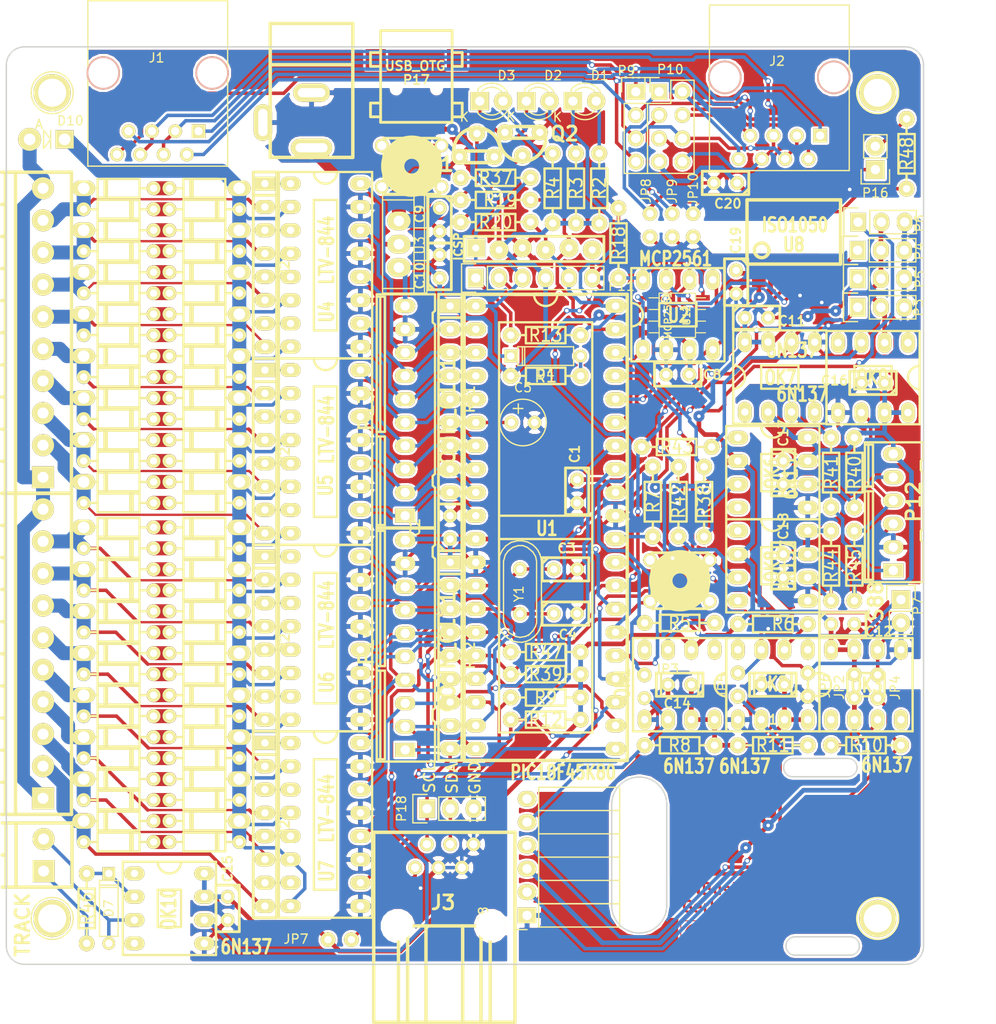
<source format=kicad_pcb>
(kicad_pcb (version 4) (host pcbnew 4.0.1-stable)
  (layers (0 F.Cu signal) (31 B.Cu signal) (34 B.Paste user) (35 F.Paste user) (36 B.SilkS user) (37 F.SilkS user) (38 B.Mask user) (39 F.Mask user) (44 Edge.Cuts user))
  (net 0 "")
  (net 1 VDD)
  (net 2 GND)
  (net 3 "Net-(C3-Pad1)")
  (net 4 "Net-(C4-Pad1)")
  (net 5 "Net-(C5-Pad1)")
  (net 6 /~MCLR)
  (net 7 /PGD)
  (net 8 /PGC)
  (net 9 "Net-(JP1-Pad6)")
  (net 10 /IO1)
  (net 11 /IO2)
  (net 12 /IO3)
  (net 13 /IO4)
  (net 14 /IO5)
  (net 15 /IO6)
  (net 16 /IO7)
  (net 17 /IO8)
  (net 18 /IO9)
  (net 19 /IO10)
  (net 20 /IO11)
  (net 21 /IO12)
  (net 22 /IO13)
  (net 23 /IO14)
  (net 24 /IO15)
  (net 25 /IO16)
  (net 26 /PWM1)
  (net 27 /PWM2)
  (net 28 /PWM3)
  (net 29 /PWM4)
  (net 30 /SCL)
  (net 31 /SDA)
  (net 32 /TxD)
  (net 33 /RxD)
  (net 34 /CANTX)
  (net 35 /CANRX)
  (net 36 /CANL)
  (net 37 /CANH)
  (net 38 "Net-(D1-Pad2)")
  (net 39 "Net-(D2-Pad2)")
  (net 40 "Net-(J1-Pad1)")
  (net 41 "Net-(J1-Pad2)")
  (net 42 "Net-(J1-Pad3)")
  (net 43 "Net-(J1-Pad5)")
  (net 44 "Net-(J1-Pad7)")
  (net 45 "Net-(J1-Pad8)")
  (net 46 "Net-(OK1-Pad3)")
  (net 47 GNDA)
  (net 48 /_RxD)
  (net 49 VCC)
  (net 50 "Net-(OK2-Pad2)")
  (net 51 /CTS)
  (net 52 "Net-(OK3-Pad3)")
  (net 53 "Net-(P7-Pad1)")
  (net 54 /_TxD)
  (net 55 /PGD_IN)
  (net 56 /_CTS)
  (net 57 "Net-(R18-Pad2)")
  (net 58 "Net-(C9-Pad1)")
  (net 59 /STATUS)
  (net 60 "Net-(D2-Pad1)")
  (net 61 "Net-(D3-Pad1)")
  (net 62 "Net-(Q1-Pad2)")
  (net 63 "Net-(Q2-Pad2)")
  (net 64 "Net-(D4-Pad2)")
  (net 65 "Net-(J3-Pad1)")
  (net 66 "Net-(OK6-Pad3)")
  (net 67 /S88_RESET)
  (net 68 "Net-(OK7-Pad3)")
  (net 69 "Net-(OK8-Pad3)")
  (net 70 /S88_CLOCK)
  (net 71 "Net-(OK9-Pad3)")
  (net 72 /S88_LOAD)
  (net 73 /S88_DATA)
  (net 74 "Net-(R37-Pad2)")
  (net 75 "Net-(D7-Pad1)")
  (net 76 "Net-(D7-Pad2)")
  (net 77 /SNIFF)
  (net 78 "Net-(P16-Pad2)")
  (net 79 "Net-(P15-Pad1)")
  (net 80 "Net-(D3-Pad2)")
  (net 81 "Net-(R21-Pad1)")
  (net 82 "Net-(R21-Pad3)")
  (net 83 "Net-(R21-Pad5)")
  (net 84 "Net-(R21-Pad7)")
  (net 85 "Net-(R22-Pad1)")
  (net 86 "Net-(R22-Pad3)")
  (net 87 "Net-(R22-Pad5)")
  (net 88 "Net-(R22-Pad7)")
  (net 89 "Net-(R23-Pad1)")
  (net 90 "Net-(R23-Pad3)")
  (net 91 "Net-(R23-Pad5)")
  (net 92 "Net-(R23-Pad7)")
  (net 93 "Net-(R24-Pad1)")
  (net 94 "Net-(R24-Pad3)")
  (net 95 "Net-(R24-Pad5)")
  (net 96 "Net-(R24-Pad7)")
  (net 97 "Net-(D11-Pad1)")
  (net 98 "Net-(D13-Pad2)")
  (net 99 "Net-(D21-Pad1)")
  (net 100 "Net-(D21-Pad2)")
  (net 101 "Net-(D23-Pad2)")
  (net 102 "Net-(D31-Pad1)")
  (net 103 "Net-(D31-Pad2)")
  (net 104 "Net-(D33-Pad2)")
  (net 105 "Net-(D41-Pad1)")
  (net 106 "Net-(D41-Pad2)")
  (net 107 "Net-(D43-Pad2)")
  (net 108 "Net-(D51-Pad1)")
  (net 109 "Net-(D51-Pad2)")
  (net 110 "Net-(D53-Pad2)")
  (net 111 "Net-(D61-Pad1)")
  (net 112 "Net-(D61-Pad2)")
  (net 113 "Net-(D63-Pad2)")
  (net 114 "Net-(D71-Pad1)")
  (net 115 "Net-(D71-Pad2)")
  (net 116 "Net-(D73-Pad2)")
  (net 117 "Net-(D81-Pad1)")
  (net 118 "Net-(D81-Pad2)")
  (net 119 "Net-(D83-Pad2)")
  (net 120 "Net-(D91-Pad1)")
  (net 121 "Net-(D91-Pad2)")
  (net 122 "Net-(D93-Pad2)")
  (net 123 "Net-(D101-Pad1)")
  (net 124 "Net-(D101-Pad2)")
  (net 125 "Net-(D103-Pad2)")
  (net 126 "Net-(D111-Pad1)")
  (net 127 "Net-(D111-Pad2)")
  (net 128 "Net-(D113-Pad2)")
  (net 129 "Net-(D121-Pad1)")
  (net 130 "Net-(D121-Pad2)")
  (net 131 "Net-(D123-Pad2)")
  (net 132 "Net-(D131-Pad1)")
  (net 133 "Net-(D131-Pad2)")
  (net 134 "Net-(D133-Pad2)")
  (net 135 "Net-(D141-Pad1)")
  (net 136 "Net-(D141-Pad2)")
  (net 137 "Net-(D143-Pad2)")
  (net 138 "Net-(D151-Pad1)")
  (net 139 "Net-(D151-Pad2)")
  (net 140 "Net-(D153-Pad2)")
  (net 141 "Net-(D161-Pad1)")
  (net 142 "Net-(D161-Pad2)")
  (net 143 "Net-(D163-Pad2)")
  (net 144 "Net-(D10-Pad2)")
  (net 145 "Net-(D10-Pad1)")
  (net 146 "Net-(P17-Pad3)")
  (net 147 "Net-(P17-Pad2)")
  (net 148 "Net-(D11-Pad2)")
  (net 149 "Net-(U12-Pad5)")
  (net 150 "Net-(P8-Pad6)")
  (net 151 GNDD)
  (net 152 VSS)
  (net 153 VPP)
  (net 154 +5V)
  (net 155 "Net-(JP9-Pad1)")
  (net 156 "Net-(JP8-Pad1)")
  (net 157 "Net-(P17-Pad4)")
  (module 78xx:TO-220 (layer F.Cu) (at 112.903 56.642 270)
    (fp_text reference U3 (at 0.127 -2.286 270) (layer F.SilkS))
    (fp_text value 7805 hide)
    (pad GND thru_hole oval (at 0 0 270) (size 2.032 2.54) (drill 1.143) (layers *.Cu *.Mask F.SilkS) (net 2 GND))
    (pad VO thru_hole oval (at 2.54 0 270) (size 2.032 2.54) (drill 1.143) (layers *.Cu *.Mask F.SilkS) (net 1 VDD))
    (pad VI thru_hole oval (at -2.54 0 270) (size 2.032 2.54) (drill 1.143) (layers *.Cu *.Mask F.SilkS) (net 58 "Net-(C9-Pad1)"))
  )
  (module w_smd_dil:so-8 (layer F.Cu) (at 143.256 64.389 270)
    (fp_text reference U12 (at 0 -1.016 270) (layer F.SilkS) (effects (font (size 0.7493 0.7493) (thickness 0.14986))))
    (fp_text value MCP2561 (at 0 1.016 270) (layer F.SilkS) (effects (font (size 0.7493 0.7493) (thickness 0.14986))))
    (pad 1 smd rect (at -1.905 2.794 270) (size 0.59944 1.5) (layers F.Cu F.Paste F.Mask) (net 34 /CANTX))
    (pad 2 smd rect (at -0.635 2.794 270) (size 0.59944 1.5) (layers F.Cu F.Paste F.Mask) (net 2 GND))
    (pad 3 smd rect (at 0.635 2.794 270) (size 0.59944 1.5) (layers F.Cu F.Paste F.Mask) (net 1 VDD))
    (pad 4 smd rect (at 1.905 2.794 270) (size 0.59944 1.5) (layers F.Cu F.Paste F.Mask) (net 35 /CANRX))
    (pad 5 smd rect (at 1.905 -2.794 270) (size 0.59944 1.5) (layers F.Cu F.Paste F.Mask) (net 149 "Net-(U12-Pad5)"))
    (pad 6 smd rect (at 0.635 -2.794 270) (size 0.59944 1.5) (layers F.Cu F.Paste F.Mask) (net 155 "Net-(JP9-Pad1)"))
    (pad 7 smd rect (at -0.635 -2.794 270) (size 0.59944 1.5) (layers F.Cu F.Paste F.Mask) (net 156 "Net-(JP8-Pad1)"))
    (pad 8 smd rect (at -1.905 -2.794 270) (size 0.59944 1.5) (layers F.Cu F.Paste F.Mask) (net 57 "Net-(R18-Pad2)"))
  )
  (module LEDs:LED-3MM (layer F.Cu) (at 131.8768 41.0464)
    (fp_text reference D1 (at 2.921 -2.794) (layer F.SilkS))
    (fp_text value LED hide)
    (fp_text user K (at -1.69 1.74) (layer F.SilkS))
    (pad 1 thru_hole rect (at 0 0 90) (size 2 2) (drill 1.00076) (layers *.Cu *.Mask F.SilkS) (net 59 /STATUS))
    (pad 2 thru_hole circle (at 2.54 0) (size 2 2) (drill 1.00076) (layers *.Cu *.Mask F.SilkS) (net 38 "Net-(D1-Pad2)"))
  )
  (module Capacitors_Elko_ThroughHole:Elko_vert_11x5mm_RM2.5 (layer F.Cu) (at 125.1585 76.073)
    (fp_text reference C5 (at 1.27 -3.81) (layer F.SilkS))
    (fp_text value 47uF)
    (fp_line (start 0.2032 -1.524) (end 1.27 -1.524) (layer F.Cu) (width 0.15))
    (fp_line (start 0.762 -2.032) (end 0.762 -0.9906) (layer F.Cu) (width 0.15))
    (pad 2 thru_hole circle (at 2.54 0) (size 1.50114 1.50114) (drill 0.8001) (layers *.Cu *.Mask F.SilkS) (net 2 GND))
    (pad 1 thru_hole circle (at 0 0) (size 1.50114 1.50114) (drill 0.8001) (layers *.Cu *.Mask F.SilkS) (net 5 "Net-(C5-Pad1)"))
  )
  (module CANBuster:ICSP (layer F.Cu) (at 121.285 57.15)
    (fp_text reference JP1 hide)
    (fp_text value ICSP (at -1.905 -0.254 270) (layer F.SilkS) (effects (font (size 0.889 0.889) (thickness 0.3048))))
    (pad 1 thru_hole rect (at 0 -0.1016) (size 2.032 2.032) (drill 0.762) (layers *.Cu *.Mask F.SilkS) (net 6 /~MCLR))
    (pad 2 thru_hole circle (at 2.54 0.1016) (size 2.032 2.032) (drill 0.762) (layers *.Cu *.Mask F.SilkS) (net 1 VDD))
    (pad 3 thru_hole circle (at 5.08 -0.1016) (size 2.032 2.032) (drill 0.762) (layers *.Cu *.Mask F.SilkS) (net 2 GND))
    (pad 4 thru_hole circle (at 7.62 0.1016) (size 2.032 2.032) (drill 0.762) (layers *.Cu *.Mask F.SilkS) (net 7 /PGD))
    (pad 5 thru_hole circle (at 10.16 -0.1016) (size 2.032 2.032) (drill 0.762) (layers *.Cu *.Mask F.SilkS) (net 8 /PGC))
    (pad 6 thru_hole circle (at 12.7 0.1016) (size 2.032 2.032) (drill 0.762) (layers *.Cu *.Mask F.SilkS) (net 9 "Net-(JP1-Pad6)"))
  )
  (module Crystals:Crystal_HC49-U_Vertical (layer F.Cu) (at 126.111 94.488 270)
    (fp_text reference Y1 (at 0.254 0.127 270) (layer F.SilkS))
    (fp_text value 16MHz)
    (pad 1 thru_hole circle (at -2.44094 0 270) (size 1.50114 1.50114) (drill 0.8001) (layers *.Cu *.Mask F.SilkS) (net 3 "Net-(C3-Pad1)"))
    (pad 2 thru_hole circle (at 2.44094 0 270) (size 1.50114 1.50114) (drill 0.8001) (layers *.Cu *.Mask F.SilkS) (net 4 "Net-(C4-Pad1)"))
  )
  (module LEDs:LED-3MM (layer F.Cu) (at 126.7968 41.0464)
    (fp_text reference D2 (at 2.921 -2.794) (layer F.SilkS))
    (fp_text value LED hide)
    (fp_text user K (at -1.69 1.74) (layer F.SilkS))
    (pad 1 thru_hole rect (at 0 0 90) (size 2 2) (drill 1.00076) (layers *.Cu *.Mask F.SilkS) (net 60 "Net-(D2-Pad1)"))
    (pad 2 thru_hole circle (at 2.54 0) (size 2 2) (drill 1.00076) (layers *.Cu *.Mask F.SilkS) (net 39 "Net-(D2-Pad2)"))
  )
  (module LEDs:LED-3MM (layer F.Cu) (at 121.7168 41.0464)
    (fp_text reference D3 (at 2.921 -2.794) (layer F.SilkS))
    (fp_text value LED hide)
    (fp_text user K (at -1.69 1.74) (layer F.SilkS))
    (pad 1 thru_hole rect (at 0 0 90) (size 2 2) (drill 1.00076) (layers *.Cu *.Mask F.SilkS) (net 61 "Net-(D3-Pad1)"))
    (pad 2 thru_hole circle (at 2.54 0) (size 2 2) (drill 1.00076) (layers *.Cu *.Mask F.SilkS) (net 80 "Net-(D3-Pad2)"))
  )
  (module Connect:RJ45_8 (layer F.Cu) (at 86.614 37.973 180)
    (fp_text reference J1 (at 0.127 1.651 180) (layer F.SilkS))
    (fp_text value RJ45)
    (pad Hole np_thru_hole circle (at 5.93852 0 180) (size 3.64998 3.64998) (drill 3.2512) (layers *.Cu *.SilkS *.Mask))
    (pad Hole np_thru_hole circle (at -5.9309 0 180) (size 3.64998 3.64998) (drill 3.2512) (layers *.Cu *.SilkS *.Mask))
    (pad 1 thru_hole rect (at -4.445 -6.35 180) (size 1.50114 1.50114) (drill 0.89916) (layers *.Cu *.Mask F.SilkS) (net 40 "Net-(J1-Pad1)"))
    (pad 2 thru_hole circle (at -3.175 -8.89 180) (size 1.50114 1.50114) (drill 0.89916) (layers *.Cu *.Mask F.SilkS) (net 41 "Net-(J1-Pad2)"))
    (pad 3 thru_hole circle (at -1.905 -6.35 180) (size 1.50114 1.50114) (drill 0.89916) (layers *.Cu *.Mask F.SilkS) (net 42 "Net-(J1-Pad3)"))
    (pad 4 thru_hole circle (at -0.635 -8.89 180) (size 1.50114 1.50114) (drill 0.89916) (layers *.Cu *.Mask F.SilkS) (net 42 "Net-(J1-Pad3)"))
    (pad 5 thru_hole circle (at 0.635 -6.35 180) (size 1.50114 1.50114) (drill 0.89916) (layers *.Cu *.Mask F.SilkS) (net 43 "Net-(J1-Pad5)"))
    (pad 6 thru_hole circle (at 1.905 -8.89 180) (size 1.50114 1.50114) (drill 0.89916) (layers *.Cu *.Mask F.SilkS) (net 43 "Net-(J1-Pad5)"))
    (pad 7 thru_hole circle (at 3.175 -6.35 180) (size 1.50114 1.50114) (drill 0.89916) (layers *.Cu *.Mask F.SilkS) (net 44 "Net-(J1-Pad7)"))
    (pad 8 thru_hole circle (at 4.445 -8.89 180) (size 1.50114 1.50114) (drill 0.89916) (layers *.Cu *.Mask F.SilkS) (net 45 "Net-(J1-Pad8)"))
  )
  (module Connect:RJ45_8 (layer F.Cu) (at 154.3812 38.4556 180)
    (fp_text reference J2 (at 0.254 1.778 180) (layer F.SilkS))
    (fp_text value RJ45)
    (pad Hole np_thru_hole circle (at 5.93852 0 180) (size 3.64998 3.64998) (drill 3.2512) (layers *.Cu *.SilkS *.Mask))
    (pad Hole np_thru_hole circle (at -5.9309 0 180) (size 3.64998 3.64998) (drill 3.2512) (layers *.Cu *.SilkS *.Mask))
    (pad 1 thru_hole rect (at -4.445 -6.35 180) (size 1.50114 1.50114) (drill 0.89916) (layers *.Cu *.Mask F.SilkS) (net 40 "Net-(J1-Pad1)"))
    (pad 2 thru_hole circle (at -3.175 -8.89 180) (size 1.50114 1.50114) (drill 0.89916) (layers *.Cu *.Mask F.SilkS) (net 41 "Net-(J1-Pad2)"))
    (pad 3 thru_hole circle (at -1.905 -6.35 180) (size 1.50114 1.50114) (drill 0.89916) (layers *.Cu *.Mask F.SilkS) (net 42 "Net-(J1-Pad3)"))
    (pad 4 thru_hole circle (at -0.635 -8.89 180) (size 1.50114 1.50114) (drill 0.89916) (layers *.Cu *.Mask F.SilkS) (net 42 "Net-(J1-Pad3)"))
    (pad 5 thru_hole circle (at 0.635 -6.35 180) (size 1.50114 1.50114) (drill 0.89916) (layers *.Cu *.Mask F.SilkS) (net 43 "Net-(J1-Pad5)"))
    (pad 6 thru_hole circle (at 1.905 -8.89 180) (size 1.50114 1.50114) (drill 0.89916) (layers *.Cu *.Mask F.SilkS) (net 43 "Net-(J1-Pad5)"))
    (pad 7 thru_hole circle (at 3.175 -6.35 180) (size 1.50114 1.50114) (drill 0.89916) (layers *.Cu *.Mask F.SilkS) (net 44 "Net-(J1-Pad7)"))
    (pad 8 thru_hole circle (at 4.445 -8.89 180) (size 1.50114 1.50114) (drill 0.89916) (layers *.Cu *.Mask F.SilkS) (net 45 "Net-(J1-Pad8)"))
  )
  (module Pin_Headers:Pin_Header_Straight_1x02 (layer F.Cu) (at 167.64 95.377)
    (fp_text reference P7 (at 1.8288 0.7112 90) (layer F.SilkS))
    (fp_text value CONN_01X02 hide)
    (pad 1 thru_hole rect (at 0 0) (size 2.032 2.032) (drill 1.016) (layers *.Cu *.Mask F.SilkS) (net 53 "Net-(P7-Pad1)"))
    (pad 2 thru_hole oval (at 0 2.54) (size 2.032 2.032) (drill 1.016) (layers *.Cu *.Mask F.SilkS) (net 2 GND))
  )
  (module Pin_Headers:Pin_Header_Straight_1x04 (layer F.Cu) (at 138.7348 40.0304)
    (fp_text reference P9 (at -1.016 -2.3114) (layer F.SilkS))
    (fp_text value CONN_01X04 hide)
    (pad 1 thru_hole rect (at 0 0) (size 2.032 1.7272) (drill 1.016) (layers *.Cu *.Mask F.SilkS) (net 40 "Net-(J1-Pad1)"))
    (pad 2 thru_hole circle (at 0 2.54) (size 1.7272 1.7272) (drill 1.016) (layers *.Cu *.Mask F.SilkS) (net 41 "Net-(J1-Pad2)"))
    (pad 3 thru_hole oval (at 0 5.08) (size 1.7272 1.7272) (drill 1.016) (layers *.Cu *.Mask F.SilkS) (net 42 "Net-(J1-Pad3)"))
    (pad 4 thru_hole oval (at 0 7.62) (size 1.7272 1.7272) (drill 1.016) (layers *.Cu *.Mask F.SilkS) (net 45 "Net-(J1-Pad8)"))
  )
  (module Pin_Headers:Pin_Header_Straight_2x04 (layer F.Cu) (at 141.2748 40.0304)
    (fp_text reference P10 (at 1.2192 -2.4384) (layer F.SilkS))
    (fp_text value CONN_02X04 hide)
    (pad 1 thru_hole rect (at 0 0) (size 1.7272 1.7272) (drill 1.016) (layers *.Cu *.Mask F.SilkS) (net 37 /CANH))
    (pad 2 thru_hole oval (at 2.54 0) (size 1.7272 1.7272) (drill 1.016) (layers *.Cu *.Mask F.SilkS) (net 45 "Net-(J1-Pad8)"))
    (pad 3 thru_hole oval (at 0 2.54) (size 1.7272 1.7272) (drill 1.016) (layers *.Cu *.Mask F.SilkS) (net 36 /CANL))
    (pad 4 thru_hole oval (at 2.54 2.54) (size 1.7272 1.7272) (drill 1.016) (layers *.Cu *.Mask F.SilkS) (net 44 "Net-(J1-Pad7)"))
    (pad 5 thru_hole oval (at 0 5.08) (size 1.7272 1.7272) (drill 1.016) (layers *.Cu *.Mask F.SilkS) (net 151 GNDD))
    (pad 6 thru_hole oval (at 2.54 5.08) (size 1.7272 1.7272) (drill 1.016) (layers *.Cu *.Mask F.SilkS) (net 42 "Net-(J1-Pad3)"))
    (pad 7 thru_hole oval (at 0 7.62) (size 1.7272 1.7272) (drill 1.016) (layers *.Cu *.Mask F.SilkS) (net 154 +5V))
    (pad 8 thru_hole oval (at 2.54 7.62) (size 1.7272 1.7272) (drill 1.016) (layers *.Cu *.Mask F.SilkS) (net 43 "Net-(J1-Pad5)"))
  )
  (module Wire_Pads:SolderWirePad_2x_0-2.54mmDrill (layer F.Cu) (at 162.56 104.8004 270)
    (fp_text reference JP2 (at 0.127 1.651 270) (layer F.SilkS))
    (fp_text value JUMPER)
    (pad 1 thru_hole circle (at -1.27 0 270) (size 1.6 1.6) (drill 0.8) (layers *.Cu *.Mask F.SilkS) (net 1 VDD))
    (pad 2 thru_hole circle (at 1.27 0 270) (size 1.6 1.6) (drill 0.8) (layers *.Cu *.Mask F.SilkS) (net 153 VPP))
  )
  (module Wire_Pads:SolderWirePad_2x_0-2.54mmDrill (layer F.Cu) (at 139.6746 104.8512 270)
    (fp_text reference JP3 (at -1.905 -2.413 360) (layer F.SilkS))
    (fp_text value JUMPER)
    (pad 1 thru_hole circle (at -1.27 0 270) (size 1.6 1.6) (drill 0.8) (layers *.Cu *.Mask F.SilkS) (net 32 /TxD))
    (pad 2 thru_hole circle (at 1.27 0 270) (size 1.5 1.5) (drill 0.8) (layers *.Cu *.Mask F.SilkS) (net 48 /_RxD))
  )
  (module Wire_Pads:SolderWirePad_2x_0-2.54mmDrill (layer F.Cu) (at 165.1 104.8512 270)
    (fp_text reference JP4 (at 0.127 -1.905 270) (layer F.SilkS))
    (fp_text value JUMPER)
    (pad 1 thru_hole circle (at -1.27 0 270) (size 1.6 1.6) (drill 0.8) (layers *.Cu *.Mask F.SilkS) (net 33 /RxD))
    (pad 2 thru_hole circle (at 1.27 0 270) (size 1.6 1.6) (drill 0.8) (layers *.Cu *.Mask F.SilkS) (net 54 /_TxD))
  )
  (module Wire_Pads:SolderWirePad_2x_0-2.54mmDrill (layer F.Cu) (at 149.86 104.648 270)
    (fp_text reference JP5 (at 0.127 1.651 270) (layer F.SilkS))
    (fp_text value JUMPER)
    (pad 1 thru_hole circle (at -1.27 0 270) (size 1.6 1.6) (drill 0.8) (layers *.Cu *.Mask F.SilkS) (net 51 /CTS))
    (pad 2 thru_hole circle (at 1.27 0 270) (size 1.6 1.6) (drill 0.8) (layers *.Cu *.Mask F.SilkS) (net 56 /_CTS))
  )
  (module Wire_Pads:SolderWirePad_2x_0-2.54mmDrill (layer F.Cu) (at 157.48 104.648 270)
    (fp_text reference JP6 (at 0.127 -1.905 270) (layer F.SilkS))
    (fp_text value JUMPER)
    (pad 1 thru_hole circle (at -1.27 0 270) (size 1.6 1.6) (drill 0.8) (layers *.Cu *.Mask F.SilkS) (net 2 GND))
    (pad 2 thru_hole circle (at 1.27 0 270) (size 1.6 1.6) (drill 0.8) (layers *.Cu *.Mask F.SilkS) (net 152 VSS))
  )
  (module Socket_Strips:Socket_Strip_Angled_1x06 (layer F.Cu) (at 126.873 129.794 90)
    (fp_text reference P8 (at 0 -4.75 90) (layer F.SilkS))
    (fp_text value CONN_01X06 hide)
    (pad 1 thru_hole rect (at 0 0 90) (size 1.7272 2.032) (drill 1.016) (layers *.Cu *.Mask F.SilkS) (net 152 VSS))
    (pad 2 thru_hole oval (at 2.54 0 90) (size 1.7272 2.032) (drill 1.016) (layers *.Cu *.Mask F.SilkS) (net 56 /_CTS))
    (pad 3 thru_hole oval (at 5.08 0 90) (size 1.7272 2.032) (drill 1.016) (layers *.Cu *.Mask F.SilkS) (net 153 VPP))
    (pad 4 thru_hole oval (at 7.62 0 90) (size 1.7272 2.032) (drill 1.016) (layers *.Cu *.Mask F.SilkS) (net 54 /_TxD))
    (pad 5 thru_hole oval (at 10.16 0 90) (size 1.7272 2.032) (drill 1.016) (layers *.Cu *.Mask F.SilkS) (net 48 /_RxD))
    (pad 6 thru_hole oval (at 12.7 0 90) (size 1.7272 2.032) (drill 1.016) (layers *.Cu *.Mask F.SilkS) (net 150 "Net-(P8-Pad6)"))
  )
  (module Discret:D3 (layer F.Cu) (at 128.905 68.834 180)
    (fp_text reference D4 (at 0 -2.032 180) (layer F.SilkS))
    (fp_text value BAT43)
    (pad 1 thru_hole rect (at 3.81 0 180) (size 1.397 1.397) (drill 0.8128) (layers *.Cu *.Mask F.SilkS) (net 6 /~MCLR))
    (pad 2 thru_hole circle (at -3.81 0 180) (size 1.397 1.397) (drill 0.8128) (layers *.Cu *.Mask F.SilkS) (net 64 "Net-(D4-Pad2)"))
  )
  (module w_pth_resistors:RC03 (layer F.Cu) (at 153.67 98.044 180)
    (fp_text reference R6 (at -1.1176 0.0254 180) (layer F.SilkS) (effects (font (size 1.397 1.27) (thickness 0.2032))))
    (fp_text value 390 hide)
    (pad 1 thru_hole circle (at -3.81 0 180) (size 1.7272 1.7272) (drill 0.8001) (layers *.Cu *.Mask F.SilkS) (net 50 "Net-(OK2-Pad2)"))
    (pad 2 thru_hole circle (at 3.81 0 180) (size 1.7272 1.7272) (drill 0.8001) (layers *.Cu *.Mask F.SilkS) (net 1 VDD))
  )
  (module w_pth_resistors:RC03 (layer F.Cu) (at 143.51 111.252)
    (fp_text reference R8 (at 0 0) (layer F.SilkS) (effects (font (size 1.397 1.27) (thickness 0.2032))))
    (fp_text value 390 hide)
    (pad 1 thru_hole circle (at -3.81 0) (size 1.7272 1.5) (drill 0.8001) (layers *.Cu *.Mask F.SilkS) (net 48 /_RxD))
    (pad 2 thru_hole circle (at 3.81 0) (size 1.7272 1.5) (drill 0.8001) (layers *.Cu *.Mask F.SilkS) (net 153 VPP))
  )
  (module w_pth_resistors:RC03 (layer F.Cu) (at 163.83 111.252 180)
    (fp_text reference R10 (at 0 0 180) (layer F.SilkS) (effects (font (size 1.397 1.27) (thickness 0.2032))))
    (fp_text value 220 hide)
    (pad 1 thru_hole circle (at -3.81 0 180) (size 1.7272 1.5) (drill 0.8001) (layers *.Cu *.Mask F.SilkS) (net 54 /_TxD))
    (pad 2 thru_hole circle (at 3.81 0 180) (size 1.7272 1.5) (drill 0.8001) (layers *.Cu *.Mask F.SilkS) (net 52 "Net-(OK3-Pad3)"))
  )
  (module w_pth_resistors:RC03 (layer F.Cu) (at 153.67 111.252)
    (fp_text reference R11 (at 0 0) (layer F.SilkS) (effects (font (size 1.397 1.27) (thickness 0.2032))))
    (fp_text value 390 hide)
    (pad 1 thru_hole circle (at -3.81 0) (size 1.7272 1.5) (drill 0.8001) (layers *.Cu *.Mask F.SilkS) (net 153 VPP))
    (pad 2 thru_hole circle (at 3.81 0) (size 1.7272 1.5) (drill 0.8001) (layers *.Cu *.Mask F.SilkS) (net 56 /_CTS))
  )
  (module w_pth_resistors:RC03 (layer F.Cu) (at 136.8425 56.515 270)
    (fp_text reference R18 (at 0 0 270) (layer F.SilkS) (effects (font (size 1.397 1.27) (thickness 0.2032))))
    (fp_text value 10k hide)
    (pad 1 thru_hole circle (at -3.81 0 270) (size 1.7272 1.5) (drill 0.8001) (layers *.Cu *.Mask F.SilkS) (net 2 GND))
    (pad 2 thru_hole circle (at 3.81 0 270) (size 1.7272 1.5) (drill 0.8001) (layers *.Cu *.Mask F.SilkS) (net 57 "Net-(R18-Pad2)"))
  )
  (module w_pth_resistors:RC03 (layer F.Cu) (at 123.444 49.403 180)
    (fp_text reference R37 (at 0 0 180) (layer F.SilkS) (effects (font (size 1.397 1.27) (thickness 0.2032))))
    (fp_text value 470 hide)
    (pad 1 thru_hole circle (at -3.81 0 180) (size 1.7272 1.5) (drill 0.8001) (layers *.Cu *.Mask F.SilkS) (net 6 /~MCLR))
    (pad 2 thru_hole circle (at 3.81 0 180) (size 1.7272 1.5) (drill 0.8001) (layers *.Cu *.Mask F.SilkS) (net 74 "Net-(R37-Pad2)"))
  )
  (module w_pth_resistors:RC03 (layer F.Cu) (at 146.177 84.709 90)
    (fp_text reference R38 (at 0 0 90) (layer F.SilkS) (effects (font (size 1.397 1.27) (thickness 0.2032))))
    (fp_text value 390 hide)
    (pad 1 thru_hole circle (at -3.81 0 90) (size 1.7272 1.5) (drill 0.8001) (layers *.Cu *.Mask F.SilkS) (net 66 "Net-(OK6-Pad3)"))
    (pad 2 thru_hole circle (at 3.81 0 90) (size 1.7272 1.5) (drill 0.8001) (layers *.Cu *.Mask F.SilkS) (net 29 /PWM4))
  )
  (module w_pth_resistors:RC03 (layer F.Cu) (at 128.905 103.505)
    (fp_text reference R39 (at 0 0) (layer F.SilkS) (effects (font (size 1.397 1.27) (thickness 0.2032))))
    (fp_text value 1K hide)
    (pad 1 thru_hole circle (at -3.81 0) (size 1.7272 1.5) (drill 0.8001) (layers *.Cu *.Mask F.SilkS) (net 26 /PWM1))
    (pad 2 thru_hole circle (at 3.81 0) (size 1.7272 1.5) (drill 0.8001) (layers *.Cu *.Mask F.SilkS) (net 1 VDD))
  )
  (module w_pth_resistors:RC03 (layer F.Cu) (at 162.56 81.534 90)
    (fp_text reference R40 (at 0 0 90) (layer F.SilkS) (effects (font (size 1.397 1.27) (thickness 0.2032))))
    (fp_text value 1K hide)
    (pad 1 thru_hole circle (at -3.81 0 90) (size 1.7272 1.7272) (drill 0.8001) (layers *.Cu *.Mask F.SilkS) (net 67 /S88_RESET))
    (pad 2 thru_hole circle (at 3.81 0 90) (size 1.7272 1.7272) (drill 0.8001) (layers *.Cu *.Mask F.SilkS) (net 49 VCC))
  )
  (module w_pth_resistors:RC03 (layer F.Cu) (at 160.02 81.534 90)
    (fp_text reference R41 (at 0 0 90) (layer F.SilkS) (effects (font (size 1.397 1.27) (thickness 0.2032))))
    (fp_text value 390 hide)
    (pad 1 thru_hole circle (at -3.81 0 90) (size 1.7272 1.7272) (drill 0.8001) (layers *.Cu *.Mask F.SilkS) (net 73 /S88_DATA))
    (pad 2 thru_hole circle (at 3.81 0 90) (size 1.7272 1.7272) (drill 0.8001) (layers *.Cu *.Mask F.SilkS) (net 68 "Net-(OK7-Pad3)"))
  )
  (module w_pth_resistors:RC03 (layer F.Cu) (at 143.383 84.709 90)
    (fp_text reference R42 (at 0 0 90) (layer F.SilkS) (effects (font (size 1.397 1.27) (thickness 0.2032))))
    (fp_text value 330 hide)
    (pad 1 thru_hole circle (at -3.81 0 90) (size 1.7272 1.5) (drill 0.8001) (layers *.Cu *.Mask F.SilkS) (net 69 "Net-(OK8-Pad3)"))
    (pad 2 thru_hole circle (at 3.81 0 90) (size 1.7272 1.5) (drill 0.8001) (layers *.Cu *.Mask F.SilkS) (net 27 /PWM2))
  )
  (module w_pth_resistors:RC03 (layer F.Cu) (at 143.1798 78.74 180)
    (fp_text reference R43 (at 0 0 180) (layer F.SilkS) (effects (font (size 1.397 1.27) (thickness 0.2032))))
    (fp_text value 330 hide)
    (pad 1 thru_hole circle (at -3.81 0 180) (size 1.7272 1.5) (drill 0.8001) (layers *.Cu *.Mask F.SilkS) (net 71 "Net-(OK9-Pad3)"))
    (pad 2 thru_hole circle (at 3.81 0 180) (size 1.7272 1.5) (drill 0.8001) (layers *.Cu *.Mask F.SilkS) (net 28 /PWM3))
  )
  (module w_pth_resistors:RC03 (layer F.Cu) (at 160.02 91.694 90)
    (fp_text reference R44 (at 0 0 90) (layer F.SilkS) (effects (font (size 1.397 1.27) (thickness 0.2032))))
    (fp_text value 1K hide)
    (pad 1 thru_hole circle (at -3.81 0 90) (size 1.7272 1.7272) (drill 0.8001) (layers *.Cu *.Mask F.SilkS) (net 70 /S88_CLOCK))
    (pad 2 thru_hole circle (at 3.81 0 90) (size 1.7272 1.7272) (drill 0.8001) (layers *.Cu *.Mask F.SilkS) (net 49 VCC))
  )
  (module w_pth_resistors:RC03 (layer F.Cu) (at 162.56 91.694 270)
    (fp_text reference R45 (at 0 0 270) (layer F.SilkS) (effects (font (size 1.397 1.27) (thickness 0.2032))))
    (fp_text value 1K hide)
    (pad 1 thru_hole circle (at -3.81 0 270) (size 1.7272 1.7272) (drill 0.8001) (layers *.Cu *.Mask F.SilkS) (net 72 /S88_LOAD))
    (pad 2 thru_hole circle (at 3.81 0 270) (size 1.7272 1.7272) (drill 0.8001) (layers *.Cu *.Mask F.SilkS) (net 49 VCC))
  )
  (module w_pth_resistors:RC03 (layer F.Cu) (at 128.905 106.045)
    (fp_text reference R9 (at 0 0) (layer F.SilkS) (effects (font (size 1.397 1.27) (thickness 0.2032))))
    (fp_text value 3k3 hide)
    (pad 1 thru_hole circle (at -3.81 0) (size 1.7272 1.5) (drill 0.8001) (layers *.Cu *.Mask F.SilkS) (net 30 /SCL))
    (pad 2 thru_hole circle (at 3.81 0) (size 1.7272 1.5) (drill 0.8001) (layers *.Cu *.Mask F.SilkS) (net 1 VDD))
  )
  (module w_pth_resistors:RC03 (layer F.Cu) (at 128.905 108.458)
    (fp_text reference R12 (at 0 0) (layer F.SilkS) (effects (font (size 1.397 1.27) (thickness 0.2032))))
    (fp_text value 3k3 hide)
    (pad 1 thru_hole circle (at -3.81 0) (size 1.7272 1.5) (drill 0.8001) (layers *.Cu *.Mask F.SilkS) (net 31 /SDA))
    (pad 2 thru_hole circle (at 3.81 0) (size 1.7272 1.5) (drill 0.8001) (layers *.Cu *.Mask F.SilkS) (net 1 VDD))
  )
  (module w_pth_resistors:RC03 (layer F.Cu) (at 128.905 66.548 180)
    (fp_text reference R13 (at 0 0 180) (layer F.SilkS) (effects (font (size 1.397 1.27) (thickness 0.2032))))
    (fp_text value 1K hide)
    (pad 1 thru_hole circle (at -3.81 0 180) (size 1.7272 1.5) (drill 0.8001) (layers *.Cu *.Mask F.SilkS) (net 7 /PGD))
    (pad 2 thru_hole circle (at 3.81 0 180) (size 1.7272 1.5) (drill 0.8001) (layers *.Cu *.Mask F.SilkS) (net 55 /PGD_IN))
  )
  (module Connect:1pin (layer F.Cu) (at 165.104 130.128)
    (fp_text reference REF** hide)
    (fp_text value 1pin hide)
    (pad 1 thru_hole circle (at 0 0) (size 4.064 4.064) (drill 3.048) (layers *.Cu *.Mask F.SilkS))
  )
  (module Connect:1pin (layer F.Cu) (at 165.104 40.128)
    (fp_text reference REF** hide)
    (fp_text value 1pin hide)
    (pad 1 thru_hole circle (at 0 0) (size 4.064 4.064) (drill 3.048) (layers *.Cu *.Mask F.SilkS))
  )
  (module Connect:1pin (layer F.Cu) (at 75.104 130.128)
    (fp_text reference REF** hide)
    (fp_text value 1pin hide)
    (pad 1 thru_hole circle (at 0 0) (size 4.064 4.064) (drill 3.048) (layers *.Cu *.Mask F.SilkS))
  )
  (module Connect:1pin (layer F.Cu) (at 75.104 40.128)
    (fp_text reference REF** hide)
    (fp_text value 1pin hide)
    (pad 1 thru_hole circle (at 0 0) (size 4.064 4.064) (drill 3.048) (layers *.Cu *.Mask F.SilkS))
  )
  (module w_pth_circuits:dil_8-300_socket (layer F.Cu) (at 143.51 104.648 180)
    (fp_text reference OK1 (at 6.223 0.127 270) (layer F.SilkS) (effects (font (size 1.524 1.143) (thickness 0.28702))))
    (fp_text value 6N137 (at -1.016 -8.89 360) (layer F.SilkS) (effects (font (size 1.524 1.143) (thickness 0.28702))))
    (pad 1 thru_hole oval (at -3.81 3.81 180) (size 1.50114 2.19964) (drill 0.8001) (layers *.Cu *.Mask F.SilkS))
    (pad 2 thru_hole oval (at -1.27 3.81 180) (size 1.50114 2.19964) (drill 0.8001) (layers *.Cu *.Mask F.SilkS) (net 1 VDD))
    (pad 3 thru_hole oval (at 1.27 3.81 180) (size 1.50114 2.19964) (drill 0.8001) (layers *.Cu *.Mask F.SilkS) (net 46 "Net-(OK1-Pad3)"))
    (pad 4 thru_hole oval (at 3.81 3.81 180) (size 1.50114 2.19964) (drill 0.8001) (layers *.Cu *.Mask F.SilkS))
    (pad 5 thru_hole oval (at 3.81 -3.81 180) (size 1.50114 2.19964) (drill 0.8001) (layers *.Cu *.Mask F.SilkS) (net 152 VSS))
    (pad 6 thru_hole oval (at 1.27 -3.81 180) (size 1.50114 2.19964) (drill 0.8001) (layers *.Cu *.Mask F.SilkS) (net 48 /_RxD))
    (pad 7 thru_hole oval (at -1.27 -3.81 180) (size 1.50114 2.19964) (drill 0.8001) (layers *.Cu *.Mask F.SilkS) (net 153 VPP))
    (pad 8 thru_hole oval (at -3.81 -3.81 180) (size 1.50114 2.19964) (drill 0.8001) (layers *.Cu *.Mask F.SilkS) (net 153 VPP))
  )
  (module w_pth_circuits:dil_8-300_socket (layer F.Cu) (at 153.67 104.648 180)
    (fp_text reference OK2 (at 0.0635 0.0635 180) (layer F.SilkS) (effects (font (size 1.524 1.143) (thickness 0.28702))))
    (fp_text value 6N137 (at 3.048 -8.89 180) (layer F.SilkS) (effects (font (size 1.524 1.143) (thickness 0.28702))))
    (pad 1 thru_hole oval (at -3.81 3.81 180) (size 1.50114 2.19964) (drill 0.8001) (layers *.Cu *.Mask F.SilkS))
    (pad 2 thru_hole oval (at -1.27 3.81 180) (size 1.50114 2.19964) (drill 0.8001) (layers *.Cu *.Mask F.SilkS) (net 50 "Net-(OK2-Pad2)"))
    (pad 3 thru_hole oval (at 1.27 3.81 180) (size 1.50114 2.19964) (drill 0.8001) (layers *.Cu *.Mask F.SilkS) (net 51 /CTS))
    (pad 4 thru_hole oval (at 3.81 3.81 180) (size 1.50114 2.19964) (drill 0.8001) (layers *.Cu *.Mask F.SilkS))
    (pad 5 thru_hole oval (at 3.81 -3.81 180) (size 1.50114 2.19964) (drill 0.8001) (layers *.Cu *.Mask F.SilkS) (net 152 VSS))
    (pad 6 thru_hole oval (at 1.27 -3.81 180) (size 1.50114 2.19964) (drill 0.8001) (layers *.Cu *.Mask F.SilkS) (net 56 /_CTS))
    (pad 7 thru_hole oval (at -1.27 -3.81 180) (size 1.50114 2.19964) (drill 0.8001) (layers *.Cu *.Mask F.SilkS) (net 153 VPP))
    (pad 8 thru_hole oval (at -3.81 -3.81 180) (size 1.50114 2.19964) (drill 0.8001) (layers *.Cu *.Mask F.SilkS) (net 153 VPP))
  )
  (module w_pth_circuits:dil_8-300_socket (layer F.Cu) (at 163.83 104.648)
    (fp_text reference OK3 (at 0.0635 0.0635) (layer F.SilkS) (effects (font (size 1.524 1.143) (thickness 0.28702))))
    (fp_text value 6N137 (at 2.286 8.763 180) (layer F.SilkS) (effects (font (size 1.524 1.143) (thickness 0.28702))))
    (pad 1 thru_hole oval (at -3.81 3.81) (size 1.50114 2.19964) (drill 0.8001) (layers *.Cu *.Mask F.SilkS))
    (pad 2 thru_hole oval (at -1.27 3.81) (size 1.50114 2.19964) (drill 0.8001) (layers *.Cu *.Mask F.SilkS) (net 153 VPP))
    (pad 3 thru_hole oval (at 1.27 3.81) (size 1.50114 2.19964) (drill 0.8001) (layers *.Cu *.Mask F.SilkS) (net 52 "Net-(OK3-Pad3)"))
    (pad 4 thru_hole oval (at 3.81 3.81) (size 1.50114 2.19964) (drill 0.8001) (layers *.Cu *.Mask F.SilkS))
    (pad 5 thru_hole oval (at 3.81 -3.81) (size 1.50114 2.19964) (drill 0.8001) (layers *.Cu *.Mask F.SilkS) (net 2 GND))
    (pad 6 thru_hole oval (at 1.27 -3.81) (size 1.50114 2.19964) (drill 0.8001) (layers *.Cu *.Mask F.SilkS) (net 33 /RxD))
    (pad 7 thru_hole oval (at -1.27 -3.81) (size 1.50114 2.19964) (drill 0.8001) (layers *.Cu *.Mask F.SilkS) (net 1 VDD))
    (pad 8 thru_hole oval (at -3.81 -3.81) (size 1.50114 2.19964) (drill 0.8001) (layers *.Cu *.Mask F.SilkS) (net 1 VDD))
  )
  (module w_pth_circuits:dil_40-600_socket (layer F.Cu) (at 128.905 87.503 270)
    (fp_text reference U1 (at 0.127 -0.127 360) (layer F.SilkS) (effects (font (size 1.524 1.143) (thickness 0.28702))))
    (fp_text value PIC18F45K80 (at 26.7208 -1.905 540) (layer F.SilkS) (effects (font (size 1.524 1.143) (thickness 0.28702))))
    (pad 1 thru_hole oval (at -24.13 7.62 270) (size 1.50114 2.19964) (drill 0.8001) (layers *.Cu *.Mask F.SilkS) (net 6 /~MCLR))
    (pad 2 thru_hole oval (at -21.59 7.62 270) (size 1.50114 2.19964) (drill 0.8001) (layers *.Cu *.Mask F.SilkS) (net 10 /IO1))
    (pad 3 thru_hole oval (at -19.05 7.62 270) (size 1.50114 2.19964) (drill 0.8001) (layers *.Cu *.Mask F.SilkS) (net 11 /IO2))
    (pad 4 thru_hole oval (at -16.51 7.62 270) (size 1.50114 2.19964) (drill 0.8001) (layers *.Cu *.Mask F.SilkS) (net 12 /IO3))
    (pad 5 thru_hole oval (at -13.97 7.62 270) (size 1.50114 2.19964) (drill 0.8001) (layers *.Cu *.Mask F.SilkS) (net 13 /IO4))
    (pad 6 thru_hole oval (at -11.43 7.62 270) (size 1.50114 2.19964) (drill 0.8001) (layers *.Cu *.Mask F.SilkS) (net 5 "Net-(C5-Pad1)"))
    (pad 7 thru_hole oval (at -8.89 7.62 270) (size 1.50114 2.19964) (drill 0.8001) (layers *.Cu *.Mask F.SilkS) (net 14 /IO5))
    (pad 8 thru_hole oval (at -6.35 7.62 270) (size 1.50114 2.19964) (drill 0.8001) (layers *.Cu *.Mask F.SilkS) (net 15 /IO6))
    (pad 9 thru_hole oval (at -3.81 7.62 270) (size 1.50114 2.19964) (drill 0.8001) (layers *.Cu *.Mask F.SilkS) (net 16 /IO7))
    (pad 10 thru_hole oval (at -1.27 7.62 270) (size 1.50114 2.19964) (drill 0.8001) (layers *.Cu *.Mask F.SilkS) (net 17 /IO8))
    (pad 11 thru_hole oval (at 1.27 7.62 270) (size 1.50114 2.19964) (drill 0.8001) (layers *.Cu *.Mask F.SilkS) (net 1 VDD))
    (pad 12 thru_hole oval (at 3.81 7.62 270) (size 1.50114 2.19964) (drill 0.8001) (layers *.Cu *.Mask F.SilkS) (net 2 GND))
    (pad 13 thru_hole oval (at 6.35 7.62 270) (size 1.50114 2.19964) (drill 0.8001) (layers *.Cu *.Mask F.SilkS) (net 3 "Net-(C3-Pad1)"))
    (pad 14 thru_hole oval (at 8.89 7.62 270) (size 1.50114 2.19964) (drill 0.8001) (layers *.Cu *.Mask F.SilkS) (net 4 "Net-(C4-Pad1)"))
    (pad 15 thru_hole oval (at 11.43 7.62 270) (size 1.50114 2.19964) (drill 0.8001) (layers *.Cu *.Mask F.SilkS) (net 77 /SNIFF))
    (pad 16 thru_hole oval (at 13.97 7.62 270) (size 1.50114 2.19964) (drill 0.8001) (layers *.Cu *.Mask F.SilkS) (net 26 /PWM1))
    (pad 17 thru_hole oval (at 16.51 7.62 270) (size 1.50114 2.19964) (drill 0.8001) (layers *.Cu *.Mask F.SilkS) (net 59 /STATUS))
    (pad 18 thru_hole oval (at 19.05 7.62 270) (size 1.50114 2.19964) (drill 0.8001) (layers *.Cu *.Mask F.SilkS) (net 30 /SCL))
    (pad 19 thru_hole oval (at 21.59 7.62 270) (size 1.50114 2.19964) (drill 0.8001) (layers *.Cu *.Mask F.SilkS) (net 18 /IO9))
    (pad 20 thru_hole oval (at 24.13 7.62 270) (size 1.50114 2.19964) (drill 0.8001) (layers *.Cu *.Mask F.SilkS) (net 19 /IO10))
    (pad 21 thru_hole oval (at 24.13 -7.62 270) (size 1.50114 2.19964) (drill 0.8001) (layers *.Cu *.Mask F.SilkS) (net 20 /IO11))
    (pad 22 thru_hole oval (at 21.59 -7.62 270) (size 1.50114 2.19964) (drill 0.8001) (layers *.Cu *.Mask F.SilkS) (net 21 /IO12))
    (pad 23 thru_hole oval (at 19.05 -7.62 270) (size 1.50114 2.19964) (drill 0.8001) (layers *.Cu *.Mask F.SilkS) (net 31 /SDA))
    (pad 24 thru_hole oval (at 16.51 -7.62 270) (size 1.50114 2.19964) (drill 0.8001) (layers *.Cu *.Mask F.SilkS) (net 53 "Net-(P7-Pad1)"))
    (pad 25 thru_hole oval (at 13.97 -7.62 270) (size 1.50114 2.19964) (drill 0.8001) (layers *.Cu *.Mask F.SilkS) (net 27 /PWM2))
    (pad 26 thru_hole oval (at 11.43 -7.62 270) (size 1.50114 2.19964) (drill 0.8001) (layers *.Cu *.Mask F.SilkS) (net 28 /PWM3))
    (pad 27 thru_hole oval (at 8.89 -7.62 270) (size 1.50114 2.19964) (drill 0.8001) (layers *.Cu *.Mask F.SilkS) (net 22 /IO13))
    (pad 28 thru_hole oval (at 6.35 -7.62 270) (size 1.50114 2.19964) (drill 0.8001) (layers *.Cu *.Mask F.SilkS) (net 23 /IO14))
    (pad 29 thru_hole oval (at 3.81 -7.62 270) (size 1.50114 2.19964) (drill 0.8001) (layers *.Cu *.Mask F.SilkS) (net 32 /TxD))
    (pad 30 thru_hole oval (at 1.27 -7.62 270) (size 1.50114 2.19964) (drill 0.8001) (layers *.Cu *.Mask F.SilkS) (net 33 /RxD))
    (pad 31 thru_hole oval (at -1.27 -7.62 270) (size 1.50114 2.19964) (drill 0.8001) (layers *.Cu *.Mask F.SilkS) (net 2 GND))
    (pad 32 thru_hole oval (at -3.81 -7.62 270) (size 1.50114 2.19964) (drill 0.8001) (layers *.Cu *.Mask F.SilkS) (net 1 VDD))
    (pad 33 thru_hole oval (at -6.35 -7.62 270) (size 1.50114 2.19964) (drill 0.8001) (layers *.Cu *.Mask F.SilkS) (net 24 /IO15))
    (pad 34 thru_hole oval (at -8.89 -7.62 270) (size 1.50114 2.19964) (drill 0.8001) (layers *.Cu *.Mask F.SilkS) (net 25 /IO16))
    (pad 35 thru_hole oval (at -11.43 -7.62 270) (size 1.50114 2.19964) (drill 0.8001) (layers *.Cu *.Mask F.SilkS) (net 34 /CANTX))
    (pad 36 thru_hole oval (at -13.97 -7.62 270) (size 1.50114 2.19964) (drill 0.8001) (layers *.Cu *.Mask F.SilkS) (net 35 /CANRX))
    (pad 37 thru_hole oval (at -16.51 -7.62 270) (size 1.50114 2.19964) (drill 0.8001) (layers *.Cu *.Mask F.SilkS) (net 51 /CTS))
    (pad 38 thru_hole oval (at -19.05 -7.62 270) (size 1.50114 2.19964) (drill 0.8001) (layers *.Cu *.Mask F.SilkS) (net 29 /PWM4))
    (pad 39 thru_hole oval (at -21.59 -7.62 270) (size 1.50114 2.19964) (drill 0.8001) (layers *.Cu *.Mask F.SilkS) (net 8 /PGC))
    (pad 40 thru_hole oval (at -24.13 -7.62 270) (size 1.50114 2.19964) (drill 0.8001) (layers *.Cu *.Mask F.SilkS) (net 7 /PGD))
  )
  (module w_pth_circuits:dil_16-300_socket (layer F.Cu) (at 104.902 58.928 270)
    (fp_text reference U4 (at 5.08 -0.127 270) (layer F.SilkS) (effects (font (size 1.524 1.143) (thickness 0.28702))))
    (fp_text value LTV-844 (at -1.651 -0.127 270) (layer F.SilkS) (effects (font (size 1.524 1.143) (thickness 0.28702))))
    (pad 1 thru_hole oval (at -8.89 3.81 270) (size 1.50114 2.19964) (drill 0.8001) (layers *.Cu *.Mask F.SilkS) (net 81 "Net-(R21-Pad1)"))
    (pad 2 thru_hole oval (at -6.35 3.81 270) (size 1.50114 2.19964) (drill 0.8001) (layers *.Cu *.Mask F.SilkS) (net 145 "Net-(D10-Pad1)"))
    (pad 3 thru_hole oval (at -3.81 3.81 270) (size 1.50114 2.19964) (drill 0.8001) (layers *.Cu *.Mask F.SilkS) (net 82 "Net-(R21-Pad3)"))
    (pad 4 thru_hole oval (at -1.27 3.81 270) (size 1.50114 2.19964) (drill 0.8001) (layers *.Cu *.Mask F.SilkS) (net 145 "Net-(D10-Pad1)"))
    (pad 5 thru_hole oval (at 1.27 3.81 270) (size 1.50114 2.19964) (drill 0.8001) (layers *.Cu *.Mask F.SilkS) (net 83 "Net-(R21-Pad5)"))
    (pad 6 thru_hole oval (at 3.81 3.81 270) (size 1.50114 2.19964) (drill 0.8001) (layers *.Cu *.Mask F.SilkS) (net 145 "Net-(D10-Pad1)"))
    (pad 7 thru_hole oval (at 6.35 3.81 270) (size 1.50114 2.19964) (drill 0.8001) (layers *.Cu *.Mask F.SilkS) (net 84 "Net-(R21-Pad7)"))
    (pad 8 thru_hole oval (at 8.89 3.81 270) (size 1.50114 2.19964) (drill 0.8001) (layers *.Cu *.Mask F.SilkS) (net 145 "Net-(D10-Pad1)"))
    (pad 9 thru_hole oval (at 8.89 -3.81 270) (size 1.50114 2.19964) (drill 0.8001) (layers *.Cu *.Mask F.SilkS) (net 2 GND))
    (pad 10 thru_hole oval (at 6.35 -3.81 270) (size 1.50114 2.19964) (drill 0.8001) (layers *.Cu *.Mask F.SilkS) (net 13 /IO4))
    (pad 11 thru_hole oval (at 3.81 -3.81 270) (size 1.50114 2.19964) (drill 0.8001) (layers *.Cu *.Mask F.SilkS) (net 2 GND))
    (pad 12 thru_hole oval (at 1.27 -3.81 270) (size 1.50114 2.19964) (drill 0.8001) (layers *.Cu *.Mask F.SilkS) (net 12 /IO3))
    (pad 13 thru_hole oval (at -1.27 -3.81 270) (size 1.50114 2.19964) (drill 0.8001) (layers *.Cu *.Mask F.SilkS) (net 2 GND))
    (pad 14 thru_hole oval (at -3.81 -3.81 270) (size 1.50114 2.19964) (drill 0.8001) (layers *.Cu *.Mask F.SilkS) (net 11 /IO2))
    (pad 15 thru_hole oval (at -6.35 -3.81 270) (size 1.50114 2.19964) (drill 0.8001) (layers *.Cu *.Mask F.SilkS) (net 2 GND))
    (pad 16 thru_hole oval (at -8.89 -3.81 270) (size 1.50114 2.19964) (drill 0.8001) (layers *.Cu *.Mask F.SilkS) (net 10 /IO1))
  )
  (module w_pth_circuits:dil_16-300_socket (layer F.Cu) (at 104.902 119.888 270)
    (fp_text reference U7 (at 5.08 -0.127 270) (layer F.SilkS) (effects (font (size 1.524 1.143) (thickness 0.28702))))
    (fp_text value LTV-844 (at -1.778 -0.127 270) (layer F.SilkS) (effects (font (size 1.524 1.143) (thickness 0.28702))))
    (pad 1 thru_hole oval (at -8.89 3.81 270) (size 1.50114 2.19964) (drill 0.8001) (layers *.Cu *.Mask F.SilkS) (net 93 "Net-(R24-Pad1)"))
    (pad 2 thru_hole oval (at -6.35 3.81 270) (size 1.50114 2.19964) (drill 0.8001) (layers *.Cu *.Mask F.SilkS) (net 145 "Net-(D10-Pad1)"))
    (pad 3 thru_hole oval (at -3.81 3.81 270) (size 1.50114 2.19964) (drill 0.8001) (layers *.Cu *.Mask F.SilkS) (net 94 "Net-(R24-Pad3)"))
    (pad 4 thru_hole oval (at -1.27 3.81 270) (size 1.50114 2.19964) (drill 0.8001) (layers *.Cu *.Mask F.SilkS) (net 145 "Net-(D10-Pad1)"))
    (pad 5 thru_hole oval (at 1.27 3.81 270) (size 1.50114 2.19964) (drill 0.8001) (layers *.Cu *.Mask F.SilkS) (net 95 "Net-(R24-Pad5)"))
    (pad 6 thru_hole oval (at 3.81 3.81 270) (size 1.50114 2.19964) (drill 0.8001) (layers *.Cu *.Mask F.SilkS) (net 145 "Net-(D10-Pad1)"))
    (pad 7 thru_hole oval (at 6.35 3.81 270) (size 1.50114 2.19964) (drill 0.8001) (layers *.Cu *.Mask F.SilkS) (net 96 "Net-(R24-Pad7)"))
    (pad 8 thru_hole oval (at 8.89 3.81 270) (size 1.50114 2.19964) (drill 0.8001) (layers *.Cu *.Mask F.SilkS) (net 145 "Net-(D10-Pad1)"))
    (pad 9 thru_hole oval (at 8.89 -3.81 270) (size 1.50114 2.19964) (drill 0.8001) (layers *.Cu *.Mask F.SilkS) (net 2 GND))
    (pad 10 thru_hole oval (at 6.35 -3.81 270) (size 1.50114 2.19964) (drill 0.8001) (layers *.Cu *.Mask F.SilkS) (net 25 /IO16))
    (pad 11 thru_hole oval (at 3.81 -3.81 270) (size 1.50114 2.19964) (drill 0.8001) (layers *.Cu *.Mask F.SilkS) (net 2 GND))
    (pad 12 thru_hole oval (at 1.27 -3.81 270) (size 1.50114 2.19964) (drill 0.8001) (layers *.Cu *.Mask F.SilkS) (net 24 /IO15))
    (pad 13 thru_hole oval (at -1.27 -3.81 270) (size 1.50114 2.19964) (drill 0.8001) (layers *.Cu *.Mask F.SilkS) (net 2 GND))
    (pad 14 thru_hole oval (at -3.81 -3.81 270) (size 1.50114 2.19964) (drill 0.8001) (layers *.Cu *.Mask F.SilkS) (net 23 /IO14))
    (pad 15 thru_hole oval (at -6.35 -3.81 270) (size 1.50114 2.19964) (drill 0.8001) (layers *.Cu *.Mask F.SilkS) (net 2 GND))
    (pad 16 thru_hole oval (at -8.89 -3.81 270) (size 1.50114 2.19964) (drill 0.8001) (layers *.Cu *.Mask F.SilkS) (net 22 /IO13))
  )
  (module w_pth_circuits:dil_16-300_socket (layer F.Cu) (at 104.902 99.568 270)
    (fp_text reference U6 (at 4.826 -0.127 270) (layer F.SilkS) (effects (font (size 1.524 1.143) (thickness 0.28702))))
    (fp_text value LTV-844 (at -2.54 -0.127 270) (layer F.SilkS) (effects (font (size 1.524 1.143) (thickness 0.28702))))
    (pad 1 thru_hole oval (at -8.89 3.81 270) (size 1.50114 2.19964) (drill 0.8001) (layers *.Cu *.Mask F.SilkS) (net 89 "Net-(R23-Pad1)"))
    (pad 2 thru_hole oval (at -6.35 3.81 270) (size 1.50114 2.19964) (drill 0.8001) (layers *.Cu *.Mask F.SilkS) (net 145 "Net-(D10-Pad1)"))
    (pad 3 thru_hole oval (at -3.81 3.81 270) (size 1.50114 2.19964) (drill 0.8001) (layers *.Cu *.Mask F.SilkS) (net 90 "Net-(R23-Pad3)"))
    (pad 4 thru_hole oval (at -1.27 3.81 270) (size 1.50114 2.19964) (drill 0.8001) (layers *.Cu *.Mask F.SilkS) (net 145 "Net-(D10-Pad1)"))
    (pad 5 thru_hole oval (at 1.27 3.81 270) (size 1.50114 2.19964) (drill 0.8001) (layers *.Cu *.Mask F.SilkS) (net 91 "Net-(R23-Pad5)"))
    (pad 6 thru_hole oval (at 3.81 3.81 270) (size 1.50114 2.19964) (drill 0.8001) (layers *.Cu *.Mask F.SilkS) (net 145 "Net-(D10-Pad1)"))
    (pad 7 thru_hole oval (at 6.35 3.81 270) (size 1.50114 2.19964) (drill 0.8001) (layers *.Cu *.Mask F.SilkS) (net 92 "Net-(R23-Pad7)"))
    (pad 8 thru_hole oval (at 8.89 3.81 270) (size 1.50114 2.19964) (drill 0.8001) (layers *.Cu *.Mask F.SilkS) (net 145 "Net-(D10-Pad1)"))
    (pad 9 thru_hole oval (at 8.89 -3.81 270) (size 1.50114 2.19964) (drill 0.8001) (layers *.Cu *.Mask F.SilkS) (net 2 GND))
    (pad 10 thru_hole oval (at 6.35 -3.81 270) (size 1.50114 2.19964) (drill 0.8001) (layers *.Cu *.Mask F.SilkS) (net 21 /IO12))
    (pad 11 thru_hole oval (at 3.81 -3.81 270) (size 1.50114 2.19964) (drill 0.8001) (layers *.Cu *.Mask F.SilkS) (net 2 GND))
    (pad 12 thru_hole oval (at 1.27 -3.81 270) (size 1.50114 2.19964) (drill 0.8001) (layers *.Cu *.Mask F.SilkS) (net 20 /IO11))
    (pad 13 thru_hole oval (at -1.27 -3.81 270) (size 1.50114 2.19964) (drill 0.8001) (layers *.Cu *.Mask F.SilkS) (net 2 GND))
    (pad 14 thru_hole oval (at -3.81 -3.81 270) (size 1.50114 2.19964) (drill 0.8001) (layers *.Cu *.Mask F.SilkS) (net 19 /IO10))
    (pad 15 thru_hole oval (at -6.35 -3.81 270) (size 1.50114 2.19964) (drill 0.8001) (layers *.Cu *.Mask F.SilkS) (net 2 GND))
    (pad 16 thru_hole oval (at -8.89 -3.81 270) (size 1.50114 2.19964) (drill 0.8001) (layers *.Cu *.Mask F.SilkS) (net 18 /IO9))
  )
  (module Pin_Headers:Pin_Header_Straight_1x03 (layer F.Cu) (at 162.9664 54.229 90)
    (fp_text reference P6 (at -0.127 6.7056 90) (layer F.SilkS))
    (fp_text value CONN_01X03 hide)
    (pad 1 thru_hole rect (at 0 0 90) (size 2.032 1.7272) (drill 1.016) (layers *.Cu *.Mask F.SilkS) (net 29 /PWM4))
    (pad 2 thru_hole oval (at 0 2.54 90) (size 2.032 1.7272) (drill 1.016) (layers *.Cu *.Mask F.SilkS) (net 1 VDD))
    (pad 3 thru_hole oval (at 0 5.08 90) (size 2.032 1.7272) (drill 1.016) (layers *.Cu *.Mask F.SilkS) (net 2 GND))
  )
  (module Pin_Headers:Pin_Header_Straight_1x03 (layer F.Cu) (at 162.9156 57.3024 90)
    (fp_text reference P4 (at -0.1016 6.7564 90) (layer F.SilkS))
    (fp_text value CONN_01X03 hide)
    (pad 1 thru_hole rect (at 0 0 90) (size 2.032 1.7272) (drill 1.016) (layers *.Cu *.Mask F.SilkS) (net 27 /PWM2))
    (pad 2 thru_hole oval (at 0 2.54 90) (size 2.032 1.7272) (drill 1.016) (layers *.Cu *.Mask F.SilkS) (net 1 VDD))
    (pad 3 thru_hole oval (at 0 5.08 90) (size 2.032 1.7272) (drill 1.016) (layers *.Cu *.Mask F.SilkS) (net 2 GND))
  )
  (module Pin_Headers:Pin_Header_Straight_1x03 (layer F.Cu) (at 162.9156 60.4012 90)
    (fp_text reference P5 (at -0.0508 6.7564 90) (layer F.SilkS))
    (fp_text value CONN_01X03 hide)
    (pad 1 thru_hole rect (at 0 0 90) (size 2.032 1.7272) (drill 1.016) (layers *.Cu *.Mask F.SilkS) (net 28 /PWM3))
    (pad 2 thru_hole oval (at 0 2.54 90) (size 2.032 1.7272) (drill 1.016) (layers *.Cu *.Mask F.SilkS) (net 1 VDD))
    (pad 3 thru_hole oval (at 0 5.08 90) (size 2.032 1.7272) (drill 1.016) (layers *.Cu *.Mask F.SilkS) (net 2 GND))
  )
  (module Pin_Headers:Pin_Header_Straight_1x03 (layer F.Cu) (at 162.9156 63.5254 90)
    (fp_text reference P3 (at -0.0254 6.6294 90) (layer F.SilkS))
    (fp_text value CONN_01X03 hide)
    (pad 1 thru_hole rect (at 0 0 90) (size 2.032 1.7272) (drill 1.016) (layers *.Cu *.Mask F.SilkS) (net 26 /PWM1))
    (pad 2 thru_hole oval (at 0 2.54 90) (size 2.032 1.7272) (drill 1.016) (layers *.Cu *.Mask F.SilkS) (net 1 VDD))
    (pad 3 thru_hole oval (at 0 5.08 90) (size 2.032 1.7272) (drill 1.016) (layers *.Cu *.Mask F.SilkS) (net 2 GND))
  )
  (module w_pth_circuits:dil_8-300_socket (layer F.Cu) (at 153.67 81.534 270)
    (fp_text reference OK6 (at 0.0635 0.0635 270) (layer F.SilkS) (effects (font (size 1.524 1.143) (thickness 0.28702))))
    (fp_text value 6N137 (at 0.127 -1.905 270) (layer F.SilkS) (effects (font (size 1.524 1.143) (thickness 0.28702))))
    (pad 1 thru_hole oval (at -3.81 3.81 270) (size 1.50114 2.19964) (drill 0.8001) (layers *.Cu *.Mask F.SilkS))
    (pad 2 thru_hole oval (at -1.27 3.81 270) (size 1.50114 2.19964) (drill 0.8001) (layers *.Cu *.Mask F.SilkS) (net 1 VDD))
    (pad 3 thru_hole oval (at 1.27 3.81 270) (size 1.50114 2.19964) (drill 0.8001) (layers *.Cu *.Mask F.SilkS) (net 66 "Net-(OK6-Pad3)"))
    (pad 4 thru_hole oval (at 3.81 3.81 270) (size 1.50114 2.19964) (drill 0.8001) (layers *.Cu *.Mask F.SilkS))
    (pad 5 thru_hole oval (at 3.81 -3.81 270) (size 1.50114 2.19964) (drill 0.8001) (layers *.Cu *.Mask F.SilkS) (net 47 GNDA))
    (pad 6 thru_hole oval (at 1.27 -3.81 270) (size 1.50114 2.19964) (drill 0.8001) (layers *.Cu *.Mask F.SilkS) (net 67 /S88_RESET))
    (pad 7 thru_hole oval (at -1.27 -3.81 270) (size 1.50114 2.19964) (drill 0.8001) (layers *.Cu *.Mask F.SilkS) (net 49 VCC))
    (pad 8 thru_hole oval (at -3.81 -3.81 270) (size 1.50114 2.19964) (drill 0.8001) (layers *.Cu *.Mask F.SilkS) (net 49 VCC))
  )
  (module w_pth_circuits:dil_8-300_socket (layer F.Cu) (at 154.432 71.12)
    (fp_text reference OK7 (at 0.0635 0.0635) (layer F.SilkS) (effects (font (size 1.524 1.143) (thickness 0.28702))))
    (fp_text value 6N137 (at 2.4384 1.8796) (layer F.SilkS) (effects (font (size 1.524 1.143) (thickness 0.28702))))
    (pad 1 thru_hole oval (at -3.81 3.81) (size 1.50114 2.19964) (drill 0.8001) (layers *.Cu *.Mask F.SilkS))
    (pad 2 thru_hole oval (at -1.27 3.81) (size 1.50114 2.19964) (drill 0.8001) (layers *.Cu *.Mask F.SilkS) (net 49 VCC))
    (pad 3 thru_hole oval (at 1.27 3.81) (size 1.50114 2.19964) (drill 0.8001) (layers *.Cu *.Mask F.SilkS) (net 68 "Net-(OK7-Pad3)"))
    (pad 4 thru_hole oval (at 3.81 3.81) (size 1.50114 2.19964) (drill 0.8001) (layers *.Cu *.Mask F.SilkS))
    (pad 5 thru_hole oval (at 3.81 -3.81) (size 1.50114 2.19964) (drill 0.8001) (layers *.Cu *.Mask F.SilkS) (net 2 GND))
    (pad 6 thru_hole oval (at 1.27 -3.81) (size 1.50114 2.19964) (drill 0.8001) (layers *.Cu *.Mask F.SilkS) (net 26 /PWM1))
    (pad 7 thru_hole oval (at -1.27 -3.81) (size 1.50114 2.19964) (drill 0.8001) (layers *.Cu *.Mask F.SilkS) (net 1 VDD))
    (pad 8 thru_hole oval (at -3.81 -3.81) (size 1.50114 2.19964) (drill 0.8001) (layers *.Cu *.Mask F.SilkS) (net 1 VDD))
  )
  (module w_pth_circuits:dil_8-300_socket (layer F.Cu) (at 153.67 91.694 270)
    (fp_text reference OK8 (at 0.0635 0.0635 270) (layer F.SilkS) (effects (font (size 1.524 1.143) (thickness 0.28702))))
    (fp_text value 6N137 (at 0 -1.651 270) (layer F.SilkS) (effects (font (size 1.524 1.143) (thickness 0.28702))))
    (pad 1 thru_hole oval (at -3.81 3.81 270) (size 1.50114 2.19964) (drill 0.8001) (layers *.Cu *.Mask F.SilkS))
    (pad 2 thru_hole oval (at -1.27 3.81 270) (size 1.50114 2.19964) (drill 0.8001) (layers *.Cu *.Mask F.SilkS) (net 1 VDD))
    (pad 3 thru_hole oval (at 1.27 3.81 270) (size 1.50114 2.19964) (drill 0.8001) (layers *.Cu *.Mask F.SilkS) (net 69 "Net-(OK8-Pad3)"))
    (pad 4 thru_hole oval (at 3.81 3.81 270) (size 1.50114 2.19964) (drill 0.8001) (layers *.Cu *.Mask F.SilkS))
    (pad 5 thru_hole oval (at 3.81 -3.81 270) (size 1.50114 2.19964) (drill 0.8001) (layers *.Cu *.Mask F.SilkS) (net 47 GNDA))
    (pad 6 thru_hole oval (at 1.27 -3.81 270) (size 1.50114 2.19964) (drill 0.8001) (layers *.Cu *.Mask F.SilkS) (net 70 /S88_CLOCK))
    (pad 7 thru_hole oval (at -1.27 -3.81 270) (size 1.50114 2.19964) (drill 0.8001) (layers *.Cu *.Mask F.SilkS) (net 49 VCC))
    (pad 8 thru_hole oval (at -3.81 -3.81 270) (size 1.50114 2.19964) (drill 0.8001) (layers *.Cu *.Mask F.SilkS) (net 49 VCC))
  )
  (module w_pth_circuits:dil_8-300_socket (layer F.Cu) (at 164.592 71.1835 180)
    (fp_text reference OK9 (at 0.0635 0.0635 180) (layer F.SilkS) (effects (font (size 1.524 1.143) (thickness 0.28702))))
    (fp_text value 6N137 (at 8.8265 2.9845 180) (layer F.SilkS) (effects (font (size 1.524 1.143) (thickness 0.28702))))
    (pad 1 thru_hole oval (at -3.81 3.81 180) (size 1.50114 2.19964) (drill 0.8001) (layers *.Cu *.Mask F.SilkS))
    (pad 2 thru_hole oval (at -1.27 3.81 180) (size 1.50114 2.19964) (drill 0.8001) (layers *.Cu *.Mask F.SilkS) (net 1 VDD))
    (pad 3 thru_hole oval (at 1.27 3.81 180) (size 1.50114 2.19964) (drill 0.8001) (layers *.Cu *.Mask F.SilkS) (net 71 "Net-(OK9-Pad3)"))
    (pad 4 thru_hole oval (at 3.81 3.81 180) (size 1.50114 2.19964) (drill 0.8001) (layers *.Cu *.Mask F.SilkS))
    (pad 5 thru_hole oval (at 3.81 -3.81 180) (size 1.50114 2.19964) (drill 0.8001) (layers *.Cu *.Mask F.SilkS) (net 47 GNDA))
    (pad 6 thru_hole oval (at 1.27 -3.81 180) (size 1.50114 2.19964) (drill 0.8001) (layers *.Cu *.Mask F.SilkS) (net 72 /S88_LOAD))
    (pad 7 thru_hole oval (at -1.27 -3.81 180) (size 1.50114 2.19964) (drill 0.8001) (layers *.Cu *.Mask F.SilkS) (net 49 VCC))
    (pad 8 thru_hole oval (at -3.81 -3.81 180) (size 1.50114 2.19964) (drill 0.8001) (layers *.Cu *.Mask F.SilkS) (net 49 VCC))
  )
  (module w_pth_circuits:dil_8-300_socket (layer F.Cu) (at 143.3195 64.3255)
    (fp_text reference U2 (at 0.0635 0.0635) (layer F.SilkS) (effects (font (size 1.524 1.143) (thickness 0.28702))))
    (fp_text value MCP2561 (at -0.254 -6.096 180) (layer F.SilkS) (effects (font (size 1.524 1.143) (thickness 0.28575))))
    (pad 1 thru_hole oval (at -3.81 3.81) (size 1.50114 2.19964) (drill 0.8001) (layers *.Cu *.Mask F.SilkS) (net 34 /CANTX))
    (pad 2 thru_hole oval (at -1.27 3.81) (size 1.50114 2.19964) (drill 0.8001) (layers *.Cu *.Mask F.SilkS) (net 2 GND))
    (pad 3 thru_hole oval (at 1.27 3.81) (size 1.50114 2.19964) (drill 0.8001) (layers *.Cu *.Mask F.SilkS) (net 1 VDD))
    (pad 4 thru_hole oval (at 3.81 3.81) (size 1.50114 2.19964) (drill 0.8001) (layers *.Cu *.Mask F.SilkS) (net 35 /CANRX))
    (pad 5 thru_hole oval (at 3.81 -3.81) (size 1.50114 2.19964) (drill 0.8001) (layers *.Cu *.Mask F.SilkS) (net 149 "Net-(U12-Pad5)"))
    (pad 6 thru_hole oval (at 1.27 -3.81) (size 1.50114 2.19964) (drill 0.8001) (layers *.Cu *.Mask F.SilkS) (net 155 "Net-(JP9-Pad1)"))
    (pad 7 thru_hole oval (at -1.27 -3.81) (size 1.50114 2.19964) (drill 0.8001) (layers *.Cu *.Mask F.SilkS) (net 156 "Net-(JP8-Pad1)"))
    (pad 8 thru_hole oval (at -3.81 -3.81) (size 1.50114 2.19964) (drill 0.8001) (layers *.Cu *.Mask F.SilkS) (net 57 "Net-(R18-Pad2)"))
  )
  (module w_pth_resistors:RC03 (layer F.Cu) (at 132.207 50.546 90)
    (fp_text reference R3 (at 0 0 90) (layer F.SilkS) (effects (font (size 1.397 1.27) (thickness 0.2032))))
    (fp_text value 1,5k hide)
    (pad 1 thru_hole circle (at -3.81 0 90) (size 1.7272 1.5) (drill 0.8001) (layers *.Cu *.Mask F.SilkS) (net 1 VDD))
    (pad 2 thru_hole circle (at 3.81 0 90) (size 1.7272 1.5) (drill 0.8001) (layers *.Cu *.Mask F.SilkS) (net 39 "Net-(D2-Pad2)"))
  )
  (module w_pth_resistors:RC03 (layer F.Cu) (at 134.747 50.546 90)
    (fp_text reference R2 (at 0 0 90) (layer F.SilkS) (effects (font (size 1.397 1.27) (thickness 0.2032))))
    (fp_text value 1,5k hide)
    (pad 1 thru_hole circle (at -3.81 0 90) (size 1.7272 1.5) (drill 0.8001) (layers *.Cu *.Mask F.SilkS) (net 1 VDD))
    (pad 2 thru_hole circle (at 3.81 0 90) (size 1.7272 1.5) (drill 0.8001) (layers *.Cu *.Mask F.SilkS) (net 38 "Net-(D1-Pad2)"))
  )
  (module w_pth_resistors:RC03 (layer F.Cu) (at 123.444 54.229)
    (fp_text reference R20 (at 0 0) (layer F.SilkS) (effects (font (size 1.397 1.27) (thickness 0.2032))))
    (fp_text value 10k hide)
    (pad 1 thru_hole circle (at -3.81 0) (size 1.7272 1.5) (drill 0.8001) (layers *.Cu *.Mask F.SilkS) (net 63 "Net-(Q2-Pad2)"))
    (pad 2 thru_hole circle (at 3.81 0) (size 1.7272 1.5) (drill 0.8001) (layers *.Cu *.Mask F.SilkS) (net 7 /PGD))
  )
  (module w_pth_resistors:RC03 (layer F.Cu) (at 143.51 97.917 180)
    (fp_text reference R5 (at 0 0 180) (layer F.SilkS) (effects (font (size 1.397 1.27) (thickness 0.2032))))
    (fp_text value 390 hide)
    (pad 1 thru_hole circle (at -3.81 0 180) (size 1.7272 1.5) (drill 0.8001) (layers *.Cu *.Mask F.SilkS) (net 46 "Net-(OK1-Pad3)"))
    (pad 2 thru_hole circle (at 3.81 0 180) (size 1.7272 1.5) (drill 0.8001) (layers *.Cu *.Mask F.SilkS) (net 32 /TxD))
  )
  (module w_pth_resistors:RC03 (layer F.Cu) (at 128.905 70.993)
    (fp_text reference R1 (at 0 0) (layer F.SilkS) (effects (font (size 1.397 1.27) (thickness 0.2032))))
    (fp_text value 4k7 hide)
    (pad 1 thru_hole circle (at -3.81 0) (size 1.7272 1.5) (drill 0.8001) (layers *.Cu *.Mask F.SilkS) (net 1 VDD))
    (pad 2 thru_hole circle (at 3.81 0) (size 1.7272 1.5) (drill 0.8001) (layers *.Cu *.Mask F.SilkS) (net 64 "Net-(D4-Pad2)"))
  )
  (module w_pth_resistors:RC03 (layer F.Cu) (at 123.444 51.816)
    (fp_text reference R19 (at 0.508 0) (layer F.SilkS) (effects (font (size 1.397 1.27) (thickness 0.2032))))
    (fp_text value 10k hide)
    (pad 1 thru_hole circle (at -3.81 0) (size 1.7272 1.5) (drill 0.8001) (layers *.Cu *.Mask F.SilkS) (net 62 "Net-(Q1-Pad2)"))
    (pad 2 thru_hole circle (at 3.81 0) (size 1.7272 1.5) (drill 0.8001) (layers *.Cu *.Mask F.SilkS) (net 8 /PGC))
  )
  (module w_pth_resistors:RC03 (layer F.Cu) (at 140.589 84.709 90)
    (fp_text reference R7 (at 0 0 90) (layer F.SilkS) (effects (font (size 1.397 1.27) (thickness 0.2032))))
    (fp_text value 1K hide)
    (pad 1 thru_hole circle (at -3.81 0 90) (size 1.7272 1.5) (drill 0.8001) (layers *.Cu *.Mask F.SilkS) (net 33 /RxD))
    (pad 2 thru_hole circle (at 3.81 0 90) (size 1.7272 1.5) (drill 0.8001) (layers *.Cu *.Mask F.SilkS) (net 1 VDD))
  )
  (module Socket_Strips:Socket_Strip_Straight_1x06 (layer F.Cu) (at 121.285 60.325)
    (fp_text reference P11 (at 15.875 0.889 180) (layer F.SilkS))
    (fp_text value RS232-Programmer hide)
    (pad 1 thru_hole rect (at 0 0) (size 1.7272 2.032) (drill 1.016) (layers *.Cu *.Mask F.SilkS) (net 55 /PGD_IN))
    (pad 2 thru_hole oval (at 2.54 0) (size 1.7272 2.032) (drill 1.016) (layers *.Cu *.Mask F.SilkS) (net 8 /PGC))
    (pad 3 thru_hole oval (at 5.08 0) (size 1.7272 2.032) (drill 1.016) (layers *.Cu *.Mask F.SilkS) (net 6 /~MCLR))
    (pad 4 thru_hole oval (at 7.62 0) (size 1.7272 2.032) (drill 1.016) (layers *.Cu *.Mask F.SilkS) (net 1 VDD))
    (pad 5 thru_hole oval (at 10.16 0) (size 1.7272 2.032) (drill 1.016) (layers *.Cu *.Mask F.SilkS) (net 7 /PGD))
    (pad 6 thru_hole oval (at 12.7 0) (size 1.7272 2.032) (drill 1.016) (layers *.Cu *.Mask F.SilkS) (net 2 GND))
  )
  (module Discret:D3 (layer F.Cu) (at 81.28 129.032 90)
    (fp_text reference D7 (at 0 0 90) (layer F.SilkS))
    (fp_text value 1N4148 hide)
    (pad 1 thru_hole rect (at 3.81 0 90) (size 1.397 1.397) (drill 0.8128) (layers *.Cu *.Mask F.SilkS) (net 75 "Net-(D7-Pad1)"))
    (pad 2 thru_hole circle (at -3.81 0 90) (size 1.397 1.397) (drill 0.8128) (layers *.Cu *.Mask F.SilkS) (net 76 "Net-(D7-Pad2)"))
  )
  (module w_pth_circuits:dil_8-300_socket (layer F.Cu) (at 87.884 129.032 270)
    (fp_text reference OK10 (at 0.0635 0.0635 270) (layer F.SilkS) (effects (font (size 1.524 1.143) (thickness 0.28702))))
    (fp_text value 6N137 (at 4.191 -8.382 360) (layer F.SilkS) (effects (font (size 1.524 1.143) (thickness 0.28702))))
    (pad 1 thru_hole oval (at -3.81 3.81 270) (size 1.50114 2.19964) (drill 0.8001) (layers *.Cu *.Mask F.SilkS))
    (pad 2 thru_hole oval (at -1.27 3.81 270) (size 1.50114 2.19964) (drill 0.8001) (layers *.Cu *.Mask F.SilkS) (net 75 "Net-(D7-Pad1)"))
    (pad 3 thru_hole oval (at 1.27 3.81 270) (size 1.50114 2.19964) (drill 0.8001) (layers *.Cu *.Mask F.SilkS) (net 76 "Net-(D7-Pad2)"))
    (pad 4 thru_hole oval (at 3.81 3.81 270) (size 1.50114 2.19964) (drill 0.8001) (layers *.Cu *.Mask F.SilkS))
    (pad 5 thru_hole oval (at 3.81 -3.81 270) (size 1.50114 2.19964) (drill 0.8001) (layers *.Cu *.Mask F.SilkS) (net 2 GND))
    (pad 6 thru_hole oval (at 1.27 -3.81 270) (size 1.50114 2.19964) (drill 0.8001) (layers *.Cu *.Mask F.SilkS) (net 77 /SNIFF))
    (pad 7 thru_hole oval (at -1.27 -3.81 270) (size 1.50114 2.19964) (drill 0.8001) (layers *.Cu *.Mask F.SilkS) (net 1 VDD))
    (pad 8 thru_hole oval (at -3.81 -3.81 270) (size 1.50114 2.19964) (drill 0.8001) (layers *.Cu *.Mask F.SilkS) (net 1 VDD))
  )
  (module w_pth_resistors:RC03 (layer F.Cu) (at 78.867 129.032 270)
    (fp_text reference R46 (at 0 0 270) (layer F.SilkS) (effects (font (size 1.397 1.27) (thickness 0.2032))))
    (fp_text value 1k5 hide)
    (pad 1 thru_hole circle (at -3.81 0 270) (size 1.7272 1.5) (drill 0.8001) (layers *.Cu *.Mask F.SilkS) (net 75 "Net-(D7-Pad1)"))
    (pad 2 thru_hole circle (at 3.81 0 270) (size 1.7272 1.5) (drill 0.8001) (layers *.Cu *.Mask F.SilkS) (net 79 "Net-(P15-Pad1)"))
  )
  (module w_pth_resistors:RC03 (layer F.Cu) (at 128.905 101.092)
    (fp_text reference R47 (at 0 0) (layer F.SilkS) (effects (font (size 1.397 1.27) (thickness 0.2032))))
    (fp_text value 390 hide)
    (pad 1 thru_hole circle (at -3.81 0) (size 1.7272 1.5) (drill 0.8001) (layers *.Cu *.Mask F.SilkS) (net 77 /SNIFF))
    (pad 2 thru_hole circle (at 3.81 0) (size 1.7272 1.5) (drill 0.8001) (layers *.Cu *.Mask F.SilkS) (net 1 VDD))
  )
  (module Pin_Headers:Pin_Header_Straight_1x02 (layer F.Cu) (at 164.846 48.514 180)
    (fp_text reference P16 (at 0 -2.54 180) (layer F.SilkS))
    (fp_text value CONN_01X02 hide)
    (pad 1 thru_hole rect (at 0 0 180) (size 2.032 2.032) (drill 1.016) (layers *.Cu *.Mask F.SilkS) (net 37 /CANH))
    (pad 2 thru_hole oval (at 0 2.54 180) (size 2.032 2.032) (drill 1.016) (layers *.Cu *.Mask F.SilkS) (net 78 "Net-(P16-Pad2)"))
  )
  (module w_pth_resistors:RC03 (layer F.Cu) (at 168.2496 46.7868 90)
    (fp_text reference R48 (at 0 0 90) (layer F.SilkS) (effects (font (size 1.397 1.27) (thickness 0.2032))))
    (fp_text value 120 hide)
    (pad 1 thru_hole circle (at -3.81 0 90) (size 1.7272 1.5) (drill 0.8001) (layers *.Cu *.Mask F.SilkS) (net 36 /CANL))
    (pad 2 thru_hole circle (at 3.81 0 90) (size 1.7272 1.5) (drill 0.8001) (layers *.Cu *.Mask F.SilkS) (net 78 "Net-(P16-Pad2)"))
  )
  (module w_conn_pt-1,5:pt_1,5-2-3,5-h (layer F.Cu) (at 73.468 123.218 270)
    (fp_text reference P15 hide)
    (fp_text value TRACK (at 7.592 1.586 450) (layer F.SilkS) (effects (font (size 1.5 1.5) (thickness 0.3))))
    (pad 2 thru_hole circle (at -1.75 -0.7 270) (size 2.4 2.4) (drill 1.2) (layers *.Cu *.Mask F.SilkS) (net 76 "Net-(D7-Pad2)"))
    (pad 1 thru_hole rect (at 1.75 -0.7 270) (size 2.4 2.4) (drill 1.2) (layers *.Cu *.Mask F.SilkS) (net 79 "Net-(P15-Pad1)"))
  )
  (module w_pth_resistors:r-sil_9 (layer F.Cu) (at 118.491 73.533 270)
    (fp_text reference RR1 (at 0 -2.159 270) (layer F.SilkS) (effects (font (size 1.016 1.016) (thickness 0.2032))))
    (fp_text value RR8 hide)
    (pad 1 thru_hole rect (at -10.16 0 270) (size 1.524 2.19964) (drill 0.8001) (layers *.Cu *.Mask F.SilkS) (net 1 VDD))
    (pad 2 thru_hole oval (at -7.62 0 270) (size 1.524 2.19964) (drill 0.8001) (layers *.Cu *.Mask F.SilkS) (net 10 /IO1))
    (pad 3 thru_hole oval (at -5.08 0 270) (size 1.524 2.19964) (drill 0.8001) (layers *.Cu *.Mask F.SilkS) (net 11 /IO2))
    (pad 4 thru_hole oval (at -2.54 0 270) (size 1.524 2.19964) (drill 0.8001) (layers *.Cu *.Mask F.SilkS) (net 12 /IO3))
    (pad 5 thru_hole oval (at 0 0 270) (size 1.524 2.19964) (drill 0.8001) (layers *.Cu *.Mask F.SilkS) (net 13 /IO4))
    (pad 6 thru_hole oval (at 2.54 0 270) (size 1.524 2.19964) (drill 0.8001) (layers *.Cu *.Mask F.SilkS) (net 14 /IO5))
    (pad 7 thru_hole oval (at 5.08 0 270) (size 1.524 2.19964) (drill 0.8001) (layers *.Cu *.Mask F.SilkS) (net 15 /IO6))
    (pad 8 thru_hole oval (at 7.62 0 270) (size 1.524 2.19964) (drill 0.8001) (layers *.Cu *.Mask F.SilkS) (net 16 /IO7))
    (pad 9 thru_hole oval (at 10.16 0 270) (size 1.524 2.19964) (drill 0.8001) (layers *.Cu *.Mask F.SilkS) (net 17 /IO8))
  )
  (module w_pth_resistors:r-sil_9 (layer F.Cu) (at 118.491 101.473 270)
    (fp_text reference RR2 (at 0 -2.159 270) (layer F.SilkS) (effects (font (size 1.016 1.016) (thickness 0.2032))))
    (fp_text value RR8 hide)
    (pad 1 thru_hole rect (at -10.16 0 270) (size 1.524 2.19964) (drill 0.8001) (layers *.Cu *.Mask F.SilkS) (net 1 VDD))
    (pad 2 thru_hole oval (at -7.62 0 270) (size 1.524 2.19964) (drill 0.8001) (layers *.Cu *.Mask F.SilkS) (net 18 /IO9))
    (pad 3 thru_hole oval (at -5.08 0 270) (size 1.524 2.19964) (drill 0.8001) (layers *.Cu *.Mask F.SilkS) (net 19 /IO10))
    (pad 4 thru_hole oval (at -2.54 0 270) (size 1.524 2.19964) (drill 0.8001) (layers *.Cu *.Mask F.SilkS) (net 20 /IO11))
    (pad 5 thru_hole oval (at 0 0 270) (size 1.524 2.19964) (drill 0.8001) (layers *.Cu *.Mask F.SilkS) (net 21 /IO12))
    (pad 6 thru_hole oval (at 2.54 0 270) (size 1.524 2.19964) (drill 0.8001) (layers *.Cu *.Mask F.SilkS) (net 22 /IO13))
    (pad 7 thru_hole oval (at 5.08 0 270) (size 1.524 2.19964) (drill 0.8001) (layers *.Cu *.Mask F.SilkS) (net 23 /IO14))
    (pad 8 thru_hole oval (at 7.62 0 270) (size 1.524 2.19964) (drill 0.8001) (layers *.Cu *.Mask F.SilkS) (net 24 /IO15))
    (pad 9 thru_hole oval (at 10.16 0 270) (size 1.524 2.19964) (drill 0.8001) (layers *.Cu *.Mask F.SilkS) (net 25 /IO16))
  )
  (module w_conn_pt-1,5:pt_1,5-10-3,5-h (layer F.Cu) (at 73.406 101.2825 270)
    (fp_text reference P1 hide)
    (fp_text value CONN_01X10 hide)
    (pad 3 thru_hole circle (at 8.75 -0.7 270) (size 2.4 2.4) (drill 1.2) (layers *.Cu *.Mask F.SilkS) (net 139 "Net-(D151-Pad2)"))
    (pad 2 thru_hole circle (at 12.25 -0.7 270) (size 2.4 2.4) (drill 1.2) (layers *.Cu *.Mask F.SilkS) (net 142 "Net-(D161-Pad2)"))
    (pad 4 thru_hole circle (at 5.25 -0.7 270) (size 2.4 2.4) (drill 1.2) (layers *.Cu *.Mask F.SilkS) (net 136 "Net-(D141-Pad2)"))
    (pad 5 thru_hole circle (at 1.75 -0.7 270) (size 2.4 2.4) (drill 1.2) (layers *.Cu *.Mask F.SilkS) (net 133 "Net-(D131-Pad2)"))
    (pad 6 thru_hole circle (at -1.75 -0.7 270) (size 2.4 2.4) (drill 1.2) (layers *.Cu *.Mask F.SilkS) (net 130 "Net-(D121-Pad2)"))
    (pad 7 thru_hole circle (at -5.25 -0.7 270) (size 2.4 2.4) (drill 1.2) (layers *.Cu *.Mask F.SilkS) (net 127 "Net-(D111-Pad2)"))
    (pad 1 thru_hole rect (at 15.75 -0.7 270) (size 2.4 2.4) (drill 1.2) (layers *.Cu *.Mask F.SilkS) (net 144 "Net-(D10-Pad2)"))
    (pad 8 thru_hole circle (at -8.75 -0.7 270) (size 2.4 2.4) (drill 1.2) (layers *.Cu *.Mask F.SilkS) (net 124 "Net-(D101-Pad2)"))
    (pad 9 thru_hole circle (at -12.25 -0.7 270) (size 2.4 2.4) (drill 1.2) (layers *.Cu *.Mask F.SilkS) (net 121 "Net-(D91-Pad2)"))
    (pad 10 thru_hole circle (at -15.75 -0.7 270) (size 2.4 2.4) (drill 1.2) (layers *.Cu *.Mask F.SilkS) (net 144 "Net-(D10-Pad2)"))
  )
  (module w_conn_pt-1,5:pt_1,5-10-3,5-h (layer F.Cu) (at 73.406 66.294 270)
    (fp_text reference P2 hide)
    (fp_text value CONN_01X10 hide)
    (pad 3 thru_hole circle (at 8.75 -0.7 270) (size 2.4 2.4) (drill 1.2) (layers *.Cu *.Mask F.SilkS) (net 115 "Net-(D71-Pad2)"))
    (pad 2 thru_hole circle (at 12.25 -0.7 270) (size 2.4 2.4) (drill 1.2) (layers *.Cu *.Mask F.SilkS) (net 118 "Net-(D81-Pad2)"))
    (pad 4 thru_hole circle (at 5.25 -0.7 270) (size 2.4 2.4) (drill 1.2) (layers *.Cu *.Mask F.SilkS) (net 112 "Net-(D61-Pad2)"))
    (pad 5 thru_hole circle (at 1.75 -0.7 270) (size 2.4 2.4) (drill 1.2) (layers *.Cu *.Mask F.SilkS) (net 109 "Net-(D51-Pad2)"))
    (pad 6 thru_hole circle (at -1.75 -0.7 270) (size 2.4 2.4) (drill 1.2) (layers *.Cu *.Mask F.SilkS) (net 106 "Net-(D41-Pad2)"))
    (pad 7 thru_hole circle (at -5.25 -0.7 270) (size 2.4 2.4) (drill 1.2) (layers *.Cu *.Mask F.SilkS) (net 103 "Net-(D31-Pad2)"))
    (pad 1 thru_hole rect (at 15.75 -0.7 270) (size 2.4 2.4) (drill 1.2) (layers *.Cu *.Mask F.SilkS) (net 144 "Net-(D10-Pad2)"))
    (pad 8 thru_hole circle (at -8.75 -0.7 270) (size 2.4 2.4) (drill 1.2) (layers *.Cu *.Mask F.SilkS) (net 100 "Net-(D21-Pad2)"))
    (pad 9 thru_hole circle (at -12.25 -0.7 270) (size 2.4 2.4) (drill 1.2) (layers *.Cu *.Mask F.SilkS) (net 148 "Net-(D11-Pad2)"))
    (pad 10 thru_hole circle (at -15.75 -0.7 270) (size 2.4 2.4) (drill 1.2) (layers *.Cu *.Mask F.SilkS) (net 144 "Net-(D10-Pad2)"))
  )
  (module w_capacitors:cnp_3mm_disc (layer F.Cu) (at 151.892 64.643)
    (fp_text reference C11 (at 3.8608 0.3556) (layer F.SilkS) (effects (font (size 1.016 1.016) (thickness 0.2032))))
    (fp_text value 100nF hide)
    (pad 1 thru_hole circle (at -1.27 0) (size 1.50114 1.50114) (drill 0.8001) (layers *.Cu *.Mask F.SilkS) (net 1 VDD))
    (pad 2 thru_hole circle (at 1.27 0) (size 1.50114 1.50114) (drill 0.8001) (layers *.Cu *.Mask F.SilkS) (net 2 GND))
  )
  (module w_capacitors:cnp_3mm_disc (layer F.Cu) (at 161.29 98.044)
    (fp_text reference C12 (at 3.937 0.8128) (layer F.SilkS) (effects (font (size 1.016 1.016) (thickness 0.2032))))
    (fp_text value 100nF hide)
    (pad 1 thru_hole circle (at -1.27 0) (size 1.50114 1.50114) (drill 0.8001) (layers *.Cu *.Mask F.SilkS) (net 1 VDD))
    (pad 2 thru_hole circle (at 1.27 0) (size 1.50114 1.50114) (drill 0.8001) (layers *.Cu *.Mask F.SilkS) (net 2 GND))
  )
  (module w_capacitors:cnp_3mm_disc (layer F.Cu) (at 153.67 104.648 180)
    (fp_text reference C13 (at 0 -3.81 180) (layer F.SilkS) (effects (font (size 1.016 1.016) (thickness 0.2032))))
    (fp_text value 100nF hide)
    (pad 1 thru_hole circle (at -1.27 0 180) (size 1.50114 1.50114) (drill 0.8001) (layers *.Cu *.Mask F.SilkS) (net 153 VPP))
    (pad 2 thru_hole circle (at 1.27 0 180) (size 1.50114 1.50114) (drill 0.8001) (layers *.Cu *.Mask F.SilkS) (net 152 VSS))
  )
  (module w_capacitors:cnp_3mm_disc (layer F.Cu) (at 143.51 104.648 180)
    (fp_text reference C14 (at 0.254 -2.032 180) (layer F.SilkS) (effects (font (size 1.016 1.016) (thickness 0.2032))))
    (fp_text value 100nF hide)
    (pad 1 thru_hole circle (at -1.27 0 180) (size 1.50114 1.50114) (drill 0.8001) (layers *.Cu *.Mask F.SilkS) (net 153 VPP))
    (pad 2 thru_hole circle (at 1.27 0 180) (size 1.50114 1.50114) (drill 0.8001) (layers *.Cu *.Mask F.SilkS) (net 152 VSS))
  )
  (module w_capacitors:cnp_3mm_disc (layer F.Cu) (at 94.234 129.032 270)
    (fp_text reference C15 (at -4.318 0 270) (layer F.SilkS) (effects (font (size 1.016 1.016) (thickness 0.2032))))
    (fp_text value 100nF hide)
    (pad 1 thru_hole circle (at -1.27 0 270) (size 1.50114 1.50114) (drill 0.8001) (layers *.Cu *.Mask F.SilkS) (net 1 VDD))
    (pad 2 thru_hole circle (at 1.27 0 270) (size 1.50114 1.50114) (drill 0.8001) (layers *.Cu *.Mask F.SilkS) (net 2 GND))
  )
  (module w_capacitors:cnp_3mm_disc (layer F.Cu) (at 118.491 87.503 90)
    (fp_text reference C2 (at 0 -3.81 90) (layer F.SilkS) (effects (font (size 1.016 1.016) (thickness 0.2032))))
    (fp_text value 100nF hide)
    (pad 1 thru_hole circle (at -1.27 0 90) (size 1.50114 1.50114) (drill 0.8001) (layers *.Cu *.Mask F.SilkS) (net 1 VDD))
    (pad 2 thru_hole circle (at 1.27 0 90) (size 1.50114 1.50114) (drill 0.8001) (layers *.Cu *.Mask F.SilkS) (net 2 GND))
  )
  (module w_pth_resistors:RC03 (layer F.Cu) (at 129.667 50.546 90)
    (fp_text reference R4 (at 0 0 90) (layer F.SilkS) (effects (font (size 1.397 1.27) (thickness 0.2032))))
    (fp_text value 1,5k hide)
    (pad 1 thru_hole circle (at -3.81 0 90) (size 1.7272 1.5) (drill 0.8001) (layers *.Cu *.Mask F.SilkS) (net 1 VDD))
    (pad 2 thru_hole circle (at 3.81 0 90) (size 1.7272 1.5) (drill 0.8001) (layers *.Cu *.Mask F.SilkS) (net 80 "Net-(D3-Pad2)"))
  )
  (module w_capacitors:cnp_3mm_disc (layer F.Cu) (at 117.348 53.975 270)
    (fp_text reference C9 (at -0.635 2.159 270) (layer F.SilkS) (effects (font (size 1.016 1.016) (thickness 0.2032))))
    (fp_text value 100nF hide)
    (pad 1 thru_hole circle (at -1.27 0 270) (size 1.50114 1.50114) (drill 0.8001) (layers *.Cu *.Mask F.SilkS) (net 58 "Net-(C9-Pad1)"))
    (pad 2 thru_hole circle (at 1.27 0 270) (size 1.50114 1.50114) (drill 0.8001) (layers *.Cu *.Mask F.SilkS) (net 2 GND))
  )
  (module w_capacitors:cnp_3mm_disc (layer F.Cu) (at 117.348 59.055 90)
    (fp_text reference C10 (at -1.016 -2.159 90) (layer F.SilkS) (effects (font (size 1.016 1.016) (thickness 0.2032))))
    (fp_text value 100nF hide)
    (pad 1 thru_hole circle (at -1.27 0 90) (size 1.50114 1.50114) (drill 0.8001) (layers *.Cu *.Mask F.SilkS) (net 1 VDD))
    (pad 2 thru_hole circle (at 1.27 0 90) (size 1.50114 1.50114) (drill 0.8001) (layers *.Cu *.Mask F.SilkS) (net 2 GND))
  )
  (module w_capacitors:cnp_3mm_disc (layer F.Cu) (at 131.064 92.075)
    (fp_text reference C3 (at 0.127 -2.286) (layer F.SilkS) (effects (font (size 1.016 1.016) (thickness 0.2032))))
    (fp_text value 22pf hide)
    (pad 1 thru_hole circle (at -1.27 0) (size 1.50114 1.50114) (drill 0.8001) (layers *.Cu *.Mask F.SilkS) (net 3 "Net-(C3-Pad1)"))
    (pad 2 thru_hole circle (at 1.27 0) (size 1.50114 1.50114) (drill 0.8001) (layers *.Cu *.Mask F.SilkS) (net 2 GND))
  )
  (module w_capacitors:cnp_3mm_disc (layer F.Cu) (at 131.064 96.901)
    (fp_text reference C4 (at 0.254 2.286) (layer F.SilkS) (effects (font (size 1.016 1.016) (thickness 0.2032))))
    (fp_text value 22pf hide)
    (pad 1 thru_hole circle (at -1.27 0) (size 1.50114 1.50114) (drill 0.8001) (layers *.Cu *.Mask F.SilkS) (net 4 "Net-(C4-Pad1)"))
    (pad 2 thru_hole circle (at 1.27 0) (size 1.50114 1.50114) (drill 0.8001) (layers *.Cu *.Mask F.SilkS) (net 2 GND))
  )
  (module w_capacitors:cnp_3mm_disc (layer F.Cu) (at 132.334 83.566 270)
    (fp_text reference C1 (at -4.064 0.254 270) (layer F.SilkS) (effects (font (size 1.016 1.016) (thickness 0.2032))))
    (fp_text value 100nF hide)
    (pad 1 thru_hole circle (at -1.27 0 270) (size 1.50114 1.50114) (drill 0.8001) (layers *.Cu *.Mask F.SilkS) (net 1 VDD))
    (pad 2 thru_hole circle (at 1.27 0 270) (size 1.50114 1.50114) (drill 0.8001) (layers *.Cu *.Mask F.SilkS) (net 2 GND))
  )
  (module w_capacitors:cnp_3mm_disc (layer F.Cu) (at 164.592 71.755 180)
    (fp_text reference C16 (at 4.191 0.254 180) (layer F.SilkS) (effects (font (size 1.016 1.016) (thickness 0.2032))))
    (fp_text value 100nF hide)
    (pad 1 thru_hole circle (at -1.27 0 180) (size 1.50114 1.50114) (drill 0.8001) (layers *.Cu *.Mask F.SilkS) (net 49 VCC))
    (pad 2 thru_hole circle (at 1.27 0 180) (size 1.50114 1.50114) (drill 0.8001) (layers *.Cu *.Mask F.SilkS) (net 47 GNDA))
  )
  (module w_capacitors:cnp_3mm_disc (layer F.Cu) (at 154.813 81.534 270)
    (fp_text reference C17 (at -4.318 0 270) (layer F.SilkS) (effects (font (size 1.016 1.016) (thickness 0.2032))))
    (fp_text value 100nF hide)
    (pad 1 thru_hole circle (at -1.27 0 270) (size 1.50114 1.50114) (drill 0.8001) (layers *.Cu *.Mask F.SilkS) (net 49 VCC))
    (pad 2 thru_hole circle (at 1.27 0 270) (size 1.50114 1.50114) (drill 0.8001) (layers *.Cu *.Mask F.SilkS) (net 47 GNDA))
  )
  (module w_capacitors:cnp_3mm_disc (layer F.Cu) (at 154.813 91.694 270)
    (fp_text reference C18 (at -4.318 0 450) (layer F.SilkS) (effects (font (size 1.016 1.016) (thickness 0.2032))))
    (fp_text value 100nF hide)
    (pad 1 thru_hole circle (at -1.27 0 270) (size 1.50114 1.50114) (drill 0.8001) (layers *.Cu *.Mask F.SilkS) (net 49 VCC))
    (pad 2 thru_hole circle (at 1.27 0 270) (size 1.50114 1.50114) (drill 0.8001) (layers *.Cu *.Mask F.SilkS) (net 47 GNDA))
  )
  (module w_pth_resistors:r-sil_8 (layer F.Cu) (at 98.298 58.928 270)
    (fp_text reference R21 (at 0 -2.159 270) (layer F.SilkS) (effects (font (size 1.016 1.016) (thickness 0.2032))))
    (fp_text value R-SIL_8NB hide)
    (pad 1 thru_hole rect (at -8.89 0 270) (size 1.524 2.1971) (drill 0.8001) (layers *.Cu *.Mask F.SilkS) (net 81 "Net-(R21-Pad1)"))
    (pad 2 thru_hole oval (at -6.35 0 270) (size 1.524 2.1971) (drill 0.8001) (layers *.Cu *.Mask F.SilkS) (net 148 "Net-(D11-Pad2)"))
    (pad 3 thru_hole oval (at -3.81 0 270) (size 1.524 2.1971) (drill 0.8001) (layers *.Cu *.Mask F.SilkS) (net 82 "Net-(R21-Pad3)"))
    (pad 4 thru_hole oval (at -1.27 0 270) (size 1.524 2.1971) (drill 0.8001) (layers *.Cu *.Mask F.SilkS) (net 100 "Net-(D21-Pad2)"))
    (pad 5 thru_hole oval (at 1.27 0 270) (size 1.524 2.1971) (drill 0.8001) (layers *.Cu *.Mask F.SilkS) (net 83 "Net-(R21-Pad5)"))
    (pad 6 thru_hole oval (at 3.81 0 270) (size 1.524 2.1971) (drill 0.8001) (layers *.Cu *.Mask F.SilkS) (net 103 "Net-(D31-Pad2)"))
    (pad 7 thru_hole oval (at 6.35 0 270) (size 1.524 2.1971) (drill 0.8001) (layers *.Cu *.Mask F.SilkS) (net 84 "Net-(R21-Pad7)"))
    (pad 8 thru_hole oval (at 8.89 0 270) (size 1.524 2.1971) (drill 0.8001) (layers *.Cu *.Mask F.SilkS) (net 106 "Net-(D41-Pad2)"))
  )
  (module w_pth_resistors:r-sil_8 (layer F.Cu) (at 98.298 79.248 270)
    (fp_text reference R22 (at 0 -2.159 270) (layer F.SilkS) (effects (font (size 1.016 1.016) (thickness 0.2032))))
    (fp_text value R-SIL_8NB hide)
    (pad 1 thru_hole rect (at -8.89 0 270) (size 1.524 2.1971) (drill 0.8001) (layers *.Cu *.Mask F.SilkS) (net 85 "Net-(R22-Pad1)"))
    (pad 2 thru_hole oval (at -6.35 0 270) (size 1.524 2.1971) (drill 0.8001) (layers *.Cu *.Mask F.SilkS) (net 109 "Net-(D51-Pad2)"))
    (pad 3 thru_hole oval (at -3.81 0 270) (size 1.524 2.1971) (drill 0.8001) (layers *.Cu *.Mask F.SilkS) (net 86 "Net-(R22-Pad3)"))
    (pad 4 thru_hole oval (at -1.27 0 270) (size 1.524 2.1971) (drill 0.8001) (layers *.Cu *.Mask F.SilkS) (net 112 "Net-(D61-Pad2)"))
    (pad 5 thru_hole oval (at 1.27 0 270) (size 1.524 2.1971) (drill 0.8001) (layers *.Cu *.Mask F.SilkS) (net 87 "Net-(R22-Pad5)"))
    (pad 6 thru_hole oval (at 3.81 0 270) (size 1.524 2.1971) (drill 0.8001) (layers *.Cu *.Mask F.SilkS) (net 115 "Net-(D71-Pad2)"))
    (pad 7 thru_hole oval (at 6.35 0 270) (size 1.524 2.1971) (drill 0.8001) (layers *.Cu *.Mask F.SilkS) (net 88 "Net-(R22-Pad7)"))
    (pad 8 thru_hole oval (at 8.89 0 270) (size 1.524 2.1971) (drill 0.8001) (layers *.Cu *.Mask F.SilkS) (net 118 "Net-(D81-Pad2)"))
  )
  (module w_pth_resistors:r-sil_8 (layer F.Cu) (at 98.298 99.568 270)
    (fp_text reference R23 (at 0 -2.159 270) (layer F.SilkS) (effects (font (size 1.016 1.016) (thickness 0.2032))))
    (fp_text value R-SIL_8NB hide)
    (pad 1 thru_hole rect (at -8.89 0 270) (size 1.524 2.1971) (drill 0.8001) (layers *.Cu *.Mask F.SilkS) (net 89 "Net-(R23-Pad1)"))
    (pad 2 thru_hole oval (at -6.35 0 270) (size 1.524 2.1971) (drill 0.8001) (layers *.Cu *.Mask F.SilkS) (net 121 "Net-(D91-Pad2)"))
    (pad 3 thru_hole oval (at -3.81 0 270) (size 1.524 2.1971) (drill 0.8001) (layers *.Cu *.Mask F.SilkS) (net 90 "Net-(R23-Pad3)"))
    (pad 4 thru_hole oval (at -1.27 0 270) (size 1.524 2.1971) (drill 0.8001) (layers *.Cu *.Mask F.SilkS) (net 124 "Net-(D101-Pad2)"))
    (pad 5 thru_hole oval (at 1.27 0 270) (size 1.524 2.1971) (drill 0.8001) (layers *.Cu *.Mask F.SilkS) (net 91 "Net-(R23-Pad5)"))
    (pad 6 thru_hole oval (at 3.81 0 270) (size 1.524 2.1971) (drill 0.8001) (layers *.Cu *.Mask F.SilkS) (net 127 "Net-(D111-Pad2)"))
    (pad 7 thru_hole oval (at 6.35 0 270) (size 1.524 2.1971) (drill 0.8001) (layers *.Cu *.Mask F.SilkS) (net 92 "Net-(R23-Pad7)"))
    (pad 8 thru_hole oval (at 8.89 0 270) (size 1.524 2.1971) (drill 0.8001) (layers *.Cu *.Mask F.SilkS) (net 130 "Net-(D121-Pad2)"))
  )
  (module w_pth_resistors:r-sil_8 (layer F.Cu) (at 98.298 119.888 270)
    (fp_text reference R24 (at 0 -2.159 270) (layer F.SilkS) (effects (font (size 1.016 1.016) (thickness 0.2032))))
    (fp_text value R-SIL_8NB hide)
    (pad 1 thru_hole rect (at -8.89 0 270) (size 1.524 2.1971) (drill 0.8001) (layers *.Cu *.Mask F.SilkS) (net 93 "Net-(R24-Pad1)"))
    (pad 2 thru_hole oval (at -6.35 0 270) (size 1.524 2.1971) (drill 0.8001) (layers *.Cu *.Mask F.SilkS) (net 133 "Net-(D131-Pad2)"))
    (pad 3 thru_hole oval (at -3.81 0 270) (size 1.524 2.1971) (drill 0.8001) (layers *.Cu *.Mask F.SilkS) (net 94 "Net-(R24-Pad3)"))
    (pad 4 thru_hole oval (at -1.27 0 270) (size 1.524 2.1971) (drill 0.8001) (layers *.Cu *.Mask F.SilkS) (net 136 "Net-(D141-Pad2)"))
    (pad 5 thru_hole oval (at 1.27 0 270) (size 1.524 2.1971) (drill 0.8001) (layers *.Cu *.Mask F.SilkS) (net 95 "Net-(R24-Pad5)"))
    (pad 6 thru_hole oval (at 3.81 0 270) (size 1.524 2.1971) (drill 0.8001) (layers *.Cu *.Mask F.SilkS) (net 139 "Net-(D151-Pad2)"))
    (pad 7 thru_hole oval (at 6.35 0 270) (size 1.524 2.1971) (drill 0.8001) (layers *.Cu *.Mask F.SilkS) (net 96 "Net-(R24-Pad7)"))
    (pad 8 thru_hole oval (at 8.89 0 270) (size 1.524 2.1971) (drill 0.8001) (layers *.Cu *.Mask F.SilkS) (net 142 "Net-(D161-Pad2)"))
  )
  (module w_conn_kk100:kk100_22-23-2101 (layer F.Cu) (at 113.665 74.803 90)
    (fp_text reference P13 (at 0 -4.318 90) (layer F.SilkS) (effects (font (thickness 0.3048))))
    (fp_text value CONN_01X10 (at 0 4.56946 90) (layer F.SilkS) (effects (font (thickness 0.3048))))
    (pad 9 thru_hole oval (at 8.89 -0.0762 90) (size 1.524 2.1971) (drill 1.016) (layers *.Cu *.Mask F.SilkS) (net 2 GND))
    (pad 8 thru_hole oval (at 6.35 -0.0762 90) (size 1.524 2.1971) (drill 1.016) (layers *.Cu *.Mask F.SilkS) (net 10 /IO1))
    (pad 7 thru_hole oval (at 3.81 -0.0762 90) (size 1.524 2.1971) (drill 1.016) (layers *.Cu *.Mask F.SilkS) (net 11 /IO2))
    (pad 5 thru_hole oval (at -1.27 -0.0762 90) (size 1.524 2.1971) (drill 1.016) (layers *.Cu *.Mask F.SilkS) (net 13 /IO4))
    (pad 4 thru_hole oval (at -3.81 -0.0762 90) (size 1.524 2.1971) (drill 1.016) (layers *.Cu *.Mask F.SilkS) (net 14 /IO5))
    (pad 3 thru_hole oval (at -6.35 -0.0762 90) (size 1.524 2.1971) (drill 1.016) (layers *.Cu *.Mask F.SilkS) (net 15 /IO6))
    (pad 10 thru_hole oval (at 11.43 -0.0762 90) (size 1.524 2.1971) (drill 1.016) (layers *.Cu *.Mask F.SilkS) (net 1 VDD))
    (pad 6 thru_hole oval (at 1.27 -0.0762 90) (size 1.524 2.1971) (drill 1.016) (layers *.Cu *.Mask F.SilkS) (net 12 /IO3))
    (pad 1 thru_hole rect (at -11.43 -0.0762 90) (size 1.524 2.1971) (drill 1.016) (layers *.Cu *.Mask F.SilkS) (net 17 /IO8))
    (pad 2 thru_hole oval (at -8.89 -0.0762 90) (size 1.524 2.1971) (drill 1.016) (layers *.Cu *.Mask F.SilkS) (net 16 /IO7))
  )
  (module w_conn_kk100:kk100_22-23-2101 (layer F.Cu) (at 113.665 100.33 90)
    (fp_text reference P14 (at 0 -4.318 90) (layer F.SilkS) (effects (font (thickness 0.3048))))
    (fp_text value CONN_01X10 (at 0 4.56946 90) (layer F.SilkS) (effects (font (thickness 0.3048))))
    (pad 9 thru_hole oval (at 8.89 -0.0762 90) (size 1.524 2.1971) (drill 1.016) (layers *.Cu *.Mask F.SilkS) (net 2 GND))
    (pad 8 thru_hole oval (at 6.35 -0.0762 90) (size 1.524 2.1971) (drill 1.016) (layers *.Cu *.Mask F.SilkS) (net 18 /IO9))
    (pad 7 thru_hole oval (at 3.81 -0.0762 90) (size 1.524 2.1971) (drill 1.016) (layers *.Cu *.Mask F.SilkS) (net 19 /IO10))
    (pad 5 thru_hole oval (at -1.27 -0.0762 90) (size 1.524 2.1971) (drill 1.016) (layers *.Cu *.Mask F.SilkS) (net 21 /IO12))
    (pad 4 thru_hole oval (at -3.81 -0.0762 90) (size 1.524 2.1971) (drill 1.016) (layers *.Cu *.Mask F.SilkS) (net 22 /IO13))
    (pad 3 thru_hole oval (at -6.35 -0.0762 90) (size 1.524 2.1971) (drill 1.016) (layers *.Cu *.Mask F.SilkS) (net 23 /IO14))
    (pad 10 thru_hole oval (at 11.43 -0.0762 90) (size 1.524 2.1971) (drill 1.016) (layers *.Cu *.Mask F.SilkS) (net 1 VDD))
    (pad 6 thru_hole oval (at 1.27 -0.0762 90) (size 1.524 2.1971) (drill 1.016) (layers *.Cu *.Mask F.SilkS) (net 20 /IO11))
    (pad 1 thru_hole rect (at -11.43 -0.0762 90) (size 1.524 2.1971) (drill 1.016) (layers *.Cu *.Mask F.SilkS) (net 25 /IO16))
    (pad 2 thru_hole oval (at -8.89 -0.0762 90) (size 1.524 2.1971) (drill 1.016) (layers *.Cu *.Mask F.SilkS) (net 24 /IO15))
  )
  (module w_conn_kk100:kk100_22-23-2061 (layer F.Cu) (at 166.878 85.852 90)
    (fp_text reference P12 (at 1.143 2.1336 90) (layer F.SilkS) (effects (font (thickness 0.3048))))
    (fp_text value S88 (at -9.7282 -1.9812 270) (layer F.SilkS) (effects (font (thickness 0.3048))))
    (pad 4 thru_hole oval (at 1.27 -0.0762 90) (size 1.524 2.1971) (drill 1.016) (layers *.Cu *.Mask F.SilkS) (net 72 /S88_LOAD))
    (pad 3 thru_hole oval (at -1.27 -0.0762 90) (size 1.524 2.1971) (drill 1.016) (layers *.Cu *.Mask F.SilkS) (net 70 /S88_CLOCK))
    (pad 6 thru_hole oval (at 6.35 -0.0762 90) (size 1.524 2.1971) (drill 1.016) (layers *.Cu *.Mask F.SilkS) (net 49 VCC))
    (pad 5 thru_hole oval (at 3.81 -0.0762 90) (size 1.524 2.1971) (drill 1.016) (layers *.Cu *.Mask F.SilkS) (net 67 /S88_RESET))
    (pad 1 thru_hole rect (at -6.35 -0.0762 90) (size 1.524 2.1971) (drill 1.016) (layers *.Cu *.Mask F.SilkS) (net 73 /S88_DATA))
    (pad 2 thru_hole oval (at -3.81 -0.0762 90) (size 1.524 2.1971) (drill 1.016) (layers *.Cu *.Mask F.SilkS) (net 47 GNDA))
  )
  (module w_switch:PCB_PUSH (layer F.Cu) (at 143.5354 93.3196 270)
    (fp_text reference SW2 hide)
    (fp_text value SW_PUSH hide)
    (pad 1 thru_hole circle (at -2.25044 -3.2512 270) (size 1.5 1.99898) (drill 1.00076) (layers *.Cu *.Mask F.SilkS) (net 2 GND))
    (pad 2 thru_hole circle (at 2.25044 3.2512 270) (size 1.5 1.99898) (drill 1.00076) (layers *.Cu *.Mask F.SilkS) (net 59 /STATUS))
    (pad 4 thru_hole circle (at 2.25044 -3.2512 270) (size 1.5 1.99898) (drill 1.00076) (layers *.Cu *.Mask F.SilkS))
    (pad 3 thru_hole circle (at -2.25044 3.2512 270) (size 1.5 1.99898) (drill 1.00076) (layers *.Cu *.Mask F.SilkS))
  )
  (module w_switch:PCB_PUSH (layer F.Cu) (at 114.3 48.133 270)
    (fp_text reference SW1 hide)
    (fp_text value SW_PUSH hide)
    (pad 1 thru_hole circle (at -2.25044 -3.2512 270) (size 1.5 1.99898) (drill 1.00076) (layers *.Cu *.Mask F.SilkS) (net 2 GND))
    (pad 2 thru_hole circle (at 2.25044 3.2512 270) (size 1.5 1.99898) (drill 1.00076) (layers *.Cu *.Mask F.SilkS) (net 74 "Net-(R37-Pad2)"))
    (pad 4 thru_hole circle (at 2.25044 -3.2512 270) (size 1.5 1.99898) (drill 1.00076) (layers *.Cu *.Mask F.SilkS))
    (pad 3 thru_hole circle (at -2.25044 3.2512 270) (size 1.5 1.99898) (drill 1.00076) (layers *.Cu *.Mask F.SilkS))
  )
  (module w_pth_circuits:dil_16-300_socket (layer F.Cu) (at 104.902 79.248 270)
    (fp_text reference U5 (at 3.683 0 270) (layer F.SilkS) (effects (font (size 1.524 1.143) (thickness 0.28702))))
    (fp_text value LTV-844 (at -2.413 -0.127 270) (layer F.SilkS) (effects (font (size 1.524 1.143) (thickness 0.28702))))
    (pad 1 thru_hole oval (at -8.89 3.81 270) (size 1.50114 2.19964) (drill 0.8001) (layers *.Cu *.Mask F.SilkS) (net 85 "Net-(R22-Pad1)"))
    (pad 2 thru_hole oval (at -6.35 3.81 270) (size 1.50114 2.19964) (drill 0.8001) (layers *.Cu *.Mask F.SilkS) (net 145 "Net-(D10-Pad1)"))
    (pad 3 thru_hole oval (at -3.81 3.81 270) (size 1.50114 2.19964) (drill 0.8001) (layers *.Cu *.Mask F.SilkS) (net 86 "Net-(R22-Pad3)"))
    (pad 4 thru_hole oval (at -1.27 3.81 270) (size 1.50114 2.19964) (drill 0.8001) (layers *.Cu *.Mask F.SilkS) (net 145 "Net-(D10-Pad1)"))
    (pad 5 thru_hole oval (at 1.27 3.81 270) (size 1.50114 2.19964) (drill 0.8001) (layers *.Cu *.Mask F.SilkS) (net 87 "Net-(R22-Pad5)"))
    (pad 6 thru_hole oval (at 3.81 3.81 270) (size 1.50114 2.19964) (drill 0.8001) (layers *.Cu *.Mask F.SilkS) (net 145 "Net-(D10-Pad1)"))
    (pad 7 thru_hole oval (at 6.35 3.81 270) (size 1.50114 2.19964) (drill 0.8001) (layers *.Cu *.Mask F.SilkS) (net 88 "Net-(R22-Pad7)"))
    (pad 8 thru_hole oval (at 8.89 3.81 270) (size 1.50114 2.19964) (drill 0.8001) (layers *.Cu *.Mask F.SilkS) (net 145 "Net-(D10-Pad1)"))
    (pad 9 thru_hole oval (at 8.89 -3.81 270) (size 1.50114 2.19964) (drill 0.8001) (layers *.Cu *.Mask F.SilkS) (net 2 GND))
    (pad 10 thru_hole oval (at 6.35 -3.81 270) (size 1.50114 2.19964) (drill 0.8001) (layers *.Cu *.Mask F.SilkS) (net 17 /IO8))
    (pad 11 thru_hole oval (at 3.81 -3.81 270) (size 1.50114 2.19964) (drill 0.8001) (layers *.Cu *.Mask F.SilkS) (net 2 GND))
    (pad 12 thru_hole oval (at 1.27 -3.81 270) (size 1.50114 2.19964) (drill 0.8001) (layers *.Cu *.Mask F.SilkS) (net 16 /IO7))
    (pad 13 thru_hole oval (at -1.27 -3.81 270) (size 1.50114 2.19964) (drill 0.8001) (layers *.Cu *.Mask F.SilkS) (net 2 GND))
    (pad 14 thru_hole oval (at -3.81 -3.81 270) (size 1.50114 2.19964) (drill 0.8001) (layers *.Cu *.Mask F.SilkS) (net 15 /IO6))
    (pad 15 thru_hole oval (at -6.35 -3.81 270) (size 1.50114 2.19964) (drill 0.8001) (layers *.Cu *.Mask F.SilkS) (net 2 GND))
    (pad 16 thru_hole oval (at -8.89 -3.81 270) (size 1.50114 2.19964) (drill 0.8001) (layers *.Cu *.Mask F.SilkS) (net 14 /IO5))
  )
  (module w_pth_diodes:diode_do35 (layer F.Cu) (at 82.3468 50.546 180)
    (fp_text reference D11 hide)
    (fp_text value D hide)
    (pad 1 thru_hole circle (at -3.81 0 180) (size 1.5 1.5) (drill 0.8001) (layers *.Cu *.Mask F.SilkS) (net 97 "Net-(D11-Pad1)"))
    (pad 2 thru_hole oval (at 3.81 0 180) (size 2.5 1.7) (drill 1.27) (layers *.Cu *.Mask F.SilkS) (net 148 "Net-(D11-Pad2)"))
  )
  (module w_pth_diodes:diode_do35 (layer F.Cu) (at 91.694 50.546 180)
    (fp_text reference D12 hide)
    (fp_text value D hide)
    (pad 1 thru_hole oval (at -3.81 0 180) (size 2.5 1.7) (drill 1.27) (layers *.Cu *.Mask F.SilkS) (net 145 "Net-(D10-Pad1)"))
    (pad 2 thru_hole circle (at 3.81 0 180) (size 1.5 1.5) (drill 0.8001) (layers *.Cu *.Mask F.SilkS) (net 97 "Net-(D11-Pad1)"))
  )
  (module w_pth_diodes:diode_do35 (layer F.Cu) (at 82.3468 52.832)
    (fp_text reference D13 hide)
    (fp_text value D hide)
    (pad 1 thru_hole circle (at -3.81 0) (size 1.5 1.5) (drill 0.8001) (layers *.Cu *.Mask F.SilkS) (net 148 "Net-(D11-Pad2)"))
    (pad 2 thru_hole circle (at 3.81 0) (size 1.5 1.5) (drill 0.8001) (layers *.Cu *.Mask F.SilkS) (net 98 "Net-(D13-Pad2)"))
  )
  (module w_pth_diodes:diode_do35 (layer F.Cu) (at 91.694 52.832)
    (fp_text reference D14 hide)
    (fp_text value D hide)
    (pad 1 thru_hole circle (at -3.81 0) (size 1.5 1.5) (drill 0.8001) (layers *.Cu *.Mask F.SilkS) (net 98 "Net-(D13-Pad2)"))
    (pad 2 thru_hole circle (at 3.81 0) (size 1.5 1.5) (drill 0.8001) (layers *.Cu *.Mask F.SilkS) (net 145 "Net-(D10-Pad1)"))
  )
  (module w_pth_diodes:diode_do35 (layer F.Cu) (at 82.3468 55.118 180)
    (fp_text reference D21 hide)
    (fp_text value D hide)
    (pad 1 thru_hole circle (at -3.81 0 180) (size 1.5 1.99898) (drill 0.8001) (layers *.Cu *.Mask F.SilkS) (net 99 "Net-(D21-Pad1)"))
    (pad 2 thru_hole oval (at 3.81 0 180) (size 2.5 1.7) (drill 1.27) (layers *.Cu *.Mask F.SilkS) (net 100 "Net-(D21-Pad2)"))
  )
  (module w_pth_diodes:diode_do35 (layer F.Cu) (at 91.694 55.118 180)
    (fp_text reference D22 hide)
    (fp_text value D hide)
    (pad 1 thru_hole oval (at -3.81 0 180) (size 2.5 1.7) (drill 1.27) (layers *.Cu *.Mask F.SilkS) (net 145 "Net-(D10-Pad1)"))
    (pad 2 thru_hole circle (at 3.81 0 180) (size 1.5 1.99898) (drill 0.8001) (layers *.Cu *.Mask F.SilkS) (net 99 "Net-(D21-Pad1)"))
  )
  (module w_pth_diodes:diode_do35 (layer F.Cu) (at 82.3468 57.404)
    (fp_text reference D23 hide)
    (fp_text value D hide)
    (pad 1 thru_hole circle (at -3.81 0) (size 1.5 1.99898) (drill 0.8001) (layers *.Cu *.Mask F.SilkS) (net 100 "Net-(D21-Pad2)"))
    (pad 2 thru_hole circle (at 3.81 0) (size 1.5 1.99898) (drill 0.8001) (layers *.Cu *.Mask F.SilkS) (net 101 "Net-(D23-Pad2)"))
  )
  (module w_pth_diodes:diode_do35 (layer F.Cu) (at 91.694 57.404)
    (fp_text reference D24 hide)
    (fp_text value D hide)
    (pad 1 thru_hole circle (at -3.81 0) (size 1.5 1.99898) (drill 0.8001) (layers *.Cu *.Mask F.SilkS) (net 101 "Net-(D23-Pad2)"))
    (pad 2 thru_hole circle (at 3.81 0) (size 1.5 1.99898) (drill 0.8001) (layers *.Cu *.Mask F.SilkS) (net 145 "Net-(D10-Pad1)"))
  )
  (module w_pth_diodes:diode_do35 (layer F.Cu) (at 82.3468 59.69 180)
    (fp_text reference D31 hide)
    (fp_text value D hide)
    (pad 1 thru_hole circle (at -3.81 0 180) (size 1.5 1.99898) (drill 0.8001) (layers *.Cu *.Mask F.SilkS) (net 102 "Net-(D31-Pad1)"))
    (pad 2 thru_hole oval (at 3.81 0 180) (size 2.5 1.7) (drill 1.27) (layers *.Cu *.Mask F.SilkS) (net 103 "Net-(D31-Pad2)"))
  )
  (module w_pth_diodes:diode_do35 (layer F.Cu) (at 91.694 59.69 180)
    (fp_text reference D32 hide)
    (fp_text value D hide)
    (pad 1 thru_hole oval (at -3.81 0 180) (size 2.5 1.7) (drill 1.27) (layers *.Cu *.Mask F.SilkS) (net 145 "Net-(D10-Pad1)"))
    (pad 2 thru_hole circle (at 3.81 0 180) (size 1.5 1.99898) (drill 0.8001) (layers *.Cu *.Mask F.SilkS) (net 102 "Net-(D31-Pad1)"))
  )
  (module w_pth_diodes:diode_do35 (layer F.Cu) (at 82.3468 61.976)
    (fp_text reference D33 hide)
    (fp_text value D hide)
    (pad 1 thru_hole circle (at -3.81 0) (size 1.5 1.99898) (drill 0.8001) (layers *.Cu *.Mask F.SilkS) (net 103 "Net-(D31-Pad2)"))
    (pad 2 thru_hole circle (at 3.81 0) (size 1.5 1.99898) (drill 0.8001) (layers *.Cu *.Mask F.SilkS) (net 104 "Net-(D33-Pad2)"))
  )
  (module w_pth_diodes:diode_do35 (layer F.Cu) (at 91.694 61.976)
    (fp_text reference D34 hide)
    (fp_text value D hide)
    (pad 1 thru_hole circle (at -3.81 0) (size 1.5 1.99898) (drill 0.8001) (layers *.Cu *.Mask F.SilkS) (net 104 "Net-(D33-Pad2)"))
    (pad 2 thru_hole circle (at 3.81 0) (size 1.5 1.99898) (drill 0.8001) (layers *.Cu *.Mask F.SilkS) (net 145 "Net-(D10-Pad1)"))
  )
  (module w_pth_diodes:diode_do35 (layer F.Cu) (at 82.3468 64.262 180)
    (fp_text reference D41 hide)
    (fp_text value D hide)
    (pad 1 thru_hole circle (at -3.81 0 180) (size 1.5 1.99898) (drill 0.8001) (layers *.Cu *.Mask F.SilkS) (net 105 "Net-(D41-Pad1)"))
    (pad 2 thru_hole oval (at 3.81 0 180) (size 2.5 1.7) (drill 1.27) (layers *.Cu *.Mask F.SilkS) (net 106 "Net-(D41-Pad2)"))
  )
  (module w_pth_diodes:diode_do35 (layer F.Cu) (at 91.694 64.262 180)
    (fp_text reference D42 hide)
    (fp_text value D hide)
    (pad 1 thru_hole oval (at -3.81 0 180) (size 2.5 1.7) (drill 1.27) (layers *.Cu *.Mask F.SilkS) (net 145 "Net-(D10-Pad1)"))
    (pad 2 thru_hole circle (at 3.81 0 180) (size 1.5 1.99898) (drill 0.8001) (layers *.Cu *.Mask F.SilkS) (net 105 "Net-(D41-Pad1)"))
  )
  (module w_pth_diodes:diode_do35 (layer F.Cu) (at 82.3468 66.548)
    (fp_text reference D43 hide)
    (fp_text value D hide)
    (pad 1 thru_hole circle (at -3.81 0) (size 1.5 1.99898) (drill 0.8001) (layers *.Cu *.Mask F.SilkS) (net 106 "Net-(D41-Pad2)"))
    (pad 2 thru_hole circle (at 3.81 0) (size 1.5 1.99898) (drill 0.8001) (layers *.Cu *.Mask F.SilkS) (net 107 "Net-(D43-Pad2)"))
  )
  (module w_pth_diodes:diode_do35 (layer F.Cu) (at 91.694 66.548)
    (fp_text reference D44 hide)
    (fp_text value D hide)
    (pad 1 thru_hole circle (at -3.81 0) (size 1.5 1.99898) (drill 0.8001) (layers *.Cu *.Mask F.SilkS) (net 107 "Net-(D43-Pad2)"))
    (pad 2 thru_hole circle (at 3.81 0) (size 1.5 1.99898) (drill 0.8001) (layers *.Cu *.Mask F.SilkS) (net 145 "Net-(D10-Pad1)"))
  )
  (module w_pth_diodes:diode_do35 (layer F.Cu) (at 82.3468 68.834 180)
    (fp_text reference D51 hide)
    (fp_text value D hide)
    (pad 1 thru_hole circle (at -3.81 0 180) (size 1.5 1.99898) (drill 0.8001) (layers *.Cu *.Mask F.SilkS) (net 108 "Net-(D51-Pad1)"))
    (pad 2 thru_hole oval (at 3.81 0 180) (size 2.5 1.7) (drill 1.27) (layers *.Cu *.Mask F.SilkS) (net 109 "Net-(D51-Pad2)"))
  )
  (module w_pth_diodes:diode_do35 (layer F.Cu) (at 91.694 68.834 180)
    (fp_text reference D52 hide)
    (fp_text value D hide)
    (pad 1 thru_hole oval (at -3.81 0 180) (size 2.5 1.7) (drill 1.27) (layers *.Cu *.Mask F.SilkS) (net 145 "Net-(D10-Pad1)"))
    (pad 2 thru_hole circle (at 3.81 0 180) (size 1.5 1.99898) (drill 0.8001) (layers *.Cu *.Mask F.SilkS) (net 108 "Net-(D51-Pad1)"))
  )
  (module w_pth_diodes:diode_do35 (layer F.Cu) (at 82.3468 71.12)
    (fp_text reference D53 hide)
    (fp_text value D hide)
    (pad 1 thru_hole circle (at -3.81 0) (size 1.5 1.99898) (drill 0.8001) (layers *.Cu *.Mask F.SilkS) (net 109 "Net-(D51-Pad2)"))
    (pad 2 thru_hole circle (at 3.81 0) (size 1.5 1.99898) (drill 0.8001) (layers *.Cu *.Mask F.SilkS) (net 110 "Net-(D53-Pad2)"))
  )
  (module w_pth_diodes:diode_do35 (layer F.Cu) (at 91.694 71.12)
    (fp_text reference D54 hide)
    (fp_text value D hide)
    (pad 1 thru_hole circle (at -3.81 0) (size 1.5 1.99898) (drill 0.8001) (layers *.Cu *.Mask F.SilkS) (net 110 "Net-(D53-Pad2)"))
    (pad 2 thru_hole circle (at 3.81 0) (size 1.5 1.99898) (drill 0.8001) (layers *.Cu *.Mask F.SilkS) (net 145 "Net-(D10-Pad1)"))
  )
  (module w_pth_diodes:diode_do35 (layer F.Cu) (at 82.3468 73.406 180)
    (fp_text reference D61 hide)
    (fp_text value D hide)
    (pad 1 thru_hole circle (at -3.81 0 180) (size 1.5 1.99898) (drill 0.8001) (layers *.Cu *.Mask F.SilkS) (net 111 "Net-(D61-Pad1)"))
    (pad 2 thru_hole oval (at 3.81 0 180) (size 2.5 1.7) (drill 1.27) (layers *.Cu *.Mask F.SilkS) (net 112 "Net-(D61-Pad2)"))
  )
  (module w_pth_diodes:diode_do35 (layer F.Cu) (at 91.694 73.406 180)
    (fp_text reference D62 hide)
    (fp_text value D hide)
    (pad 1 thru_hole oval (at -3.81 0 180) (size 2.5 1.7) (drill 1.27) (layers *.Cu *.Mask F.SilkS) (net 145 "Net-(D10-Pad1)"))
    (pad 2 thru_hole circle (at 3.81 0 180) (size 1.5 1.99898) (drill 0.8001) (layers *.Cu *.Mask F.SilkS) (net 111 "Net-(D61-Pad1)"))
  )
  (module w_pth_diodes:diode_do35 (layer F.Cu) (at 82.3468 75.692)
    (fp_text reference D63 hide)
    (fp_text value D hide)
    (pad 1 thru_hole circle (at -3.81 0) (size 1.5 1.99898) (drill 0.8001) (layers *.Cu *.Mask F.SilkS) (net 112 "Net-(D61-Pad2)"))
    (pad 2 thru_hole circle (at 3.81 0) (size 1.5 1.99898) (drill 0.8001) (layers *.Cu *.Mask F.SilkS) (net 113 "Net-(D63-Pad2)"))
  )
  (module w_pth_diodes:diode_do35 (layer F.Cu) (at 91.694 75.692)
    (fp_text reference D64 hide)
    (fp_text value D hide)
    (pad 1 thru_hole circle (at -3.81 0) (size 1.5 1.99898) (drill 0.8001) (layers *.Cu *.Mask F.SilkS) (net 113 "Net-(D63-Pad2)"))
    (pad 2 thru_hole circle (at 3.81 0) (size 1.5 1.99898) (drill 0.8001) (layers *.Cu *.Mask F.SilkS) (net 145 "Net-(D10-Pad1)"))
  )
  (module w_pth_diodes:diode_do35 (layer F.Cu) (at 82.3214 77.978 180)
    (fp_text reference D71 hide)
    (fp_text value D hide)
    (pad 1 thru_hole circle (at -3.81 0 180) (size 1.5 1.99898) (drill 0.8001) (layers *.Cu *.Mask F.SilkS) (net 114 "Net-(D71-Pad1)"))
    (pad 2 thru_hole oval (at 3.81 0 180) (size 2.5 1.7) (drill 1.27) (layers *.Cu *.Mask F.SilkS) (net 115 "Net-(D71-Pad2)"))
  )
  (module w_pth_diodes:diode_do35 (layer F.Cu) (at 91.694 77.978 180)
    (fp_text reference D72 hide)
    (fp_text value D hide)
    (pad 1 thru_hole oval (at -3.81 0 180) (size 2.5 1.7) (drill 1.27) (layers *.Cu *.Mask F.SilkS) (net 145 "Net-(D10-Pad1)"))
    (pad 2 thru_hole circle (at 3.81 0 180) (size 1.5 1.99898) (drill 0.8001) (layers *.Cu *.Mask F.SilkS) (net 114 "Net-(D71-Pad1)"))
  )
  (module w_pth_diodes:diode_do35 (layer F.Cu) (at 82.3468 80.264)
    (fp_text reference D73 hide)
    (fp_text value D hide)
    (pad 1 thru_hole circle (at -3.81 0) (size 1.5 1.99898) (drill 0.8001) (layers *.Cu *.Mask F.SilkS) (net 115 "Net-(D71-Pad2)"))
    (pad 2 thru_hole circle (at 3.81 0) (size 1.5 1.99898) (drill 0.8001) (layers *.Cu *.Mask F.SilkS) (net 116 "Net-(D73-Pad2)"))
  )
  (module w_pth_diodes:diode_do35 (layer F.Cu) (at 91.694 80.264)
    (fp_text reference D74 hide)
    (fp_text value D hide)
    (pad 1 thru_hole circle (at -3.81 0) (size 1.5 1.99898) (drill 0.8001) (layers *.Cu *.Mask F.SilkS) (net 116 "Net-(D73-Pad2)"))
    (pad 2 thru_hole circle (at 3.81 0) (size 1.5 1.99898) (drill 0.8001) (layers *.Cu *.Mask F.SilkS) (net 145 "Net-(D10-Pad1)"))
  )
  (module w_pth_diodes:diode_do35 (layer F.Cu) (at 82.3468 82.55 180)
    (fp_text reference D81 hide)
    (fp_text value D hide)
    (pad 1 thru_hole circle (at -3.81 0 180) (size 1.5 1.99898) (drill 0.8001) (layers *.Cu *.Mask F.SilkS) (net 117 "Net-(D81-Pad1)"))
    (pad 2 thru_hole oval (at 3.81 0 180) (size 2.5 1.7) (drill 1.27) (layers *.Cu *.Mask F.SilkS) (net 118 "Net-(D81-Pad2)"))
  )
  (module w_pth_diodes:diode_do35 (layer F.Cu) (at 91.694 82.55 180)
    (fp_text reference D82 hide)
    (fp_text value D hide)
    (pad 1 thru_hole oval (at -3.81 0 180) (size 2.5 1.7) (drill 1.27) (layers *.Cu *.Mask F.SilkS) (net 145 "Net-(D10-Pad1)"))
    (pad 2 thru_hole circle (at 3.81 0 180) (size 1.5 1.99898) (drill 0.8001) (layers *.Cu *.Mask F.SilkS) (net 117 "Net-(D81-Pad1)"))
  )
  (module w_pth_diodes:diode_do35 (layer F.Cu) (at 82.3468 84.836)
    (fp_text reference D83 hide)
    (fp_text value D hide)
    (pad 1 thru_hole circle (at -3.81 0) (size 1.5 1.99898) (drill 0.8001) (layers *.Cu *.Mask F.SilkS) (net 118 "Net-(D81-Pad2)"))
    (pad 2 thru_hole circle (at 3.81 0) (size 1.5 1.99898) (drill 0.8001) (layers *.Cu *.Mask F.SilkS) (net 119 "Net-(D83-Pad2)"))
  )
  (module w_pth_diodes:diode_do35 (layer F.Cu) (at 91.694 84.836)
    (fp_text reference D84 hide)
    (fp_text value D hide)
    (pad 1 thru_hole circle (at -3.81 0) (size 1.5 1.99898) (drill 0.8001) (layers *.Cu *.Mask F.SilkS) (net 119 "Net-(D83-Pad2)"))
    (pad 2 thru_hole circle (at 3.81 0) (size 1.5 1.99898) (drill 0.8001) (layers *.Cu *.Mask F.SilkS) (net 145 "Net-(D10-Pad1)"))
  )
  (module w_pth_diodes:diode_do35 (layer F.Cu) (at 82.3468 87.503 180)
    (fp_text reference D91 hide)
    (fp_text value D hide)
    (pad 1 thru_hole circle (at -3.81 0 180) (size 1.5 1.99898) (drill 0.8001) (layers *.Cu *.Mask F.SilkS) (net 120 "Net-(D91-Pad1)"))
    (pad 2 thru_hole oval (at 3.81 0 180) (size 2.5 1.7) (drill 1.27) (layers *.Cu *.Mask F.SilkS) (net 121 "Net-(D91-Pad2)"))
  )
  (module w_pth_diodes:diode_do35 (layer F.Cu) (at 91.694 87.503 180)
    (fp_text reference D92 hide)
    (fp_text value D hide)
    (pad 1 thru_hole oval (at -3.81 0 180) (size 2.5 1.7) (drill 1.27) (layers *.Cu *.Mask F.SilkS) (net 145 "Net-(D10-Pad1)"))
    (pad 2 thru_hole circle (at 3.81 0 180) (size 1.5 1.99898) (drill 0.8001) (layers *.Cu *.Mask F.SilkS) (net 120 "Net-(D91-Pad1)"))
  )
  (module w_pth_diodes:diode_do35 (layer F.Cu) (at 82.3468 89.789)
    (fp_text reference D93 hide)
    (fp_text value D hide)
    (pad 1 thru_hole circle (at -3.81 0) (size 1.5 1.99898) (drill 0.8001) (layers *.Cu *.Mask F.SilkS) (net 121 "Net-(D91-Pad2)"))
    (pad 2 thru_hole circle (at 3.81 0) (size 1.5 1.99898) (drill 0.8001) (layers *.Cu *.Mask F.SilkS) (net 122 "Net-(D93-Pad2)"))
  )
  (module w_pth_diodes:diode_do35 (layer F.Cu) (at 91.694 89.789)
    (fp_text reference D94 hide)
    (fp_text value D hide)
    (pad 1 thru_hole circle (at -3.81 0) (size 1.5 1.99898) (drill 0.8001) (layers *.Cu *.Mask F.SilkS) (net 122 "Net-(D93-Pad2)"))
    (pad 2 thru_hole circle (at 3.81 0) (size 1.5 1.99898) (drill 0.8001) (layers *.Cu *.Mask F.SilkS) (net 145 "Net-(D10-Pad1)"))
  )
  (module w_pth_diodes:diode_do35 (layer F.Cu) (at 82.3468 92.075 180)
    (fp_text reference D101 hide)
    (fp_text value D hide)
    (pad 1 thru_hole circle (at -3.81 0 180) (size 1.5 1.99898) (drill 0.8001) (layers *.Cu *.Mask F.SilkS) (net 123 "Net-(D101-Pad1)"))
    (pad 2 thru_hole oval (at 3.81 0 180) (size 2.5 1.7) (drill 1.27) (layers *.Cu *.Mask F.SilkS) (net 124 "Net-(D101-Pad2)"))
  )
  (module w_pth_diodes:diode_do35 (layer F.Cu) (at 91.694 92.075 180)
    (fp_text reference D102 hide)
    (fp_text value D hide)
    (pad 1 thru_hole oval (at -3.81 0 180) (size 2.5 1.7) (drill 1.27) (layers *.Cu *.Mask F.SilkS) (net 145 "Net-(D10-Pad1)"))
    (pad 2 thru_hole circle (at 3.81 0 180) (size 1.5 1.99898) (drill 0.8001) (layers *.Cu *.Mask F.SilkS) (net 123 "Net-(D101-Pad1)"))
  )
  (module w_pth_diodes:diode_do35 (layer F.Cu) (at 82.3468 94.361)
    (fp_text reference D103 hide)
    (fp_text value D hide)
    (pad 1 thru_hole circle (at -3.81 0) (size 1.5 1.99898) (drill 0.8001) (layers *.Cu *.Mask F.SilkS) (net 124 "Net-(D101-Pad2)"))
    (pad 2 thru_hole circle (at 3.81 0) (size 1.5 1.99898) (drill 0.8001) (layers *.Cu *.Mask F.SilkS) (net 125 "Net-(D103-Pad2)"))
  )
  (module w_pth_diodes:diode_do35 (layer F.Cu) (at 91.694 94.361)
    (fp_text reference D104 hide)
    (fp_text value D hide)
    (pad 1 thru_hole circle (at -3.81 0) (size 1.5 1.99898) (drill 0.8001) (layers *.Cu *.Mask F.SilkS) (net 125 "Net-(D103-Pad2)"))
    (pad 2 thru_hole circle (at 3.81 0) (size 1.5 1.99898) (drill 0.8001) (layers *.Cu *.Mask F.SilkS) (net 145 "Net-(D10-Pad1)"))
  )
  (module w_pth_diodes:diode_do35 (layer F.Cu) (at 82.3468 96.647 180)
    (fp_text reference D111 hide)
    (fp_text value D hide)
    (pad 1 thru_hole circle (at -3.81 0 180) (size 1.5 1.99898) (drill 0.8001) (layers *.Cu *.Mask F.SilkS) (net 126 "Net-(D111-Pad1)"))
    (pad 2 thru_hole oval (at 3.81 0 180) (size 2.5 1.7) (drill 1.27) (layers *.Cu *.Mask F.SilkS) (net 127 "Net-(D111-Pad2)"))
  )
  (module w_pth_diodes:diode_do35 (layer F.Cu) (at 91.694 96.647 180)
    (fp_text reference D112 hide)
    (fp_text value D hide)
    (pad 1 thru_hole oval (at -3.81 0 180) (size 2.5 1.7) (drill 1.27) (layers *.Cu *.Mask F.SilkS) (net 145 "Net-(D10-Pad1)"))
    (pad 2 thru_hole circle (at 3.81 0 180) (size 1.5 1.99898) (drill 0.8001) (layers *.Cu *.Mask F.SilkS) (net 126 "Net-(D111-Pad1)"))
  )
  (module w_pth_diodes:diode_do35 (layer F.Cu) (at 82.3468 98.933)
    (fp_text reference D113 hide)
    (fp_text value D hide)
    (pad 1 thru_hole circle (at -3.81 0) (size 1.5 1.99898) (drill 0.8001) (layers *.Cu *.Mask F.SilkS) (net 127 "Net-(D111-Pad2)"))
    (pad 2 thru_hole circle (at 3.81 0) (size 1.5 1.99898) (drill 0.8001) (layers *.Cu *.Mask F.SilkS) (net 128 "Net-(D113-Pad2)"))
  )
  (module w_pth_diodes:diode_do35 (layer F.Cu) (at 82.3468 101.219 180)
    (fp_text reference D121 hide)
    (fp_text value D hide)
    (pad 1 thru_hole circle (at -3.81 0 180) (size 1.5 1.99898) (drill 0.8001) (layers *.Cu *.Mask F.SilkS) (net 129 "Net-(D121-Pad1)"))
    (pad 2 thru_hole oval (at 3.81 0 180) (size 2.5 1.7) (drill 1.27) (layers *.Cu *.Mask F.SilkS) (net 130 "Net-(D121-Pad2)"))
  )
  (module w_pth_diodes:diode_do35 (layer F.Cu) (at 91.694 101.219 180)
    (fp_text reference D122 hide)
    (fp_text value D hide)
    (pad 1 thru_hole oval (at -3.81 0 180) (size 2.5 1.7) (drill 1.27) (layers *.Cu *.Mask F.SilkS) (net 145 "Net-(D10-Pad1)"))
    (pad 2 thru_hole circle (at 3.81 0 180) (size 1.5 1.99898) (drill 0.8001) (layers *.Cu *.Mask F.SilkS) (net 129 "Net-(D121-Pad1)"))
  )
  (module w_pth_diodes:diode_do35 (layer F.Cu) (at 82.3468 103.505)
    (fp_text reference D123 hide)
    (fp_text value D hide)
    (pad 1 thru_hole circle (at -3.81 0) (size 1.5 1.99898) (drill 0.8001) (layers *.Cu *.Mask F.SilkS) (net 130 "Net-(D121-Pad2)"))
    (pad 2 thru_hole circle (at 3.81 0) (size 1.5 1.99898) (drill 0.8001) (layers *.Cu *.Mask F.SilkS) (net 131 "Net-(D123-Pad2)"))
  )
  (module w_pth_diodes:diode_do35 (layer F.Cu) (at 91.694 103.505)
    (fp_text reference D124 hide)
    (fp_text value D hide)
    (pad 1 thru_hole circle (at -3.81 0) (size 1.5 1.99898) (drill 0.8001) (layers *.Cu *.Mask F.SilkS) (net 131 "Net-(D123-Pad2)"))
    (pad 2 thru_hole circle (at 3.81 0) (size 1.5 1.99898) (drill 0.8001) (layers *.Cu *.Mask F.SilkS) (net 145 "Net-(D10-Pad1)"))
  )
  (module w_pth_diodes:diode_do35 (layer F.Cu) (at 82.3468 105.791 180)
    (fp_text reference D131 hide)
    (fp_text value D hide)
    (pad 1 thru_hole circle (at -3.81 0 180) (size 1.5 1.99898) (drill 0.8001) (layers *.Cu *.Mask F.SilkS) (net 132 "Net-(D131-Pad1)"))
    (pad 2 thru_hole oval (at 3.81 0 180) (size 2.5 1.7) (drill 1.27) (layers *.Cu *.Mask F.SilkS) (net 133 "Net-(D131-Pad2)"))
  )
  (module w_pth_diodes:diode_do35 (layer F.Cu) (at 91.694 105.791 180)
    (fp_text reference D132 hide)
    (fp_text value D hide)
    (pad 1 thru_hole oval (at -3.81 0 180) (size 2.5 1.7) (drill 1.27) (layers *.Cu *.Mask F.SilkS) (net 145 "Net-(D10-Pad1)"))
    (pad 2 thru_hole circle (at 3.81 0 180) (size 1.5 1.99898) (drill 0.8001) (layers *.Cu *.Mask F.SilkS) (net 132 "Net-(D131-Pad1)"))
  )
  (module w_pth_diodes:diode_do35 (layer F.Cu) (at 82.3468 108.077)
    (fp_text reference D133 hide)
    (fp_text value D hide)
    (pad 1 thru_hole circle (at -3.81 0) (size 1.5 1.99898) (drill 0.8001) (layers *.Cu *.Mask F.SilkS) (net 133 "Net-(D131-Pad2)"))
    (pad 2 thru_hole circle (at 3.81 0) (size 1.5 1.99898) (drill 0.8001) (layers *.Cu *.Mask F.SilkS) (net 134 "Net-(D133-Pad2)"))
  )
  (module w_pth_diodes:diode_do35 (layer F.Cu) (at 91.694 108.077)
    (fp_text reference D134 hide)
    (fp_text value D hide)
    (pad 1 thru_hole circle (at -3.81 0) (size 1.5 1.99898) (drill 0.8001) (layers *.Cu *.Mask F.SilkS) (net 134 "Net-(D133-Pad2)"))
    (pad 2 thru_hole circle (at 3.81 0) (size 1.5 1.99898) (drill 0.8001) (layers *.Cu *.Mask F.SilkS) (net 145 "Net-(D10-Pad1)"))
  )
  (module w_pth_diodes:diode_do35 (layer F.Cu) (at 82.3468 110.363 180)
    (fp_text reference D141 hide)
    (fp_text value D hide)
    (pad 1 thru_hole circle (at -3.81 0 180) (size 1.5 1.99898) (drill 0.8001) (layers *.Cu *.Mask F.SilkS) (net 135 "Net-(D141-Pad1)"))
    (pad 2 thru_hole oval (at 3.81 0 180) (size 2.5 1.7) (drill 1.27) (layers *.Cu *.Mask F.SilkS) (net 136 "Net-(D141-Pad2)"))
  )
  (module w_pth_diodes:diode_do35 (layer F.Cu) (at 91.694 110.363 180)
    (fp_text reference D142 hide)
    (fp_text value D hide)
    (pad 1 thru_hole oval (at -3.81 0 180) (size 2.5 1.7) (drill 1.27) (layers *.Cu *.Mask F.SilkS) (net 145 "Net-(D10-Pad1)"))
    (pad 2 thru_hole circle (at 3.81 0 180) (size 1.5 1.99898) (drill 0.8001) (layers *.Cu *.Mask F.SilkS) (net 135 "Net-(D141-Pad1)"))
  )
  (module w_pth_diodes:diode_do35 (layer F.Cu) (at 82.3468 112.649)
    (fp_text reference D143 hide)
    (fp_text value D hide)
    (pad 1 thru_hole circle (at -3.81 0) (size 1.5 1.99898) (drill 0.8001) (layers *.Cu *.Mask F.SilkS) (net 136 "Net-(D141-Pad2)"))
    (pad 2 thru_hole circle (at 3.81 0) (size 1.5 1.99898) (drill 0.8001) (layers *.Cu *.Mask F.SilkS) (net 137 "Net-(D143-Pad2)"))
  )
  (module w_pth_diodes:diode_do35 (layer F.Cu) (at 91.694 112.649)
    (fp_text reference D144 hide)
    (fp_text value D hide)
    (pad 1 thru_hole circle (at -3.81 0) (size 1.5 1.99898) (drill 0.8001) (layers *.Cu *.Mask F.SilkS) (net 137 "Net-(D143-Pad2)"))
    (pad 2 thru_hole circle (at 3.81 0) (size 1.5 1.99898) (drill 0.8001) (layers *.Cu *.Mask F.SilkS) (net 145 "Net-(D10-Pad1)"))
  )
  (module w_pth_diodes:diode_do35 (layer F.Cu) (at 82.3468 114.935 180)
    (fp_text reference D151 hide)
    (fp_text value D hide)
    (pad 1 thru_hole circle (at -3.81 0 180) (size 1.5 1.99898) (drill 0.8001) (layers *.Cu *.Mask F.SilkS) (net 138 "Net-(D151-Pad1)"))
    (pad 2 thru_hole oval (at 3.81 0 180) (size 2.5 1.7) (drill 1.27) (layers *.Cu *.Mask F.SilkS) (net 139 "Net-(D151-Pad2)"))
  )
  (module w_pth_diodes:diode_do35 (layer F.Cu) (at 91.694 114.935 180)
    (fp_text reference D152 hide)
    (fp_text value D hide)
    (pad 1 thru_hole oval (at -3.81 0 180) (size 2.5 1.7) (drill 1.27) (layers *.Cu *.Mask F.SilkS) (net 145 "Net-(D10-Pad1)"))
    (pad 2 thru_hole circle (at 3.81 0 180) (size 1.5 1.99898) (drill 0.8001) (layers *.Cu *.Mask F.SilkS) (net 138 "Net-(D151-Pad1)"))
  )
  (module w_pth_diodes:diode_do35 (layer F.Cu) (at 82.3468 117.221)
    (fp_text reference D153 hide)
    (fp_text value D hide)
    (pad 1 thru_hole circle (at -3.81 0) (size 1.5 1.99898) (drill 0.8001) (layers *.Cu *.Mask F.SilkS) (net 139 "Net-(D151-Pad2)"))
    (pad 2 thru_hole circle (at 3.81 0) (size 1.5 1.99898) (drill 0.8001) (layers *.Cu *.Mask F.SilkS) (net 140 "Net-(D153-Pad2)"))
  )
  (module w_pth_diodes:diode_do35 (layer F.Cu) (at 91.694 117.221)
    (fp_text reference D154 hide)
    (fp_text value D hide)
    (pad 1 thru_hole circle (at -3.81 0) (size 1.5 1.99898) (drill 0.8001) (layers *.Cu *.Mask F.SilkS) (net 140 "Net-(D153-Pad2)"))
    (pad 2 thru_hole circle (at 3.81 0) (size 1.5 1.99898) (drill 0.8001) (layers *.Cu *.Mask F.SilkS) (net 145 "Net-(D10-Pad1)"))
  )
  (module w_pth_diodes:diode_do35 (layer F.Cu) (at 82.3468 119.507 180)
    (fp_text reference D161 hide)
    (fp_text value D hide)
    (pad 1 thru_hole circle (at -3.81 0 180) (size 1.5 1.99898) (drill 0.8001) (layers *.Cu *.Mask F.SilkS) (net 141 "Net-(D161-Pad1)"))
    (pad 2 thru_hole oval (at 3.81 0 180) (size 2.5 1.7) (drill 1.27) (layers *.Cu *.Mask F.SilkS) (net 142 "Net-(D161-Pad2)"))
  )
  (module w_pth_diodes:diode_do35 (layer F.Cu) (at 91.694 119.507 180)
    (fp_text reference D162 hide)
    (fp_text value D hide)
    (pad 1 thru_hole oval (at -3.81 0 180) (size 2.5 1.7) (drill 1.27) (layers *.Cu *.Mask F.SilkS) (net 145 "Net-(D10-Pad1)"))
    (pad 2 thru_hole circle (at 3.81 0 180) (size 1.5 1.99898) (drill 0.8001) (layers *.Cu *.Mask F.SilkS) (net 141 "Net-(D161-Pad1)"))
  )
  (module w_pth_diodes:diode_do35 (layer F.Cu) (at 82.3468 121.793)
    (fp_text reference D163 hide)
    (fp_text value D hide)
    (pad 1 thru_hole circle (at -3.81 0) (size 1.5 1.99898) (drill 0.8001) (layers *.Cu *.Mask F.SilkS) (net 142 "Net-(D161-Pad2)"))
    (pad 2 thru_hole circle (at 3.81 0) (size 1.5 1.99898) (drill 0.8001) (layers *.Cu *.Mask F.SilkS) (net 143 "Net-(D163-Pad2)"))
  )
  (module w_pth_diodes:diode_do35 (layer F.Cu) (at 91.694 121.793)
    (fp_text reference D164 hide)
    (fp_text value D hide)
    (pad 1 thru_hole circle (at -3.81 0) (size 1.5 1.99898) (drill 0.8001) (layers *.Cu *.Mask F.SilkS) (net 143 "Net-(D163-Pad2)"))
    (pad 2 thru_hole circle (at 3.81 0) (size 1.5 1.99898) (drill 0.8001) (layers *.Cu *.Mask F.SilkS) (net 145 "Net-(D10-Pad1)"))
  )
  (module Diodes_ThroughHole:Diode_DO-41_SOD81_Vertical_AnodeUp (layer F.Cu) (at 76.454 45.212 180)
    (fp_text reference D10 (at -0.635 2.032 180) (layer F.SilkS))
    (fp_text value D hide)
    (fp_text user A (at 2.794 1.651 180) (layer F.SilkS))
    (pad 2 thru_hole circle (at 3.81 0 180) (size 2.5 2.5) (drill 1.27) (layers *.Cu *.Mask F.SilkS) (net 144 "Net-(D10-Pad2)"))
    (pad 1 thru_hole rect (at 0 0 180) (size 2 1.99898) (drill 1.27) (layers *.Cu *.Mask F.SilkS) (net 145 "Net-(D10-Pad1)"))
  )
  (module w_conn_pc:conn_usb_B_mini_smd (layer F.Cu) (at 114.808 38.354 180)
    (fp_text reference P17 (at 0 -0.381 180) (layer F.SilkS) (effects (font (size 0.99822 0.99822) (thickness 0.19558))))
    (fp_text value USB_OTG (at 0.127 1.143 180) (layer F.SilkS) (effects (font (size 0.99822 0.99822) (thickness 0.19812))))
    (pad "" smd rect (at 4.42976 -3.6195 180) (size 2.1971 2.1971) (layers F.Cu F.Paste F.Mask))
    (pad 1 smd rect (at -1.59766 -4.2 180) (size 0.49784 3) (layers F.Cu F.Paste F.Mask) (net 1 VDD))
    (pad 2 smd rect (at -0.79756 -4.2 180) (size 0.49784 3) (layers F.Cu F.Paste F.Mask) (net 147 "Net-(P17-Pad2)"))
    (pad 3 smd rect (at 0 -4.2 180) (size 0.49784 3) (layers F.Cu F.Paste F.Mask) (net 146 "Net-(P17-Pad3)"))
    (pad 4 smd rect (at 0.79756 -4.2 180) (size 0.49784 3) (layers F.Cu F.Paste F.Mask) (net 157 "Net-(P17-Pad4)"))
    (pad 5 smd rect (at 1.59766 -4.2 180) (size 0.49784 3) (layers F.Cu F.Paste F.Mask) (net 2 GND))
    (pad "" np_thru_hole circle (at -2.1971 -1.3716 180) (size 0.89916 0.89916) (drill 0.89916) (layers *.Cu *.Mask F.SilkS))
    (pad "" np_thru_hole circle (at 2.19964 -1.3716 180) (size 0.89916 0.89916) (drill 0.89916) (layers *.Cu *.Mask F.SilkS))
    (pad "" smd rect (at -4.42976 -3.6195 180) (size 2.1971 2.1971) (layers F.Cu F.Paste F.Mask))
    (pad "" smd rect (at -4.42976 1.8796 180) (size 2.1971 2.1971) (layers F.Cu F.Paste F.Mask))
    (pad "" smd rect (at 4.42976 1.8796 180) (size 2.1971 2.1971) (layers F.Cu F.Paste F.Mask))
  )
  (module Wire_Pads:SolderWirePad_2x_0-2.54mmDrill (layer F.Cu) (at 106.4514 132.4356)
    (fp_text reference JP7 (at -4.7625 -0.0635) (layer F.SilkS))
    (fp_text value JUMPER hide)
    (pad 1 thru_hole circle (at -1.27 0) (size 1.6 1.6) (drill 0.8) (layers *.Cu *.Mask F.SilkS) (net 1 VDD))
    (pad 2 thru_hole circle (at 1.27 0) (size 1.6 1.6) (drill 0.8) (layers *.Cu *.Mask F.SilkS) (net 65 "Net-(J3-Pad1)"))
  )
  (module w_pth_diodes:diode_do35 (layer F.Cu) (at 91.694 98.933)
    (fp_text reference D114 hide)
    (fp_text value D hide)
    (pad 1 thru_hole circle (at -3.81 0) (size 1.5 1.5) (drill 0.8001) (layers *.Cu *.Mask F.SilkS) (net 128 "Net-(D113-Pad2)"))
    (pad 2 thru_hole circle (at 3.81 0) (size 1.5 1.5) (drill 0.8001) (layers *.Cu *.Mask F.SilkS) (net 145 "Net-(D10-Pad1)"))
  )
  (module w_conn_misc:6p6c (layer F.Cu) (at 117.856 130.937)
    (fp_text reference J3 (at -0.127 -2.54) (layer F.SilkS) (effects (font (thickness 0.3048))))
    (fp_text value RJ12 hide)
    (pad "" np_thru_hole circle (at -5.08 0) (size 3.2004 3.2004) (drill 3.2004) (layers *.Cu *.Mask F.SilkS))
    (pad "" np_thru_hole circle (at 5.08 0) (size 3.2004 3.2004) (drill 3.2004) (layers *.Cu *.Mask F.SilkS))
    (pad 6 thru_hole circle (at 3.175 -8.89) (size 1.50114 1.50114) (drill 0.89916) (layers *.Cu *.Mask F.SilkS) (net 2 GND))
    (pad 5 thru_hole circle (at 1.905 -6.35) (size 1.50114 1.50114) (drill 0.89916) (layers *.Cu *.Mask F.SilkS) (net 2 GND))
    (pad 4 thru_hole circle (at 0.635 -8.89) (size 1.50114 1.50114) (drill 0.89916) (layers *.Cu *.Mask F.SilkS) (net 31 /SDA))
    (pad 3 thru_hole circle (at -0.635 -6.35) (size 1.50114 1.50114) (drill 0.89916) (layers *.Cu *.Mask F.SilkS) (net 2 GND))
    (pad 2 thru_hole circle (at -1.905 -8.89) (size 1.50114 1.50114) (drill 0.89916) (layers *.Cu *.Mask F.SilkS) (net 30 /SCL))
    (pad 1 thru_hole circle (at -3.175 -6.35) (size 1.50114 1.50114) (drill 0.89916) (layers *.Cu *.Mask F.SilkS) (net 65 "Net-(J3-Pad1)"))
  )
  (module w_capacitors:cnp_3mm_disc (layer F.Cu) (at 148.5138 49.9618 180)
    (fp_text reference C20 (at -0.254 -2.2606 180) (layer F.SilkS) (effects (font (size 1.016 1.016) (thickness 0.2032))))
    (fp_text value 100nF hide)
    (pad 1 thru_hole circle (at -1.27 0 180) (size 1.50114 1.50114) (drill 0.8001) (layers *.Cu *.Mask F.SilkS) (net 154 +5V))
    (pad 2 thru_hole circle (at 1.27 0 180) (size 1.50114 1.50114) (drill 0.8001) (layers *.Cu *.Mask F.SilkS) (net 151 GNDD))
  )
  (module w_smd_dil:mdip_8 (layer F.Cu) (at 155.956 55.3085)
    (fp_text reference U8 (at 0 1.397) (layer F.SilkS) (effects (font (size 1.524 1.143) (thickness 0.28702))))
    (fp_text value ISO1050 (at 0.127 -0.762) (layer F.SilkS) (effects (font (size 1.524 1.143) (thickness 0.28575))))
    (pad 1 smd rect (at -3.81 4.5) (size 1.5 3) (layers F.Cu F.Paste F.Mask) (net 1 VDD))
    (pad 2 smd rect (at -1.27 4.5) (size 1.5 3) (layers F.Cu F.Paste F.Mask) (net 35 /CANRX))
    (pad 3 smd rect (at 1.27 4.5) (size 1.5 3) (layers F.Cu F.Paste F.Mask) (net 34 /CANTX))
    (pad 4 smd rect (at 3.81 4.5) (size 1.5 3) (layers F.Cu F.Paste F.Mask) (net 2 GND))
    (pad 5 smd rect (at 3.81 -4.5) (size 1.5 3) (layers F.Cu F.Paste F.Mask) (net 151 GNDD))
    (pad 6 smd rect (at 1.27 -4.5) (size 1.5 3) (layers F.Cu F.Paste F.Mask) (net 36 /CANL))
    (pad 7 smd rect (at -1.27 -4.5) (size 1.5 3) (layers F.Cu F.Paste F.Mask) (net 37 /CANH))
    (pad 8 smd rect (at -3.81 -4.5) (size 1.5 3) (layers F.Cu F.Paste F.Mask) (net 154 +5V))
  )
  (module jumper:SolderWirePad_2x_0-2.54mmDrill (layer F.Cu) (at 140.2842 54.5719 90)
    (fp_text reference JP8 (at 3.7465 -0.4318 90) (layer F.SilkS))
    (fp_text value JUMPER hide)
    (pad 1 thru_hole circle (at -1.27 0 90) (size 1.6 1.6) (drill 0.8) (layers *.Cu *.Mask F.SilkS) (net 156 "Net-(JP8-Pad1)"))
    (pad 2 thru_hole circle (at 1.27 0 90) (size 1.6 1.6) (drill 0.8) (layers *.Cu *.Mask F.SilkS) (net 37 /CANH))
  )
  (module jumper:SolderWirePad_2x_0-2.54mmDrill (layer F.Cu) (at 142.6972 54.5719 90)
    (fp_text reference JP9 (at 3.7211 0 90) (layer F.SilkS))
    (fp_text value JUMPER hide)
    (pad 1 thru_hole circle (at -1.27 0 90) (size 1.6 1.6) (drill 0.8) (layers *.Cu *.Mask F.SilkS) (net 155 "Net-(JP9-Pad1)"))
    (pad 2 thru_hole circle (at 1.27 0 90) (size 1.6 1.6) (drill 0.8) (layers *.Cu *.Mask F.SilkS) (net 36 /CANL))
  )
  (module jumper:SolderWirePad_2x_0-2.54mmDrill (layer F.Cu) (at 144.9832 54.5719 90)
    (fp_text reference JP10 (at 3.8989 0 90) (layer F.SilkS))
    (fp_text value JUMPER hide)
    (pad 1 thru_hole circle (at -1.27 0 90) (size 1.6 1.6) (drill 0.8) (layers *.Cu *.Mask F.SilkS) (net 2 GND))
    (pad 2 thru_hole circle (at 1.27 0 90) (size 1.6 1.6) (drill 0.8) (layers *.Cu *.Mask F.SilkS) (net 151 GNDD))
  )
  (module w_conn_misc:dc_socket (layer F.Cu) (at 103.378 39.878 180)
    (fp_text reference CON1 hide)
    (fp_text value BARREL_JACK hide)
    (pad 1 thru_hole oval (at 5.30098 -3.50012 180) (size 1.99898 4.0005) (drill oval 1.00076 2.99974) (layers *.Cu *.Mask F.SilkS) (net 2 GND))
    (pad 2 thru_hole oval (at 0 -0.24892 180) (size 4.0005 1.99898) (drill oval 2.99974 1.00076) (layers *.Cu *.Mask F.SilkS) (net 2 GND))
    (pad 3 thru_hole oval (at 0 -6.25094 180) (size 4.50088 1.99898) (drill oval 3.50012 1.00076) (layers *.Cu *.Mask F.SilkS) (net 58 "Net-(C9-Pad1)"))
  )
  (module w_to:to92_3 (layer F.Cu) (at 121.412 46.482)
    (fp_text reference Q1 (at -4.064 1.4478) (layer F.SilkS) (effects (font (thickness 0.3048))))
    (fp_text value BC547 hide)
    (pad 1 thru_hole circle (at 1.905 0.635) (size 1.75006 1.75006) (drill 0.8001) (layers *.Cu *.Mask F.SilkS) (net 60 "Net-(D2-Pad1)"))
    (pad 2 thru_hole circle (at 0 -1.905) (size 1.75006 1.75006) (drill 0.8001) (layers *.Cu *.Mask F.SilkS) (net 62 "Net-(Q1-Pad2)"))
    (pad 3 thru_hole circle (at -1.905 0.635) (size 1.75006 1.75006) (drill 0.8001) (layers *.Cu *.Mask F.SilkS) (net 2 GND))
  )
  (module w_to:to92_3 (layer F.Cu) (at 126.365 45.085 180)
    (fp_text reference Q2 (at -4.5974 0.4826 180) (layer F.SilkS) (effects (font (thickness 0.3048))))
    (fp_text value BC547 hide)
    (pad 1 thru_hole circle (at 1.905 0.635 180) (size 1.75006 1.75006) (drill 0.8001) (layers *.Cu *.Mask F.SilkS) (net 61 "Net-(D3-Pad1)"))
    (pad 2 thru_hole circle (at 0 -1.905 180) (size 1.75006 1.75006) (drill 0.8001) (layers *.Cu *.Mask F.SilkS) (net 63 "Net-(Q2-Pad2)"))
    (pad 3 thru_hole circle (at -1.905 0.635 180) (size 1.75006 1.75006) (drill 0.8001) (layers *.Cu *.Mask F.SilkS) (net 2 GND))
  )
  (module w_capacitors:cnp_3mm_disc (layer F.Cu) (at 149.6695 60.7695 270)
    (fp_text reference C19 (at -4.5593 0.0381 270) (layer F.SilkS) (effects (font (size 1.016 1.016) (thickness 0.2032))))
    (fp_text value 100nF hide)
    (pad 1 thru_hole circle (at -1.27 0 270) (size 1.50114 1.50114) (drill 0.8001) (layers *.Cu *.Mask F.SilkS) (net 1 VDD))
    (pad 2 thru_hole circle (at 1.27 0 270) (size 1.50114 1.50114) (drill 0.8001) (layers *.Cu *.Mask F.SilkS) (net 2 GND))
  )
  (module w_capacitors:cnp_3mm_disc (layer F.Cu) (at 143.3068 70.8406 180)
    (fp_text reference C8 (at -3.7592 -0.0254 180) (layer F.SilkS) (effects (font (size 1.016 1.016) (thickness 0.2032))))
    (fp_text value 100nF hide)
    (pad 1 thru_hole circle (at -1.27 0 180) (size 1.50114 1.50114) (drill 0.8001) (layers *.Cu *.Mask F.SilkS) (net 1 VDD))
    (pad 2 thru_hole circle (at 1.27 0 180) (size 1.50114 1.50114) (drill 0.8001) (layers *.Cu *.Mask F.SilkS) (net 2 GND))
  )
  (module Pin_Headers:Pin_Header_Straight_1x03 (layer F.Cu) (at 115.9764 118.1608 90)
    (fp_text reference P18 (at 0 -2.794 90) (layer F.SilkS))
    (fp_text value CONN_01X03 hide)
    (pad 1 thru_hole rect (at 0 0 90) (size 2.032 1.7272) (drill 1.016) (layers *.Cu *.Mask F.SilkS) (net 30 /SCL))
    (pad 2 thru_hole oval (at 0 2.54 90) (size 2.032 1.7272) (drill 1.016) (layers *.Cu *.Mask F.SilkS) (net 31 /SDA))
    (pad 3 thru_hole oval (at 0 5.08 90) (size 2.032 1.7272) (drill 1.016) (layers *.Cu *.Mask F.SilkS) (net 2 GND))
  )
  (module w_logo:Logo_copper_CC-BY-NC-SA_10x3.6mm (layer F.Cu) (at 148.59 132.08)
    (fp_text reference G*** hide)
    (fp_text value LOGO hide)
    (fp_poly (pts (xy 4.99872 1.75006) (xy 4.90982 1.75006) (xy 4.90982 0.6985) (xy 4.90982 -0.44958) (xy 4.90982 -1.6002) (xy 4.87934 -1.63068) (xy 4.8514 -1.65862) (xy 0 -1.65862) (xy -4.8514 -1.65862) (xy -4.87934 -1.63068) (xy -4.90982 -1.6002) (xy -4.90982 -0.44958) (xy -4.90982 0.6985) (xy -4.73202 0.6985) (xy -4.55422 0.6985) (xy -4.48818 0.8001) (xy -4.39166 0.93218) (xy -4.2799 1.05156) (xy -4.15544 1.15824) (xy -4.01828 1.25222) (xy -3.8735 1.33096) (xy -3.71856 1.39192) (xy -3.556 1.43764) (xy -3.42646 1.45796) (xy -3.36042 1.46304) (xy -3.27914 1.46558) (xy -3.19278 1.46304) (xy -3.10642 1.45542) (xy -3.02768 1.4478) (xy -2.98196 1.44018) (xy -2.81178 1.39446) (xy -2.6543 1.33604) (xy -2.50444 1.2573) (xy -2.36728 1.16332) (xy -2.23774 1.04902) (xy -2.1844 0.99568) (xy -2.14122 0.94742) (xy -2.0955 0.89154) (xy -2.05486 0.8382) (xy -2.02946 0.8001) (xy -1.96342 0.70104) (xy 1.47066 0.6985) (xy 4.90982 0.6985) (xy 4.90982 1.75006) (xy 4.89966 1.75006) (xy 4.89966 1.66878) (xy 4.89966 1.22936) (xy 4.89966 0.78994) (xy 1.4986 0.78994) (xy -1.89738 0.78994) (xy -1.96088 0.88138) (xy -2.03708 0.98806) (xy -2.11074 1.08204) (xy -2.18948 1.16078) (xy -2.27076 1.22682) (xy -2.3622 1.29032) (xy -2.43078 1.33096) (xy -2.54 1.38684) (xy -2.63652 1.43256) (xy -2.72796 1.46812) (xy -2.82194 1.4986) (xy -2.91846 1.524) (xy -2.92354 1.524) (xy -3.06832 1.5494) (xy -3.2004 1.5621) (xy -3.32994 1.5621) (xy -3.46202 1.5494) (xy -3.59664 1.524) (xy -3.74904 1.47828) (xy -3.90144 1.41224) (xy -4.05892 1.32842) (xy -4.2164 1.22428) (xy -4.26974 1.18618) (xy -4.31038 1.15316) (xy -4.3561 1.10744) (xy -4.4069 1.05664) (xy -4.46024 1.00076) (xy -4.5085 0.94488) (xy -4.55168 0.89408) (xy -4.5847 0.84836) (xy -4.59994 0.82042) (xy -4.61772 0.78994) (xy -4.76758 0.78994) (xy -4.91998 0.78994) (xy -4.91998 1.22936) (xy -4.91998 1.66878) (xy -0.00762 1.66878) (xy 4.89966 1.66878) (xy 4.89966 1.75006) (xy 0.00508 1.75006) (xy -4.98602 1.75006) (xy -4.99364 1.60528) (xy -4.99364 1.57734) (xy -4.99618 1.53162) (xy -4.99618 1.46812) (xy -4.99618 1.38938) (xy -4.99618 1.29794) (xy -4.99872 1.19634) (xy -4.99872 1.0795) (xy -4.99872 0.95504) (xy -4.99872 0.82296) (xy -4.99872 0.68072) (xy -4.99872 0.5334) (xy -4.99872 0.381) (xy -4.99872 0.22606) (xy -4.99872 0.06858) (xy -4.99618 -0.08636) (xy -4.99618 -0.24638) (xy -4.99618 -0.40386) (xy -4.99618 -0.55626) (xy -4.99618 -0.70866) (xy -4.99364 -0.85344) (xy -4.99364 -0.9906) (xy -4.99364 -1.12014) (xy -4.99364 -1.24206) (xy -4.9911 -1.35382) (xy -4.9911 -1.45288) (xy -4.9911 -1.53924) (xy -4.98856 -1.6129) (xy -4.98856 -1.66878) (xy -4.98856 -1.70942) (xy -4.98602 -1.73228) (xy -4.98602 -1.73482) (xy -4.97586 -1.73736) (xy -4.94538 -1.73736) (xy -4.89712 -1.73736) (xy -4.83108 -1.73736) (xy -4.7498 -1.73736) (xy -4.6482 -1.73736) (xy -4.5339 -1.7399) (xy -4.40436 -1.7399) (xy -4.25958 -1.7399) (xy -4.1021 -1.7399) (xy -3.93192 -1.7399) (xy -3.75158 -1.7399) (xy -3.55854 -1.74244) (xy -3.35534 -1.74244) (xy -3.14198 -1.74244) (xy -2.91846 -1.74244) (xy -2.68732 -1.74244) (xy -2.4511 -1.74244) (xy -2.20472 -1.74244) (xy -1.95326 -1.74244) (xy -1.69672 -1.74498) (xy -1.43764 -1.74498) (xy -1.17094 -1.74498) (xy -0.90424 -1.74498) (xy -0.63246 -1.74498) (xy -0.36068 -1.74498) (xy -0.0889 -1.74498) (xy 0.18288 -1.74498) (xy 0.45466 -1.74498) (xy 0.72644 -1.74498) (xy 0.99568 -1.74498) (xy 1.26238 -1.74498) (xy 1.524 -1.74498) (xy 1.78308 -1.74498) (xy 2.03708 -1.74498) (xy 2.286 -1.74498) (xy 2.5273 -1.74498) (xy 2.76352 -1.74498) (xy 2.98958 -1.74498) (xy 3.20802 -1.74498) (xy 3.4163 -1.74498) (xy 3.61442 -1.74498) (xy 3.80492 -1.74498) (xy 3.98018 -1.74498) (xy 4.14528 -1.74498) (xy 4.29514 -1.74498) (xy 4.4323 -1.74498) (xy 4.55676 -1.74498) (xy 4.66344 -1.74498) (xy 4.75488 -1.74244) (xy 4.83108 -1.74244) (xy 4.8895 -1.74244) (xy 4.9276 -1.74244) (xy 4.95046 -1.74244) (xy 4.953 -1.74244) (xy 4.99872 -1.73736) (xy 4.99872 0.00508) (xy 4.99872 1.75006) (xy 4.99872 1.75006)) (layer F.Cu) (width 0.00254))
    (fp_poly (pts (xy 1.98882 1.31826) (xy 1.98374 1.3462) (xy 1.95834 1.41732) (xy 1.92024 1.47066) (xy 1.86944 1.5113) (xy 1.80848 1.53416) (xy 1.73736 1.54178) (xy 1.69418 1.5367) (xy 1.64084 1.52654) (xy 1.6002 1.50622) (xy 1.55956 1.4732) (xy 1.54178 1.45542) (xy 1.50368 1.39954) (xy 1.47828 1.3335) (xy 1.47066 1.26492) (xy 1.47574 1.1938) (xy 1.49352 1.12522) (xy 1.52908 1.06426) (xy 1.5494 1.03886) (xy 1.60274 0.99822) (xy 1.6637 0.97282) (xy 1.7272 0.96266) (xy 1.7907 0.96774) (xy 1.84912 0.98552) (xy 1.90246 1.01854) (xy 1.94564 1.06426) (xy 1.95834 1.08966) (xy 1.97104 1.1176) (xy 1.97866 1.143) (xy 1.97866 1.14808) (xy 1.97612 1.16078) (xy 1.96596 1.16586) (xy 1.9431 1.1684) (xy 1.92532 1.1684) (xy 1.8923 1.1684) (xy 1.87452 1.16332) (xy 1.86182 1.15316) (xy 1.8542 1.13792) (xy 1.82372 1.09982) (xy 1.78562 1.0795) (xy 1.74244 1.06934) (xy 1.69926 1.07696) (xy 1.65862 1.09728) (xy 1.6256 1.13284) (xy 1.61544 1.15316) (xy 1.60274 1.1938) (xy 1.59766 1.24714) (xy 1.6002 1.30048) (xy 1.61036 1.3462) (xy 1.61544 1.35636) (xy 1.64592 1.39954) (xy 1.68656 1.42494) (xy 1.73228 1.43764) (xy 1.778 1.43256) (xy 1.79832 1.4224) (xy 1.82626 1.40208) (xy 1.84658 1.3716) (xy 1.85928 1.34112) (xy 1.85928 1.3335) (xy 1.86182 1.32588) (xy 1.87706 1.3208) (xy 1.905 1.31826) (xy 1.92278 1.31826) (xy 1.98882 1.31826) (xy 1.98882 1.31826)) (layer F.Cu) (width 0.00254))
    (fp_poly (pts (xy 3.53822 1.38938) (xy 3.52806 1.42748) (xy 3.5052 1.46304) (xy 3.49758 1.4732) (xy 3.45948 1.50622) (xy 3.40614 1.52908) (xy 3.34518 1.54178) (xy 3.28168 1.54178) (xy 3.27406 1.54178) (xy 3.20294 1.52654) (xy 3.14706 1.49606) (xy 3.10642 1.45542) (xy 3.08102 1.40208) (xy 3.07848 1.397) (xy 3.0734 1.36652) (xy 3.07848 1.34874) (xy 3.09626 1.34112) (xy 3.12928 1.34112) (xy 3.13944 1.34112) (xy 3.16992 1.34366) (xy 3.1877 1.34874) (xy 3.19786 1.36144) (xy 3.20294 1.37922) (xy 3.22326 1.41224) (xy 3.25628 1.43764) (xy 3.29946 1.4478) (xy 3.34772 1.44272) (xy 3.37566 1.4351) (xy 3.40614 1.41732) (xy 3.41884 1.39446) (xy 3.4163 1.36652) (xy 3.40868 1.35128) (xy 3.39344 1.33858) (xy 3.36804 1.32588) (xy 3.32994 1.31064) (xy 3.2766 1.29286) (xy 3.24866 1.28524) (xy 3.2004 1.27) (xy 3.16738 1.25476) (xy 3.14452 1.23952) (xy 3.13182 1.22428) (xy 3.10134 1.17856) (xy 3.09118 1.13538) (xy 3.09626 1.08966) (xy 3.11658 1.04902) (xy 3.1496 1.01346) (xy 3.19278 0.98552) (xy 3.24358 0.96774) (xy 3.302 0.96266) (xy 3.35788 0.96774) (xy 3.42138 0.98806) (xy 3.46964 1.016) (xy 3.50012 1.05664) (xy 3.51536 1.10744) (xy 3.51536 1.10744) (xy 3.52044 1.14808) (xy 3.46456 1.14808) (xy 3.43154 1.14808) (xy 3.41376 1.143) (xy 3.4036 1.13538) (xy 3.39598 1.1176) (xy 3.3782 1.08712) (xy 3.34518 1.06934) (xy 3.30708 1.05918) (xy 3.26898 1.06426) (xy 3.23596 1.0795) (xy 3.23342 1.08458) (xy 3.21564 1.1049) (xy 3.21056 1.12268) (xy 3.22072 1.14046) (xy 3.2258 1.14808) (xy 3.24866 1.16078) (xy 3.2893 1.17856) (xy 3.34772 1.19634) (xy 3.3528 1.19634) (xy 3.41884 1.2192) (xy 3.46964 1.23952) (xy 3.50266 1.26492) (xy 3.52552 1.2954) (xy 3.53568 1.3335) (xy 3.53568 1.34112) (xy 3.53822 1.38938) (xy 3.53822 1.38938)) (layer F.Cu) (width 0.00254))
    (fp_poly (pts (xy -0.762 1.38938) (xy -0.77724 1.44018) (xy -0.81026 1.48336) (xy -0.85344 1.50876) (xy -0.87122 1.51638) (xy -0.889 1.52146) (xy -0.889 1.3589) (xy -0.89154 1.32842) (xy -0.90424 1.3081) (xy -0.90932 1.30556) (xy -0.90932 1.1303) (xy -0.91948 1.10236) (xy -0.92456 1.09474) (xy -0.9398 1.08458) (xy -0.96774 1.0795) (xy -1.00838 1.0795) (xy -1.01854 1.0795) (xy -1.09728 1.0795) (xy -1.09982 1.10998) (xy -1.10236 1.143) (xy -1.09982 1.17094) (xy -1.09728 1.18618) (xy -1.0922 1.1938) (xy -1.07696 1.19888) (xy -1.04902 1.19888) (xy -1.02616 1.19888) (xy -0.97536 1.19634) (xy -0.9398 1.18872) (xy -0.93218 1.18364) (xy -0.9144 1.16078) (xy -0.90932 1.1303) (xy -0.90932 1.30556) (xy -0.92964 1.2954) (xy -0.96774 1.29032) (xy -1.016 1.28778) (xy -1.09982 1.28778) (xy -1.09982 1.3589) (xy -1.09982 1.43002) (xy -1.01092 1.43002) (xy -0.9652 1.42748) (xy -0.93472 1.42494) (xy -0.9144 1.41732) (xy -0.90678 1.41224) (xy -0.89154 1.38684) (xy -0.889 1.3589) (xy -0.889 1.52146) (xy -0.89408 1.52146) (xy -0.92202 1.52654) (xy -0.96012 1.52654) (xy -1.01346 1.52908) (xy -1.06172 1.52908) (xy -1.22936 1.52908) (xy -1.22936 1.25476) (xy -1.22936 0.9779) (xy -1.06426 0.9779) (xy -0.9906 0.98044) (xy -0.93726 0.98044) (xy -0.89408 0.98552) (xy -0.8636 0.99314) (xy -0.84074 1.0033) (xy -0.82296 1.01854) (xy -0.81534 1.02616) (xy -0.8001 1.0541) (xy -0.79248 1.0922) (xy -0.78994 1.13284) (xy -0.79248 1.15316) (xy -0.80518 1.17856) (xy -0.8255 1.20396) (xy -0.82804 1.2065) (xy -0.84328 1.22428) (xy -0.84582 1.23444) (xy -0.8382 1.23698) (xy -0.8128 1.25476) (xy -0.78486 1.2827) (xy -0.76708 1.31826) (xy -0.76454 1.3335) (xy -0.762 1.38938) (xy -0.762 1.38938)) (layer F.Cu) (width 0.00254))
    (fp_poly (pts (xy -0.21082 0.9779) (xy -0.31496 1.15316) (xy -0.4191 1.32842) (xy -0.4191 1.42748) (xy -0.4191 1.52908) (xy -0.47752 1.52908) (xy -0.53848 1.52908) (xy -0.53848 1.4224) (xy -0.53848 1.31572) (xy -0.635 1.1557) (xy -0.66548 1.1049) (xy -0.69342 1.05918) (xy -0.71374 1.02108) (xy -0.72898 0.99822) (xy -0.7366 0.98552) (xy -0.72898 0.98298) (xy -0.70612 0.98044) (xy -0.6731 0.9779) (xy -0.67056 0.9779) (xy -0.59944 0.9779) (xy -0.53848 1.08458) (xy -0.51054 1.13284) (xy -0.49022 1.16332) (xy -0.47498 1.17856) (xy -0.46736 1.17856) (xy -0.45974 1.16332) (xy -0.4445 1.13792) (xy -0.42164 1.09982) (xy -0.4064 1.07442) (xy -0.35306 0.98298) (xy -0.28194 0.98044) (xy -0.21082 0.9779) (xy -0.21082 0.9779)) (layer F.Cu) (width 0.00254))
    (fp_poly (pts (xy 1.38938 1.52908) (xy 1.32588 1.52908) (xy 1.26492 1.52908) (xy 1.15316 1.35128) (xy 1.04394 1.17602) (xy 1.0414 1.35382) (xy 1.03886 1.52908) (xy 0.9779 1.52908) (xy 0.91948 1.52908) (xy 0.91948 1.25476) (xy 0.91948 0.9779) (xy 0.98298 0.9779) (xy 1.04648 0.9779) (xy 1.15316 1.15316) (xy 1.18618 1.2065) (xy 1.21666 1.25222) (xy 1.23952 1.28778) (xy 1.2573 1.31318) (xy 1.26492 1.32334) (xy 1.26746 1.32334) (xy 1.26746 1.31318) (xy 1.27 1.28524) (xy 1.27 1.2446) (xy 1.27 1.1938) (xy 1.27 1.15062) (xy 1.26746 0.9779) (xy 1.32842 0.9779) (xy 1.38938 0.9779) (xy 1.38938 1.25476) (xy 1.38938 1.52908) (xy 1.38938 1.52908)) (layer F.Cu) (width 0.00254))
    (fp_poly (pts (xy 4.0894 1.52146) (xy 4.07924 1.52654) (xy 4.05638 1.52908) (xy 4.0259 1.52908) (xy 3.9624 1.52908) (xy 3.94462 1.46812) (xy 3.92684 1.4097) (xy 3.88874 1.4097) (xy 3.88874 1.3081) (xy 3.85826 1.2192) (xy 3.84302 1.1811) (xy 3.83286 1.15062) (xy 3.8227 1.13792) (xy 3.82016 1.13538) (xy 3.81254 1.14808) (xy 3.80238 1.17348) (xy 3.78968 1.2065) (xy 3.77698 1.24206) (xy 3.76682 1.27254) (xy 3.76174 1.2954) (xy 3.7592 1.30302) (xy 3.76936 1.30556) (xy 3.79222 1.3081) (xy 3.8227 1.3081) (xy 3.88874 1.3081) (xy 3.88874 1.4097) (xy 3.8227 1.4097) (xy 3.7211 1.4097) (xy 3.69824 1.46812) (xy 3.67538 1.52908) (xy 3.61442 1.52908) (xy 3.55092 1.52908) (xy 3.65506 1.2573) (xy 3.75666 0.98298) (xy 3.82524 0.98298) (xy 3.89128 0.98298) (xy 3.99034 1.24968) (xy 4.01574 1.31826) (xy 4.0386 1.37922) (xy 4.05892 1.4351) (xy 4.07416 1.47828) (xy 4.08432 1.50622) (xy 4.0894 1.52146) (xy 4.0894 1.52146) (xy 4.0894 1.52146)) (layer F.Cu) (width 0.00254))
    (fp_poly (pts (xy -1.96088 -0.13716) (xy -1.96088 -0.06604) (xy -1.96596 0.02794) (xy -1.97358 0.11176) (xy -1.98628 0.18796) (xy -2.00406 0.25908) (xy -2.02946 0.33274) (xy -2.04724 0.38354) (xy -2.11074 0.51308) (xy -2.18948 0.635) (xy -2.19202 0.63754) (xy -2.19202 -0.13716) (xy -2.20218 -0.27686) (xy -2.23012 -0.41148) (xy -2.27584 -0.54102) (xy -2.33934 -0.66548) (xy -2.41808 -0.77978) (xy -2.51206 -0.88392) (xy -2.62128 -0.9779) (xy -2.7432 -1.05918) (xy -2.75082 -1.06172) (xy -2.8702 -1.1176) (xy -2.9972 -1.15824) (xy -3.13182 -1.1811) (xy -3.26898 -1.18618) (xy -3.40614 -1.17602) (xy -3.53822 -1.15062) (xy -3.66522 -1.10744) (xy -3.7465 -1.06934) (xy -3.8608 -0.99822) (xy -3.96748 -0.90932) (xy -4.06146 -0.81026) (xy -4.14528 -0.70104) (xy -4.21386 -0.5842) (xy -4.2672 -0.46228) (xy -4.28752 -0.3937) (xy -4.318 -0.24892) (xy -4.32562 -0.10668) (xy -4.31546 0.03048) (xy -4.28498 0.16764) (xy -4.23672 0.29718) (xy -4.16814 0.42164) (xy -4.08432 0.54102) (xy -3.98526 0.6477) (xy -3.86842 0.74422) (xy -3.74904 0.82042) (xy -3.62204 0.87884) (xy -3.48996 0.91948) (xy -3.3528 0.9398) (xy -3.20548 0.9398) (xy -3.0734 0.9271) (xy -2.95148 0.89916) (xy -2.8321 0.85344) (xy -2.71526 0.79248) (xy -2.60604 0.71628) (xy -2.50444 0.62992) (xy -2.41554 0.5334) (xy -2.34188 0.42926) (xy -2.28346 0.32004) (xy -2.26822 0.28702) (xy -2.2225 0.14478) (xy -2.1971 0.00254) (xy -2.19202 -0.13716) (xy -2.19202 0.63754) (xy -2.28346 0.7493) (xy -2.3876 0.85344) (xy -2.50444 0.94488) (xy -2.63144 1.02362) (xy -2.76352 1.08712) (xy -2.89814 1.13538) (xy -3.03784 1.16586) (xy -3.10388 1.17348) (xy -3.16738 1.17856) (xy -3.21818 1.1811) (xy -3.26136 1.18364) (xy -3.29946 1.18364) (xy -3.3401 1.1811) (xy -3.37566 1.17856) (xy -3.52806 1.15824) (xy -3.67284 1.12014) (xy -3.81 1.06172) (xy -3.94208 0.98806) (xy -4.06908 0.89408) (xy -4.191 0.77978) (xy -4.19354 0.77724) (xy -4.30022 0.65532) (xy -4.38912 0.53086) (xy -4.4577 0.39878) (xy -4.5085 0.26162) (xy -4.54152 0.1143) (xy -4.55676 -0.0381) (xy -4.5593 -0.11938) (xy -4.55422 -0.26162) (xy -4.5339 -0.39624) (xy -4.50088 -0.5207) (xy -4.45516 -0.64516) (xy -4.41706 -0.72136) (xy -4.33578 -0.85598) (xy -4.23926 -0.98044) (xy -4.13004 -1.0922) (xy -4.01066 -1.18872) (xy -3.87858 -1.27254) (xy -3.74142 -1.33858) (xy -3.59664 -1.38684) (xy -3.5052 -1.40716) (xy -3.43916 -1.41478) (xy -3.35788 -1.41986) (xy -3.27152 -1.4224) (xy -3.18516 -1.41986) (xy -3.10134 -1.41732) (xy -3.03022 -1.4097) (xy -3.01498 -1.40462) (xy -2.86258 -1.36906) (xy -2.7178 -1.31318) (xy -2.58318 -1.24206) (xy -2.45618 -1.1557) (xy -2.33934 -1.0541) (xy -2.23774 -0.9398) (xy -2.1463 -0.81534) (xy -2.07264 -0.67818) (xy -2.01676 -0.53594) (xy -2.0066 -0.49784) (xy -1.98628 -0.42926) (xy -1.97358 -0.36322) (xy -1.96596 -0.29464) (xy -1.96088 -0.22098) (xy -1.96088 -0.13716) (xy -1.96088 -0.13716)) (layer F.Cu) (width 0.00254))
    (fp_poly (pts (xy 0.27686 -0.52324) (xy 0.27432 -0.4318) (xy 0.2667 -0.34544) (xy 0.254 -0.2667) (xy 0.24892 -0.24384) (xy 0.22606 -0.16764) (xy 0.1905 -0.08636) (xy 0.14986 -0.00762) (xy 0.10668 0.05842) (xy 0.09906 0.06858) (xy 0.09906 -0.49784) (xy 0.09398 -0.60706) (xy 0.0762 -0.70104) (xy 0.04826 -0.79502) (xy 0.0254 -0.84328) (xy -0.03048 -0.94234) (xy -0.10414 -1.03378) (xy -0.19304 -1.11506) (xy -0.28956 -1.18364) (xy -0.39624 -1.23698) (xy -0.45974 -1.25984) (xy -0.49276 -1.27) (xy -0.52324 -1.27762) (xy -0.5588 -1.28016) (xy -0.60198 -1.2827) (xy -0.65532 -1.2827) (xy -0.68326 -1.2827) (xy -0.74676 -1.2827) (xy -0.79248 -1.2827) (xy -0.83058 -1.27762) (xy -0.86106 -1.27254) (xy -0.89408 -1.26492) (xy -0.90932 -1.25984) (xy -1.02362 -1.21412) (xy -1.1303 -1.15062) (xy -1.22682 -1.07188) (xy -1.3081 -0.98044) (xy -1.37668 -0.87884) (xy -1.43002 -0.76454) (xy -1.45034 -0.70104) (xy -1.46304 -0.63754) (xy -1.47066 -0.56134) (xy -1.4732 -0.4826) (xy -1.47066 -0.40386) (xy -1.4605 -0.33528) (xy -1.45542 -0.30988) (xy -1.41224 -0.19304) (xy -1.35128 -0.08382) (xy -1.27762 0.01524) (xy -1.18618 0.1016) (xy -1.13284 0.14478) (xy -1.02616 0.20828) (xy -0.9144 0.254) (xy -0.79502 0.2794) (xy -0.6731 0.28702) (xy -0.5715 0.2794) (xy -0.48006 0.25908) (xy -0.38608 0.22606) (xy -0.29972 0.18542) (xy -0.27686 0.17272) (xy -0.24384 0.14986) (xy -0.2032 0.11938) (xy -0.16002 0.07874) (xy -0.11938 0.04064) (xy -0.11938 0.0381) (xy -0.07366 -0.00508) (xy -0.04064 -0.04318) (xy -0.01524 -0.07874) (xy 0.00508 -0.11684) (xy 0.01778 -0.1397) (xy 0.05588 -0.2286) (xy 0.08128 -0.31242) (xy 0.09398 -0.40386) (xy 0.09906 -0.49784) (xy 0.09906 0.06858) (xy 0.09652 0.0762) (xy 0.01016 0.17018) (xy -0.08382 0.25654) (xy -0.19304 0.3302) (xy -0.30734 0.39116) (xy -0.42418 0.4318) (xy -0.44958 0.43942) (xy -0.508 0.44958) (xy -0.57912 0.4572) (xy -0.65278 0.46228) (xy -0.72644 0.46482) (xy -0.79248 0.46228) (xy -0.83312 0.4572) (xy -0.9652 0.42672) (xy -1.08966 0.37846) (xy -1.20904 0.30988) (xy -1.3208 0.22606) (xy -1.36906 0.18034) (xy -1.4605 0.07366) (xy -1.5367 -0.0381) (xy -1.59512 -0.16002) (xy -1.6256 -0.25908) (xy -1.6383 -0.30226) (xy -1.64338 -0.3429) (xy -1.64846 -0.38608) (xy -1.651 -0.43434) (xy -1.651 -0.49276) (xy -1.64846 -0.58674) (xy -1.64338 -0.6604) (xy -1.63576 -0.70612) (xy -1.59766 -0.83566) (xy -1.54178 -0.95504) (xy -1.47066 -1.06934) (xy -1.3843 -1.17094) (xy -1.28778 -1.25984) (xy -1.17856 -1.33604) (xy -1.06172 -1.397) (xy -0.93726 -1.44018) (xy -0.91186 -1.44526) (xy -0.8509 -1.45542) (xy -0.77724 -1.46304) (xy -0.69596 -1.46558) (xy -0.61214 -1.46304) (xy -0.5334 -1.45796) (xy -0.46736 -1.4478) (xy -0.43434 -1.44018) (xy -0.3048 -1.39446) (xy -0.18288 -1.3335) (xy -0.07366 -1.25476) (xy 0.02032 -1.16332) (xy 0.10414 -1.05918) (xy 0.17526 -0.94488) (xy 0.2286 -0.82042) (xy 0.26416 -0.68834) (xy 0.26416 -0.68326) (xy 0.27432 -0.60706) (xy 0.27686 -0.52324) (xy 0.27686 -0.52324)) (layer F.Cu) (width 0.00254))
    (fp_poly (pts (xy 2.45364 -0.47498) (xy 2.44856 -0.39624) (xy 2.4384 -0.31242) (xy 2.42316 -0.23876) (xy 2.40284 -0.17018) (xy 2.37236 -0.09906) (xy 2.36728 -0.09144) (xy 2.3241 -0.00762) (xy 2.27838 0.06096) (xy 2.27838 -0.51054) (xy 2.26568 -0.63246) (xy 2.23774 -0.7493) (xy 2.18948 -0.85852) (xy 2.12852 -0.96266) (xy 2.04978 -1.0541) (xy 1.95834 -1.13538) (xy 1.85166 -1.20396) (xy 1.83134 -1.21412) (xy 1.74498 -1.24968) (xy 1.65608 -1.27508) (xy 1.5621 -1.28524) (xy 1.45288 -1.28524) (xy 1.39446 -1.28524) (xy 1.34874 -1.28016) (xy 1.31318 -1.27508) (xy 1.27508 -1.26492) (xy 1.23698 -1.25222) (xy 1.18872 -1.23444) (xy 1.14046 -1.21158) (xy 1.09982 -1.19126) (xy 1.0922 -1.18618) (xy 1.06172 -1.1684) (xy 1.02616 -1.13792) (xy 0.98552 -1.10236) (xy 0.94234 -1.06426) (xy 0.90424 -1.02616) (xy 0.87122 -0.9906) (xy 0.84836 -0.96266) (xy 0.84074 -0.94996) (xy 0.83312 -0.93472) (xy 0.84074 -0.92456) (xy 0.86106 -0.9144) (xy 0.88138 -0.90424) (xy 0.91694 -0.89154) (xy 0.96012 -0.87122) (xy 1.01346 -0.84836) (xy 1.0414 -0.83566) (xy 1.18872 -0.76962) (xy 1.21412 -0.8128) (xy 1.24968 -0.85852) (xy 1.30048 -0.89662) (xy 1.3589 -0.92202) (xy 1.3843 -0.92964) (xy 1.43764 -0.94234) (xy 1.43764 -1.016) (xy 1.43764 -1.08966) (xy 1.49352 -1.08966) (xy 1.5494 -1.08966) (xy 1.5494 -1.016) (xy 1.5494 -0.94234) (xy 1.61036 -0.93218) (xy 1.64846 -0.92202) (xy 1.6891 -0.90678) (xy 1.7272 -0.89154) (xy 1.76022 -0.87376) (xy 1.78054 -0.86106) (xy 1.78562 -0.85344) (xy 1.78054 -0.84328) (xy 1.7653 -0.82042) (xy 1.74244 -0.79248) (xy 1.73228 -0.77978) (xy 1.67386 -0.71628) (xy 1.61544 -0.74422) (xy 1.56464 -0.762) (xy 1.51384 -0.77216) (xy 1.46812 -0.76962) (xy 1.43002 -0.75692) (xy 1.40462 -0.7366) (xy 1.39446 -0.70866) (xy 1.39446 -0.70612) (xy 1.39446 -0.6985) (xy 1.397 -0.69088) (xy 1.40462 -0.68326) (xy 1.41732 -0.67564) (xy 1.43764 -0.66294) (xy 1.46558 -0.65024) (xy 1.50368 -0.62992) (xy 1.55448 -0.60706) (xy 1.61544 -0.57912) (xy 1.69418 -0.54356) (xy 1.78816 -0.50038) (xy 1.81356 -0.49022) (xy 1.89992 -0.45212) (xy 1.9812 -0.41402) (xy 2.05486 -0.38354) (xy 2.11836 -0.35306) (xy 2.1717 -0.3302) (xy 2.21234 -0.31496) (xy 2.23774 -0.30226) (xy 2.24536 -0.29972) (xy 2.25298 -0.30988) (xy 2.2606 -0.33528) (xy 2.26822 -0.37592) (xy 2.26822 -0.38608) (xy 2.27838 -0.51054) (xy 2.27838 0.06096) (xy 2.2733 0.06604) (xy 2.21234 0.1397) (xy 2.16408 0.18796) (xy 2.16408 -0.10668) (xy 2.15392 -0.12192) (xy 2.12852 -0.13716) (xy 2.08788 -0.15748) (xy 2.032 -0.18288) (xy 2.00152 -0.19558) (xy 1.82372 -0.27432) (xy 1.79324 -0.21336) (xy 1.75514 -0.15494) (xy 1.7018 -0.11176) (xy 1.63576 -0.08128) (xy 1.6256 -0.07874) (xy 1.59004 -0.06858) (xy 1.56718 -0.05588) (xy 1.55702 -0.0381) (xy 1.55194 -0.01016) (xy 1.55194 0.0127) (xy 1.54686 0.07874) (xy 1.49352 0.07874) (xy 1.43764 0.07874) (xy 1.43764 0.01016) (xy 1.43764 -0.02286) (xy 1.43764 -0.04572) (xy 1.42748 -0.05842) (xy 1.4097 -0.0635) (xy 1.37668 -0.07112) (xy 1.35382 -0.07366) (xy 1.31826 -0.08382) (xy 1.27254 -0.1016) (xy 1.22428 -0.12446) (xy 1.18618 -0.14732) (xy 1.1684 -0.16002) (xy 1.14554 -0.18034) (xy 1.21158 -0.24638) (xy 1.24714 -0.2794) (xy 1.27 -0.29972) (xy 1.28524 -0.3048) (xy 1.29286 -0.3048) (xy 1.34366 -0.26924) (xy 1.38938 -0.24638) (xy 1.43002 -0.23368) (xy 1.47828 -0.2286) (xy 1.4859 -0.2286) (xy 1.54178 -0.23622) (xy 1.58242 -0.254) (xy 1.60782 -0.28448) (xy 1.60782 -0.28702) (xy 1.61544 -0.3175) (xy 1.61036 -0.34544) (xy 1.61036 -0.34798) (xy 1.60528 -0.3556) (xy 1.59766 -0.36322) (xy 1.58496 -0.37338) (xy 1.56464 -0.38354) (xy 1.5367 -0.39878) (xy 1.4986 -0.4191) (xy 1.4478 -0.44196) (xy 1.3843 -0.4699) (xy 1.3081 -0.50546) (xy 1.21412 -0.5461) (xy 1.17094 -0.56642) (xy 1.08458 -0.60452) (xy 1.0033 -0.64008) (xy 0.92964 -0.67056) (xy 0.86614 -0.6985) (xy 0.8128 -0.72136) (xy 0.77216 -0.7366) (xy 0.74676 -0.74676) (xy 0.7366 -0.7493) (xy 0.72898 -0.73406) (xy 0.71882 -0.70104) (xy 0.7112 -0.65786) (xy 0.70358 -0.60706) (xy 0.70104 -0.55626) (xy 0.6985 -0.50546) (xy 0.6985 -0.49276) (xy 0.70866 -0.37592) (xy 0.73406 -0.26162) (xy 0.77978 -0.15494) (xy 0.8382 -0.05588) (xy 0.90932 0.03048) (xy 0.99314 0.10922) (xy 1.08458 0.17526) (xy 1.18618 0.22606) (xy 1.2954 0.26416) (xy 1.4097 0.28448) (xy 1.52654 0.28702) (xy 1.6002 0.2794) (xy 1.72212 0.24892) (xy 1.83896 0.20066) (xy 1.94564 0.13716) (xy 2.04216 0.05588) (xy 2.10312 -0.00762) (xy 2.13106 -0.04318) (xy 2.15392 -0.07112) (xy 2.16408 -0.09144) (xy 2.16408 -0.10668) (xy 2.16408 0.18796) (xy 2.159 0.19304) (xy 2.04978 0.28448) (xy 1.93548 0.3556) (xy 1.81356 0.41148) (xy 1.69672 0.4445) (xy 1.6383 0.45466) (xy 1.56718 0.45974) (xy 1.49352 0.46482) (xy 1.4224 0.46482) (xy 1.36398 0.45974) (xy 1.35128 0.45974) (xy 1.22174 0.4318) (xy 1.09728 0.38608) (xy 0.98044 0.32258) (xy 0.87122 0.2413) (xy 0.78232 0.15494) (xy 0.69596 0.05334) (xy 0.62992 -0.04572) (xy 0.57912 -0.1524) (xy 0.5461 -0.2667) (xy 0.52578 -0.39116) (xy 0.52324 -0.46482) (xy 0.5207 -0.52832) (xy 0.5207 -0.57912) (xy 0.52324 -0.6223) (xy 0.53086 -0.66548) (xy 0.53594 -0.6985) (xy 0.57404 -0.82804) (xy 0.62738 -0.9525) (xy 0.6985 -1.0668) (xy 0.78486 -1.17094) (xy 0.88392 -1.26238) (xy 0.99568 -1.33858) (xy 1.06934 -1.37922) (xy 1.15824 -1.41732) (xy 1.24714 -1.44272) (xy 1.34366 -1.45796) (xy 1.43764 -1.46558) (xy 1.58242 -1.46304) (xy 1.71704 -1.44272) (xy 1.8415 -1.40716) (xy 1.96088 -1.35128) (xy 2.07264 -1.27762) (xy 2.15392 -1.2065) (xy 2.2479 -1.10744) (xy 2.3241 -0.99568) (xy 2.38252 -0.8763) (xy 2.4257 -0.7493) (xy 2.44856 -0.61468) (xy 2.45364 -0.47498) (xy 2.45364 -0.47498)) (layer F.Cu) (width 0.00254))
    (fp_poly (pts (xy 4.62534 -0.47752) (xy 4.6228 -0.39878) (xy 4.61772 -0.3302) (xy 4.60756 -0.27432) (xy 4.60756 -0.2667) (xy 4.56438 -0.13462) (xy 4.50342 -0.0127) (xy 4.44754 0.0635) (xy 4.44754 -0.4699) (xy 4.44754 -0.52832) (xy 4.44246 -0.6096) (xy 4.4323 -0.67818) (xy 4.41706 -0.73914) (xy 4.3942 -0.8001) (xy 4.3688 -0.85344) (xy 4.30784 -0.95504) (xy 4.23164 -1.04648) (xy 4.1402 -1.12776) (xy 4.04114 -1.1938) (xy 3.93446 -1.2446) (xy 3.90144 -1.2573) (xy 3.83032 -1.27254) (xy 3.74904 -1.28524) (xy 3.66014 -1.28778) (xy 3.57632 -1.28524) (xy 3.50012 -1.27508) (xy 3.4925 -1.27508) (xy 3.3782 -1.23952) (xy 3.26898 -1.18618) (xy 3.16992 -1.1176) (xy 3.08102 -1.03378) (xy 3.00736 -0.93726) (xy 2.94386 -0.82804) (xy 2.9083 -0.73914) (xy 2.89306 -0.6985) (xy 2.88544 -0.66802) (xy 2.88036 -0.63754) (xy 2.87528 -0.60198) (xy 2.87528 -0.5588) (xy 2.87528 -0.50292) (xy 2.87782 -0.41656) (xy 2.88544 -0.34544) (xy 2.90068 -0.2794) (xy 2.92354 -0.2159) (xy 2.9464 -0.1651) (xy 2.99212 -0.08636) (xy 3.05308 -0.00508) (xy 3.12166 0.06604) (xy 3.19532 0.12954) (xy 3.2639 0.1778) (xy 3.3655 0.2286) (xy 3.4798 0.26416) (xy 3.59664 0.28194) (xy 3.71348 0.28448) (xy 3.83032 0.2667) (xy 3.86842 0.25908) (xy 3.9751 0.21844) (xy 4.0767 0.1651) (xy 4.17068 0.09652) (xy 4.2545 0.01524) (xy 4.32562 -0.06858) (xy 4.37896 -0.16256) (xy 4.38404 -0.17526) (xy 4.4196 -0.2667) (xy 4.43992 -0.36322) (xy 4.44754 -0.4699) (xy 4.44754 0.0635) (xy 4.42468 0.09652) (xy 4.3307 0.19812) (xy 4.24688 0.26924) (xy 4.13004 0.34544) (xy 4.00558 0.40386) (xy 3.87604 0.44196) (xy 3.73888 0.46228) (xy 3.59918 0.46482) (xy 3.50012 0.45466) (xy 3.37312 0.42418) (xy 3.24866 0.37592) (xy 3.13436 0.30988) (xy 3.02514 0.22606) (xy 2.92608 0.127) (xy 2.91338 0.10922) (xy 2.8321 0) (xy 2.77114 -0.11684) (xy 2.72542 -0.2413) (xy 2.69748 -0.37084) (xy 2.68986 -0.50292) (xy 2.70002 -0.63754) (xy 2.72796 -0.76708) (xy 2.77622 -0.89662) (xy 2.78892 -0.92456) (xy 2.8575 -1.0414) (xy 2.93878 -1.14554) (xy 3.0353 -1.23952) (xy 3.14198 -1.3208) (xy 3.25882 -1.3843) (xy 3.38074 -1.43256) (xy 3.40868 -1.44018) (xy 3.44424 -1.45034) (xy 3.47726 -1.45542) (xy 3.51536 -1.4605) (xy 3.55854 -1.4605) (xy 3.61442 -1.46304) (xy 3.66522 -1.46304) (xy 3.73126 -1.46304) (xy 3.7846 -1.4605) (xy 3.82778 -1.45796) (xy 3.86334 -1.45288) (xy 3.89636 -1.44526) (xy 3.91414 -1.44018) (xy 3.99542 -1.41224) (xy 4.08178 -1.37668) (xy 4.16306 -1.3335) (xy 4.22402 -1.2954) (xy 4.2672 -1.25984) (xy 4.31546 -1.21412) (xy 4.36626 -1.16586) (xy 4.41452 -1.11252) (xy 4.45262 -1.0668) (xy 4.46786 -1.04648) (xy 4.50342 -0.98552) (xy 4.53898 -0.9144) (xy 4.572 -0.84074) (xy 4.5974 -0.76962) (xy 4.59994 -0.75438) (xy 4.61264 -0.70104) (xy 4.61772 -0.63246) (xy 4.6228 -0.55626) (xy 4.62534 -0.47752) (xy 4.62534 -0.47752)) (layer F.Cu) (width 0.00254))
    (fp_poly (pts (xy -3.26898 0.08128) (xy -3.28676 0.10922) (xy -3.3147 0.14732) (xy -3.3528 0.18542) (xy -3.39598 0.22098) (xy -3.43662 0.24638) (xy -3.44678 0.25146) (xy -3.5179 0.27178) (xy -3.60172 0.2794) (xy -3.66522 0.27686) (xy -3.74904 0.26162) (xy -3.82524 0.2286) (xy -3.8862 0.18034) (xy -3.937 0.11938) (xy -3.97256 0.04572) (xy -3.99288 -0.03556) (xy -3.99796 -0.13208) (xy -3.99542 -0.15748) (xy -3.98272 -0.24384) (xy -3.95732 -0.3175) (xy -3.91414 -0.38354) (xy -3.89636 -0.40386) (xy -3.83286 -0.45974) (xy -3.7592 -0.49784) (xy -3.67792 -0.5207) (xy -3.58648 -0.52324) (xy -3.54838 -0.51816) (xy -3.50266 -0.51054) (xy -3.4544 -0.4953) (xy -3.42138 -0.4826) (xy -3.3909 -0.46482) (xy -3.35788 -0.43942) (xy -3.3274 -0.40894) (xy -3.29946 -0.381) (xy -3.28422 -0.3556) (xy -3.27914 -0.3429) (xy -3.28676 -0.33274) (xy -3.30962 -0.3175) (xy -3.34264 -0.29718) (xy -3.35788 -0.28956) (xy -3.43916 -0.24892) (xy -3.48742 -0.29972) (xy -3.51282 -0.32512) (xy -3.53314 -0.34036) (xy -3.55346 -0.34798) (xy -3.57886 -0.34798) (xy -3.59156 -0.34798) (xy -3.64744 -0.34036) (xy -3.69316 -0.31496) (xy -3.73126 -0.27432) (xy -3.7338 -0.26924) (xy -3.7465 -0.23368) (xy -3.75412 -0.18542) (xy -3.7592 -0.12954) (xy -3.75666 -0.07366) (xy -3.75158 -0.02286) (xy -3.74396 0) (xy -3.7211 0.04826) (xy -3.68808 0.08128) (xy -3.64236 0.09906) (xy -3.5941 0.10414) (xy -3.54076 0.09906) (xy -3.50012 0.08128) (xy -3.46964 0.0508) (xy -3.4544 0.03048) (xy -3.43916 0.01016) (xy -3.42646 0) (xy -3.42646 0) (xy -3.41376 0.00254) (xy -3.38836 0.01524) (xy -3.35534 0.03302) (xy -3.34264 0.04064) (xy -3.26898 0.08128) (xy -3.26898 0.08128)) (layer F.Cu) (width 0.00254))
    (fp_poly (pts (xy -2.52476 0.07874) (xy -2.52476 0.09144) (xy -2.53746 0.1143) (xy -2.55016 0.13208) (xy -2.60858 0.19558) (xy -2.67208 0.23876) (xy -2.7432 0.2667) (xy -2.82448 0.2794) (xy -2.91592 0.27686) (xy -2.99212 0.26416) (xy -3.05562 0.23622) (xy -3.11658 0.19558) (xy -3.12674 0.18542) (xy -3.17754 0.12446) (xy -3.21564 0.0508) (xy -3.2385 -0.03048) (xy -3.24104 -0.04826) (xy -3.24358 -0.1397) (xy -3.23342 -0.22606) (xy -3.20802 -0.30734) (xy -3.16738 -0.37846) (xy -3.11658 -0.43688) (xy -3.05308 -0.48006) (xy -3.01498 -0.49784) (xy -2.93878 -0.51816) (xy -2.85496 -0.52324) (xy -2.7686 -0.51562) (xy -2.6924 -0.49276) (xy -2.68224 -0.49022) (xy -2.64668 -0.46736) (xy -2.60858 -0.43942) (xy -2.57048 -0.4064) (xy -2.54254 -0.37338) (xy -2.53492 -0.35814) (xy -2.5273 -0.34544) (xy -2.5273 -0.33782) (xy -2.53746 -0.32766) (xy -2.55524 -0.31496) (xy -2.5908 -0.29718) (xy -2.60604 -0.28956) (xy -2.68986 -0.24892) (xy -2.73812 -0.29972) (xy -2.76352 -0.32512) (xy -2.78384 -0.34036) (xy -2.80162 -0.34798) (xy -2.82956 -0.34798) (xy -2.83972 -0.34798) (xy -2.8956 -0.3429) (xy -2.93878 -0.32004) (xy -2.97434 -0.2794) (xy -2.98958 -0.254) (xy -3.00482 -0.2032) (xy -3.01498 -0.1397) (xy -3.01244 -0.0762) (xy -3.00228 -0.01524) (xy -2.99212 0.01016) (xy -2.96164 0.05588) (xy -2.921 0.0889) (xy -2.87274 0.10414) (xy -2.82194 0.10668) (xy -2.77368 0.09144) (xy -2.72796 0.06096) (xy -2.70764 0.03556) (xy -2.68986 0.01524) (xy -2.68732 0.00762) (xy -2.68224 0.00254) (xy -2.667 0.00508) (xy -2.64414 0.01524) (xy -2.60858 0.03302) (xy -2.57302 0.0508) (xy -2.54508 0.06858) (xy -2.5273 0.07874) (xy -2.52476 0.07874) (xy -2.52476 0.07874)) (layer F.Cu) (width 0.00254))
    (fp_poly (pts (xy -0.42672 -0.70866) (xy -0.42672 -0.67818) (xy -0.42672 -0.635) (xy -0.42672 -0.58166) (xy -0.42672 -0.52832) (xy -0.42926 -0.35052) (xy -0.48006 -0.34798) (xy -0.5334 -0.3429) (xy -0.53594 -0.11176) (xy -0.53848 0.11938) (xy -0.68834 0.11938) (xy -0.8382 0.11938) (xy -0.8382 -0.1143) (xy -0.8382 -0.35052) (xy -0.88138 -0.34798) (xy -0.91186 -0.34798) (xy -0.93218 -0.34798) (xy -0.93726 -0.34798) (xy -0.9398 -0.35306) (xy -0.94488 -0.3683) (xy -0.94742 -0.39624) (xy -0.94742 -0.44196) (xy -0.94742 -0.50038) (xy -0.94742 -0.55118) (xy -0.94742 -0.6223) (xy -0.94742 -0.67818) (xy -0.94488 -0.71628) (xy -0.94234 -0.74422) (xy -0.9398 -0.762) (xy -0.93472 -0.7747) (xy -0.93218 -0.77724) (xy -0.9271 -0.78486) (xy -0.91948 -0.78994) (xy -0.90932 -0.79248) (xy -0.89154 -0.79502) (xy -0.8636 -0.79756) (xy -0.8255 -0.79756) (xy -0.77216 -0.8001) (xy -0.70104 -0.8001) (xy -0.68834 -0.8001) (xy -0.6096 -0.79756) (xy -0.54864 -0.79756) (xy -0.50292 -0.79502) (xy -0.4699 -0.79248) (xy -0.44704 -0.78486) (xy -0.43434 -0.7747) (xy -0.42926 -0.762) (xy -0.42672 -0.74422) (xy -0.42672 -0.7239) (xy -0.42672 -0.70866) (xy -0.42672 -0.70866)) (layer F.Cu) (width 0.00254))
    (fp_poly (pts (xy -0.55372 -0.9779) (xy -0.56134 -0.93726) (xy -0.58166 -0.9017) (xy -0.61468 -0.87376) (xy -0.6604 -0.85598) (xy -0.66294 -0.85598) (xy -0.69342 -0.85598) (xy -0.72644 -0.86106) (xy -0.73406 -0.8636) (xy -0.75946 -0.87376) (xy -0.7747 -0.87884) (xy -0.7747 -0.87884) (xy -0.78232 -0.88646) (xy -0.79248 -0.90424) (xy -0.79756 -0.91186) (xy -0.81788 -0.96012) (xy -0.81788 -1.00838) (xy -0.80518 -1.05156) (xy -0.77724 -1.08712) (xy -0.73914 -1.10998) (xy -0.68834 -1.12014) (xy -0.68072 -1.12268) (xy -0.635 -1.11252) (xy -0.5969 -1.08966) (xy -0.5715 -1.05918) (xy -0.55626 -1.02108) (xy -0.55372 -0.9779) (xy -0.55372 -0.9779)) (layer F.Cu) (width 0.00254))
    (fp_poly (pts (xy 4.15036 -0.50546) (xy 4.14528 -0.40894) (xy 4.12496 -0.31496) (xy 4.09194 -0.2286) (xy 4.07162 -0.19558) (xy 4.04114 -0.15494) (xy 4.01066 -0.11684) (xy 4.00558 -0.1143) (xy 3.92938 -0.0508) (xy 3.84556 -0.00762) (xy 3.75158 0.01778) (xy 3.65506 0.02794) (xy 3.556 0.01778) (xy 3.55092 0.01778) (xy 3.4671 -0.00508) (xy 3.3909 -0.04826) (xy 3.32994 -0.10668) (xy 3.2766 -0.18034) (xy 3.24104 -0.26924) (xy 3.2258 -0.32004) (xy 3.21818 -0.34798) (xy 3.34264 -0.34798) (xy 3.4671 -0.34798) (xy 3.47472 -0.30734) (xy 3.48742 -0.2667) (xy 3.51536 -0.2286) (xy 3.54584 -0.20066) (xy 3.55092 -0.19812) (xy 3.57124 -0.1905) (xy 3.60426 -0.18288) (xy 3.62712 -0.1778) (xy 3.6957 -0.17526) (xy 3.75666 -0.1905) (xy 3.80746 -0.22352) (xy 3.8481 -0.27178) (xy 3.87858 -0.33782) (xy 3.8989 -0.4191) (xy 3.8989 -0.4191) (xy 3.90398 -0.49022) (xy 3.90144 -0.56388) (xy 3.8862 -0.635) (xy 3.86588 -0.69342) (xy 3.86334 -0.6985) (xy 3.83032 -0.74676) (xy 3.7846 -0.77978) (xy 3.73888 -0.8001) (xy 3.67538 -0.80518) (xy 3.61442 -0.79756) (xy 3.56108 -0.77724) (xy 3.51536 -0.74422) (xy 3.48996 -0.70612) (xy 3.47472 -0.6731) (xy 3.47218 -0.65278) (xy 3.47726 -0.64262) (xy 3.50012 -0.64008) (xy 3.50774 -0.63754) (xy 3.5433 -0.63754) (xy 3.44678 -0.54102) (xy 3.35026 -0.4445) (xy 3.2512 -0.54102) (xy 3.15468 -0.63754) (xy 3.19024 -0.63754) (xy 3.22072 -0.64262) (xy 3.23596 -0.6604) (xy 3.2385 -0.68834) (xy 3.24358 -0.7112) (xy 3.25882 -0.74676) (xy 3.28168 -0.78994) (xy 3.30454 -0.83058) (xy 3.32994 -0.86868) (xy 3.3528 -0.89408) (xy 3.41884 -0.94488) (xy 3.49504 -0.98044) (xy 3.57886 -1.0033) (xy 3.66776 -1.01092) (xy 3.75666 -1.00076) (xy 3.8481 -0.97536) (xy 3.90144 -0.9525) (xy 3.97256 -0.90678) (xy 4.03352 -0.84582) (xy 4.08178 -0.77216) (xy 4.11734 -0.68834) (xy 4.1402 -0.59944) (xy 4.15036 -0.50546) (xy 4.15036 -0.50546)) (layer F.Cu) (width 0.00254))
  )
  (gr_text GND (at 121.1834 114.7826 90) (layer F.SilkS) (effects (font (size 1.2 1.2) (thickness 0.2))))
  (gr_text SCL (at 116.2304 114.808 90) (layer F.SilkS) (effects (font (size 1.2 1.2) (thickness 0.2))))
  (gr_text SDA (at 118.6942 114.8588 90) (layer F.SilkS) (effects (font (size 1.2 1.2) (thickness 0.2))))
  (gr_text "CANBuster v1.1 3/2016\nGerhard Bertelsmann" (at 153.289 127.889) (layer F.Cu) (effects (font (size 1.2 1.2) (thickness 0.25))))
  (gr_arc (start 156.104 133.128) (end 155.104 133.128) (angle 90) (layer Edge.Cuts) (width 0.15))
  (gr_arc (start 156.104 133.128) (end 156.104 134.128) (angle 90) (layer Edge.Cuts) (width 0.15))
  (gr_arc (start 162.104 133.128) (end 162.104 132.128) (angle 90) (layer Edge.Cuts) (width 0.15))
  (gr_arc (start 162.104 133.128) (end 163.104 133.128) (angle 90) (layer Edge.Cuts) (width 0.15))
  (gr_line (start 162.104 134.128) (end 156.104 134.128) (angle 90) (layer Edge.Cuts) (width 0.15))
  (gr_line (start 156.104 132.128) (end 162.104 132.128) (angle 90) (layer Edge.Cuts) (width 0.15))
  (gr_line (start 155.85 112.683) (end 161.85 112.683) (angle 90) (layer Edge.Cuts) (width 0.15))
  (gr_line (start 161.85 114.683) (end 155.85 114.683) (angle 90) (layer Edge.Cuts) (width 0.15))
  (gr_arc (start 161.85 113.683) (end 162.85 113.683) (angle 90) (layer Edge.Cuts) (width 0.15))
  (gr_arc (start 161.85 113.683) (end 161.85 112.683) (angle 90) (layer Edge.Cuts) (width 0.15))
  (gr_arc (start 155.85 113.683) (end 155.85 114.683) (angle 90) (layer Edge.Cuts) (width 0.15))
  (gr_arc (start 155.85 113.683) (end 154.85 113.683) (angle 90) (layer Edge.Cuts) (width 0.15))
  (gr_line (start 136.104 117.715) (end 136.104 128.715) (angle 90) (layer Edge.Cuts) (width 0.15))
  (gr_line (start 142.104 117.715) (end 142.104 128.715) (angle 90) (layer Edge.Cuts) (width 0.15))
  (gr_arc (start 139.104 128.715) (end 142.104 128.715) (angle 90) (layer Edge.Cuts) (width 0.15))
  (gr_arc (start 139.104 128.715) (end 139.104 131.715) (angle 90) (layer Edge.Cuts) (width 0.15))
  (gr_arc (start 139.104 117.715) (end 139.104 114.715) (angle 90) (layer Edge.Cuts) (width 0.15))
  (gr_arc (start 139.104 117.715) (end 136.104 117.715) (angle 90) (layer Edge.Cuts) (width 0.15))
  (gr_line (start 70.104 37.128) (end 70.104 133.128) (angle 90) (layer Edge.Cuts) (width 0.15))
  (gr_line (start 168.104 35.128) (end 72.104 35.128) (angle 90) (layer Edge.Cuts) (width 0.15))
  (gr_line (start 170.104 133.128) (end 170.104 37.128) (angle 90) (layer Edge.Cuts) (width 0.15))
  (gr_line (start 72.104 135.128) (end 168.104 135.128) (angle 90) (layer Edge.Cuts) (width 0.15))
  (gr_arc (start 72.104 37.128) (end 70.104 37.128) (angle 90) (layer Edge.Cuts) (width 0.15))
  (gr_arc (start 168.104 37.128) (end 168.104 35.128) (angle 90) (layer Edge.Cuts) (width 0.15))
  (gr_arc (start 168.104 133.128) (end 170.104 133.128) (angle 90) (layer Edge.Cuts) (width 0.15))
  (gr_arc (start 72.104 133.128) (end 72.104 135.128) (angle 90) (layer Edge.Cuts) (width 0.15))
  (segment (start 158.6992 96.7232) (end 151.1808 96.7232) (width 0.508) (layer B.Cu) (net 1))
  (segment (start 160.02 98.044) (end 158.6992 96.7232) (width 0.508) (layer B.Cu) (net 1))
  (segment (start 150.20925 90.424) (end 151.483922 91.698672) (width 0.508) (layer B.Cu) (net 1))
  (segment (start 151.483922 96.420078) (end 151.1808 96.7232) (width 0.508) (layer B.Cu) (net 1))
  (segment (start 151.483922 91.698672) (end 151.483922 96.420078) (width 0.508) (layer B.Cu) (net 1))
  (segment (start 165.862 67.3735) (end 165.862 63.9318) (width 0.508) (layer F.Cu) (net 1))
  (segment (start 165.862 63.9318) (end 165.4556 63.5254) (width 0.508) (layer F.Cu) (net 1))
  (segment (start 165.4556 57.3024) (end 165.4556 54.2798) (width 0.508) (layer F.Cu) (net 1))
  (segment (start 165.4556 54.2798) (end 165.5064 54.229) (width 0.508) (layer F.Cu) (net 1))
  (segment (start 165.4556 60.4012) (end 165.4556 57.3024) (width 0.508) (layer F.Cu) (net 1))
  (segment (start 164.084 62.0014) (end 164.084 61.9252) (width 0.508) (layer F.Cu) (net 1))
  (segment (start 164.084 61.9252) (end 165.4556 60.5536) (width 0.508) (layer F.Cu) (net 1))
  (segment (start 165.4556 60.5536) (end 165.4556 60.4012) (width 0.508) (layer F.Cu) (net 1))
  (segment (start 161.597999 62.844699) (end 160.526697 63.916001) (width 0.508) (layer F.Cu) (net 1))
  (segment (start 161.742798 62.0014) (end 164.084 62.0014) (width 0.508) (layer F.Cu) (net 1))
  (segment (start 164.084 62.0014) (end 165.4556 63.373) (width 0.508) (layer F.Cu) (net 1))
  (segment (start 161.597999 62.844699) (end 161.597999 62.146199) (width 0.508) (layer F.Cu) (net 1))
  (segment (start 161.597999 62.146199) (end 161.742798 62.0014) (width 0.508) (layer F.Cu) (net 1))
  (segment (start 165.4556 63.373) (end 165.4556 63.5254) (width 0.508) (layer F.Cu) (net 1))
  (via (at 160.526697 63.916001) (size 1.2) (drill 0.4) (layers F.Cu B.Cu) (net 1))
  (segment (start 150.622 67.31) (end 151.90343 67.31) (width 0.508) (layer B.Cu) (net 1))
  (segment (start 150.622 67.65925) (end 150.622 67.31) (width 0.508) (layer B.Cu) (net 1))
  (segment (start 149.36343 68.91782) (end 150.622 67.65925) (width 0.508) (layer B.Cu) (net 1))
  (segment (start 147.1295 73.533) (end 147.1295 71.705732) (width 0.508) (layer B.Cu) (net 1))
  (segment (start 147.1295 71.705732) (end 149.36343 69.471802) (width 0.508) (layer B.Cu) (net 1))
  (segment (start 149.36343 69.471802) (end 149.36343 68.91782) (width 0.508) (layer B.Cu) (net 1))
  (segment (start 145.612681 75.389749) (end 147.1295 73.87293) (width 0.508) (layer B.Cu) (net 1))
  (segment (start 147.1295 73.87293) (end 147.1295 73.533) (width 0.508) (layer B.Cu) (net 1))
  (segment (start 146.250001 77.390601) (end 145.612681 76.753281) (width 0.508) (layer F.Cu) (net 1))
  (segment (start 145.612681 76.753281) (end 145.612681 75.389749) (width 0.508) (layer F.Cu) (net 1))
  (via (at 145.612681 75.389749) (size 1.2) (drill 0.4) (layers F.Cu B.Cu) (net 1))
  (segment (start 149.86 80.264) (end 148.307401 78.711401) (width 0.508) (layer F.Cu) (net 1))
  (segment (start 148.307401 78.711401) (end 148.307401 78.178001) (width 0.508) (layer F.Cu) (net 1))
  (segment (start 148.307401 78.178001) (end 147.520001 77.390601) (width 0.508) (layer F.Cu) (net 1))
  (segment (start 147.520001 77.390601) (end 146.250001 77.390601) (width 0.508) (layer F.Cu) (net 1))
  (segment (start 157.48 64.516) (end 158.079999 63.916001) (width 0.508) (layer B.Cu) (net 1))
  (segment (start 158.079999 63.916001) (end 160.526697 63.916001) (width 0.508) (layer B.Cu) (net 1))
  (segment (start 156.443217 64.516) (end 157.48 64.516) (width 0.508) (layer F.Cu) (net 1))
  (segment (start 153.162 67.31) (end 153.649217 67.31) (width 0.508) (layer F.Cu) (net 1))
  (segment (start 153.649217 67.31) (end 156.443217 64.516) (width 0.508) (layer F.Cu) (net 1))
  (via (at 157.48 64.516) (size 1.2) (drill 0.4) (layers F.Cu B.Cu) (net 1))
  (segment (start 151.90343 67.31) (end 153.162 67.31) (width 0.508) (layer B.Cu) (net 1))
  (segment (start 123.825 51.770302) (end 123.405252 51.350554) (width 0.508) (layer F.Cu) (net 1))
  (segment (start 122.805253 50.750555) (end 123.405252 51.350554) (width 0.508) (layer B.Cu) (net 1))
  (segment (start 120.951601 46.351801) (end 120.951601 48.896903) (width 0.508) (layer B.Cu) (net 1))
  (segment (start 118.7196 44.1198) (end 120.951601 46.351801) (width 0.508) (layer B.Cu) (net 1))
  (segment (start 120.951601 48.896903) (end 122.805253 50.750555) (width 0.508) (layer B.Cu) (net 1))
  (via (at 123.405252 51.350554) (size 1.2) (drill 0.4) (layers F.Cu B.Cu) (net 1))
  (segment (start 123.825 57.2516) (end 123.825 51.770302) (width 0.508) (layer F.Cu) (net 1))
  (segment (start 116.40566 42.554) (end 117.97146 44.1198) (width 0.508) (layer F.Cu) (net 1))
  (via (at 118.7196 44.1198) (size 1.2) (drill 0.4) (layers F.Cu B.Cu) (net 1))
  (segment (start 117.97146 44.1198) (end 118.7196 44.1198) (width 0.508) (layer F.Cu) (net 1))
  (segment (start 152.146 59.8085) (end 152.146 62.384381) (width 0.508) (layer F.Cu) (net 1))
  (segment (start 152.146 62.384381) (end 152.194899 62.43328) (width 0.508) (layer F.Cu) (net 1))
  (segment (start 150.622 67.31) (end 150.622 64.006179) (width 0.508) (layer B.Cu) (net 1))
  (segment (start 150.622 64.006179) (end 151.5949 63.033279) (width 0.508) (layer B.Cu) (net 1))
  (segment (start 151.5949 63.033279) (end 152.194899 62.43328) (width 0.508) (layer B.Cu) (net 1))
  (via (at 152.194899 62.43328) (size 1.2) (drill 0.4) (layers F.Cu B.Cu) (net 1))
  (segment (start 152.146 59.8085) (end 149.9785 59.8085) (width 0.508) (layer F.Cu) (net 1))
  (segment (start 149.9785 59.8085) (end 149.6695 59.4995) (width 0.508) (layer F.Cu) (net 1))
  (segment (start 140.462 65.024) (end 141.82725 65.024) (width 0.508) (layer F.Cu) (net 1))
  (segment (start 141.82725 65.024) (end 144.5895 67.78625) (width 0.508) (layer F.Cu) (net 1))
  (segment (start 144.5895 67.78625) (end 144.5895 68.1355) (width 0.508) (layer F.Cu) (net 1))
  (segment (start 131.129904 64.958096) (end 134.116116 64.958096) (width 0.508) (layer B.Cu) (net 1))
  (segment (start 134.116116 64.958096) (end 134.716115 64.358097) (width 0.508) (layer B.Cu) (net 1))
  (segment (start 128.905 67.183) (end 131.129904 64.958096) (width 0.508) (layer B.Cu) (net 1))
  (segment (start 140.8684 83.143621) (end 140.8684 81.1784) (width 0.508) (layer B.Cu) (net 1))
  (segment (start 140.8684 81.1784) (end 140.589 80.899) (width 0.508) (layer B.Cu) (net 1))
  (via (at 140.8684 83.143621) (size 1.2) (drill 0.4) (layers F.Cu B.Cu) (net 1))
  (segment (start 142.875 83.0326) (end 140.979421 83.0326) (width 0.508) (layer F.Cu) (net 1))
  (segment (start 140.979421 83.0326) (end 140.8684 83.143621) (width 0.508) (layer F.Cu) (net 1))
  (segment (start 146.1262 83.0072) (end 142.9004 83.0072) (width 0.508) (layer B.Cu) (net 1))
  (segment (start 142.9004 83.0072) (end 142.875 83.0326) (width 0.508) (layer B.Cu) (net 1))
  (via (at 142.875 83.0326) (size 1.2) (drill 0.4) (layers F.Cu B.Cu) (net 1))
  (segment (start 149.86 80.264) (end 148.8694 80.264) (width 0.508) (layer F.Cu) (net 1))
  (segment (start 148.8694 80.264) (end 146.1262 83.0072) (width 0.508) (layer F.Cu) (net 1))
  (via (at 146.1262 83.0072) (size 1.2) (drill 0.4) (layers F.Cu B.Cu) (net 1))
  (segment (start 134.716115 64.358097) (end 134.935598 64.57758) (width 0.508) (layer F.Cu) (net 1))
  (segment (start 134.935598 64.57758) (end 138.75758 64.57758) (width 0.508) (layer F.Cu) (net 1))
  (segment (start 138.75758 64.57758) (end 139.204 65.024) (width 0.508) (layer F.Cu) (net 1))
  (segment (start 139.204 65.024) (end 140.462 65.024) (width 0.508) (layer F.Cu) (net 1))
  (via (at 134.716115 64.358097) (size 1.2) (drill 0.4) (layers F.Cu B.Cu) (net 1))
  (segment (start 149.86 90.424) (end 150.20925 90.424) (width 0.508) (layer B.Cu) (net 1))
  (segment (start 150.20925 90.424) (end 151.46782 89.16543) (width 0.508) (layer B.Cu) (net 1))
  (segment (start 151.46782 89.16543) (end 151.46782 81.52257) (width 0.508) (layer B.Cu) (net 1))
  (segment (start 151.46782 81.52257) (end 150.20925 80.264) (width 0.508) (layer B.Cu) (net 1))
  (segment (start 150.20925 80.264) (end 149.86 80.264) (width 0.508) (layer B.Cu) (net 1))
  (segment (start 162.56 103.5304) (end 162.56 100.838) (width 0.508) (layer F.Cu) (net 1))
  (segment (start 143.52143 99.23018) (end 144.78 100.48875) (width 0.508) (layer F.Cu) (net 1))
  (segment (start 143.23822 99.23018) (end 143.52143 99.23018) (width 0.508) (layer F.Cu) (net 1))
  (segment (start 144.78 100.48875) (end 144.78 100.838) (width 0.508) (layer F.Cu) (net 1))
  (segment (start 143.2052 99.2632) (end 143.23822 99.23018) (width 0.508) (layer F.Cu) (net 1))
  (segment (start 138.255124 99.2632) (end 143.2052 99.2632) (width 0.508) (layer F.Cu) (net 1))
  (segment (start 137.315324 100.203) (end 138.255124 99.2632) (width 0.508) (layer F.Cu) (net 1))
  (segment (start 133.604 100.203) (end 137.315324 100.203) (width 0.508) (layer F.Cu) (net 1))
  (segment (start 132.715 101.092) (end 133.604 100.203) (width 0.508) (layer F.Cu) (net 1))
  (segment (start 144.653 70.739) (end 144.653 71.0565) (width 0.508) (layer B.Cu) (net 1))
  (segment (start 144.653 71.0565) (end 147.1295 73.533) (width 0.508) (layer B.Cu) (net 1))
  (segment (start 144.653 70.739) (end 144.653 68.199) (width 0.508) (layer B.Cu) (net 1))
  (segment (start 144.653 68.199) (end 144.5895 68.1355) (width 0.508) (layer B.Cu) (net 1))
  (segment (start 151.1808 96.7232) (end 149.86 98.044) (width 0.508) (layer B.Cu) (net 1))
  (segment (start 144.78 100.838) (end 144.8816 100.838) (width 0.508) (layer F.Cu) (net 1))
  (segment (start 144.8816 100.838) (end 146.4564 99.2632) (width 0.508) (layer F.Cu) (net 1))
  (segment (start 148.6408 99.2632) (end 149.86 98.044) (width 0.508) (layer F.Cu) (net 1))
  (segment (start 146.4564 99.2632) (end 148.6408 99.2632) (width 0.508) (layer F.Cu) (net 1))
  (segment (start 125.095 70.993) (end 128.905 67.183) (width 0.508) (layer B.Cu) (net 1))
  (segment (start 128.905 67.183) (end 128.905 60.325) (width 0.508) (layer B.Cu) (net 1))
  (segment (start 132.207 54.356) (end 134.747 54.356) (width 0.508) (layer B.Cu) (net 1))
  (segment (start 129.667 54.356) (end 132.207 54.356) (width 0.508) (layer B.Cu) (net 1))
  (segment (start 123.825 57.2516) (end 125.498201 55.578399) (width 0.508) (layer B.Cu) (net 1))
  (segment (start 125.498201 55.578399) (end 128.444601 55.578399) (width 0.508) (layer B.Cu) (net 1))
  (segment (start 128.444601 55.578399) (end 128.803401 55.219599) (width 0.508) (layer B.Cu) (net 1))
  (segment (start 128.803401 55.219599) (end 129.667 54.356) (width 0.508) (layer B.Cu) (net 1))
  (segment (start 123.825 57.2516) (end 124.392598 57.2516) (width 0.508) (layer B.Cu) (net 1))
  (segment (start 125.941998 58.801) (end 127.5334 58.801) (width 0.508) (layer B.Cu) (net 1))
  (segment (start 124.392598 57.2516) (end 125.941998 58.801) (width 0.508) (layer B.Cu) (net 1))
  (segment (start 127.5334 58.801) (end 128.905 60.1726) (width 0.508) (layer B.Cu) (net 1))
  (segment (start 128.905 60.1726) (end 128.905 60.325) (width 0.508) (layer B.Cu) (net 1))
  (segment (start 160.02 100.838) (end 162.56 100.838) (width 0.508) (layer F.Cu) (net 1))
  (segment (start 160.02 100.838) (end 160.02 98.044) (width 0.508) (layer F.Cu) (net 1))
  (segment (start 136.525 83.693) (end 136.87425 83.693) (width 0.508) (layer F.Cu) (net 1))
  (segment (start 136.87425 83.693) (end 139.66825 80.899) (width 0.508) (layer F.Cu) (net 1))
  (segment (start 139.66825 80.899) (end 140.589 80.899) (width 0.508) (layer F.Cu) (net 1))
  (segment (start 132.334 82.296) (end 135.128 82.296) (width 0.508) (layer F.Cu) (net 1))
  (segment (start 135.128 82.296) (end 136.525 83.693) (width 0.508) (layer F.Cu) (net 1))
  (segment (start 121.285 88.773) (end 125.857 88.773) (width 0.508) (layer F.Cu) (net 1))
  (segment (start 125.857 88.773) (end 132.334 82.296) (width 0.508) (layer F.Cu) (net 1))
  (segment (start 132.715 103.505) (end 132.715 101.092) (width 0.508) (layer B.Cu) (net 1))
  (segment (start 132.715 106.045) (end 132.715 103.505) (width 0.508) (layer B.Cu) (net 1))
  (segment (start 132.715 108.458) (end 132.715 106.045) (width 0.508) (layer B.Cu) (net 1))
  (segment (start 131.851401 109.321599) (end 132.715 108.458) (width 0.508) (layer F.Cu) (net 1))
  (segment (start 122.81219 118.36081) (end 131.851401 109.321599) (width 0.508) (layer F.Cu) (net 1))
  (segment (start 122.81219 123.941028) (end 122.81219 118.36081) (width 0.508) (layer F.Cu) (net 1))
  (segment (start 113.063617 133.689601) (end 122.81219 123.941028) (width 0.508) (layer F.Cu) (net 1))
  (segment (start 105.1814 132.4356) (end 106.435401 133.689601) (width 0.508) (layer F.Cu) (net 1))
  (segment (start 106.435401 133.689601) (end 113.063617 133.689601) (width 0.508) (layer F.Cu) (net 1))
  (segment (start 105.1814 132.4356) (end 104.381401 131.635601) (width 0.508) (layer F.Cu) (net 1))
  (segment (start 104.381401 131.635601) (end 98.107601 131.635601) (width 0.508) (layer F.Cu) (net 1))
  (segment (start 98.107601 131.635601) (end 94.984569 128.512569) (width 0.508) (layer F.Cu) (net 1))
  (segment (start 94.984569 128.512569) (end 94.234 127.762) (width 0.508) (layer F.Cu) (net 1))
  (segment (start 125.095 70.993) (end 122.83883 68.73683) (width 0.508) (layer B.Cu) (net 1))
  (segment (start 122.83883 68.73683) (end 122.83883 65.414047) (width 0.508) (layer B.Cu) (net 1))
  (segment (start 122.83883 65.414047) (end 122.133203 64.70842) (width 0.508) (layer B.Cu) (net 1))
  (segment (start 122.133203 64.70842) (end 120.16424 64.70842) (width 0.508) (layer B.Cu) (net 1))
  (segment (start 118.82882 63.373) (end 118.491 63.373) (width 0.508) (layer B.Cu) (net 1))
  (segment (start 120.16424 64.70842) (end 118.82882 63.373) (width 0.508) (layer B.Cu) (net 1))
  (segment (start 117.348 60.325) (end 117.348 62.23) (width 0.508) (layer B.Cu) (net 1))
  (segment (start 117.348 62.23) (end 118.491 63.373) (width 0.508) (layer B.Cu) (net 1))
  (segment (start 112.903 59.182) (end 116.205 59.182) (width 0.508) (layer B.Cu) (net 1))
  (segment (start 116.205 59.182) (end 117.348 60.325) (width 0.508) (layer B.Cu) (net 1))
  (segment (start 113.5888 63.373) (end 113.5888 59.8678) (width 0.508) (layer B.Cu) (net 1))
  (segment (start 113.5888 59.8678) (end 112.903 59.182) (width 0.508) (layer B.Cu) (net 1))
  (segment (start 118.491 88.773) (end 113.7158 88.773) (width 0.508) (layer B.Cu) (net 1))
  (segment (start 113.7158 88.773) (end 113.5888 88.9) (width 0.508) (layer B.Cu) (net 1))
  (segment (start 118.491 88.773) (end 118.491 91.313) (width 0.508) (layer B.Cu) (net 1))
  (segment (start 118.491 88.773) (end 121.285 88.773) (width 0.508) (layer B.Cu) (net 1))
  (segment (start 91.694 125.222) (end 91.694 127.762) (width 0.508) (layer B.Cu) (net 1))
  (segment (start 91.694 127.762) (end 94.234 127.762) (width 0.508) (layer B.Cu) (net 1))
  (segment (start 98.07702 43.37812) (end 102.41788 43.37812) (width 0.381) (layer B.Cu) (net 2))
  (segment (start 103.378 42.418) (end 103.378 40.12692) (width 0.381) (layer B.Cu) (net 2))
  (segment (start 102.41788 43.37812) (end 103.378 42.418) (width 0.381) (layer B.Cu) (net 2))
  (segment (start 117.5512 45.88256) (end 114.05616 45.88256) (width 0.381) (layer F.Cu) (net 2))
  (segment (start 113.21034 45.03674) (end 113.21034 42.554) (width 0.381) (layer F.Cu) (net 2))
  (segment (start 114.05616 45.88256) (end 113.21034 45.03674) (width 0.381) (layer F.Cu) (net 2))
  (segment (start 108.712 52.578) (end 108.36275 52.578) (width 0.381) (layer F.Cu) (net 2))
  (segment (start 146.05 85.852) (end 147.536599 87.338599) (width 0.381) (layer F.Cu) (net 2))
  (segment (start 147.536599 87.338599) (end 147.536599 90.319161) (width 0.381) (layer F.Cu) (net 2))
  (segment (start 147.536599 90.319161) (end 146.7866 91.06916) (width 0.381) (layer F.Cu) (net 2))
  (segment (start 143.256 84.836) (end 145.034 84.836) (width 0.381) (layer B.Cu) (net 2))
  (segment (start 145.034 84.836) (end 146.05 85.852) (width 0.381) (layer B.Cu) (net 2))
  (via (at 146.05 85.852) (size 0.6) (drill 0.4) (layers F.Cu B.Cu) (net 2))
  (segment (start 136.525 86.233) (end 137.250938 86.233) (width 0.381) (layer F.Cu) (net 2))
  (segment (start 138.647938 84.836) (end 143.256 84.836) (width 0.381) (layer F.Cu) (net 2))
  (segment (start 137.250938 86.233) (end 138.647938 84.836) (width 0.381) (layer F.Cu) (net 2))
  (via (at 143.256 84.836) (size 0.6) (drill 0.4) (layers F.Cu B.Cu) (net 2))
  (segment (start 154.178 97.111736) (end 154.178 97.536) (width 0.381) (layer F.Cu) (net 2))
  (segment (start 154.178 96.923476) (end 154.178 97.111736) (width 0.381) (layer F.Cu) (net 2))
  (segment (start 152.263489 95.008965) (end 154.178 96.923476) (width 0.381) (layer F.Cu) (net 2))
  (segment (start 152.263489 93.404509) (end 152.263489 95.008965) (width 0.381) (layer F.Cu) (net 2))
  (segment (start 150.678139 91.819159) (end 152.263489 93.404509) (width 0.381) (layer F.Cu) (net 2))
  (segment (start 147.536599 91.819159) (end 150.678139 91.819159) (width 0.381) (layer F.Cu) (net 2))
  (segment (start 146.7866 91.06916) (end 147.536599 91.819159) (width 0.381) (layer F.Cu) (net 2))
  (segment (start 153.162 98.552) (end 153.162 98.976264) (width 0.381) (layer F.Cu) (net 2))
  (segment (start 153.162 98.976264) (end 153.79892 99.613184) (width 0.381) (layer F.Cu) (net 2))
  (segment (start 153.79892 99.613184) (end 153.79892 101.6599) (width 0.381) (layer F.Cu) (net 2))
  (segment (start 153.79892 101.6599) (end 154.717021 102.578001) (width 0.381) (layer F.Cu) (net 2))
  (segment (start 154.717021 102.578001) (end 156.680001 102.578001) (width 0.381) (layer F.Cu) (net 2))
  (segment (start 154.178 97.536) (end 153.162 98.552) (width 0.381) (layer B.Cu) (net 2))
  (via (at 153.162 98.552) (size 0.6) (drill 0.4) (layers F.Cu B.Cu) (net 2))
  (via (at 154.178 97.536) (size 0.6) (drill 0.4) (layers F.Cu B.Cu) (net 2))
  (segment (start 157.48 103.378) (end 156.680001 102.578001) (width 0.381) (layer F.Cu) (net 2))
  (segment (start 159.004 62.992) (end 157.398466 62.992) (width 0.381) (layer B.Cu) (net 2))
  (segment (start 157.398466 62.992) (end 156.636466 62.23) (width 0.381) (layer B.Cu) (net 2))
  (via (at 156.636466 62.23) (size 0.6) (drill 0.4) (layers F.Cu B.Cu) (net 2))
  (segment (start 157.145979 61.720487) (end 158.604013 61.720487) (width 0.381) (layer F.Cu) (net 2))
  (segment (start 154.223466 64.643) (end 157.145979 61.720487) (width 0.381) (layer F.Cu) (net 2))
  (segment (start 153.162 64.643) (end 154.223466 64.643) (width 0.381) (layer F.Cu) (net 2))
  (via (at 159.004 62.992) (size 0.6) (drill 0.4) (layers F.Cu B.Cu) (net 2))
  (segment (start 158.604013 61.720487) (end 159.766 60.5585) (width 0.381) (layer F.Cu) (net 2))
  (segment (start 159.766 60.5585) (end 159.766 59.8085) (width 0.381) (layer F.Cu) (net 2))
  (segment (start 159.413489 63.494748) (end 159.413489 63.401489) (width 0.381) (layer F.Cu) (net 2))
  (segment (start 159.413489 63.401489) (end 159.004 62.992) (width 0.381) (layer F.Cu) (net 2))
  (segment (start 167.9956 57.3024) (end 167.9956 54.2798) (width 0.381) (layer F.Cu) (net 2))
  (segment (start 167.9956 54.2798) (end 168.0464 54.229) (width 0.381) (layer F.Cu) (net 2))
  (segment (start 167.9956 60.4012) (end 167.9956 57.3024) (width 0.381) (layer F.Cu) (net 2))
  (segment (start 167.9956 63.5254) (end 167.9956 60.4012) (width 0.381) (layer F.Cu) (net 2))
  (segment (start 167.9956 63.5254) (end 167.9956 64.9224) (width 0.381) (layer F.Cu) (net 2))
  (segment (start 167.9956 64.9224) (end 167.00308 65.91492) (width 0.381) (layer F.Cu) (net 2))
  (segment (start 167.00308 65.91492) (end 167.00308 68.1954) (width 0.381) (layer F.Cu) (net 2))
  (segment (start 159.713488 65.50249) (end 159.413489 65.202491) (width 0.381) (layer F.Cu) (net 2))
  (segment (start 159.413489 65.202491) (end 159.413489 63.494748) (width 0.381) (layer F.Cu) (net 2))
  (segment (start 158.242 67.31) (end 158.242 66.96075) (width 0.381) (layer B.Cu) (net 2))
  (segment (start 158.242 66.96075) (end 159.70026 65.50249) (width 0.381) (layer B.Cu) (net 2))
  (segment (start 159.70026 65.50249) (end 159.713488 65.50249) (width 0.381) (layer B.Cu) (net 2))
  (via (at 159.713488 65.50249) (size 0.6) (drill 0.4) (layers F.Cu B.Cu) (net 2))
  (segment (start 142.0368 70.8406) (end 142.0368 68.1482) (width 0.381) (layer B.Cu) (net 2))
  (segment (start 142.0368 68.1482) (end 142.0495 68.1355) (width 0.381) (layer B.Cu) (net 2))
  (segment (start 167.00308 68.1954) (end 166.33465 68.86383) (width 0.381) (layer F.Cu) (net 2))
  (segment (start 166.33465 68.86383) (end 159.44658 68.86383) (width 0.381) (layer F.Cu) (net 2))
  (segment (start 158.242 67.65925) (end 158.242 67.31) (width 0.381) (layer F.Cu) (net 2))
  (segment (start 159.44658 68.86383) (end 158.242 67.65925) (width 0.381) (layer F.Cu) (net 2))
  (segment (start 148.0693 58.928) (end 145.783199 56.641899) (width 0.381) (layer F.Cu) (net 2))
  (segment (start 148.27058 59.12928) (end 148.0693 58.928) (width 0.381) (layer F.Cu) (net 2))
  (segment (start 148.0693 58.928) (end 149.079301 57.917999) (width 0.381) (layer F.Cu) (net 2))
  (segment (start 149.079301 57.917999) (end 158.625499 57.917999) (width 0.381) (layer F.Cu) (net 2))
  (segment (start 158.625499 57.917999) (end 159.766 59.0585) (width 0.381) (layer F.Cu) (net 2))
  (segment (start 159.766 59.0585) (end 159.766 59.8085) (width 0.381) (layer F.Cu) (net 2))
  (segment (start 164.846 98.806) (end 166.751 98.806) (width 0.381) (layer B.Cu) (net 2))
  (segment (start 166.751 98.806) (end 167.64 97.917) (width 0.381) (layer B.Cu) (net 2))
  (segment (start 162.56 98.044) (end 164.084 98.044) (width 0.381) (layer F.Cu) (net 2))
  (segment (start 164.084 98.044) (end 164.846 98.806) (width 0.381) (layer F.Cu) (net 2))
  (via (at 164.846 98.806) (size 0.6) (drill 0.4) (layers F.Cu B.Cu) (net 2))
  (segment (start 133.985 60.325) (end 133.985 60.1726) (width 0.381) (layer F.Cu) (net 2))
  (segment (start 133.985 60.1726) (end 136.8425 57.3151) (width 0.381) (layer F.Cu) (net 2))
  (segment (start 136.8425 57.3151) (end 136.8425 53.926314) (width 0.381) (layer F.Cu) (net 2))
  (segment (start 136.8425 53.926314) (end 136.8425 52.705) (width 0.381) (layer F.Cu) (net 2))
  (segment (start 149.6695 62.0395) (end 148.27058 60.64058) (width 0.381) (layer F.Cu) (net 2))
  (segment (start 148.27058 60.64058) (end 148.27058 59.12928) (width 0.381) (layer F.Cu) (net 2))
  (segment (start 145.783199 56.641899) (end 144.9832 55.8419) (width 0.381) (layer F.Cu) (net 2))
  (segment (start 140.462 63.754) (end 139.331 63.754) (width 0.381) (layer F.Cu) (net 2))
  (segment (start 139.331 63.754) (end 137.299 61.722) (width 0.381) (layer F.Cu) (net 2))
  (segment (start 137.299 61.722) (end 135.2296 61.722) (width 0.381) (layer F.Cu) (net 2))
  (segment (start 135.2296 61.722) (end 133.985 60.4774) (width 0.381) (layer F.Cu) (net 2))
  (segment (start 133.985 60.4774) (end 133.985 60.325) (width 0.381) (layer F.Cu) (net 2))
  (segment (start 149.0218 63.9318) (end 149.6695 63.2841) (width 0.381) (layer B.Cu) (net 2))
  (segment (start 149.6695 63.2841) (end 149.6695 62.0395) (width 0.381) (layer B.Cu) (net 2))
  (segment (start 141.859 63.9318) (end 149.0218 63.9318) (width 0.381) (layer B.Cu) (net 2))
  (segment (start 141.859 63.9318) (end 140.6398 63.9318) (width 0.381) (layer F.Cu) (net 2))
  (segment (start 140.6398 63.9318) (end 140.462 63.754) (width 0.381) (layer F.Cu) (net 2))
  (segment (start 142.0495 68.1355) (end 142.0495 64.1223) (width 0.381) (layer B.Cu) (net 2))
  (via (at 141.859 63.9318) (size 0.6) (drill 0.4) (layers F.Cu B.Cu) (net 2))
  (segment (start 142.0495 64.1223) (end 141.859 63.9318) (width 0.381) (layer B.Cu) (net 2))
  (segment (start 117.5512 45.88256) (end 118.27256 45.88256) (width 0.381) (layer B.Cu) (net 2))
  (segment (start 118.27256 45.88256) (end 119.507 47.117) (width 0.381) (layer B.Cu) (net 2))
  (segment (start 121.0564 118.1608) (end 121.0564 122.0216) (width 0.381) (layer B.Cu) (net 2))
  (segment (start 121.0564 122.0216) (end 121.031 122.047) (width 0.381) (layer B.Cu) (net 2))
  (segment (start 133.897369 91.324431) (end 135.3058 89.916) (width 0.381) (layer F.Cu) (net 2))
  (segment (start 135.3058 89.916) (end 135.3058 89.51678) (width 0.381) (layer F.Cu) (net 2))
  (segment (start 135.3058 89.51678) (end 135.03467 89.24565) (width 0.381) (layer F.Cu) (net 2))
  (segment (start 135.03467 89.24565) (end 135.03467 87.37408) (width 0.381) (layer F.Cu) (net 2))
  (segment (start 135.03467 87.37408) (end 136.17575 86.233) (width 0.381) (layer F.Cu) (net 2))
  (segment (start 136.17575 86.233) (end 136.525 86.233) (width 0.381) (layer F.Cu) (net 2))
  (segment (start 133.084569 91.324431) (end 133.897369 91.324431) (width 0.381) (layer F.Cu) (net 2))
  (segment (start 132.334 92.075) (end 133.084569 91.324431) (width 0.381) (layer F.Cu) (net 2))
  (segment (start 167.64 100.838) (end 167.64 97.917) (width 0.381) (layer B.Cu) (net 2))
  (segment (start 157.48 103.378) (end 158.52967 102.32833) (width 0.381) (layer B.Cu) (net 2))
  (segment (start 158.52967 102.32833) (end 166.49892 102.32833) (width 0.381) (layer B.Cu) (net 2))
  (segment (start 166.49892 102.32833) (end 167.64 101.18725) (width 0.381) (layer B.Cu) (net 2))
  (segment (start 167.64 101.18725) (end 167.64 100.838) (width 0.381) (layer B.Cu) (net 2))
  (segment (start 132.334 96.901) (end 129.5146 94.0816) (width 0.381) (layer F.Cu) (net 2))
  (segment (start 129.5146 94.0816) (end 129.5146 93.4212) (width 0.381) (layer F.Cu) (net 2))
  (segment (start 129.5146 93.4212) (end 130.9878 93.4212) (width 0.381) (layer F.Cu) (net 2))
  (segment (start 130.9878 93.4212) (end 132.334 92.075) (width 0.381) (layer F.Cu) (net 2))
  (segment (start 121.285 91.313) (end 121.63425 91.313) (width 0.381) (layer B.Cu) (net 2))
  (segment (start 121.63425 91.313) (end 123.74245 93.4212) (width 0.381) (layer B.Cu) (net 2))
  (segment (start 123.74245 93.4212) (end 129.5146 93.4212) (width 0.381) (layer B.Cu) (net 2))
  (via (at 129.5146 93.4212) (size 0.6) (drill 0.4) (layers F.Cu B.Cu) (net 2))
  (segment (start 115.2652 126.8222) (end 115.2652 126.5428) (width 0.381) (layer F.Cu) (net 2))
  (segment (start 115.2652 126.5428) (end 117.221 124.587) (width 0.381) (layer F.Cu) (net 2))
  (segment (start 113.3094 128.778) (end 115.2652 126.8222) (width 0.381) (layer B.Cu) (net 2))
  (via (at 115.2652 126.8222) (size 0.6) (drill 0.4) (layers F.Cu B.Cu) (net 2))
  (segment (start 108.712 128.778) (end 113.3094 128.778) (width 0.381) (layer B.Cu) (net 2))
  (segment (start 107.315 130.429) (end 108.19257 130.429) (width 0.381) (layer B.Cu) (net 2))
  (segment (start 108.712 129.90957) (end 108.712 128.778) (width 0.381) (layer B.Cu) (net 2))
  (segment (start 108.19257 130.429) (end 108.712 129.90957) (width 0.381) (layer B.Cu) (net 2))
  (segment (start 106.7816 130.9624) (end 107.315 130.429) (width 0.381) (layer B.Cu) (net 2))
  (segment (start 103.0732 130.9624) (end 106.7816 130.9624) (width 0.381) (layer B.Cu) (net 2))
  (segment (start 102.2858 131.7498) (end 103.0732 130.9624) (width 0.381) (layer B.Cu) (net 2))
  (segment (start 95.6818 131.7498) (end 102.2858 131.7498) (width 0.381) (layer B.Cu) (net 2))
  (segment (start 94.234 130.302) (end 95.6818 131.7498) (width 0.381) (layer B.Cu) (net 2))
  (segment (start 91.694 132.842) (end 94.234 130.302) (width 0.381) (layer F.Cu) (net 2))
  (segment (start 119.761 124.587) (end 117.221 124.587) (width 0.381) (layer B.Cu) (net 2))
  (segment (start 119.761 124.587) (end 119.761 123.317) (width 0.381) (layer B.Cu) (net 2))
  (segment (start 119.761 123.317) (end 121.031 122.047) (width 0.381) (layer B.Cu) (net 2))
  (segment (start 113.5888 91.44) (end 110.49 91.44) (width 0.381) (layer F.Cu) (net 2))
  (segment (start 110.19282 92.08643) (end 109.06125 93.218) (width 0.381) (layer F.Cu) (net 2))
  (segment (start 110.49 91.44) (end 110.19282 91.73718) (width 0.381) (layer F.Cu) (net 2))
  (segment (start 110.19282 91.73718) (end 110.19282 92.08643) (width 0.381) (layer F.Cu) (net 2))
  (segment (start 109.06125 93.218) (end 108.712 93.218) (width 0.381) (layer F.Cu) (net 2))
  (segment (start 118.491 86.233) (end 113.5888 91.1352) (width 0.381) (layer F.Cu) (net 2))
  (segment (start 113.5888 91.1352) (end 113.5888 91.44) (width 0.381) (layer F.Cu) (net 2))
  (segment (start 121.285 91.313) (end 120.93575 91.313) (width 0.381) (layer F.Cu) (net 2))
  (segment (start 120.93575 91.313) (end 119.632071 90.009321) (width 0.381) (layer F.Cu) (net 2))
  (segment (start 119.632071 90.009321) (end 119.632071 87.374071) (width 0.381) (layer F.Cu) (net 2))
  (segment (start 119.632071 87.374071) (end 119.241569 86.983569) (width 0.381) (layer F.Cu) (net 2))
  (segment (start 119.241569 86.983569) (end 118.491 86.233) (width 0.381) (layer F.Cu) (net 2))
  (segment (start 126.111 92.04706) (end 129.76606 92.04706) (width 0.381) (layer F.Cu) (net 3))
  (segment (start 129.76606 92.04706) (end 129.794 92.075) (width 0.381) (layer F.Cu) (net 3))
  (segment (start 121.285 93.853) (end 124.30506 93.853) (width 0.381) (layer F.Cu) (net 3))
  (segment (start 124.30506 93.853) (end 126.111 92.04706) (width 0.381) (layer F.Cu) (net 3))
  (segment (start 126.111 96.92894) (end 129.76606 96.92894) (width 0.381) (layer F.Cu) (net 4))
  (segment (start 129.76606 96.92894) (end 129.794 96.901) (width 0.381) (layer F.Cu) (net 4))
  (segment (start 121.285 96.393) (end 125.57506 96.393) (width 0.381) (layer F.Cu) (net 4))
  (segment (start 125.57506 96.393) (end 126.111 96.92894) (width 0.381) (layer F.Cu) (net 4))
  (segment (start 121.285 76.073) (end 125.1585 76.073) (width 0.381) (layer F.Cu) (net 5))
  (segment (start 121.285 55.372) (end 121.285 55.6514) (width 0.381) (layer B.Cu) (net 6))
  (segment (start 121.285 55.6514) (end 121.285 57.0484) (width 0.381) (layer B.Cu) (net 6))
  (segment (start 127.254 49.403) (end 121.285 55.372) (width 0.381) (layer B.Cu) (net 6))
  (segment (start 126.365 60.325) (end 126.365 60.1726) (width 0.381) (layer B.Cu) (net 6))
  (segment (start 126.365 60.1726) (end 124.850501 58.658101) (width 0.381) (layer B.Cu) (net 6))
  (segment (start 124.850501 58.658101) (end 121.497701 58.658101) (width 0.381) (layer B.Cu) (net 6))
  (segment (start 121.497701 58.658101) (end 121.285 58.4454) (width 0.381) (layer B.Cu) (net 6))
  (segment (start 121.285 58.4454) (end 121.285 57.0484) (width 0.381) (layer B.Cu) (net 6))
  (segment (start 122.76582 63.373) (end 123.4694 63.373) (width 0.381) (layer B.Cu) (net 6))
  (segment (start 123.4694 63.373) (end 126.365 60.4774) (width 0.381) (layer B.Cu) (net 6))
  (segment (start 126.365 60.4774) (end 126.365 60.325) (width 0.381) (layer B.Cu) (net 6))
  (segment (start 125.095 68.834) (end 124.0155 68.834) (width 0.381) (layer B.Cu) (net 6))
  (segment (start 124.0155 68.834) (end 123.483342 68.301842) (width 0.381) (layer B.Cu) (net 6))
  (segment (start 123.483342 68.301842) (end 123.48334 64.09052) (width 0.381) (layer B.Cu) (net 6))
  (segment (start 123.48334 64.09052) (end 122.76582 63.373) (width 0.381) (layer B.Cu) (net 6))
  (segment (start 122.76582 63.373) (end 121.285 63.373) (width 0.381) (layer B.Cu) (net 6))
  (segment (start 131.445 61.722) (end 131.445 60.325) (width 0.381) (layer B.Cu) (net 7))
  (segment (start 132.719702 62.996702) (end 131.445 61.722) (width 0.381) (layer B.Cu) (net 7))
  (segment (start 135.04418 63.373) (end 134.667882 62.996702) (width 0.381) (layer B.Cu) (net 7))
  (segment (start 136.525 63.373) (end 135.04418 63.373) (width 0.381) (layer B.Cu) (net 7))
  (segment (start 134.667882 62.996702) (end 132.719702 62.996702) (width 0.381) (layer B.Cu) (net 7))
  (segment (start 136.525 63.95002) (end 136.525 63.373) (width 0.381) (layer B.Cu) (net 7))
  (segment (start 134.790619 65.684401) (end 136.525 63.95002) (width 0.381) (layer B.Cu) (net 7))
  (segment (start 133.578599 65.684401) (end 134.790619 65.684401) (width 0.381) (layer B.Cu) (net 7))
  (segment (start 132.715 66.548) (end 133.578599 65.684401) (width 0.381) (layer B.Cu) (net 7))
  (segment (start 128.905 57.2516) (end 128.905 55.88) (width 0.381) (layer F.Cu) (net 7))
  (segment (start 128.905 55.88) (end 127.254 54.229) (width 0.381) (layer F.Cu) (net 7))
  (segment (start 131.445 60.325) (end 131.445 59.7916) (width 0.381) (layer B.Cu) (net 7))
  (segment (start 131.445 59.7916) (end 129.920999 58.267599) (width 0.381) (layer B.Cu) (net 7))
  (segment (start 129.920999 58.267599) (end 128.905 57.2516) (width 0.381) (layer B.Cu) (net 7))
  (segment (start 131.897498 64.212442) (end 131.897498 62.703477) (width 0.381) (layer F.Cu) (net 8))
  (segment (start 131.897498 62.703477) (end 130.386761 61.19274) (width 0.381) (layer F.Cu) (net 8))
  (segment (start 132.256558 64.571502) (end 131.897498 64.212442) (width 0.381) (layer F.Cu) (net 8))
  (segment (start 132.919442 64.571502) (end 132.256558 64.571502) (width 0.381) (layer F.Cu) (net 8))
  (segment (start 134.26094 65.913) (end 132.919442 64.571502) (width 0.381) (layer F.Cu) (net 8))
  (segment (start 136.525 65.913) (end 134.26094 65.913) (width 0.381) (layer F.Cu) (net 8))
  (segment (start 130.386761 61.19274) (end 130.386761 61.171761) (width 0.381) (layer F.Cu) (net 8))
  (segment (start 130.175 58.3184) (end 131.445 57.0484) (width 0.381) (layer F.Cu) (net 8))
  (segment (start 130.175 60.96) (end 130.175 58.3184) (width 0.381) (layer F.Cu) (net 8))
  (segment (start 130.386761 61.171761) (end 130.175 60.96) (width 0.381) (layer F.Cu) (net 8))
  (segment (start 123.825 60.325) (end 123.952 60.325) (width 0.381) (layer F.Cu) (net 8))
  (segment (start 123.952 60.325) (end 125.476 61.849) (width 0.381) (layer F.Cu) (net 8))
  (segment (start 129.730501 61.849) (end 130.386761 61.19274) (width 0.381) (layer F.Cu) (net 8))
  (segment (start 125.476 61.849) (end 129.730501 61.849) (width 0.381) (layer F.Cu) (net 8))
  (segment (start 131.445 57.0484) (end 131.445 55.9435) (width 0.381) (layer F.Cu) (net 8))
  (segment (start 131.445 55.9435) (end 130.937 55.4355) (width 0.381) (layer F.Cu) (net 8))
  (segment (start 130.937 55.4355) (end 130.937 53.467) (width 0.381) (layer F.Cu) (net 8))
  (segment (start 130.937 53.467) (end 129.286 51.816) (width 0.381) (layer F.Cu) (net 8))
  (segment (start 129.286 51.816) (end 127.254 51.816) (width 0.381) (layer F.Cu) (net 8))
  (segment (start 123.825 60.325) (end 123.825 60.1726) (width 0.381) (layer F.Cu) (net 8))
  (segment (start 111.24249 52.21924) (end 111.24249 59.764595) (width 0.381) (layer B.Cu) (net 10))
  (segment (start 111.24249 59.764595) (end 112.09974 60.621845) (width 0.381) (layer B.Cu) (net 10))
  (segment (start 112.09974 60.621845) (end 112.09974 67.30049) (width 0.381) (layer B.Cu) (net 10))
  (segment (start 108.712 50.038) (end 109.06125 50.038) (width 0.381) (layer B.Cu) (net 10))
  (segment (start 109.06125 50.038) (end 111.24249 52.21924) (width 0.381) (layer B.Cu) (net 10))
  (segment (start 112.09974 67.30049) (end 113.25225 68.453) (width 0.381) (layer B.Cu) (net 10))
  (segment (start 113.25225 68.453) (end 113.5888 68.453) (width 0.381) (layer B.Cu) (net 10))
  (segment (start 118.491 65.913) (end 121.285 65.913) (width 0.381) (layer B.Cu) (net 10))
  (segment (start 113.5888 68.453) (end 114.5032 68.453) (width 0.381) (layer B.Cu) (net 10))
  (segment (start 114.5032 68.453) (end 117.0432 65.913) (width 0.381) (layer B.Cu) (net 10))
  (segment (start 117.0432 65.913) (end 118.491 65.913) (width 0.381) (layer B.Cu) (net 10))
  (segment (start 109.06125 55.118) (end 108.712 55.118) (width 0.381) (layer B.Cu) (net 11))
  (segment (start 111.379 68.209645) (end 111.379 60.722777) (width 0.381) (layer B.Cu) (net 11))
  (segment (start 113.5888 70.993) (end 113.5888 70.419445) (width 0.381) (layer B.Cu) (net 11))
  (segment (start 110.661479 56.718229) (end 109.06125 55.118) (width 0.381) (layer B.Cu) (net 11))
  (segment (start 110.661479 60.005257) (end 110.661479 56.718229) (width 0.381) (layer B.Cu) (net 11))
  (segment (start 111.379 60.722777) (end 110.661479 60.005257) (width 0.381) (layer B.Cu) (net 11))
  (segment (start 113.5888 70.419445) (end 111.379 68.209645) (width 0.381) (layer B.Cu) (net 11))
  (segment (start 118.491 68.453) (end 121.285 68.453) (width 0.381) (layer B.Cu) (net 11))
  (segment (start 113.5888 70.993) (end 113.9698 70.993) (width 0.381) (layer B.Cu) (net 11))
  (segment (start 113.9698 70.993) (end 116.5098 68.453) (width 0.381) (layer B.Cu) (net 11))
  (segment (start 116.5098 68.453) (end 118.491 68.453) (width 0.381) (layer B.Cu) (net 11))
  (segment (start 113.5888 73.533) (end 113.25225 73.533) (width 0.381) (layer B.Cu) (net 12))
  (segment (start 111.9124 69.564718) (end 110.797989 68.450307) (width 0.381) (layer B.Cu) (net 12))
  (segment (start 110.797989 61.934739) (end 109.06125 60.198) (width 0.381) (layer B.Cu) (net 12))
  (segment (start 111.9124 72.19315) (end 111.9124 69.564718) (width 0.381) (layer B.Cu) (net 12))
  (segment (start 109.06125 60.198) (end 108.712 60.198) (width 0.381) (layer B.Cu) (net 12))
  (segment (start 113.25225 73.533) (end 111.9124 72.19315) (width 0.381) (layer B.Cu) (net 12))
  (segment (start 110.797989 68.450307) (end 110.797989 61.934739) (width 0.381) (layer B.Cu) (net 12))
  (segment (start 118.491 70.993) (end 121.285 70.993) (width 0.381) (layer B.Cu) (net 12))
  (segment (start 113.5888 73.533) (end 114.4778 73.533) (width 0.381) (layer B.Cu) (net 12))
  (segment (start 114.4778 73.533) (end 117.0178 70.993) (width 0.381) (layer B.Cu) (net 12))
  (segment (start 117.0178 70.993) (end 118.491 70.993) (width 0.381) (layer B.Cu) (net 12))
  (segment (start 109.06125 65.278) (end 108.712 65.278) (width 0.381) (layer B.Cu) (net 13))
  (segment (start 113.5888 76.073) (end 113.25225 76.073) (width 0.381) (layer B.Cu) (net 13))
  (segment (start 110.216978 66.433728) (end 109.06125 65.278) (width 0.381) (layer B.Cu) (net 13))
  (segment (start 110.216978 68.690969) (end 110.216978 66.433728) (width 0.381) (layer B.Cu) (net 13))
  (segment (start 111.3028 69.776791) (end 110.216978 68.690969) (width 0.381) (layer B.Cu) (net 13))
  (segment (start 113.25225 76.073) (end 111.3028 74.12355) (width 0.381) (layer B.Cu) (net 13))
  (segment (start 111.3028 74.12355) (end 111.3028 69.776791) (width 0.381) (layer B.Cu) (net 13))
  (segment (start 118.491 73.533) (end 121.285 73.533) (width 0.381) (layer B.Cu) (net 13))
  (segment (start 113.5888 76.073) (end 115.951 76.073) (width 0.381) (layer B.Cu) (net 13))
  (segment (start 115.951 76.073) (end 118.491 73.533) (width 0.381) (layer B.Cu) (net 13))
  (segment (start 108.712 70.358) (end 108.712 70.485) (width 0.381) (layer B.Cu) (net 14))
  (segment (start 108.712 70.485) (end 110.6932 72.4662) (width 0.381) (layer B.Cu) (net 14))
  (segment (start 110.6932 72.4662) (end 110.6932 75.7174) (width 0.381) (layer B.Cu) (net 14))
  (segment (start 110.6932 75.7174) (end 113.5888 78.613) (width 0.381) (layer B.Cu) (net 14))
  (segment (start 118.491 76.073) (end 118.745 76.073) (width 0.381) (layer B.Cu) (net 14))
  (segment (start 118.745 76.073) (end 121.285 78.613) (width 0.381) (layer B.Cu) (net 14))
  (segment (start 118.491 76.073) (end 117.5258 76.073) (width 0.381) (layer B.Cu) (net 14))
  (segment (start 117.5258 76.073) (end 114.9858 78.613) (width 0.381) (layer B.Cu) (net 14))
  (segment (start 114.9858 78.613) (end 113.5888 78.613) (width 0.381) (layer B.Cu) (net 14))
  (segment (start 118.491 78.613) (end 118.745 78.613) (width 0.381) (layer B.Cu) (net 15))
  (segment (start 118.745 78.613) (end 121.285 81.153) (width 0.381) (layer B.Cu) (net 15))
  (segment (start 113.5888 81.153) (end 114.2238 81.153) (width 0.381) (layer B.Cu) (net 15))
  (segment (start 114.2238 81.153) (end 116.7638 78.613) (width 0.381) (layer B.Cu) (net 15))
  (segment (start 116.7638 78.613) (end 118.491 78.613) (width 0.381) (layer B.Cu) (net 15))
  (segment (start 108.712 75.438) (end 109.1692 75.438) (width 0.381) (layer B.Cu) (net 15))
  (segment (start 109.1692 75.438) (end 111.7092 77.978) (width 0.381) (layer B.Cu) (net 15))
  (segment (start 111.7092 77.978) (end 111.7092 79.2734) (width 0.381) (layer B.Cu) (net 15))
  (segment (start 111.7092 79.2734) (end 113.5888 81.153) (width 0.381) (layer B.Cu) (net 15))
  (segment (start 118.491 81.153) (end 118.745 81.153) (width 0.381) (layer B.Cu) (net 16))
  (segment (start 118.745 81.153) (end 121.285 83.693) (width 0.381) (layer B.Cu) (net 16))
  (segment (start 113.5888 83.693) (end 114.3 83.693) (width 0.381) (layer B.Cu) (net 16))
  (segment (start 114.3 83.693) (end 116.84 81.153) (width 0.381) (layer B.Cu) (net 16))
  (segment (start 116.84 81.153) (end 118.491 81.153) (width 0.381) (layer B.Cu) (net 16))
  (segment (start 108.712 80.518) (end 110.4138 80.518) (width 0.381) (layer B.Cu) (net 16))
  (segment (start 110.4138 80.518) (end 113.5888 83.693) (width 0.381) (layer B.Cu) (net 16))
  (segment (start 118.491 83.693) (end 118.745 83.693) (width 0.381) (layer B.Cu) (net 17))
  (segment (start 118.745 83.693) (end 121.285 86.233) (width 0.381) (layer B.Cu) (net 17))
  (segment (start 113.5888 86.233) (end 113.9952 86.233) (width 0.381) (layer B.Cu) (net 17))
  (segment (start 113.9952 86.233) (end 116.5352 83.693) (width 0.381) (layer B.Cu) (net 17))
  (segment (start 116.5352 83.693) (end 118.491 83.693) (width 0.381) (layer B.Cu) (net 17))
  (segment (start 108.712 85.598) (end 111.5822 85.598) (width 0.381) (layer B.Cu) (net 17))
  (segment (start 112.2172 86.233) (end 113.5888 86.233) (width 0.381) (layer B.Cu) (net 17))
  (segment (start 111.5822 85.598) (end 112.2172 86.233) (width 0.381) (layer B.Cu) (net 17))
  (segment (start 121.63425 109.093) (end 121.285 109.093) (width 0.381) (layer B.Cu) (net 18))
  (segment (start 125.150502 99.289842) (end 124.791442 99.648902) (width 0.381) (layer B.Cu) (net 18))
  (segment (start 124.791442 99.648902) (end 124.59117 99.648902) (width 0.381) (layer B.Cu) (net 18))
  (segment (start 124.59117 99.648902) (end 123.356341 100.883731) (width 0.381) (layer B.Cu) (net 18))
  (segment (start 122.753498 105.360442) (end 123.112558 105.719502) (width 0.381) (layer B.Cu) (net 18))
  (segment (start 123.112558 105.719502) (end 123.112558 107.614692) (width 0.381) (layer B.Cu) (net 18))
  (segment (start 123.356341 100.883731) (end 123.356341 104.094715) (width 0.381) (layer B.Cu) (net 18))
  (segment (start 123.356341 104.094715) (end 122.753498 104.697558) (width 0.381) (layer B.Cu) (net 18))
  (segment (start 122.753498 104.697558) (end 122.753498 105.360442) (width 0.381) (layer B.Cu) (net 18))
  (segment (start 118.491 93.853) (end 118.82882 93.853) (width 0.381) (layer B.Cu) (net 18))
  (segment (start 118.82882 93.853) (end 119.97182 94.996) (width 0.381) (layer B.Cu) (net 18))
  (segment (start 119.97182 94.996) (end 121.85098 94.996) (width 0.381) (layer B.Cu) (net 18))
  (segment (start 121.85098 94.996) (end 125.150502 98.295522) (width 0.381) (layer B.Cu) (net 18))
  (segment (start 125.150502 98.295522) (end 125.150502 99.289842) (width 0.381) (layer B.Cu) (net 18))
  (segment (start 123.112558 107.614692) (end 121.63425 109.093) (width 0.381) (layer B.Cu) (net 18))
  (segment (start 113.5888 93.98) (end 118.364 93.98) (width 0.381) (layer B.Cu) (net 18))
  (segment (start 118.364 93.98) (end 118.491 93.853) (width 0.381) (layer B.Cu) (net 18))
  (segment (start 108.712 90.678) (end 109.6772 90.678) (width 0.381) (layer B.Cu) (net 18))
  (segment (start 109.6772 90.678) (end 112.9792 93.98) (width 0.381) (layer B.Cu) (net 18))
  (segment (start 112.9792 93.98) (end 113.5888 93.98) (width 0.381) (layer B.Cu) (net 18))
  (segment (start 116.76852 104.277472) (end 116.76852 103.853208) (width 0.381) (layer F.Cu) (net 19))
  (segment (start 116.76852 109.338235) (end 116.76852 104.277472) (width 0.381) (layer F.Cu) (net 19))
  (segment (start 117.910775 110.48049) (end 116.76852 109.338235) (width 0.381) (layer F.Cu) (net 19))
  (segment (start 119.78324 110.48049) (end 117.910775 110.48049) (width 0.381) (layer F.Cu) (net 19))
  (segment (start 120.93575 111.633) (end 119.78324 110.48049) (width 0.381) (layer F.Cu) (net 19))
  (segment (start 115.316 102.18101) (end 115.316 103.434744) (width 0.381) (layer B.Cu) (net 19))
  (segment (start 116.468521 104.153207) (end 116.76852 103.853208) (width 0.381) (layer B.Cu) (net 19))
  (segment (start 116.034463 104.153207) (end 116.468521 104.153207) (width 0.381) (layer B.Cu) (net 19))
  (segment (start 115.316 103.434744) (end 116.034463 104.153207) (width 0.381) (layer B.Cu) (net 19))
  (via (at 116.76852 103.853208) (size 0.6) (drill 0.4) (layers F.Cu B.Cu) (net 19))
  (segment (start 121.285 111.633) (end 120.93575 111.633) (width 0.381) (layer F.Cu) (net 19))
  (segment (start 115.231167 101.598885) (end 115.231167 102.023149) (width 0.381) (layer F.Cu) (net 19))
  (segment (start 115.231167 99.315013) (end 115.231167 101.598885) (width 0.381) (layer F.Cu) (net 19))
  (segment (start 118.15318 96.393) (end 115.231167 99.315013) (width 0.381) (layer F.Cu) (net 19))
  (via (at 115.231167 102.023149) (size 0.6) (drill 0.4) (layers F.Cu B.Cu) (net 19))
  (segment (start 118.491 96.393) (end 118.15318 96.393) (width 0.381) (layer F.Cu) (net 19))
  (segment (start 118.491 96.393) (end 118.82882 96.393) (width 0.381) (layer F.Cu) (net 19))
  (segment (start 113.5888 96.52) (end 118.364 96.52) (width 0.381) (layer B.Cu) (net 19))
  (segment (start 118.364 96.52) (end 118.491 96.393) (width 0.381) (layer B.Cu) (net 19))
  (segment (start 108.712 95.758) (end 112.8268 95.758) (width 0.381) (layer B.Cu) (net 19))
  (segment (start 112.8268 95.758) (end 113.5888 96.52) (width 0.381) (layer B.Cu) (net 19))
  (segment (start 116.3828 113.3602) (end 122.870542 113.3602) (width 0.381) (layer B.Cu) (net 20))
  (segment (start 122.870542 113.3602) (end 124.597742 111.633) (width 0.381) (layer B.Cu) (net 20))
  (segment (start 124.597742 111.633) (end 135.04418 111.633) (width 0.381) (layer B.Cu) (net 20))
  (segment (start 135.04418 111.633) (end 136.525 111.633) (width 0.381) (layer B.Cu) (net 20))
  (segment (start 116.078 103.1748) (end 116.078 113.0554) (width 0.381) (layer F.Cu) (net 20))
  (segment (start 116.078 113.0554) (end 116.3828 113.3602) (width 0.381) (layer F.Cu) (net 20))
  (via (at 116.3828 113.3602) (size 0.6) (drill 0.4) (layers F.Cu B.Cu) (net 20))
  (segment (start 116.0526 102.1588) (end 116.078 102.1842) (width 0.381) (layer B.Cu) (net 20))
  (segment (start 116.078 102.1842) (end 116.078 103.1748) (width 0.381) (layer B.Cu) (net 20))
  (via (at 116.078 103.1748) (size 0.6) (drill 0.4) (layers F.Cu B.Cu) (net 20))
  (segment (start 116.0526 101.5492) (end 116.0526 102.1588) (width 0.381) (layer B.Cu) (net 20))
  (segment (start 116.0526 101.03358) (end 116.0526 101.5492) (width 0.381) (layer F.Cu) (net 20))
  (segment (start 118.491 98.933) (end 118.15318 98.933) (width 0.381) (layer F.Cu) (net 20))
  (segment (start 118.15318 98.933) (end 116.0526 101.03358) (width 0.381) (layer F.Cu) (net 20))
  (via (at 116.0526 101.5492) (size 0.6) (drill 0.4) (layers F.Cu B.Cu) (net 20))
  (segment (start 113.5888 99.06) (end 118.364 99.06) (width 0.381) (layer B.Cu) (net 20))
  (segment (start 118.364 99.06) (end 118.491 98.933) (width 0.381) (layer B.Cu) (net 20))
  (segment (start 108.712 100.838) (end 110.744 100.838) (width 0.381) (layer B.Cu) (net 20))
  (segment (start 112.141 99.441) (end 113.2078 99.441) (width 0.381) (layer B.Cu) (net 20))
  (segment (start 110.744 100.838) (end 112.141 99.441) (width 0.381) (layer B.Cu) (net 20))
  (segment (start 113.2078 99.441) (end 113.5888 99.06) (width 0.381) (layer B.Cu) (net 20))
  (segment (start 117.01018 100.33) (end 118.15318 101.473) (width 0.381) (layer B.Cu) (net 21))
  (segment (start 113.5888 101.6) (end 113.92535 101.6) (width 0.381) (layer B.Cu) (net 21))
  (segment (start 115.19535 100.33) (end 117.01018 100.33) (width 0.381) (layer B.Cu) (net 21))
  (segment (start 113.92535 101.6) (end 115.19535 100.33) (width 0.381) (layer B.Cu) (net 21))
  (segment (start 118.15318 101.473) (end 118.491 101.473) (width 0.381) (layer B.Cu) (net 21))
  (segment (start 136.525 108.604458) (end 136.525 109.093) (width 0.381) (layer F.Cu) (net 21))
  (segment (start 135.03467 107.114128) (end 136.525 108.604458) (width 0.381) (layer F.Cu) (net 21))
  (segment (start 119.97182 102.616) (end 122.34993 102.616) (width 0.381) (layer F.Cu) (net 21))
  (segment (start 135.03467 106.5086) (end 135.03467 107.114128) (width 0.381) (layer F.Cu) (net 21))
  (segment (start 122.34993 102.616) (end 124.524829 104.790899) (width 0.381) (layer F.Cu) (net 21))
  (segment (start 118.491 101.473) (end 118.82882 101.473) (width 0.381) (layer F.Cu) (net 21))
  (segment (start 124.524829 104.790899) (end 133.316969 104.790899) (width 0.381) (layer F.Cu) (net 21))
  (segment (start 133.316969 104.790899) (end 135.03467 106.5086) (width 0.381) (layer F.Cu) (net 21))
  (segment (start 118.82882 101.473) (end 119.97182 102.616) (width 0.381) (layer F.Cu) (net 21))
  (segment (start 118.364 101.6) (end 118.491 101.473) (width 0.381) (layer B.Cu) (net 21))
  (segment (start 108.712 105.918) (end 109.6264 105.918) (width 0.381) (layer B.Cu) (net 21))
  (segment (start 109.6264 105.918) (end 110.6932 104.8512) (width 0.381) (layer B.Cu) (net 21))
  (segment (start 110.6932 104.8512) (end 110.6932 102.5144) (width 0.381) (layer B.Cu) (net 21))
  (segment (start 110.6932 102.5144) (end 111.6076 101.6) (width 0.381) (layer B.Cu) (net 21))
  (segment (start 111.6076 101.6) (end 113.5888 101.6) (width 0.381) (layer B.Cu) (net 21))
  (segment (start 112.774865 95.36749) (end 114.167755 95.36749) (width 0.381) (layer F.Cu) (net 22))
  (segment (start 114.167755 95.36749) (end 116.834755 92.70049) (width 0.381) (layer F.Cu) (net 22))
  (segment (start 124.676386 89.884594) (end 133.936399 89.884594) (width 0.381) (layer F.Cu) (net 22))
  (segment (start 121.86049 92.70049) (end 124.676386 89.884594) (width 0.381) (layer F.Cu) (net 22))
  (segment (start 133.936399 89.884594) (end 134.360663 89.884594) (width 0.381) (layer F.Cu) (net 22))
  (segment (start 116.834755 92.70049) (end 121.86049 92.70049) (width 0.381) (layer F.Cu) (net 22))
  (segment (start 112.014 96.128355) (end 112.774865 95.36749) (width 0.381) (layer F.Cu) (net 22))
  (segment (start 134.360663 90.308858) (end 134.360663 89.884594) (width 0.381) (layer B.Cu) (net 22))
  (segment (start 113.5888 104.14) (end 113.25225 104.14) (width 0.381) (layer F.Cu) (net 22))
  (segment (start 134.637093 90.585288) (end 134.360663 90.308858) (width 0.381) (layer B.Cu) (net 22))
  (segment (start 134.637093 94.854343) (end 134.637093 90.585288) (width 0.381) (layer B.Cu) (net 22))
  (segment (start 136.17575 96.393) (end 134.637093 94.854343) (width 0.381) (layer B.Cu) (net 22))
  (segment (start 136.525 96.393) (end 136.17575 96.393) (width 0.381) (layer B.Cu) (net 22))
  (segment (start 112.014 102.90175) (end 112.014 96.128355) (width 0.381) (layer F.Cu) (net 22))
  (segment (start 113.25225 104.14) (end 112.014 102.90175) (width 0.381) (layer F.Cu) (net 22))
  (via (at 134.360663 89.884594) (size 0.6) (drill 0.4) (layers F.Cu B.Cu) (net 22))
  (segment (start 118.15318 104.013) (end 118.491 104.013) (width 0.381) (layer B.Cu) (net 22))
  (segment (start 116.88318 105.283) (end 118.15318 104.013) (width 0.381) (layer B.Cu) (net 22))
  (segment (start 115.06835 105.283) (end 116.88318 105.283) (width 0.381) (layer B.Cu) (net 22))
  (segment (start 113.92535 104.14) (end 115.06835 105.283) (width 0.381) (layer B.Cu) (net 22))
  (segment (start 113.5888 104.14) (end 113.92535 104.14) (width 0.381) (layer B.Cu) (net 22))
  (segment (start 108.712 110.998) (end 109.1184 110.998) (width 0.381) (layer B.Cu) (net 22))
  (segment (start 109.1184 110.998) (end 110.5408 109.5756) (width 0.381) (layer B.Cu) (net 22))
  (segment (start 110.5408 109.5756) (end 110.5408 106.1212) (width 0.381) (layer B.Cu) (net 22))
  (segment (start 110.5408 106.1212) (end 112.522 104.14) (width 0.381) (layer B.Cu) (net 22))
  (segment (start 112.522 104.14) (end 113.5888 104.14) (width 0.381) (layer B.Cu) (net 22))
  (segment (start 136.525 93.853) (end 135.04418 93.853) (width 0.381) (layer F.Cu) (net 23))
  (segment (start 130.345264 99.38548) (end 129.921 99.38548) (width 0.381) (layer F.Cu) (net 23))
  (segment (start 131.538306 99.38548) (end 130.345264 99.38548) (width 0.381) (layer F.Cu) (net 23))
  (segment (start 134.107299 94.789881) (end 134.107299 96.816487) (width 0.381) (layer F.Cu) (net 23))
  (segment (start 135.04418 93.853) (end 134.107299 94.789881) (width 0.381) (layer F.Cu) (net 23))
  (segment (start 134.107299 96.816487) (end 131.538306 99.38548) (width 0.381) (layer F.Cu) (net 23))
  (segment (start 129.921 100.53507) (end 129.921 99.809744) (width 0.381) (layer B.Cu) (net 23))
  (segment (start 123.444 105.029) (end 123.868264 105.029) (width 0.381) (layer B.Cu) (net 23))
  (segment (start 129.921 99.809744) (end 129.921 99.38548) (width 0.381) (layer B.Cu) (net 23))
  (segment (start 123.868264 105.029) (end 124.138163 104.759101) (width 0.381) (layer B.Cu) (net 23))
  (segment (start 124.138163 104.759101) (end 125.696969 104.759101) (width 0.381) (layer B.Cu) (net 23))
  (segment (start 125.696969 104.759101) (end 129.921 100.53507) (width 0.381) (layer B.Cu) (net 23))
  (via (at 129.921 99.38548) (size 0.6) (drill 0.4) (layers F.Cu B.Cu) (net 23))
  (segment (start 123.444 105.029) (end 123.019736 105.029) (width 0.381) (layer F.Cu) (net 23))
  (segment (start 118.82882 106.553) (end 118.491 106.553) (width 0.381) (layer F.Cu) (net 23))
  (segment (start 123.019736 105.029) (end 122.638736 105.41) (width 0.381) (layer F.Cu) (net 23))
  (segment (start 122.638736 105.41) (end 119.97182 105.41) (width 0.381) (layer F.Cu) (net 23))
  (segment (start 119.97182 105.41) (end 118.82882 106.553) (width 0.381) (layer F.Cu) (net 23))
  (via (at 123.444 105.029) (size 0.6) (drill 0.4) (layers F.Cu B.Cu) (net 23))
  (segment (start 113.5888 106.68) (end 118.364 106.68) (width 0.381) (layer B.Cu) (net 23))
  (segment (start 118.364 106.68) (end 118.491 106.553) (width 0.381) (layer B.Cu) (net 23))
  (segment (start 108.712 116.078) (end 109.0676 116.078) (width 0.381) (layer B.Cu) (net 23))
  (segment (start 109.0676 116.078) (end 111.4806 113.665) (width 0.381) (layer B.Cu) (net 23))
  (segment (start 111.4806 113.665) (end 111.4806 108.7882) (width 0.381) (layer B.Cu) (net 23))
  (segment (start 111.4806 108.7882) (end 113.5888 106.68) (width 0.381) (layer B.Cu) (net 23))
  (segment (start 136.525 81.153) (end 136.17575 81.153) (width 0.381) (layer B.Cu) (net 24))
  (segment (start 136.17575 81.153) (end 134.081898 83.246852) (width 0.381) (layer B.Cu) (net 24))
  (segment (start 134.081898 83.246852) (end 134.081898 89.141417) (width 0.381) (layer B.Cu) (net 24))
  (segment (start 134.066001 107.167401) (end 134.366 107.4674) (width 0.381) (layer B.Cu) (net 24))
  (segment (start 133.670162 89.553153) (end 133.670162 90.900703) (width 0.381) (layer B.Cu) (net 24))
  (segment (start 134.056082 107.157482) (end 134.066001 107.167401) (width 0.381) (layer B.Cu) (net 24))
  (segment (start 134.056082 91.286623) (end 134.056082 107.157482) (width 0.381) (layer B.Cu) (net 24))
  (segment (start 133.670162 90.900703) (end 134.056082 91.286623) (width 0.381) (layer B.Cu) (net 24))
  (segment (start 134.081898 89.141417) (end 133.670162 89.553153) (width 0.381) (layer B.Cu) (net 24))
  (segment (start 130.865601 112.623519) (end 131.1656 112.32352) (width 0.381) (layer B.Cu) (net 24))
  (segment (start 129.129345 114.359775) (end 130.865601 112.623519) (width 0.381) (layer B.Cu) (net 24))
  (segment (start 131.465599 112.023521) (end 131.1656 112.32352) (width 0.381) (layer F.Cu) (net 24))
  (segment (start 115.077851 114.359775) (end 129.129345 114.359775) (width 0.381) (layer B.Cu) (net 24))
  (segment (start 134.366 107.4674) (end 134.366 109.12312) (width 0.381) (layer F.Cu) (net 24))
  (segment (start 134.366 109.12312) (end 131.465599 112.023521) (width 0.381) (layer F.Cu) (net 24))
  (via (at 131.1656 112.32352) (size 0.6) (drill 0.4) (layers F.Cu B.Cu) (net 24))
  (via (at 115.077851 114.359775) (size 0.6) (drill 0.4) (layers F.Cu B.Cu) (net 24))
  (via (at 134.366 107.4674) (size 0.6) (drill 0.4) (layers F.Cu B.Cu) (net 24))
  (segment (start 113.92535 109.22) (end 113.5888 109.22) (width 0.381) (layer F.Cu) (net 24))
  (segment (start 115.077851 110.372501) (end 113.92535 109.22) (width 0.381) (layer F.Cu) (net 24))
  (segment (start 115.077851 114.359775) (end 115.077851 110.372501) (width 0.381) (layer F.Cu) (net 24))
  (segment (start 110.19282 119.244806) (end 115.077851 114.359775) (width 0.381) (layer F.Cu) (net 24))
  (segment (start 110.19282 120.02643) (end 110.19282 119.244806) (width 0.381) (layer F.Cu) (net 24))
  (segment (start 109.06125 121.158) (end 110.19282 120.02643) (width 0.381) (layer F.Cu) (net 24))
  (segment (start 108.712 121.158) (end 109.06125 121.158) (width 0.381) (layer F.Cu) (net 24))
  (segment (start 113.5888 109.22) (end 118.364 109.22) (width 0.381) (layer B.Cu) (net 24))
  (segment (start 118.364 109.22) (end 118.491 109.093) (width 0.381) (layer B.Cu) (net 24))
  (segment (start 136.17575 78.613) (end 136.525 78.613) (width 0.381) (layer B.Cu) (net 25))
  (segment (start 133.500887 88.900755) (end 133.500887 81.287863) (width 0.381) (layer B.Cu) (net 25))
  (segment (start 133.089151 89.312491) (end 133.500887 88.900755) (width 0.381) (layer B.Cu) (net 25))
  (segment (start 118.82882 111.633) (end 119.97182 110.49) (width 0.381) (layer B.Cu) (net 25))
  (segment (start 133.089151 91.141365) (end 133.089151 89.312491) (width 0.381) (layer B.Cu) (net 25))
  (segment (start 133.475071 91.527285) (end 133.089151 91.141365) (width 0.381) (layer B.Cu) (net 25))
  (segment (start 131.460899 99.462887) (end 133.475071 97.448715) (width 0.381) (layer B.Cu) (net 25))
  (segment (start 131.460899 103.948171) (end 131.460899 99.462887) (width 0.381) (layer B.Cu) (net 25))
  (segment (start 124.91907 110.49) (end 131.460899 103.948171) (width 0.381) (layer B.Cu) (net 25))
  (segment (start 119.97182 110.49) (end 124.91907 110.49) (width 0.381) (layer B.Cu) (net 25))
  (segment (start 118.491 111.633) (end 118.82882 111.633) (width 0.381) (layer B.Cu) (net 25))
  (segment (start 133.475071 97.448715) (end 133.475071 91.527285) (width 0.381) (layer B.Cu) (net 25))
  (segment (start 133.500887 81.287863) (end 136.17575 78.613) (width 0.381) (layer B.Cu) (net 25))
  (segment (start 114.696899 120.602351) (end 114.696899 115.562399) (width 0.381) (layer F.Cu) (net 25))
  (segment (start 109.06125 126.238) (end 114.696899 120.602351) (width 0.381) (layer F.Cu) (net 25))
  (segment (start 118.491 112.776) (end 118.491 111.633) (width 0.381) (layer F.Cu) (net 25))
  (segment (start 116.216724 115.050276) (end 118.491 112.776) (width 0.381) (layer F.Cu) (net 25))
  (segment (start 115.209022 115.050276) (end 116.216724 115.050276) (width 0.381) (layer F.Cu) (net 25))
  (segment (start 114.696899 115.562399) (end 115.209022 115.050276) (width 0.381) (layer F.Cu) (net 25))
  (segment (start 108.712 126.238) (end 109.06125 126.238) (width 0.381) (layer F.Cu) (net 25))
  (segment (start 113.5888 111.76) (end 118.364 111.76) (width 0.381) (layer B.Cu) (net 25))
  (segment (start 118.364 111.76) (end 118.491 111.633) (width 0.381) (layer B.Cu) (net 25))
  (segment (start 160.602119 65.590401) (end 161.002999 65.590401) (width 0.381) (layer F.Cu) (net 26))
  (segment (start 161.002999 65.590401) (end 162.9156 63.6778) (width 0.381) (layer F.Cu) (net 26))
  (segment (start 162.9156 63.6778) (end 162.9156 63.5254) (width 0.381) (layer F.Cu) (net 26))
  (segment (start 156.84308 65.81967) (end 155.702 66.96075) (width 0.381) (layer F.Cu) (net 26))
  (segment (start 155.702 66.96075) (end 155.702 67.31) (width 0.381) (layer F.Cu) (net 26))
  (segment (start 160.602119 65.590401) (end 159.982368 66.210152) (width 0.381) (layer F.Cu) (net 26))
  (segment (start 159.982368 66.210152) (end 159.43364 66.210152) (width 0.381) (layer F.Cu) (net 26))
  (segment (start 159.43364 66.210152) (end 159.043158 65.81967) (width 0.381) (layer F.Cu) (net 26))
  (segment (start 159.043158 65.81967) (end 156.84308 65.81967) (width 0.381) (layer F.Cu) (net 26))
  (segment (start 147.051644 71.697888) (end 149.07004 71.697888) (width 0.381) (layer F.Cu) (net 26))
  (segment (start 149.07004 71.697888) (end 151.386586 69.381341) (width 0.381) (layer F.Cu) (net 26))
  (segment (start 151.386586 69.381341) (end 153.979909 69.381341) (width 0.381) (layer F.Cu) (net 26))
  (segment (start 144.4965 73.708956) (end 145.040576 73.708956) (width 0.381) (layer F.Cu) (net 26))
  (segment (start 145.040576 73.708956) (end 147.051644 71.697888) (width 0.381) (layer F.Cu) (net 26))
  (segment (start 142.128899 76.620633) (end 143.962498 74.787034) (width 0.381) (layer F.Cu) (net 26))
  (segment (start 143.962498 74.787034) (end 143.962498 74.242958) (width 0.381) (layer F.Cu) (net 26))
  (segment (start 143.962498 74.242958) (end 144.4965 73.708956) (width 0.381) (layer F.Cu) (net 26))
  (segment (start 140.332755 82.153101) (end 141.190969 82.153101) (width 0.381) (layer F.Cu) (net 26))
  (segment (start 141.190969 82.153101) (end 142.128899 81.215171) (width 0.381) (layer F.Cu) (net 26))
  (segment (start 142.128899 81.215171) (end 142.128899 76.620633) (width 0.381) (layer F.Cu) (net 26))
  (segment (start 155.702 67.65925) (end 155.702 67.31) (width 0.381) (layer F.Cu) (net 26))
  (segment (start 135.46012 84.83408) (end 137.651776 84.83408) (width 0.381) (layer F.Cu) (net 26))
  (segment (start 137.651776 84.83408) (end 140.332755 82.153101) (width 0.381) (layer F.Cu) (net 26))
  (segment (start 132.4864 87.8078) (end 135.46012 84.83408) (width 0.381) (layer F.Cu) (net 26))
  (segment (start 153.979909 69.381341) (end 155.702 67.65925) (width 0.381) (layer F.Cu) (net 26))
  (segment (start 130.935071 93.022673) (end 130.935071 89.359129) (width 0.381) (layer B.Cu) (net 26))
  (segment (start 128.1684 95.789344) (end 130.935071 93.022673) (width 0.381) (layer B.Cu) (net 26))
  (segment (start 128.1684 100.8888) (end 128.1684 95.789344) (width 0.381) (layer B.Cu) (net 26))
  (segment (start 132.186401 88.107799) (end 132.4864 87.8078) (width 0.381) (layer B.Cu) (net 26))
  (segment (start 130.935071 89.359129) (end 132.186401 88.107799) (width 0.381) (layer B.Cu) (net 26))
  (via (at 132.4864 87.8078) (size 0.6) (drill 0.4) (layers F.Cu B.Cu) (net 26))
  (segment (start 125.095 103.505) (end 127.7112 100.8888) (width 0.381) (layer F.Cu) (net 26))
  (via (at 128.1684 100.8888) (size 0.6) (drill 0.4) (layers F.Cu B.Cu) (net 26))
  (segment (start 127.7112 100.8888) (end 128.1684 100.8888) (width 0.381) (layer F.Cu) (net 26))
  (segment (start 125.095 103.505) (end 123.063 101.473) (width 0.381) (layer F.Cu) (net 26))
  (segment (start 123.063 101.473) (end 121.285 101.473) (width 0.381) (layer F.Cu) (net 26))
  (segment (start 151.0897 65.81967) (end 151.718655 65.190715) (width 0.381) (layer F.Cu) (net 27))
  (segment (start 162.9156 57.4548) (end 162.9156 57.3024) (width 0.381) (layer F.Cu) (net 27))
  (segment (start 144.255838 73.127945) (end 144.799914 73.127945) (width 0.381) (layer F.Cu) (net 27))
  (segment (start 160.906501 59.463899) (end 162.9156 57.4548) (width 0.381) (layer F.Cu) (net 27))
  (segment (start 150.14935 65.81967) (end 151.0897 65.81967) (width 0.381) (layer F.Cu) (net 27))
  (segment (start 160.906501 61.620901) (end 160.906501 59.463899) (width 0.381) (layer F.Cu) (net 27))
  (segment (start 160.225904 62.301498) (end 160.906501 61.620901) (width 0.381) (layer F.Cu) (net 27))
  (segment (start 157.746243 62.301498) (end 160.225904 62.301498) (width 0.381) (layer F.Cu) (net 27))
  (segment (start 146.315983 70.430963) (end 146.675043 70.071903) (width 0.381) (layer F.Cu) (net 27))
  (segment (start 152.6943 65.81967) (end 154.228071 65.81967) (width 0.381) (layer F.Cu) (net 27))
  (segment (start 151.718655 65.190715) (end 152.065345 65.190715) (width 0.381) (layer F.Cu) (net 27))
  (segment (start 152.065345 65.190715) (end 152.6943 65.81967) (width 0.381) (layer F.Cu) (net 27))
  (segment (start 149.399611 66.569409) (end 150.14935 65.81967) (width 0.381) (layer F.Cu) (net 27))
  (segment (start 149.399611 68.010217) (end 149.399611 66.569409) (width 0.381) (layer F.Cu) (net 27))
  (segment (start 147.337925 70.071903) (end 149.399611 68.010217) (width 0.381) (layer F.Cu) (net 27))
  (segment (start 144.799914 73.127945) (end 146.315983 71.611876) (width 0.381) (layer F.Cu) (net 27))
  (segment (start 143.381487 74.002296) (end 144.255838 73.127945) (width 0.381) (layer F.Cu) (net 27))
  (segment (start 146.315983 71.611876) (end 146.315983 70.430963) (width 0.381) (layer F.Cu) (net 27))
  (segment (start 143.381487 74.546372) (end 143.381487 74.002296) (width 0.381) (layer F.Cu) (net 27))
  (segment (start 154.228071 65.81967) (end 157.746243 62.301498) (width 0.381) (layer F.Cu) (net 27))
  (segment (start 141.4272 76.500659) (end 143.381487 74.546372) (width 0.381) (layer F.Cu) (net 27))
  (segment (start 141.4272 78.8162) (end 141.4272 76.500659) (width 0.381) (layer F.Cu) (net 27))
  (segment (start 146.675043 70.071903) (end 147.337925 70.071903) (width 0.381) (layer F.Cu) (net 27))
  (segment (start 141.4272 78.8162) (end 141.4272 78.9432) (width 0.381) (layer B.Cu) (net 27))
  (segment (start 141.4272 78.9432) (end 143.383 80.899) (width 0.381) (layer B.Cu) (net 27))
  (via (at 141.4272 78.8162) (size 0.6) (drill 0.4) (layers F.Cu B.Cu) (net 27))
  (segment (start 141.858901 82.423099) (end 142.519401 81.762599) (width 0.381) (layer B.Cu) (net 27))
  (segment (start 142.519401 81.762599) (end 143.383 80.899) (width 0.381) (layer B.Cu) (net 27))
  (segment (start 140.843 102.2858) (end 140.843 101.861536) (width 0.381) (layer B.Cu) (net 27))
  (segment (start 141.858901 95.683281) (end 141.858901 82.423099) (width 0.381) (layer B.Cu) (net 27))
  (segment (start 140.843 101.861536) (end 141.09892 101.605616) (width 0.381) (layer B.Cu) (net 27))
  (segment (start 141.09892 101.605616) (end 141.09892 96.443262) (width 0.381) (layer B.Cu) (net 27))
  (segment (start 141.09892 96.443262) (end 141.858901 95.683281) (width 0.381) (layer B.Cu) (net 27))
  (segment (start 136.525 101.473) (end 138.00582 101.473) (width 0.381) (layer F.Cu) (net 27))
  (segment (start 138.00582 101.473) (end 138.86115 102.32833) (width 0.381) (layer F.Cu) (net 27))
  (segment (start 138.86115 102.32833) (end 140.80047 102.32833) (width 0.381) (layer F.Cu) (net 27))
  (via (at 140.843 102.2858) (size 0.6) (drill 0.4) (layers F.Cu B.Cu) (net 27))
  (segment (start 140.80047 102.32833) (end 140.843 102.2858) (width 0.381) (layer F.Cu) (net 27))
  (segment (start 162.9156 60.5536) (end 162.9156 60.4012) (width 0.381) (layer B.Cu) (net 28))
  (segment (start 160.044929 64.811989) (end 160.139442 64.906502) (width 0.381) (layer B.Cu) (net 28))
  (segment (start 160.139442 64.906502) (end 161.349442 64.906502) (width 0.381) (layer B.Cu) (net 28))
  (segment (start 159.382047 64.811989) (end 160.044929 64.811989) (width 0.381) (layer B.Cu) (net 28))
  (segment (start 152.534923 65.81967) (end 158.374366 65.81967) (width 0.381) (layer B.Cu) (net 28))
  (segment (start 158.374366 65.81967) (end 159.382047 64.811989) (width 0.381) (layer B.Cu) (net 28))
  (segment (start 152.316264 66.038329) (end 152.534923 65.81967) (width 0.381) (layer B.Cu) (net 28))
  (segment (start 151.892 66.038329) (end 152.316264 66.038329) (width 0.381) (layer B.Cu) (net 28))
  (segment (start 161.661499 61.807701) (end 162.9156 60.5536) (width 0.381) (layer B.Cu) (net 28))
  (segment (start 161.349442 64.906502) (end 161.661499 64.594445) (width 0.381) (layer B.Cu) (net 28))
  (segment (start 161.661499 64.594445) (end 161.661499 61.807701) (width 0.381) (layer B.Cu) (net 28))
  (segment (start 145.734972 71.334507) (end 145.734972 70.035432) (width 0.381) (layer F.Cu) (net 28))
  (segment (start 144.522545 72.546934) (end 145.734972 71.334507) (width 0.381) (layer F.Cu) (net 28))
  (segment (start 143.792402 72.546934) (end 144.522545 72.546934) (width 0.381) (layer F.Cu) (net 28))
  (segment (start 141.9352 74.404136) (end 143.792402 72.546934) (width 0.381) (layer F.Cu) (net 28))
  (segment (start 141.9352 74.8284) (end 141.9352 74.404136) (width 0.381) (layer F.Cu) (net 28))
  (segment (start 146.186992 69.942912) (end 145.827492 69.942912) (width 0.381) (layer B.Cu) (net 28))
  (segment (start 147.006484 70.762404) (end 146.186992 69.942912) (width 0.381) (layer B.Cu) (net 28))
  (segment (start 147.430748 70.762404) (end 147.006484 70.762404) (width 0.381) (layer F.Cu) (net 28))
  (segment (start 149.132576 70.762404) (end 147.430748 70.762404) (width 0.381) (layer F.Cu) (net 28))
  (segment (start 151.892 66.038329) (end 151.892 68.00298) (width 0.381) (layer F.Cu) (net 28))
  (via (at 145.827492 69.942912) (size 0.6) (drill 0.4) (layers F.Cu B.Cu) (net 28))
  (segment (start 151.892 68.00298) (end 149.132576 70.762404) (width 0.381) (layer F.Cu) (net 28))
  (via (at 147.006484 70.762404) (size 0.6) (drill 0.4) (layers F.Cu B.Cu) (net 28))
  (segment (start 145.734972 70.035432) (end 145.827492 69.942912) (width 0.381) (layer F.Cu) (net 28))
  (segment (start 141.2748 76.7207) (end 141.2748 75.4888) (width 0.381) (layer B.Cu) (net 28))
  (segment (start 141.2748 75.4888) (end 141.9352 74.8284) (width 0.381) (layer B.Cu) (net 28))
  (via (at 141.9352 74.8284) (size 0.6) (drill 0.4) (layers F.Cu B.Cu) (net 28))
  (segment (start 139.5095 78.486) (end 141.2748 76.7207) (width 0.381) (layer B.Cu) (net 28))
  (via (at 151.892 66.038329) (size 0.6) (drill 0.4) (layers F.Cu B.Cu) (net 28))
  (segment (start 138.9634 85.7758) (end 138.9634 79.0321) (width 0.381) (layer B.Cu) (net 28))
  (segment (start 138.9634 79.0321) (end 139.5095 78.486) (width 0.381) (layer B.Cu) (net 28))
  (segment (start 138.4046 92.8878) (end 138.9634 92.329) (width 0.381) (layer F.Cu) (net 28))
  (segment (start 138.9634 92.329) (end 138.9634 85.7758) (width 0.381) (layer F.Cu) (net 28))
  (via (at 138.9634 85.7758) (size 0.6) (drill 0.4) (layers F.Cu B.Cu) (net 28))
  (segment (start 136.525 98.933) (end 136.525 98.35598) (width 0.381) (layer B.Cu) (net 28))
  (via (at 138.4046 92.8878) (size 0.6) (drill 0.4) (layers F.Cu B.Cu) (net 28))
  (segment (start 136.525 98.35598) (end 138.01533 96.86565) (width 0.381) (layer B.Cu) (net 28))
  (segment (start 138.01533 96.86565) (end 138.01533 93.27707) (width 0.381) (layer B.Cu) (net 28))
  (segment (start 138.01533 93.27707) (end 138.4046 92.8878) (width 0.381) (layer B.Cu) (net 28))
  (segment (start 163.0934 69.55435) (end 163.517664 69.55435) (width 0.381) (layer B.Cu) (net 29))
  (segment (start 164.22051 55.63551) (end 162.9664 54.3814) (width 0.381) (layer B.Cu) (net 29))
  (segment (start 163.517664 69.55435) (end 164.4904 68.581614) (width 0.381) (layer B.Cu) (net 29))
  (segment (start 162.9664 54.3814) (end 162.9664 54.229) (width 0.381) (layer B.Cu) (net 29))
  (segment (start 164.4904 68.581614) (end 164.4904 66.57892) (width 0.381) (layer B.Cu) (net 29))
  (segment (start 164.4904 66.57892) (end 166.70971 64.35961) (width 0.381) (layer B.Cu) (net 29))
  (segment (start 166.70971 64.35961) (end 166.70971 56.630531) (width 0.381) (layer B.Cu) (net 29))
  (segment (start 166.70971 56.630531) (end 165.714689 55.63551) (width 0.381) (layer B.Cu) (net 29))
  (segment (start 165.714689 55.63551) (end 164.22051 55.63551) (width 0.381) (layer B.Cu) (net 29))
  (segment (start 163.0934 69.55435) (end 162.685398 69.962352) (width 0.381) (layer F.Cu) (net 29))
  (segment (start 162.685398 69.962352) (end 151.627248 69.962352) (width 0.381) (layer F.Cu) (net 29))
  (segment (start 151.627248 69.962352) (end 148.4122 73.1774) (width 0.381) (layer F.Cu) (net 29))
  (segment (start 147.793099 74.787101) (end 146.542189 74.787101) (width 0.381) (layer F.Cu) (net 29))
  (segment (start 146.542189 74.787101) (end 146.045055 74.289967) (width 0.381) (layer F.Cu) (net 29))
  (segment (start 146.045055 74.289967) (end 145.089833 74.289967) (width 0.381) (layer F.Cu) (net 29))
  (segment (start 145.089833 74.289967) (end 144.653 74.7268) (width 0.381) (layer F.Cu) (net 29))
  (segment (start 148.4122 73.1774) (end 148.4122 74.168) (width 0.381) (layer F.Cu) (net 29))
  (segment (start 148.4122 74.168) (end 147.793099 74.787101) (width 0.381) (layer F.Cu) (net 29))
  (segment (start 144.60528 75.654863) (end 144.083617 75.1332) (width 0.381) (layer B.Cu) (net 29))
  (segment (start 144.083617 75.1332) (end 138.534987 69.58457) (width 0.381) (layer B.Cu) (net 29))
  (segment (start 144.653 74.7268) (end 144.353001 75.026799) (width 0.381) (layer B.Cu) (net 29))
  (segment (start 144.353001 75.026799) (end 144.190018 75.026799) (width 0.381) (layer B.Cu) (net 29))
  (segment (start 144.190018 75.026799) (end 144.083617 75.1332) (width 0.381) (layer B.Cu) (net 29))
  (via (at 144.653 74.7268) (size 0.6) (drill 0.4) (layers F.Cu B.Cu) (net 29))
  (segment (start 145.313401 76.659158) (end 144.643306 75.989063) (width 0.381) (layer B.Cu) (net 29))
  (segment (start 144.60528 75.951037) (end 144.60528 75.654863) (width 0.381) (layer B.Cu) (net 29))
  (segment (start 138.534987 69.58457) (end 138.00582 69.58457) (width 0.381) (layer B.Cu) (net 29))
  (segment (start 138.00582 69.58457) (end 136.87425 68.453) (width 0.381) (layer B.Cu) (net 29))
  (segment (start 136.87425 68.453) (end 136.525 68.453) (width 0.381) (layer B.Cu) (net 29))
  (segment (start 144.643306 75.989063) (end 144.60528 75.951037) (width 0.381) (layer B.Cu) (net 29))
  (via (at 163.0934 69.55435) (size 0.6) (drill 0.4) (layers F.Cu B.Cu) (net 29))
  (segment (start 146.177 80.899) (end 145.313401 80.035401) (width 0.381) (layer B.Cu) (net 29))
  (segment (start 145.313401 80.035401) (end 145.313401 76.659158) (width 0.381) (layer B.Cu) (net 29))
  (segment (start 115.9764 118.1608) (end 115.9764 122.0216) (width 0.381) (layer F.Cu) (net 30))
  (segment (start 115.9764 122.0216) (end 115.951 122.047) (width 0.381) (layer F.Cu) (net 30))
  (segment (start 115.9764 118.1608) (end 115.9764 116.713) (width 0.381) (layer F.Cu) (net 30))
  (segment (start 119.91532 112.77408) (end 122.1069 112.77408) (width 0.381) (layer F.Cu) (net 30))
  (segment (start 123.840899 111.040081) (end 123.840899 107.299101) (width 0.381) (layer F.Cu) (net 30))
  (segment (start 122.1069 112.77408) (end 123.840899 111.040081) (width 0.381) (layer F.Cu) (net 30))
  (segment (start 115.9764 116.713) (end 119.91532 112.77408) (width 0.381) (layer F.Cu) (net 30))
  (segment (start 121.285 106.553) (end 122.76582 106.553) (width 0.381) (layer F.Cu) (net 30))
  (segment (start 122.76582 106.553) (end 123.511921 107.299101) (width 0.381) (layer F.Cu) (net 30))
  (segment (start 123.511921 107.299101) (end 123.840899 107.299101) (width 0.381) (layer F.Cu) (net 30))
  (segment (start 123.840899 107.299101) (end 124.231401 106.908599) (width 0.381) (layer F.Cu) (net 30))
  (segment (start 124.231401 106.908599) (end 125.095 106.045) (width 0.381) (layer F.Cu) (net 30))
  (segment (start 118.5164 118.1608) (end 118.5164 122.0216) (width 0.381) (layer F.Cu) (net 31))
  (segment (start 118.5164 122.0216) (end 118.491 122.047) (width 0.381) (layer F.Cu) (net 31))
  (segment (start 118.491 118.1354) (end 118.491 116.8908) (width 0.381) (layer F.Cu) (net 31))
  (segment (start 118.491 116.8908) (end 118.491 116.7384) (width 0.381) (layer F.Cu) (net 31))
  (segment (start 118.491 116.7384) (end 119.7356 115.4938) (width 0.381) (layer F.Cu) (net 31))
  (segment (start 120.208853 115.4938) (end 125.095 110.607653) (width 0.381) (layer F.Cu) (net 31))
  (segment (start 119.7356 115.4938) (end 120.208853 115.4938) (width 0.381) (layer F.Cu) (net 31))
  (segment (start 125.095 110.607653) (end 125.095 109.679314) (width 0.381) (layer F.Cu) (net 31))
  (segment (start 125.095 109.679314) (end 125.095 108.458) (width 0.381) (layer F.Cu) (net 31))
  (segment (start 118.491 118.1354) (end 118.5164 118.1608) (width 0.381) (layer F.Cu) (net 31))
  (segment (start 129.667 110.236) (end 132.842 110.236) (width 0.381) (layer B.Cu) (net 31))
  (via (at 129.667 110.236) (size 0.6) (drill 0.4) (layers F.Cu B.Cu) (net 31))
  (segment (start 127.889 108.458) (end 129.667 110.236) (width 0.381) (layer F.Cu) (net 31))
  (segment (start 125.095 108.458) (end 127.889 108.458) (width 0.381) (layer F.Cu) (net 31))
  (segment (start 132.842 110.236) (end 135.04418 108.03382) (width 0.381) (layer B.Cu) (net 31))
  (segment (start 135.04418 107.68457) (end 136.17575 106.553) (width 0.381) (layer B.Cu) (net 31))
  (segment (start 135.04418 108.03382) (end 135.04418 107.68457) (width 0.381) (layer B.Cu) (net 31))
  (segment (start 136.17575 106.553) (end 136.525 106.553) (width 0.381) (layer B.Cu) (net 31))
  (segment (start 138.00582 91.313) (end 136.525 91.313) (width 0.381) (layer B.Cu) (net 32))
  (segment (start 139.095102 92.402282) (end 138.00582 91.313) (width 0.381) (layer B.Cu) (net 32))
  (segment (start 139.095102 97.150298) (end 139.095102 92.402282) (width 0.381) (layer B.Cu) (net 32))
  (segment (start 138.303 97.9424) (end 139.095102 97.150298) (width 0.381) (layer B.Cu) (net 32))
  (segment (start 138.849201 102.400201) (end 138.849201 102.755801) (width 0.381) (layer B.Cu) (net 32))
  (segment (start 138.849201 102.755801) (end 139.6746 103.5812) (width 0.381) (layer B.Cu) (net 32))
  (segment (start 138.849201 102.400201) (end 138.303 101.854) (width 0.381) (layer B.Cu) (net 32))
  (segment (start 138.303 97.9424) (end 139.6746 97.9424) (width 0.381) (layer B.Cu) (net 32))
  (segment (start 139.6746 97.9424) (end 139.7 97.917) (width 0.381) (layer B.Cu) (net 32))
  (segment (start 139.7 103.378) (end 139.7 103.251) (width 0.381) (layer B.Cu) (net 32))
  (segment (start 138.303 101.854) (end 138.303 97.9424) (width 0.381) (layer B.Cu) (net 32))
  (segment (start 147.442199 93.365599) (end 147.1422 93.0656) (width 0.381) (layer F.Cu) (net 33))
  (segment (start 152.471498 96.089442) (end 150.744976 94.36292) (width 0.381) (layer F.Cu) (net 33))
  (segment (start 152.471498 96.845499) (end 152.471498 96.089442) (width 0.381) (layer F.Cu) (net 33))
  (segment (start 153.852501 98.226502) (end 152.471498 96.845499) (width 0.381) (layer F.Cu) (net 33))
  (segment (start 154.509442 98.226502) (end 153.852501 98.226502) (width 0.381) (layer F.Cu) (net 33))
  (segment (start 155.946045 96.789899) (end 154.509442 98.226502) (width 0.381) (layer F.Cu) (net 33))
  (segment (start 163.851843 96.789899) (end 155.946045 96.789899) (width 0.381) (layer F.Cu) (net 33))
  (segment (start 166.23157 99.169626) (end 163.851843 96.789899) (width 0.381) (layer F.Cu) (net 33))
  (segment (start 166.23157 99.35718) (end 166.23157 99.169626) (width 0.381) (layer F.Cu) (net 33))
  (segment (start 150.744976 94.36292) (end 148.43952 94.36292) (width 0.381) (layer F.Cu) (net 33))
  (segment (start 165.1 100.48875) (end 166.23157 99.35718) (width 0.381) (layer F.Cu) (net 33))
  (segment (start 165.1 100.838) (end 165.1 100.48875) (width 0.381) (layer F.Cu) (net 33))
  (segment (start 148.43952 94.36292) (end 147.442199 93.365599) (width 0.381) (layer F.Cu) (net 33))
  (segment (start 140.589 88.519) (end 136.779 88.519) (width 0.381) (layer B.Cu) (net 33))
  (segment (start 136.779 88.519) (end 136.525 88.773) (width 0.381) (layer B.Cu) (net 33))
  (segment (start 142.748 90.8558) (end 142.748 90.678) (width 0.381) (layer F.Cu) (net 33))
  (segment (start 142.748 90.678) (end 140.589 88.519) (width 0.381) (layer F.Cu) (net 33))
  (segment (start 147.1422 93.0656) (end 144.9578 93.0656) (width 0.381) (layer B.Cu) (net 33))
  (segment (start 144.9578 93.0656) (end 142.748 90.8558) (width 0.381) (layer B.Cu) (net 33))
  (via (at 142.748 90.8558) (size 0.6) (drill 0.4) (layers F.Cu B.Cu) (net 33))
  (segment (start 165.1 103.5812) (end 165.1 100.838) (width 0.381) (layer F.Cu) (net 33))
  (via (at 147.1422 93.0656) (size 0.6) (drill 0.4) (layers F.Cu B.Cu) (net 33))
  (segment (start 136.525 76.073) (end 137.0838 76.073) (width 0.381) (layer F.Cu) (net 34))
  (segment (start 137.0838 76.073) (end 138.176 74.9808) (width 0.381) (layer F.Cu) (net 34))
  (segment (start 138.176 74.9808) (end 138.176 69.469) (width 0.381) (layer F.Cu) (net 34))
  (segment (start 138.176 69.469) (end 139.5095 68.1355) (width 0.381) (layer F.Cu) (net 34))
  (segment (start 139.037542 62.484) (end 138.954236 62.400694) (width 0.381) (layer F.Cu) (net 34))
  (segment (start 140.462 62.484) (end 139.037542 62.484) (width 0.381) (layer F.Cu) (net 34))
  (segment (start 139.254235 62.700693) (end 138.954236 62.400694) (width 0.381) (layer B.Cu) (net 34))
  (segment (start 139.5095 62.955958) (end 139.254235 62.700693) (width 0.381) (layer B.Cu) (net 34))
  (segment (start 139.5095 68.1355) (end 139.5095 62.955958) (width 0.381) (layer B.Cu) (net 34))
  (via (at 138.954236 62.400694) (size 0.6) (drill 0.4) (layers F.Cu B.Cu) (net 34))
  (segment (start 142.235199 62.860199) (end 141.9352 62.5602) (width 0.381) (layer B.Cu) (net 34))
  (segment (start 142.471791 63.096791) (end 142.235199 62.860199) (width 0.381) (layer B.Cu) (net 34))
  (segment (start 146.923423 63.096791) (end 142.471791 63.096791) (width 0.381) (layer B.Cu) (net 34))
  (segment (start 149.121785 60.898429) (end 146.923423 63.096791) (width 0.381) (layer B.Cu) (net 34))
  (segment (start 152.871829 60.898429) (end 149.121785 60.898429) (width 0.381) (layer B.Cu) (net 34))
  (segment (start 154.9146 62.9412) (end 152.871829 60.898429) (width 0.381) (layer B.Cu) (net 34))
  (segment (start 141.9352 62.5602) (end 140.5382 62.5602) (width 0.381) (layer F.Cu) (net 34))
  (segment (start 140.5382 62.5602) (end 140.462 62.484) (width 0.381) (layer F.Cu) (net 34))
  (via (at 141.9352 62.5602) (size 0.6) (drill 0.4) (layers F.Cu B.Cu) (net 34))
  (segment (start 157.226 59.8085) (end 157.226 60.5585) (width 0.381) (layer F.Cu) (net 34))
  (segment (start 157.226 60.5585) (end 154.9146 62.8699) (width 0.381) (layer F.Cu) (net 34))
  (segment (start 154.9146 62.8699) (end 154.9146 62.9412) (width 0.381) (layer F.Cu) (net 34))
  (via (at 154.9146 62.9412) (size 0.6) (drill 0.4) (layers F.Cu B.Cu) (net 34))
  (via (at 139.5095 73.533) (size 0.6) (drill 0.4) (layers F.Cu B.Cu) (net 35))
  (segment (start 139.5095 73.533) (end 140.65058 72.39192) (width 0.381) (layer F.Cu) (net 35))
  (segment (start 140.65058 69.5198) (end 140.65058 72.39192) (width 0.381) (layer F.Cu) (net 35))
  (segment (start 139.5095 73.533) (end 136.525 73.533) (width 0.381) (layer B.Cu) (net 35))
  (segment (start 146.632907 68.1355) (end 145.142577 69.62583) (width 0.381) (layer F.Cu) (net 35))
  (segment (start 145.142577 69.62583) (end 140.75661 69.62583) (width 0.381) (layer F.Cu) (net 35))
  (segment (start 147.1295 68.1355) (end 146.632907 68.1355) (width 0.381) (layer F.Cu) (net 35))
  (segment (start 140.75661 69.62583) (end 140.65058 69.5198) (width 0.381) (layer F.Cu) (net 35))
  (segment (start 140.65058 69.5198) (end 140.65058 67.1633) (width 0.381) (layer F.Cu) (net 35))
  (segment (start 154.686 61.6895) (end 154.686 59.8085) (width 0.381) (layer F.Cu) (net 35))
  (segment (start 148.26107 65.600986) (end 148.26107 65.315144) (width 0.381) (layer F.Cu) (net 35))
  (segment (start 148.26107 65.315144) (end 150.152414 63.4238) (width 0.381) (layer F.Cu) (net 35))
  (segment (start 152.9517 63.4238) (end 154.686 61.6895) (width 0.381) (layer F.Cu) (net 35))
  (segment (start 150.152414 63.4238) (end 152.9517 63.4238) (width 0.381) (layer F.Cu) (net 35))
  (segment (start 148.026498 65.835558) (end 148.26107 65.600986) (width 0.381) (layer F.Cu) (net 35))
  (segment (start 148.026498 67.238502) (end 148.026498 65.835558) (width 0.381) (layer F.Cu) (net 35))
  (segment (start 147.1295 68.1355) (end 148.026498 67.238502) (width 0.381) (layer F.Cu) (net 35))
  (segment (start 140.65058 67.1633) (end 140.462 66.97472) (width 0.381) (layer F.Cu) (net 35))
  (segment (start 140.462 66.97472) (end 140.462 66.294) (width 0.381) (layer F.Cu) (net 35))
  (segment (start 141.2748 42.5704) (end 141.2748 42.7736) (width 0.381) (layer F.Cu) (net 36))
  (segment (start 141.2748 42.7736) (end 140.0048 44.0436) (width 0.381) (layer F.Cu) (net 36))
  (segment (start 140.0048 44.0436) (end 140.0048 50.4444) (width 0.381) (layer F.Cu) (net 36))
  (segment (start 140.0048 50.4444) (end 140.5128 50.9524) (width 0.381) (layer F.Cu) (net 36))
  (via (at 140.5128 50.9524) (size 0.6) (drill 0.4) (layers F.Cu B.Cu) (net 36))
  (segment (start 140.5128 50.9524) (end 142.6972 53.1368) (width 0.381) (layer B.Cu) (net 36))
  (segment (start 142.6972 53.1368) (end 142.6972 53.3019) (width 0.381) (layer B.Cu) (net 36))
  (segment (start 142.6972 53.3019) (end 142.6972 52.6542) (width 0.381) (layer F.Cu) (net 36))
  (segment (start 142.6972 52.6542) (end 143.3322 52.0192) (width 0.381) (layer F.Cu) (net 36))
  (segment (start 143.3322 52.0192) (end 148.7424 52.0192) (width 0.381) (layer F.Cu) (net 36))
  (segment (start 148.7424 52.0192) (end 150.495 53.7718) (width 0.381) (layer F.Cu) (net 36))
  (segment (start 150.495 53.7718) (end 156.1338 53.7718) (width 0.381) (layer F.Cu) (net 36))
  (segment (start 156.1338 53.7718) (end 157.226 52.6796) (width 0.381) (layer F.Cu) (net 36))
  (segment (start 168.2496 50.5968) (end 163.5252 50.5968) (width 0.381) (layer F.Cu) (net 36))
  (segment (start 157.226 52.6796) (end 157.226 50.8085) (width 0.381) (layer F.Cu) (net 36))
  (segment (start 157.6324 53.086) (end 157.226 52.6796) (width 0.381) (layer F.Cu) (net 36))
  (segment (start 161.036 53.086) (end 157.6324 53.086) (width 0.381) (layer F.Cu) (net 36))
  (segment (start 163.5252 50.5968) (end 161.036 53.086) (width 0.381) (layer F.Cu) (net 36))
  (segment (start 139.484201 52.501901) (end 140.2842 53.3019) (width 0.381) (layer B.Cu) (net 37))
  (segment (start 137.480699 50.498399) (end 139.484201 52.501901) (width 0.381) (layer B.Cu) (net 37))
  (segment (start 137.480699 44.508431) (end 137.480699 50.498399) (width 0.381) (layer B.Cu) (net 37))
  (segment (start 138.132831 43.856299) (end 137.480699 44.508431) (width 0.381) (layer B.Cu) (net 37))
  (segment (start 139.243429 43.856299) (end 138.132831 43.856299) (width 0.381) (layer B.Cu) (net 37))
  (segment (start 140.0048 43.094928) (end 139.243429 43.856299) (width 0.381) (layer B.Cu) (net 37))
  (segment (start 140.0048 41.3004) (end 140.0048 43.094928) (width 0.381) (layer B.Cu) (net 37))
  (segment (start 141.2748 40.0304) (end 140.0048 41.3004) (width 0.381) (layer B.Cu) (net 37))
  (segment (start 140.2842 53.3019) (end 140.2842 52.6796) (width 0.381) (layer F.Cu) (net 37))
  (segment (start 140.2842 52.6796) (end 141.7066 51.2572) (width 0.381) (layer F.Cu) (net 37))
  (segment (start 141.7066 51.2572) (end 148.9456 51.2572) (width 0.381) (layer F.Cu) (net 37))
  (segment (start 148.9456 51.2572) (end 150.6982 53.0098) (width 0.381) (layer F.Cu) (net 37))
  (segment (start 150.6982 53.0098) (end 154.3304 53.0098) (width 0.381) (layer F.Cu) (net 37))
  (segment (start 154.3304 53.0098) (end 154.686 52.6542) (width 0.381) (layer F.Cu) (net 37))
  (segment (start 154.686 52.6542) (end 154.686 50.8085) (width 0.381) (layer F.Cu) (net 37))
  (segment (start 154.686 50.8085) (end 154.686 49.403) (width 0.381) (layer F.Cu) (net 37))
  (segment (start 154.686 49.403) (end 155.575 48.514) (width 0.381) (layer F.Cu) (net 37))
  (segment (start 155.575 48.514) (end 164.846 48.514) (width 0.381) (layer F.Cu) (net 37))
  (segment (start 134.747 46.736) (end 134.747 41.3766) (width 0.381) (layer B.Cu) (net 38))
  (segment (start 134.747 41.3766) (end 134.4168 41.0464) (width 0.381) (layer B.Cu) (net 38))
  (segment (start 132.207 46.736) (end 132.207 45.8216) (width 0.381) (layer B.Cu) (net 39))
  (segment (start 129.3368 42.9514) (end 129.3368 41.0464) (width 0.381) (layer B.Cu) (net 39))
  (segment (start 132.207 45.8216) (end 129.3368 42.9514) (width 0.381) (layer B.Cu) (net 39))
  (segment (start 154.77617 39.624) (end 150.553208 39.624) (width 0.381) (layer B.Cu) (net 40))
  (segment (start 144.260964 37.504764) (end 139.159064 37.504764) (width 0.381) (layer B.Cu) (net 40))
  (segment (start 149.359408 40.8178) (end 147.574 40.8178) (width 0.381) (layer B.Cu) (net 40))
  (segment (start 158.8262 43.67403) (end 154.77617 39.624) (width 0.381) (layer B.Cu) (net 40))
  (segment (start 158.8262 44.8056) (end 158.8262 43.67403) (width 0.381) (layer B.Cu) (net 40))
  (segment (start 139.159064 37.504764) (end 138.7348 37.504764) (width 0.381) (layer B.Cu) (net 40))
  (segment (start 150.553208 39.624) (end 149.359408 40.8178) (width 0.381) (layer B.Cu) (net 40))
  (segment (start 147.574 40.8178) (end 144.260964 37.504764) (width 0.381) (layer B.Cu) (net 40))
  (segment (start 91.059 44.323) (end 92.499144 44.323) (width 0.381) (layer B.Cu) (net 40))
  (segment (start 92.499144 44.323) (end 99.265111 37.557033) (width 0.381) (layer B.Cu) (net 40))
  (segment (start 99.265111 37.557033) (end 133.38439 37.557033) (width 0.381) (layer B.Cu) (net 40))
  (segment (start 133.38439 37.557033) (end 133.631617 37.80426) (width 0.381) (layer B.Cu) (net 40))
  (segment (start 133.631617 37.80426) (end 134.413684 37.80426) (width 0.381) (layer B.Cu) (net 40))
  (segment (start 138.7348 37.504764) (end 134.651362 37.566582) (width 0.381) (layer B.Cu) (net 40))
  (segment (start 138.7348 40.0304) (end 138.7348 37.504764) (width 0.381) (layer F.Cu) (net 40))
  (via (at 138.7348 37.504764) (size 0.6) (drill 0.4) (layers F.Cu B.Cu) (net 40))
  (segment (start 134.651362 37.566582) (end 134.413684 37.80426) (width 0.381) (layer B.Cu) (net 40))
  (segment (start 134.413684 37.80426) (end 134.443442 37.774502) (width 0.381) (layer B.Cu) (net 40))
  (segment (start 138.7602 40.005) (end 138.7348 40.0304) (width 0.381) (layer F.Cu) (net 40))
  (segment (start 135.130682 38.966282) (end 137.871201 41.706801) (width 0.381) (layer B.Cu) (net 41))
  (segment (start 133.150293 38.966282) (end 135.130682 38.966282) (width 0.381) (layer B.Cu) (net 41))
  (segment (start 132.903066 38.719055) (end 133.150293 38.966282) (width 0.381) (layer B.Cu) (net 41))
  (segment (start 99.746435 38.719055) (end 132.903066 38.719055) (width 0.381) (layer B.Cu) (net 41))
  (segment (start 91.60249 46.863) (end 99.746435 38.719055) (width 0.381) (layer B.Cu) (net 41))
  (segment (start 89.789 46.863) (end 91.60249 46.863) (width 0.381) (layer B.Cu) (net 41))
  (segment (start 137.871201 41.706801) (end 138.7348 42.5704) (width 0.381) (layer B.Cu) (net 41))
  (segment (start 139.598399 41.706801) (end 138.7348 42.5704) (width 0.381) (layer F.Cu) (net 41))
  (segment (start 140.0048 41.3004) (end 139.598399 41.706801) (width 0.381) (layer F.Cu) (net 41))
  (segment (start 149.346056 41.3004) (end 140.0048 41.3004) (width 0.381) (layer F.Cu) (net 41))
  (segment (start 151.052558 43.006902) (end 149.346056 41.3004) (width 0.381) (layer F.Cu) (net 41))
  (segment (start 156.595702 43.006902) (end 151.052558 43.006902) (width 0.381) (layer F.Cu) (net 41))
  (segment (start 157.5562 43.9674) (end 156.595702 43.006902) (width 0.381) (layer F.Cu) (net 41))
  (segment (start 157.5562 47.3456) (end 157.5562 43.9674) (width 0.381) (layer F.Cu) (net 41))
  (segment (start 99.16886 36.831612) (end 133.676991 36.831612) (width 0.381) (layer B.Cu) (net 42))
  (segment (start 89.660071 43.181929) (end 92.818543 43.181929) (width 0.381) (layer B.Cu) (net 42))
  (segment (start 88.519 44.323) (end 89.660071 43.181929) (width 0.381) (layer B.Cu) (net 42))
  (segment (start 92.818543 43.181929) (end 99.16886 36.831612) (width 0.381) (layer B.Cu) (net 42))
  (segment (start 133.676991 36.831612) (end 133.958676 37.113297) (width 0.381) (layer B.Cu) (net 42))
  (via (at 133.958676 37.113297) (size 0.6) (drill 0.4) (layers F.Cu B.Cu) (net 42))
  (segment (start 137.328299 43.703899) (end 137.328299 38.854399) (width 0.381) (layer F.Cu) (net 42))
  (segment (start 137.328299 38.854399) (end 137.33002 38.852678) (width 0.381) (layer F.Cu) (net 42))
  (segment (start 137.33002 38.852678) (end 137.33002 38.474226) (width 0.381) (layer F.Cu) (net 42))
  (segment (start 135.969091 37.113297) (end 134.38294 37.113297) (width 0.381) (layer F.Cu) (net 42))
  (segment (start 134.38294 37.113297) (end 133.958676 37.113297) (width 0.381) (layer F.Cu) (net 42))
  (segment (start 138.7348 45.1104) (end 137.328299 43.703899) (width 0.381) (layer F.Cu) (net 42))
  (segment (start 137.33002 38.474226) (end 135.969091 37.113297) (width 0.381) (layer F.Cu) (net 42))
  (segment (start 143.8148 45.1104) (end 142.560699 43.856299) (width 0.381) (layer B.Cu) (net 42))
  (segment (start 142.560699 43.856299) (end 140.126643 43.856299) (width 0.381) (layer B.Cu) (net 42))
  (segment (start 139.439688 44.405512) (end 138.7348 45.1104) (width 0.381) (layer B.Cu) (net 42))
  (segment (start 140.126643 43.856299) (end 139.577431 44.405512) (width 0.381) (layer B.Cu) (net 42))
  (segment (start 139.577431 44.405512) (end 139.439688 44.405512) (width 0.381) (layer B.Cu) (net 42))
  (segment (start 143.8148 45.1104) (end 143.4592 45.1104) (width 0.381) (layer B.Cu) (net 42))
  (segment (start 87.249 46.863) (end 87.249 45.593) (width 0.381) (layer F.Cu) (net 42))
  (segment (start 87.249 45.593) (end 88.519 44.323) (width 0.381) (layer F.Cu) (net 42))
  (segment (start 143.8148 45.1104) (end 147.828 45.1104) (width 0.381) (layer F.Cu) (net 42))
  (segment (start 153.8478 46.1772) (end 155.0162 47.3456) (width 0.381) (layer B.Cu) (net 42))
  (segment (start 151.3078 46.1772) (end 153.8478 46.1772) (width 0.381) (layer B.Cu) (net 42))
  (segment (start 151.257 46.228) (end 151.3078 46.1772) (width 0.381) (layer B.Cu) (net 42))
  (segment (start 151.257 46.1772) (end 151.257 46.228) (width 0.381) (layer B.Cu) (net 42))
  (via (at 151.257 46.1772) (size 0.6) (drill 0.4) (layers F.Cu B.Cu) (net 42))
  (segment (start 148.8948 46.1772) (end 151.257 46.1772) (width 0.381) (layer F.Cu) (net 42))
  (segment (start 147.828 45.1104) (end 148.8948 46.1772) (width 0.381) (layer F.Cu) (net 42))
  (segment (start 155.0162 47.3456) (end 155.0162 47.2186) (width 0.381) (layer F.Cu) (net 42))
  (segment (start 155.0162 47.2186) (end 156.2862 45.9486) (width 0.381) (layer F.Cu) (net 42))
  (segment (start 156.2862 45.9486) (end 156.2862 44.8056) (width 0.381) (layer F.Cu) (net 42))
  (segment (start 153.162 38.862) (end 153.162 41.309804) (width 0.381) (layer F.Cu) (net 43))
  (segment (start 153.162 41.309804) (end 153.141302 41.330502) (width 0.381) (layer F.Cu) (net 43))
  (via (at 153.141302 41.330502) (size 0.6) (drill 0.4) (layers F.Cu B.Cu) (net 43))
  (segment (start 145.0086 36.5506) (end 145.319091 36.240109) (width 0.381) (layer B.Cu) (net 43))
  (segment (start 145.319091 36.240109) (end 150.540109 36.240109) (width 0.381) (layer B.Cu) (net 43))
  (segment (start 150.540109 36.240109) (end 153.162 38.862) (width 0.381) (layer B.Cu) (net 43))
  (via (at 153.162 38.862) (size 0.6) (drill 0.4) (layers F.Cu B.Cu) (net 43))
  (segment (start 140.4366 36.5506) (end 145.0086 36.5506) (width 0.381) (layer B.Cu) (net 43))
  (segment (start 140.4366 36.5506) (end 140.136601 36.250601) (width 0.381) (layer B.Cu) (net 43))
  (segment (start 140.136601 36.250601) (end 98.928199 36.250601) (width 0.381) (layer B.Cu) (net 43))
  (segment (start 92.577882 42.600918) (end 87.701082 42.600918) (width 0.381) (layer B.Cu) (net 43))
  (segment (start 98.928199 36.250601) (end 92.577882 42.600918) (width 0.381) (layer B.Cu) (net 43))
  (segment (start 87.701082 42.600918) (end 85.979 44.323) (width 0.381) (layer B.Cu) (net 43))
  (segment (start 153.7462 44.8056) (end 153.7462 41.9354) (width 0.381) (layer B.Cu) (net 43))
  (segment (start 153.7462 41.9354) (end 153.141302 41.330502) (width 0.381) (layer B.Cu) (net 43))
  (segment (start 143.8148 47.6504) (end 144.678399 46.786801) (width 0.381) (layer B.Cu) (net 43))
  (segment (start 144.678399 46.786801) (end 147.688615 46.786801) (width 0.381) (layer B.Cu) (net 43))
  (segment (start 147.688615 46.786801) (end 149.388485 48.486671) (width 0.381) (layer B.Cu) (net 43))
  (segment (start 149.388485 48.486671) (end 151.335129 48.486671) (width 0.381) (layer B.Cu) (net 43))
  (segment (start 151.335129 48.486671) (end 151.725631 48.096169) (width 0.381) (layer B.Cu) (net 43))
  (segment (start 151.725631 48.096169) (end 152.4762 47.3456) (width 0.381) (layer B.Cu) (net 43))
  (segment (start 84.709 46.863) (end 85.979 45.593) (width 0.381) (layer F.Cu) (net 43))
  (segment (start 85.979 45.384466) (end 85.979 44.323) (width 0.381) (layer F.Cu) (net 43))
  (segment (start 85.979 45.593) (end 85.979 45.384466) (width 0.381) (layer F.Cu) (net 43))
  (segment (start 152.4762 47.3456) (end 152.6032 47.3456) (width 0.381) (layer F.Cu) (net 43))
  (segment (start 152.6032 47.3456) (end 153.7462 46.2026) (width 0.381) (layer F.Cu) (net 43))
  (segment (start 153.7462 46.2026) (end 153.7462 44.8056) (width 0.381) (layer F.Cu) (net 43))
  (segment (start 150.358881 40.64) (end 150.622 40.64) (width 0.381) (layer B.Cu) (net 44))
  (segment (start 144.002815 38.195288) (end 147.206338 41.398811) (width 0.381) (layer B.Cu) (net 44))
  (segment (start 149.60007 41.398811) (end 150.358881 40.64) (width 0.381) (layer B.Cu) (net 44))
  (segment (start 147.206338 41.398811) (end 149.60007 41.398811) (width 0.381) (layer B.Cu) (net 44))
  (segment (start 84.580071 45.464071) (end 92.179746 45.464071) (width 0.381) (layer B.Cu) (net 44))
  (segment (start 138.341564 38.195288) (end 144.002815 38.195288) (width 0.381) (layer B.Cu) (net 44))
  (segment (start 99.505773 38.138044) (end 133.143728 38.138044) (width 0.381) (layer B.Cu) (net 44))
  (segment (start 138.293869 38.147593) (end 138.341564 38.195288) (width 0.381) (layer B.Cu) (net 44))
  (segment (start 136.306512 38.147593) (end 138.293869 38.147593) (width 0.381) (layer B.Cu) (net 44))
  (segment (start 136.068834 38.385271) (end 136.306512 38.147593) (width 0.381) (layer B.Cu) (net 44))
  (segment (start 133.390955 38.385271) (end 136.068834 38.385271) (width 0.381) (layer B.Cu) (net 44))
  (segment (start 133.143728 38.138044) (end 133.390955 38.385271) (width 0.381) (layer B.Cu) (net 44))
  (segment (start 92.179746 45.464071) (end 99.505773 38.138044) (width 0.381) (layer B.Cu) (net 44))
  (segment (start 83.439 44.323) (end 84.580071 45.464071) (width 0.381) (layer B.Cu) (net 44))
  (segment (start 151.2062 42.1132) (end 151.2062 41.2242) (width 0.381) (layer F.Cu) (net 44))
  (segment (start 151.2062 41.2242) (end 150.622 40.64) (width 0.381) (layer F.Cu) (net 44))
  (segment (start 151.2062 44.8056) (end 151.2062 42.1132) (width 0.381) (layer B.Cu) (net 44))
  (via (at 151.2062 42.1132) (size 0.6) (drill 0.4) (layers F.Cu B.Cu) (net 44))
  (via (at 150.622 40.64) (size 0.6) (drill 0.4) (layers F.Cu B.Cu) (net 44))
  (segment (start 151.384 44.6278) (end 151.2062 44.8056) (width 0.381) (layer B.Cu) (net 44))
  (segment (start 143.8148 42.5704) (end 148.971 42.5704) (width 0.381) (layer F.Cu) (net 44))
  (segment (start 148.971 42.5704) (end 151.2062 44.8056) (width 0.381) (layer F.Cu) (net 44))
  (segment (start 137.062236 38.838113) (end 136.637972 38.838113) (width 0.381) (layer B.Cu) (net 45))
  (segment (start 137.12405 38.776299) (end 137.062236 38.838113) (width 0.381) (layer B.Cu) (net 45))
  (segment (start 142.3694 38.776299) (end 137.12405 38.776299) (width 0.381) (layer B.Cu) (net 45))
  (segment (start 142.530506 38.937405) (end 142.3694 38.776299) (width 0.381) (layer B.Cu) (net 45))
  (segment (start 142.530506 39.96742) (end 142.530506 38.937405) (width 0.381) (layer B.Cu) (net 45))
  (segment (start 142.593486 40.0304) (end 142.530506 39.96742) (width 0.381) (layer B.Cu) (net 45))
  (segment (start 143.8148 40.0304) (end 142.593486 40.0304) (width 0.381) (layer B.Cu) (net 45))
  (segment (start 136.637972 39.262377) (end 136.637972 38.838113) (width 0.381) (layer F.Cu) (net 45))
  (segment (start 102.00029 38.538114) (end 136.337973 38.538114) (width 0.381) (layer F.Cu) (net 45))
  (segment (start 136.337973 38.538114) (end 136.637972 38.838113) (width 0.381) (layer F.Cu) (net 45))
  (segment (start 138.7348 47.6504) (end 136.637972 45.553572) (width 0.381) (layer F.Cu) (net 45))
  (segment (start 136.637972 45.553572) (end 136.637972 39.262377) (width 0.381) (layer F.Cu) (net 45))
  (segment (start 82.169 46.863) (end 82.919569 46.112431) (width 0.381) (layer F.Cu) (net 45))
  (segment (start 88.424723 40.188491) (end 100.349913 40.188491) (width 0.381) (layer F.Cu) (net 45))
  (segment (start 100.349913 40.188491) (end 102.00029 38.538114) (width 0.381) (layer F.Cu) (net 45))
  (segment (start 84.837929 43.775285) (end 88.424723 40.188491) (width 0.381) (layer F.Cu) (net 45))
  (segment (start 83.478369 46.112431) (end 84.837929 44.752871) (width 0.381) (layer F.Cu) (net 45))
  (segment (start 84.837929 44.752871) (end 84.837929 43.775285) (width 0.381) (layer F.Cu) (net 45))
  (segment (start 82.919569 46.112431) (end 83.478369 46.112431) (width 0.381) (layer F.Cu) (net 45))
  (via (at 136.637972 38.838113) (size 0.6) (drill 0.4) (layers F.Cu B.Cu) (net 45))
  (segment (start 149.9362 46.284134) (end 149.9362 47.3456) (width 0.381) (layer B.Cu) (net 45))
  (segment (start 149.9362 46.1518) (end 149.9362 46.284134) (width 0.381) (layer B.Cu) (net 45))
  (segment (start 143.8148 40.0304) (end 149.9362 46.1518) (width 0.381) (layer B.Cu) (net 45))
  (segment (start 142.24 100.838) (end 142.24 99.6696) (width 0.381) (layer B.Cu) (net 46))
  (segment (start 143.9926 97.917) (end 147.32 97.917) (width 0.381) (layer B.Cu) (net 46))
  (segment (start 142.24 99.6696) (end 143.9926 97.917) (width 0.381) (layer B.Cu) (net 46))
  (segment (start 154.813 82.804) (end 155.95408 81.66292) (width 0.381) (layer F.Cu) (net 47))
  (segment (start 155.95408 81.66292) (end 158.04406 81.66292) (width 0.381) (layer F.Cu) (net 47))
  (segment (start 158.04406 81.66292) (end 161.274101 78.432879) (width 0.381) (layer F.Cu) (net 47))
  (segment (start 161.274101 78.432879) (end 161.274101 76.966421) (width 0.381) (layer F.Cu) (net 47))
  (segment (start 161.274101 76.966421) (end 160.782 76.47432) (width 0.381) (layer F.Cu) (net 47))
  (segment (start 160.782 76.47432) (end 160.782 74.9935) (width 0.381) (layer F.Cu) (net 47))
  (segment (start 139.6746 106.1212) (end 139.9032 106.1212) (width 0.381) (layer B.Cu) (net 48))
  (segment (start 139.9032 106.1212) (end 142.24 108.458) (width 0.381) (layer B.Cu) (net 48))
  (segment (start 139.6492 106.0196) (end 139.8016 106.0196) (width 0.381) (layer B.Cu) (net 48))
  (segment (start 139.7 111.252) (end 142.24 108.712) (width 0.381) (layer B.Cu) (net 48))
  (segment (start 142.24 108.712) (end 142.24 108.458) (width 0.381) (layer B.Cu) (net 48))
  (segment (start 132.9944 113.665) (end 137.287 113.665) (width 0.381) (layer B.Cu) (net 48))
  (segment (start 137.287 113.665) (end 139.7 111.252) (width 0.381) (layer B.Cu) (net 48))
  (segment (start 126.873 119.634) (end 127.0254 119.634) (width 0.381) (layer B.Cu) (net 48))
  (segment (start 127.0254 119.634) (end 132.9944 113.665) (width 0.381) (layer B.Cu) (net 48))
  (segment (start 164.719 93.472) (end 163.068 93.472) (width 0.508) (layer B.Cu) (net 49))
  (segment (start 163.068 93.472) (end 162.56 92.964) (width 0.508) (layer B.Cu) (net 49))
  (segment (start 165.862 74.9935) (end 165.862 71.755) (width 0.508) (layer B.Cu) (net 49))
  (segment (start 162.56 95.504) (end 162.687 95.504) (width 0.508) (layer B.Cu) (net 49))
  (segment (start 168.783 81.4832) (end 166.8018 79.502) (width 0.508) (layer B.Cu) (net 49))
  (segment (start 168.783 92.964) (end 168.783 81.4832) (width 0.508) (layer B.Cu) (net 49))
  (segment (start 168.275 93.472) (end 168.783 92.964) (width 0.508) (layer B.Cu) (net 49))
  (segment (start 164.719 93.472) (end 168.275 93.472) (width 0.508) (layer B.Cu) (net 49))
  (segment (start 157.48 90.424) (end 154.813 90.424) (width 0.508) (layer B.Cu) (net 49))
  (segment (start 157.48 77.724) (end 155.956 77.724) (width 0.508) (layer B.Cu) (net 49))
  (segment (start 155.956 77.724) (end 153.162 74.93) (width 0.508) (layer B.Cu) (net 49))
  (segment (start 157.48 80.264) (end 154.813 80.264) (width 0.508) (layer B.Cu) (net 49))
  (segment (start 158.5595 79.1845) (end 158.5595 78.8035) (width 0.508) (layer B.Cu) (net 49))
  (segment (start 158.5595 78.8035) (end 157.48 77.724) (width 0.508) (layer B.Cu) (net 49))
  (segment (start 162.56 77.724) (end 162.56 78.359) (width 0.508) (layer B.Cu) (net 49))
  (segment (start 162.56 78.359) (end 161.798 79.121) (width 0.508) (layer B.Cu) (net 49))
  (segment (start 158.623 79.121) (end 158.5595 79.1845) (width 0.508) (layer B.Cu) (net 49))
  (segment (start 158.5595 79.1845) (end 157.48 80.264) (width 0.508) (layer B.Cu) (net 49))
  (segment (start 161.798 79.121) (end 158.623 79.121) (width 0.508) (layer B.Cu) (net 49))
  (segment (start 165.862 77.216) (end 163.068 77.216) (width 0.508) (layer B.Cu) (net 49))
  (segment (start 163.068 77.216) (end 162.56 77.724) (width 0.508) (layer B.Cu) (net 49))
  (segment (start 165.862 74.9935) (end 168.402 74.9935) (width 0.508) (layer B.Cu) (net 49))
  (segment (start 166.8018 79.502) (end 166.8018 78.1558) (width 0.508) (layer B.Cu) (net 49))
  (segment (start 165.862 77.216) (end 165.862 74.9935) (width 0.508) (layer B.Cu) (net 49))
  (segment (start 166.8018 78.1558) (end 165.862 77.216) (width 0.508) (layer B.Cu) (net 49))
  (segment (start 157.48 87.884) (end 160.02 87.884) (width 0.508) (layer B.Cu) (net 49))
  (segment (start 157.48 90.424) (end 157.48 87.884) (width 0.508) (layer B.Cu) (net 49))
  (segment (start 162.56 95.504) (end 162.56 92.964) (width 0.508) (layer B.Cu) (net 49))
  (segment (start 160.02 90.424) (end 157.48 90.424) (width 0.508) (layer B.Cu) (net 49))
  (segment (start 162.56 92.964) (end 160.02 90.424) (width 0.508) (layer B.Cu) (net 49))
  (segment (start 154.94 100.838) (end 154.94 100.584) (width 0.381) (layer F.Cu) (net 50))
  (segment (start 154.94 100.584) (end 157.48 98.044) (width 0.381) (layer F.Cu) (net 50))
  (segment (start 138.00582 70.993) (end 136.525 70.993) (width 0.381) (layer B.Cu) (net 51))
  (segment (start 139.121744 70.993) (end 138.00582 70.993) (width 0.381) (layer B.Cu) (net 51))
  (segment (start 143.5354 75.406656) (end 139.121744 70.993) (width 0.381) (layer B.Cu) (net 51))
  (segment (start 143.5354 77.1652) (end 143.5354 75.406656) (width 0.381) (layer B.Cu) (net 51))
  (segment (start 144.922899 91.868243) (end 144.922899 78.552699) (width 0.381) (layer F.Cu) (net 51))
  (segment (start 144.922899 78.552699) (end 143.835399 77.465199) (width 0.381) (layer F.Cu) (net 51))
  (segment (start 148.36967 95.315014) (end 144.922899 91.868243) (width 0.381) (layer F.Cu) (net 51))
  (segment (start 149.0381 96.64508) (end 148.36967 95.97665) (width 0.381) (layer F.Cu) (net 51))
  (segment (start 152.4 100.838) (end 152.4 98.36318) (width 0.381) (layer F.Cu) (net 51))
  (segment (start 152.4 98.36318) (end 150.6819 96.64508) (width 0.381) (layer F.Cu) (net 51))
  (segment (start 150.6819 96.64508) (end 149.0381 96.64508) (width 0.381) (layer F.Cu) (net 51))
  (segment (start 143.835399 77.465199) (end 143.5354 77.1652) (width 0.381) (layer F.Cu) (net 51))
  (segment (start 148.36967 95.97665) (end 148.36967 95.315014) (width 0.381) (layer F.Cu) (net 51))
  (via (at 143.5354 77.1652) (size 0.6) (drill 0.4) (layers F.Cu B.Cu) (net 51))
  (segment (start 149.86 103.378) (end 150.622 103.378) (width 0.381) (layer B.Cu) (net 51))
  (segment (start 150.622 103.378) (end 152.4 101.6) (width 0.381) (layer B.Cu) (net 51))
  (segment (start 152.4 101.6) (end 152.4 100.838) (width 0.381) (layer B.Cu) (net 51))
  (segment (start 160.02 111.252) (end 162.65525 111.252) (width 0.381) (layer F.Cu) (net 52))
  (segment (start 162.65525 111.252) (end 165.1 108.80725) (width 0.381) (layer F.Cu) (net 52))
  (segment (start 165.1 108.80725) (end 165.1 108.458) (width 0.381) (layer F.Cu) (net 52))
  (segment (start 167.253058 95.377) (end 167.64 95.377) (width 0.381) (layer B.Cu) (net 53))
  (segment (start 163.320859 99.309199) (end 167.253058 95.377) (width 0.381) (layer B.Cu) (net 53))
  (segment (start 145.816599 99.309199) (end 163.320859 99.309199) (width 0.381) (layer B.Cu) (net 53))
  (segment (start 145.5166 99.0092) (end 145.816599 99.309199) (width 0.381) (layer B.Cu) (net 53))
  (segment (start 140.936939 94.429539) (end 145.5166 99.0092) (width 0.381) (layer F.Cu) (net 53))
  (via (at 145.5166 99.0092) (size 0.6) (drill 0.4) (layers F.Cu B.Cu) (net 53))
  (segment (start 134.7978 96.3168) (end 134.7978 95.892536) (width 0.381) (layer F.Cu) (net 53))
  (segment (start 134.7978 95.892536) (end 135.696256 94.99408) (width 0.381) (layer F.Cu) (net 53))
  (segment (start 135.696256 94.99408) (end 139.172218 94.99408) (width 0.381) (layer F.Cu) (net 53))
  (segment (start 139.172218 94.99408) (end 139.736759 94.429539) (width 0.381) (layer F.Cu) (net 53))
  (segment (start 139.736759 94.429539) (end 140.936939 94.429539) (width 0.381) (layer F.Cu) (net 53))
  (segment (start 136.525 104.013) (end 135.04418 104.013) (width 0.381) (layer B.Cu) (net 53))
  (via (at 134.7978 96.3168) (size 0.6) (drill 0.4) (layers F.Cu B.Cu) (net 53))
  (segment (start 135.04418 104.013) (end 134.7978 103.76662) (width 0.381) (layer B.Cu) (net 53))
  (segment (start 134.7978 103.76662) (end 134.7978 96.3168) (width 0.381) (layer B.Cu) (net 53))
  (segment (start 136.525 104.013) (end 136.87425 104.013) (width 0.381) (layer F.Cu) (net 53))
  (segment (start 165.1 106.1212) (end 165.899999 106.921199) (width 0.381) (layer F.Cu) (net 54))
  (segment (start 165.899999 106.921199) (end 166.103199 106.921199) (width 0.381) (layer F.Cu) (net 54))
  (segment (start 166.103199 106.921199) (end 166.24108 107.05908) (width 0.381) (layer F.Cu) (net 54))
  (segment (start 167.64 111.252) (end 166.24108 109.85308) (width 0.381) (layer F.Cu) (net 54))
  (segment (start 166.24108 109.85308) (end 166.24108 107.05908) (width 0.381) (layer F.Cu) (net 54))
  (segment (start 161.8996 116.9924) (end 167.64 111.252) (width 0.381) (layer F.Cu) (net 54))
  (segment (start 148.4884 124.5362) (end 154.3558 124.5362) (width 0.381) (layer F.Cu) (net 54))
  (segment (start 154.3558 124.5362) (end 161.8996 116.9924) (width 0.381) (layer F.Cu) (net 54))
  (segment (start 141.1224 132.1308) (end 148.4884 124.7648) (width 0.381) (layer B.Cu) (net 54))
  (segment (start 148.4884 124.7648) (end 148.4884 124.5362) (width 0.381) (layer B.Cu) (net 54))
  (via (at 148.4884 124.5362) (size 0.6) (drill 0.4) (layers F.Cu B.Cu) (net 54))
  (segment (start 136.9822 132.1308) (end 141.1224 132.1308) (width 0.381) (layer B.Cu) (net 54))
  (segment (start 126.873 122.174) (end 127.0254 122.174) (width 0.381) (layer B.Cu) (net 54))
  (segment (start 127.0254 122.174) (end 136.9822 132.1308) (width 0.381) (layer B.Cu) (net 54))
  (segment (start 125.095 66.548) (end 125.095 64.135) (width 0.381) (layer F.Cu) (net 55))
  (segment (start 125.095 64.135) (end 122.682 61.722) (width 0.381) (layer F.Cu) (net 55))
  (segment (start 122.682 61.722) (end 122.5296 61.722) (width 0.381) (layer F.Cu) (net 55))
  (segment (start 122.5296 61.722) (end 121.285 60.4774) (width 0.381) (layer F.Cu) (net 55))
  (segment (start 121.285 60.4774) (end 121.285 60.325) (width 0.381) (layer F.Cu) (net 55))
  (segment (start 152.4 108.458) (end 149.86 105.918) (width 0.381) (layer B.Cu) (net 56))
  (segment (start 157.48 111.252) (end 154.84475 111.252) (width 0.381) (layer B.Cu) (net 56))
  (segment (start 154.84475 111.252) (end 152.4 108.80725) (width 0.381) (layer B.Cu) (net 56))
  (segment (start 152.4 108.80725) (end 152.4 108.458) (width 0.381) (layer B.Cu) (net 56))
  (segment (start 154.4574 111.7346) (end 154.4574 120.26428) (width 0.381) (layer F.Cu) (net 56))
  (segment (start 154.4574 120.26428) (end 151.175999 123.545681) (width 0.381) (layer F.Cu) (net 56))
  (segment (start 154.94 111.252) (end 154.4574 111.7346) (width 0.381) (layer F.Cu) (net 56))
  (segment (start 157.48 111.252) (end 154.94 111.252) (width 0.381) (layer F.Cu) (net 56))
  (segment (start 150.576001 124.145679) (end 150.876 123.84568) (width 0.381) (layer B.Cu) (net 56))
  (segment (start 150.576001 124.500151) (end 150.576001 124.145679) (width 0.381) (layer B.Cu) (net 56))
  (segment (start 133.19122 133.41982) (end 141.656332 133.41982) (width 0.381) (layer B.Cu) (net 56))
  (segment (start 151.175999 123.545681) (end 150.876 123.84568) (width 0.381) (layer F.Cu) (net 56))
  (segment (start 126.873 127.254) (end 127.0254 127.254) (width 0.381) (layer B.Cu) (net 56))
  (via (at 150.876 123.84568) (size 0.6) (drill 0.4) (layers F.Cu B.Cu) (net 56))
  (segment (start 141.656332 133.41982) (end 150.576001 124.500151) (width 0.381) (layer B.Cu) (net 56))
  (segment (start 127.0254 127.254) (end 133.19122 133.41982) (width 0.381) (layer B.Cu) (net 56))
  (segment (start 136.8425 60.325) (end 139.319 60.325) (width 0.381) (layer B.Cu) (net 57))
  (segment (start 139.319 60.325) (end 139.5095 60.5155) (width 0.381) (layer B.Cu) (net 57))
  (segment (start 145.8722 61.595) (end 145.8722 59.83522) (width 0.381) (layer B.Cu) (net 57))
  (segment (start 145.8722 59.83522) (end 145.06215 59.02517) (width 0.381) (layer B.Cu) (net 57))
  (segment (start 140.65058 59.02517) (end 139.5095 60.16625) (width 0.381) (layer B.Cu) (net 57))
  (segment (start 145.06215 59.02517) (end 140.65058 59.02517) (width 0.381) (layer B.Cu) (net 57))
  (segment (start 139.5095 60.16625) (end 139.5095 60.5155) (width 0.381) (layer B.Cu) (net 57))
  (segment (start 146.05 62.484) (end 146.05 61.7728) (width 0.381) (layer F.Cu) (net 57))
  (segment (start 146.05 61.7728) (end 145.8722 61.595) (width 0.381) (layer F.Cu) (net 57))
  (via (at 145.8722 61.595) (size 0.6) (drill 0.4) (layers F.Cu B.Cu) (net 57))
  (segment (start 112.903 54.102) (end 112.903 49.403) (width 1.524) (layer F.Cu) (net 58))
  (segment (start 105.38206 48.133) (end 103.378 46.12894) (width 1.524) (layer F.Cu) (net 58))
  (segment (start 111.633 48.133) (end 105.38206 48.133) (width 1.524) (layer F.Cu) (net 58))
  (segment (start 112.903 49.403) (end 111.633 48.133) (width 1.524) (layer F.Cu) (net 58))
  (segment (start 104.62895 46.12894) (end 103.378 46.12894) (width 0.381) (layer F.Cu) (net 58))
  (segment (start 112.903 54.102) (end 115.951 54.102) (width 1.524) (layer B.Cu) (net 58))
  (segment (start 115.951 54.102) (end 117.348 52.705) (width 1.524) (layer B.Cu) (net 58))
  (segment (start 132.588 63.881) (end 131.206978 63.881) (width 0.381) (layer B.Cu) (net 59))
  (via (at 131.206978 63.881) (size 0.6) (drill 0.4) (layers F.Cu B.Cu) (net 59))
  (segment (start 130.906979 64.180999) (end 131.206978 63.881) (width 0.381) (layer F.Cu) (net 59))
  (segment (start 129.9464 65.141578) (end 130.906979 64.180999) (width 0.381) (layer F.Cu) (net 59))
  (segment (start 129.9464 68.6054) (end 129.9464 65.141578) (width 0.381) (layer F.Cu) (net 59))
  (via (at 132.588 63.881) (size 0.6) (drill 0.4) (layers F.Cu B.Cu) (net 59))
  (segment (start 133.6294 62.3062) (end 133.6294 62.8396) (width 0.381) (layer F.Cu) (net 59))
  (segment (start 133.6294 62.8396) (end 132.588 63.881) (width 0.381) (layer F.Cu) (net 59))
  (segment (start 134.660121 58.658101) (end 133.69414 58.658101) (width 0.381) (layer B.Cu) (net 59))
  (segment (start 133.461101 51.214031) (end 136.001101 53.754031) (width 0.381) (layer B.Cu) (net 59))
  (segment (start 136.001101 57.317121) (end 134.660121 58.658101) (width 0.381) (layer B.Cu) (net 59))
  (via (at 133.6294 62.3062) (size 0.6) (drill 0.4) (layers F.Cu B.Cu) (net 59))
  (segment (start 131.8768 41.0464) (end 131.8768 44.54973) (width 0.381) (layer B.Cu) (net 59))
  (segment (start 131.8768 44.54973) (end 133.461101 46.134031) (width 0.381) (layer B.Cu) (net 59))
  (segment (start 133.461101 46.134031) (end 133.461101 51.214031) (width 0.381) (layer B.Cu) (net 59))
  (segment (start 136.001101 53.754031) (end 136.001101 57.317121) (width 0.381) (layer B.Cu) (net 59))
  (segment (start 132.69911 59.653131) (end 132.69911 61.37591) (width 0.381) (layer B.Cu) (net 59))
  (segment (start 133.69414 58.658101) (end 132.69911 59.653131) (width 0.381) (layer B.Cu) (net 59))
  (segment (start 132.69911 61.37591) (end 133.6294 62.3062) (width 0.381) (layer B.Cu) (net 59))
  (segment (start 134.6962 89.0349) (end 134.6962 83.5152) (width 0.381) (layer B.Cu) (net 59))
  (segment (start 140.2842 92.71) (end 137.6172 90.043) (width 0.381) (layer B.Cu) (net 59))
  (segment (start 137.6172 90.043) (end 135.7043 90.043) (width 0.381) (layer B.Cu) (net 59))
  (segment (start 135.7043 90.043) (end 134.6962 89.0349) (width 0.381) (layer B.Cu) (net 59))
  (segment (start 140.2842 95.57004) (end 140.2842 92.71) (width 0.381) (layer B.Cu) (net 59))
  (via (at 129.9464 68.6054) (size 0.6) (drill 0.4) (layers F.Cu B.Cu) (net 59))
  (segment (start 129.9464 71.755) (end 129.9464 68.6054) (width 0.381) (layer B.Cu) (net 59))
  (segment (start 135.5344 77.343) (end 129.9464 71.755) (width 0.381) (layer B.Cu) (net 59))
  (segment (start 137.3124 77.343) (end 135.5344 77.343) (width 0.381) (layer B.Cu) (net 59))
  (segment (start 138.049 78.0796) (end 137.3124 77.343) (width 0.381) (layer B.Cu) (net 59))
  (segment (start 138.049 81.661) (end 138.049 78.0796) (width 0.381) (layer B.Cu) (net 59))
  (segment (start 137.2362 82.4738) (end 138.049 81.661) (width 0.381) (layer B.Cu) (net 59))
  (segment (start 135.7376 82.4738) (end 137.2362 82.4738) (width 0.381) (layer B.Cu) (net 59))
  (segment (start 134.6962 83.5152) (end 135.7376 82.4738) (width 0.381) (layer B.Cu) (net 59))
  (segment (start 137.3865 97.53408) (end 139.19814 95.72244) (width 0.381) (layer F.Cu) (net 59))
  (segment (start 124.46 98.9584) (end 124.884264 98.9584) (width 0.381) (layer F.Cu) (net 59))
  (segment (start 126.001864 100.076) (end 131.87493 100.076) (width 0.381) (layer F.Cu) (net 59))
  (segment (start 131.87493 100.076) (end 134.41685 97.53408) (width 0.381) (layer F.Cu) (net 59))
  (segment (start 124.884264 98.9584) (end 126.001864 100.076) (width 0.381) (layer F.Cu) (net 59))
  (segment (start 134.41685 97.53408) (end 137.3865 97.53408) (width 0.381) (layer F.Cu) (net 59))
  (segment (start 139.19814 95.72244) (end 140.2588 95.72244) (width 0.381) (layer F.Cu) (net 59))
  (segment (start 121.285 104.013) (end 121.63425 104.013) (width 0.381) (layer B.Cu) (net 59))
  (via (at 124.46 98.9584) (size 0.6) (drill 0.4) (layers F.Cu B.Cu) (net 59))
  (segment (start 121.63425 104.013) (end 122.77533 102.87192) (width 0.381) (layer B.Cu) (net 59))
  (segment (start 122.77533 102.87192) (end 122.77533 100.64307) (width 0.381) (layer B.Cu) (net 59))
  (segment (start 122.77533 100.64307) (end 124.46 98.9584) (width 0.381) (layer B.Cu) (net 59))
  (segment (start 123.317 47.117) (end 124.192029 46.241971) (width 0.381) (layer F.Cu) (net 60))
  (segment (start 124.192029 46.241971) (end 124.541016 46.241971) (width 0.381) (layer F.Cu) (net 60))
  (segment (start 124.541016 46.241971) (end 126.7968 43.986187) (width 0.381) (layer F.Cu) (net 60))
  (segment (start 126.7968 43.986187) (end 126.7968 42.4274) (width 0.381) (layer F.Cu) (net 60))
  (segment (start 126.7968 42.4274) (end 126.7968 41.0464) (width 0.381) (layer F.Cu) (net 60))
  (segment (start 121.7168 41.0464) (end 121.7168 42.4274) (width 0.381) (layer F.Cu) (net 61))
  (segment (start 121.7168 42.4274) (end 123.7394 44.45) (width 0.381) (layer F.Cu) (net 61))
  (segment (start 123.7394 44.45) (end 124.46 44.45) (width 0.381) (layer F.Cu) (net 61))
  (segment (start 119.634 51.553128) (end 119.634 51.816) (width 0.381) (layer F.Cu) (net 62))
  (segment (start 121.412 44.577) (end 121.412 49.775128) (width 0.381) (layer F.Cu) (net 62))
  (segment (start 121.412 49.775128) (end 119.634 51.553128) (width 0.381) (layer F.Cu) (net 62))
  (segment (start 120.888101 52.466899) (end 125.489971 47.865029) (width 0.381) (layer F.Cu) (net 63))
  (segment (start 119.634 54.229) (end 120.888101 52.974899) (width 0.381) (layer F.Cu) (net 63))
  (segment (start 120.888101 52.974899) (end 120.888101 52.466899) (width 0.381) (layer F.Cu) (net 63))
  (segment (start 125.489971 47.865029) (end 126.365 46.99) (width 0.381) (layer F.Cu) (net 63))
  (segment (start 132.715 70.993) (end 132.715 68.834) (width 0.381) (layer B.Cu) (net 64))
  (segment (start 107.7214 132.4356) (end 114.681 125.476) (width 0.381) (layer F.Cu) (net 65))
  (segment (start 114.681 125.476) (end 114.681 124.587) (width 0.381) (layer F.Cu) (net 65))
  (segment (start 146.177 88.519) (end 147.040599 87.655401) (width 0.381) (layer B.Cu) (net 66))
  (segment (start 147.040599 85.274151) (end 149.51075 82.804) (width 0.381) (layer B.Cu) (net 66))
  (segment (start 147.040599 87.655401) (end 147.040599 85.274151) (width 0.381) (layer B.Cu) (net 66))
  (segment (start 149.51075 82.804) (end 149.86 82.804) (width 0.381) (layer B.Cu) (net 66))
  (segment (start 162.56 85.344) (end 162.56 85.09) (width 0.381) (layer B.Cu) (net 67))
  (segment (start 162.56 85.09) (end 160.274 82.804) (width 0.381) (layer B.Cu) (net 67))
  (segment (start 160.274 82.804) (end 157.48 82.804) (width 0.381) (layer B.Cu) (net 67))
  (segment (start 162.56 85.344) (end 162.56 84.455) (width 0.381) (layer B.Cu) (net 67))
  (segment (start 164.973 82.042) (end 166.8018 82.042) (width 0.381) (layer B.Cu) (net 67))
  (segment (start 162.56 84.455) (end 164.973 82.042) (width 0.381) (layer B.Cu) (net 67))
  (segment (start 160.02 77.724) (end 159.766 77.724) (width 0.381) (layer B.Cu) (net 68))
  (segment (start 159.766 77.724) (end 158.496 76.454) (width 0.381) (layer B.Cu) (net 68))
  (segment (start 158.496 76.454) (end 157.226 76.454) (width 0.381) (layer B.Cu) (net 68))
  (segment (start 157.226 76.454) (end 155.702 74.93) (width 0.381) (layer B.Cu) (net 68))
  (segment (start 147.401679 89.928659) (end 148.37918 90.90616) (width 0.381) (layer B.Cu) (net 69))
  (segment (start 148.37918 90.90616) (end 148.37918 91.83243) (width 0.381) (layer B.Cu) (net 69))
  (segment (start 148.37918 91.83243) (end 149.51075 92.964) (width 0.381) (layer B.Cu) (net 69))
  (segment (start 149.51075 92.964) (end 149.86 92.964) (width 0.381) (layer B.Cu) (net 69))
  (segment (start 143.383 88.519) (end 144.792659 89.928659) (width 0.381) (layer B.Cu) (net 69))
  (segment (start 144.792659 89.928659) (end 147.401679 89.928659) (width 0.381) (layer B.Cu) (net 69))
  (segment (start 160.02 95.504) (end 160.02 93.9038) (width 0.381) (layer F.Cu) (net 70))
  (segment (start 160.02 93.9038) (end 166.8018 87.122) (width 0.381) (layer F.Cu) (net 70))
  (segment (start 160.02 95.504) (end 157.48 92.964) (width 0.381) (layer B.Cu) (net 70))
  (segment (start 162.03295 69.0118) (end 151.1504 69.0118) (width 0.381) (layer B.Cu) (net 71))
  (segment (start 151.1504 69.0118) (end 148.383601 71.778599) (width 0.381) (layer B.Cu) (net 71))
  (segment (start 163.322 67.72275) (end 162.03295 69.0118) (width 0.381) (layer B.Cu) (net 71))
  (segment (start 148.387914 71.774286) (end 148.383601 71.778599) (width 0.381) (layer B.Cu) (net 71))
  (segment (start 148.383601 77.231899) (end 147.993099 77.622401) (width 0.381) (layer B.Cu) (net 71))
  (segment (start 147.993099 77.622401) (end 147.1295 78.486) (width 0.381) (layer B.Cu) (net 71))
  (segment (start 148.383601 71.778599) (end 148.383601 77.231899) (width 0.381) (layer B.Cu) (net 71))
  (segment (start 163.322 67.3735) (end 163.322 67.72275) (width 0.381) (layer B.Cu) (net 71))
  (segment (start 166.8018 84.582) (end 166.37 84.582) (width 0.381) (layer F.Cu) (net 72))
  (segment (start 166.37 84.582) (end 164.338 82.55) (width 0.381) (layer F.Cu) (net 72))
  (segment (start 164.338 76.0095) (end 163.322 74.9935) (width 0.381) (layer F.Cu) (net 72))
  (segment (start 164.338 82.55) (end 164.338 76.0095) (width 0.381) (layer F.Cu) (net 72))
  (segment (start 162.56 87.884) (end 163.4998 87.884) (width 0.381) (layer B.Cu) (net 72))
  (segment (start 163.4998 87.884) (end 166.8018 84.582) (width 0.381) (layer B.Cu) (net 72))
  (segment (start 166.8018 92.202) (end 164.465 92.202) (width 0.381) (layer B.Cu) (net 73))
  (segment (start 161.29 86.614) (end 160.02 85.344) (width 0.381) (layer B.Cu) (net 73))
  (segment (start 161.29 89.027) (end 161.29 86.614) (width 0.381) (layer B.Cu) (net 73))
  (segment (start 164.465 92.202) (end 161.29 89.027) (width 0.381) (layer B.Cu) (net 73))
  (segment (start 111.0488 50.38344) (end 112.91316 50.38344) (width 0.381) (layer B.Cu) (net 74))
  (segment (start 118.8212 48.5902) (end 119.634 49.403) (width 0.381) (layer B.Cu) (net 74))
  (segment (start 114.7064 48.5902) (end 118.8212 48.5902) (width 0.381) (layer B.Cu) (net 74))
  (segment (start 112.91316 50.38344) (end 114.7064 48.5902) (width 0.381) (layer B.Cu) (net 74))
  (segment (start 81.28 125.222) (end 78.867 125.222) (width 0.381) (layer B.Cu) (net 75))
  (segment (start 81.28 125.222) (end 83.82 127.762) (width 0.381) (layer B.Cu) (net 75))
  (segment (start 81.28 130.302) (end 81.28 132.842) (width 0.381) (layer B.Cu) (net 76))
  (segment (start 74.168 121.468) (end 74.3764 121.468) (width 0.381) (layer B.Cu) (net 76))
  (segment (start 74.3764 121.468) (end 77.2414 124.333) (width 0.381) (layer B.Cu) (net 76))
  (segment (start 77.2414 124.333) (end 77.2414 126.2634) (width 0.381) (layer B.Cu) (net 76))
  (segment (start 77.2414 126.2634) (end 81.28 130.302) (width 0.381) (layer B.Cu) (net 76))
  (segment (start 81.28 130.302) (end 84.074 130.302) (width 0.381) (layer B.Cu) (net 76))
  (segment (start 112.09974 115.077504) (end 112.09974 114.65324) (width 0.381) (layer B.Cu) (net 77))
  (segment (start 112.09974 120.316954) (end 112.09974 115.077504) (width 0.381) (layer B.Cu) (net 77))
  (segment (start 115.955702 124.172916) (end 112.09974 120.316954) (width 0.381) (layer B.Cu) (net 77))
  (segment (start 115.955702 130.703536) (end 115.955702 124.172916) (width 0.381) (layer B.Cu) (net 77))
  (segment (start 113.033137 133.626101) (end 115.955702 130.703536) (width 0.381) (layer B.Cu) (net 77))
  (segment (start 95.367351 133.626101) (end 113.033137 133.626101) (width 0.381) (layer B.Cu) (net 77))
  (segment (start 92.04325 130.302) (end 95.367351 133.626101) (width 0.381) (layer B.Cu) (net 77))
  (segment (start 91.694 130.302) (end 92.04325 130.302) (width 0.381) (layer B.Cu) (net 77))
  (via (at 112.09974 114.65324) (size 0.6) (drill 0.4) (layers F.Cu B.Cu) (net 77))
  (segment (start 119.54826 100.32049) (end 120.93575 98.933) (width 0.381) (layer F.Cu) (net 77))
  (segment (start 115.07786 104.617385) (end 115.07786 103.152998) (width 0.381) (layer F.Cu) (net 77))
  (segment (start 115.746559 102.484299) (end 116.139445 102.484299) (width 0.381) (layer F.Cu) (net 77))
  (segment (start 117.00067 101.623074) (end 117.00067 100.995615) (width 0.381) (layer F.Cu) (net 77))
  (segment (start 114.402735 105.29251) (end 115.07786 104.617385) (width 0.381) (layer F.Cu) (net 77))
  (segment (start 112.774865 105.29251) (end 114.402735 105.29251) (width 0.381) (layer F.Cu) (net 77))
  (segment (start 112.09974 105.967635) (end 112.774865 105.29251) (width 0.381) (layer F.Cu) (net 77))
  (segment (start 115.07786 103.152998) (end 115.746559 102.484299) (width 0.381) (layer F.Cu) (net 77))
  (segment (start 116.139445 102.484299) (end 117.00067 101.623074) (width 0.381) (layer F.Cu) (net 77))
  (segment (start 117.675795 100.32049) (end 119.54826 100.32049) (width 0.381) (layer F.Cu) (net 77))
  (segment (start 117.00067 100.995615) (end 117.675795 100.32049) (width 0.381) (layer F.Cu) (net 77))
  (segment (start 112.09974 114.65324) (end 112.09974 105.967635) (width 0.381) (layer F.Cu) (net 77))
  (segment (start 120.93575 98.933) (end 121.285 98.933) (width 0.381) (layer F.Cu) (net 77))
  (segment (start 121.285 98.933) (end 122.936 98.933) (width 0.381) (layer F.Cu) (net 77))
  (segment (start 122.936 98.933) (end 125.095 101.092) (width 0.381) (layer F.Cu) (net 77))
  (segment (start 164.846 45.974) (end 165.2524 45.974) (width 0.381) (layer F.Cu) (net 78))
  (segment (start 165.2524 45.974) (end 168.2496 42.9768) (width 0.381) (layer F.Cu) (net 78))
  (segment (start 74.168 124.968) (end 74.168 125.1966) (width 0.381) (layer B.Cu) (net 79))
  (segment (start 74.168 125.1966) (end 78.867 129.8956) (width 0.381) (layer B.Cu) (net 79))
  (segment (start 78.867 129.8956) (end 78.867 132.842) (width 0.381) (layer B.Cu) (net 79))
  (segment (start 129.667 46.736) (end 128.3716 46.736) (width 0.381) (layer B.Cu) (net 80))
  (segment (start 125.8316 43.6118) (end 124.2568 42.037) (width 0.381) (layer B.Cu) (net 80))
  (segment (start 125.8316 44.196) (end 125.8316 43.6118) (width 0.381) (layer B.Cu) (net 80))
  (segment (start 128.3716 46.736) (end 125.8316 44.196) (width 0.381) (layer B.Cu) (net 80))
  (segment (start 124.2568 42.037) (end 124.2568 41.0464) (width 0.381) (layer B.Cu) (net 80))
  (segment (start 98.298 50.038) (end 101.092 50.038) (width 0.254) (layer B.Cu) (net 81))
  (segment (start 98.298 55.118) (end 101.092 55.118) (width 0.254) (layer B.Cu) (net 82))
  (segment (start 98.298 60.198) (end 101.092 60.198) (width 0.254) (layer B.Cu) (net 83))
  (segment (start 98.298 65.278) (end 101.092 65.278) (width 0.254) (layer B.Cu) (net 84))
  (segment (start 98.298 70.358) (end 101.092 70.358) (width 0.254) (layer B.Cu) (net 85))
  (segment (start 98.298 75.438) (end 101.092 75.438) (width 0.254) (layer B.Cu) (net 86))
  (segment (start 101.092 80.518) (end 98.298 80.518) (width 0.254) (layer B.Cu) (net 87))
  (segment (start 98.298 85.598) (end 101.092 85.598) (width 0.254) (layer B.Cu) (net 88))
  (segment (start 98.298 90.678) (end 101.092 90.678) (width 0.254) (layer B.Cu) (net 89))
  (segment (start 98.298 95.758) (end 101.092 95.758) (width 0.254) (layer B.Cu) (net 90))
  (segment (start 98.298 100.838) (end 101.092 100.838) (width 0.254) (layer B.Cu) (net 91))
  (segment (start 98.298 105.918) (end 101.092 105.918) (width 0.254) (layer B.Cu) (net 92))
  (segment (start 98.298 110.998) (end 101.092 110.998) (width 0.254) (layer B.Cu) (net 93))
  (segment (start 98.298 116.078) (end 101.092 116.078) (width 0.254) (layer B.Cu) (net 94))
  (segment (start 98.298 121.158) (end 101.092 121.158) (width 0.254) (layer B.Cu) (net 95))
  (segment (start 98.298 126.238) (end 101.092 126.238) (width 0.254) (layer B.Cu) (net 96))
  (segment (start 86.1568 50.546) (end 87.884 50.546) (width 1.524) (layer F.Cu) (net 97))
  (segment (start 86.1568 52.832) (end 87.884 52.832) (width 1.524) (layer F.Cu) (net 98))
  (segment (start 86.1568 55.118) (end 87.884 55.118) (width 1.524) (layer F.Cu) (net 99))
  (segment (start 98.298 57.658) (end 97.7138 57.658) (width 0.254) (layer F.Cu) (net 100))
  (segment (start 97.7138 57.658) (end 96.3676 56.3118) (width 0.381) (layer F.Cu) (net 100))
  (segment (start 96.3676 56.3118) (end 79.7306 56.3118) (width 0.254) (layer F.Cu) (net 100))
  (segment (start 79.7306 56.3118) (end 78.5368 55.118) (width 0.381) (layer F.Cu) (net 100))
  (segment (start 74.106 57.544) (end 78.3968 57.544) (width 1.524) (layer B.Cu) (net 100))
  (segment (start 78.3968 57.544) (end 78.5368 57.404) (width 1.524) (layer B.Cu) (net 100))
  (segment (start 78.5368 57.404) (end 78.5368 55.118) (width 1.524) (layer B.Cu) (net 100))
  (segment (start 86.1568 57.404) (end 87.884 57.404) (width 1.524) (layer F.Cu) (net 101))
  (segment (start 86.1568 59.69) (end 87.884 59.69) (width 1.524) (layer F.Cu) (net 102))
  (segment (start 98.298 62.738) (end 98.298 62.7126) (width 0.254) (layer F.Cu) (net 103))
  (segment (start 98.298 62.7126) (end 96.4692 60.8838) (width 0.381) (layer F.Cu) (net 103))
  (segment (start 96.4692 60.8838) (end 79.629 60.8838) (width 0.254) (layer F.Cu) (net 103))
  (segment (start 79.629 60.8838) (end 78.5368 61.976) (width 0.254) (layer F.Cu) (net 103))
  (segment (start 77.47 61.044) (end 77.47 60.7568) (width 1.524) (layer B.Cu) (net 103))
  (segment (start 77.47 60.7568) (end 78.5368 59.69) (width 1.524) (layer B.Cu) (net 103))
  (segment (start 74.106 61.044) (end 77.47 61.044) (width 1.524) (layer B.Cu) (net 103))
  (segment (start 77.47 61.044) (end 77.6048 61.044) (width 1.524) (layer B.Cu) (net 103))
  (segment (start 77.6048 61.044) (end 78.5368 61.976) (width 1.524) (layer B.Cu) (net 103))
  (segment (start 86.1568 61.976) (end 87.884 61.976) (width 1.524) (layer F.Cu) (net 104))
  (segment (start 86.1568 64.262) (end 87.884 64.262) (width 1.524) (layer F.Cu) (net 105))
  (segment (start 98.298 67.818) (end 98.298 67.5132) (width 0.254) (layer F.Cu) (net 106))
  (segment (start 98.298 67.5132) (end 96.2406 65.4558) (width 0.254) (layer F.Cu) (net 106))
  (segment (start 96.2406 65.4558) (end 79.7306 65.4558) (width 0.254) (layer F.Cu) (net 106))
  (segment (start 79.7306 65.4558) (end 78.5368 64.262) (width 0.381) (layer F.Cu) (net 106))
  (segment (start 74.106 64.544) (end 78.2548 64.544) (width 1.524) (layer B.Cu) (net 106))
  (segment (start 78.2548 64.544) (end 78.5368 64.826) (width 1.524) (layer B.Cu) (net 106))
  (segment (start 78.5368 64.826) (end 78.5368 66.548) (width 1.524) (layer B.Cu) (net 106))
  (segment (start 86.1568 66.548) (end 87.884 66.548) (width 1.524) (layer F.Cu) (net 107))
  (segment (start 86.1568 68.834) (end 87.884 68.834) (width 1.524) (layer F.Cu) (net 108))
  (segment (start 98.298 72.898) (end 97.1296 72.898) (width 0.381) (layer F.Cu) (net 109))
  (segment (start 79.629 72.2122) (end 78.5368 71.12) (width 0.381) (layer F.Cu) (net 109))
  (segment (start 96.4438 72.2122) (end 79.629 72.2122) (width 0.254) (layer F.Cu) (net 109))
  (segment (start 97.1296 72.898) (end 96.4438 72.2122) (width 0.254) (layer F.Cu) (net 109))
  (segment (start 78.5368 68.834) (end 78.5368 71.12) (width 1.524) (layer B.Cu) (net 109))
  (segment (start 74.106 68.044) (end 75.918 68.044) (width 1.524) (layer B.Cu) (net 109))
  (segment (start 76.708 68.834) (end 78.5368 68.834) (width 1.524) (layer B.Cu) (net 109))
  (segment (start 75.918 68.044) (end 76.708 68.834) (width 1.524) (layer B.Cu) (net 109))
  (segment (start 86.1568 71.12) (end 87.884 71.12) (width 1.524) (layer F.Cu) (net 110))
  (segment (start 86.1568 73.406) (end 87.884 73.406) (width 1.524) (layer F.Cu) (net 111))
  (segment (start 98.298 77.978) (end 97.7138 77.978) (width 0.254) (layer F.Cu) (net 112))
  (segment (start 97.7138 77.978) (end 96.52 76.7842) (width 0.381) (layer F.Cu) (net 112))
  (segment (start 96.52 76.7842) (end 79.629 76.7842) (width 0.254) (layer F.Cu) (net 112))
  (segment (start 79.629 76.7842) (end 78.5368 75.692) (width 0.381) (layer F.Cu) (net 112))
  (segment (start 78.5368 73.406) (end 78.5368 75.692) (width 1.524) (layer B.Cu) (net 112))
  (segment (start 74.106 71.544) (end 74.592 71.544) (width 1.524) (layer B.Cu) (net 112))
  (segment (start 74.592 71.544) (end 76.454 73.406) (width 1.524) (layer B.Cu) (net 112))
  (segment (start 76.454 73.406) (end 78.5368 73.406) (width 1.524) (layer B.Cu) (net 112))
  (segment (start 86.1568 75.692) (end 87.884 75.692) (width 1.524) (layer F.Cu) (net 113))
  (segment (start 86.1314 77.978) (end 87.884 77.978) (width 1.524) (layer F.Cu) (net 114))
  (segment (start 78.5114 77.978) (end 78.5114 80.2386) (width 1.524) (layer B.Cu) (net 115))
  (segment (start 78.5114 80.2386) (end 78.5368 80.264) (width 1.524) (layer B.Cu) (net 115))
  (segment (start 98.298 83.058) (end 98.2726 83.058) (width 0.254) (layer F.Cu) (net 115))
  (segment (start 98.2726 83.058) (end 96.5708 81.3562) (width 0.254) (layer F.Cu) (net 115))
  (segment (start 96.5708 81.3562) (end 79.629 81.3562) (width 0.254) (layer F.Cu) (net 115))
  (segment (start 79.629 81.3562) (end 78.5368 80.264) (width 0.254) (layer F.Cu) (net 115))
  (segment (start 74.106 75.044) (end 74.106 75.122) (width 1.524) (layer B.Cu) (net 115))
  (segment (start 74.106 75.122) (end 76.962 77.978) (width 1.524) (layer B.Cu) (net 115))
  (segment (start 76.962 77.978) (end 78.5114 77.978) (width 1.524) (layer B.Cu) (net 115))
  (segment (start 86.1568 80.264) (end 87.884 80.264) (width 1.524) (layer F.Cu) (net 116))
  (segment (start 86.1568 82.55) (end 87.884 82.55) (width 1.524) (layer F.Cu) (net 117))
  (segment (start 78.5368 82.55) (end 78.5368 84.836) (width 1.524) (layer B.Cu) (net 118))
  (segment (start 98.298 88.138) (end 96.2914 86.1314) (width 0.254) (layer F.Cu) (net 118))
  (segment (start 96.2914 86.1314) (end 79.8322 86.1314) (width 0.254) (layer F.Cu) (net 118))
  (segment (start 79.8322 86.1314) (end 78.5368 84.836) (width 0.254) (layer F.Cu) (net 118))
  (segment (start 78.5368 82.55) (end 77.978 82.55) (width 1.524) (layer B.Cu) (net 118))
  (segment (start 77.978 82.55) (end 76.454 81.026) (width 1.524) (layer B.Cu) (net 118))
  (segment (start 76.454 81.026) (end 76.454 80.01) (width 1.524) (layer B.Cu) (net 118))
  (segment (start 76.454 80.01) (end 74.988 78.544) (width 1.524) (layer B.Cu) (net 118))
  (segment (start 74.988 78.544) (end 74.106 78.544) (width 1.524) (layer B.Cu) (net 118))
  (segment (start 86.1568 84.836) (end 87.884 84.836) (width 1.524) (layer F.Cu) (net 119))
  (segment (start 86.1568 87.503) (end 87.884 87.503) (width 1.524) (layer F.Cu) (net 120))
  (segment (start 98.298 93.218) (end 97.0534 93.218) (width 0.381) (layer F.Cu) (net 121))
  (segment (start 80.3402 89.789) (end 78.5368 89.789) (width 0.381) (layer F.Cu) (net 121))
  (segment (start 83.82 93.2688) (end 80.3402 89.789) (width 0.381) (layer F.Cu) (net 121))
  (segment (start 97.0026 93.2688) (end 83.82 93.2688) (width 0.254) (layer F.Cu) (net 121))
  (segment (start 97.0534 93.218) (end 97.0026 93.2688) (width 0.381) (layer F.Cu) (net 121))
  (segment (start 77.343 89.0325) (end 77.343 88.6968) (width 1.524) (layer B.Cu) (net 121))
  (segment (start 77.343 88.6968) (end 78.5368 87.503) (width 1.524) (layer B.Cu) (net 121))
  (segment (start 74.106 89.0325) (end 77.343 89.0325) (width 1.524) (layer B.Cu) (net 121))
  (segment (start 77.343 89.0325) (end 77.7803 89.0325) (width 1.524) (layer B.Cu) (net 121))
  (segment (start 77.7803 89.0325) (end 78.5368 89.789) (width 1.524) (layer B.Cu) (net 121))
  (segment (start 86.1568 89.789) (end 87.884 89.789) (width 1.524) (layer F.Cu) (net 122))
  (segment (start 86.1568 92.075) (end 87.884 92.075) (width 1.524) (layer F.Cu) (net 123))
  (segment (start 98.298 98.298) (end 97.0788 98.298) (width 0.381) (layer F.Cu) (net 124))
  (segment (start 80.9752 94.361) (end 78.5368 94.361) (width 0.381) (layer F.Cu) (net 124))
  (segment (start 84.455 97.8408) (end 80.9752 94.361) (width 0.381) (layer F.Cu) (net 124))
  (segment (start 96.6216 97.8408) (end 84.455 97.8408) (width 0.254) (layer F.Cu) (net 124))
  (segment (start 97.0788 98.298) (end 96.6216 97.8408) (width 0.381) (layer F.Cu) (net 124))
  (segment (start 74.106 92.5325) (end 78.0793 92.5325) (width 1.524) (layer B.Cu) (net 124))
  (segment (start 78.0793 92.5325) (end 78.5368 92.99) (width 1.524) (layer B.Cu) (net 124))
  (segment (start 78.5368 92.99) (end 78.5368 94.361) (width 1.524) (layer B.Cu) (net 124))
  (segment (start 86.1568 94.361) (end 87.884 94.361) (width 1.524) (layer F.Cu) (net 125))
  (segment (start 86.1568 96.647) (end 87.884 96.647) (width 1.524) (layer F.Cu) (net 126))
  (segment (start 98.298 103.378) (end 97.3074 103.378) (width 0.254) (layer F.Cu) (net 127))
  (segment (start 97.3074 103.378) (end 96.3422 102.4128) (width 0.381) (layer F.Cu) (net 127))
  (segment (start 96.3422 102.4128) (end 85.5218 102.4128) (width 0.254) (layer F.Cu) (net 127))
  (segment (start 85.5218 102.4128) (end 82.042 98.933) (width 0.381) (layer F.Cu) (net 127))
  (segment (start 82.042 98.933) (end 78.5368 98.933) (width 0.381) (layer F.Cu) (net 127))
  (segment (start 78.5368 96.647) (end 78.5368 98.933) (width 1.524) (layer B.Cu) (net 127))
  (segment (start 74.106 96.0325) (end 76.0935 96.0325) (width 1.524) (layer B.Cu) (net 127))
  (segment (start 76.708 96.647) (end 78.5368 96.647) (width 1.524) (layer B.Cu) (net 127))
  (segment (start 76.0935 96.0325) (end 76.708 96.647) (width 1.524) (layer B.Cu) (net 127))
  (segment (start 86.1568 98.933) (end 87.884 98.933) (width 1.524) (layer F.Cu) (net 128))
  (segment (start 86.1568 101.219) (end 87.884 101.219) (width 1.524) (layer F.Cu) (net 129))
  (segment (start 98.298 108.458) (end 97.8154 108.458) (width 0.254) (layer F.Cu) (net 130))
  (segment (start 97.8154 108.458) (end 96.3422 106.9848) (width 0.381) (layer F.Cu) (net 130))
  (segment (start 96.3422 106.9848) (end 84.6582 106.9848) (width 0.254) (layer F.Cu) (net 130))
  (segment (start 84.6582 106.9848) (end 81.1784 103.505) (width 0.381) (layer F.Cu) (net 130))
  (segment (start 81.1784 103.505) (end 78.5368 103.505) (width 0.381) (layer F.Cu) (net 130))
  (segment (start 78.5368 101.219) (end 78.5368 103.505) (width 1.524) (layer B.Cu) (net 130))
  (segment (start 74.106 99.5325) (end 74.6405 99.5325) (width 1.524) (layer B.Cu) (net 130))
  (segment (start 74.6405 99.5325) (end 76.327 101.219) (width 1.524) (layer B.Cu) (net 130))
  (segment (start 76.327 101.219) (end 78.5368 101.219) (width 1.524) (layer B.Cu) (net 130))
  (segment (start 86.1568 103.505) (end 87.884 103.505) (width 1.524) (layer F.Cu) (net 131))
  (segment (start 86.1568 105.791) (end 87.884 105.791) (width 1.524) (layer F.Cu) (net 132))
  (segment (start 98.298 113.538) (end 98.171 113.538) (width 0.254) (layer F.Cu) (net 133))
  (segment (start 98.171 113.538) (end 96.1898 111.5568) (width 0.254) (layer F.Cu) (net 133))
  (segment (start 96.1898 111.5568) (end 85.598 111.5568) (width 0.254) (layer F.Cu) (net 133))
  (segment (start 85.598 111.5568) (end 82.1182 108.077) (width 0.381) (layer F.Cu) (net 133))
  (segment (start 82.1182 108.077) (end 78.5368 108.077) (width 0.381) (layer F.Cu) (net 133))
  (segment (start 78.5368 105.791) (end 78.5368 108.077) (width 1.524) (layer B.Cu) (net 133))
  (segment (start 74.106 103.0325) (end 74.106 103.062) (width 1.524) (layer B.Cu) (net 133))
  (segment (start 74.106 103.062) (end 76.835 105.791) (width 1.524) (layer B.Cu) (net 133))
  (segment (start 76.835 105.791) (end 78.5368 105.791) (width 1.524) (layer B.Cu) (net 133))
  (segment (start 86.1568 108.077) (end 87.884 108.077) (width 1.524) (layer F.Cu) (net 134))
  (segment (start 86.1568 110.363) (end 87.884 110.363) (width 1.524) (layer F.Cu) (net 135))
  (segment (start 98.298 118.618) (end 96.901 118.618) (width 0.381) (layer F.Cu) (net 136))
  (segment (start 79.8576 112.649) (end 78.5368 112.649) (width 0.381) (layer F.Cu) (net 136))
  (segment (start 85.5218 118.3132) (end 79.8576 112.649) (width 0.381) (layer F.Cu) (net 136))
  (segment (start 96.5962 118.3132) (end 85.5218 118.3132) (width 0.254) (layer F.Cu) (net 136))
  (segment (start 96.901 118.618) (end 96.5962 118.3132) (width 0.381) (layer F.Cu) (net 136))
  (segment (start 78.5368 110.363) (end 78.5368 112.649) (width 1.524) (layer B.Cu) (net 136))
  (segment (start 74.106 106.5325) (end 74.2745 106.5325) (width 1.524) (layer B.Cu) (net 136))
  (segment (start 74.2745 106.5325) (end 76.835 109.093) (width 1.524) (layer B.Cu) (net 136))
  (segment (start 76.835 109.093) (end 76.835 110.236) (width 1.524) (layer B.Cu) (net 136))
  (segment (start 76.835 110.236) (end 76.962 110.363) (width 1.524) (layer B.Cu) (net 136))
  (segment (start 76.962 110.363) (end 78.5368 110.363) (width 1.524) (layer B.Cu) (net 136))
  (segment (start 86.1568 112.649) (end 87.884 112.649) (width 1.524) (layer F.Cu) (net 137))
  (segment (start 86.1568 114.935) (end 87.884 114.935) (width 1.524) (layer F.Cu) (net 138))
  (segment (start 98.298 123.698) (end 98.298 123.0884) (width 0.254) (layer F.Cu) (net 139))
  (segment (start 98.298 123.0884) (end 96.7232 121.5136) (width 0.254) (layer F.Cu) (net 139))
  (segment (start 96.7232 121.5136) (end 96.7232 121.1834) (width 0.381) (layer F.Cu) (net 139))
  (segment (start 96.7232 121.1834) (end 96.2406 120.7008) (width 0.254) (layer F.Cu) (net 139))
  (segment (start 96.2406 120.7008) (end 84.455 120.7008) (width 0.254) (layer F.Cu) (net 139))
  (segment (start 84.455 120.7008) (end 80.9752 117.221) (width 0.381) (layer F.Cu) (net 139))
  (segment (start 80.9752 117.221) (end 78.5368 117.221) (width 0.381) (layer F.Cu) (net 139))
  (segment (start 74.106 110.0325) (end 74.106 110.301) (width 1.524) (layer B.Cu) (net 139))
  (segment (start 74.106 110.301) (end 76.847554 113.042554) (width 1.524) (layer B.Cu) (net 139))
  (segment (start 76.847554 113.423554) (end 78.359 114.935) (width 1.524) (layer B.Cu) (net 139))
  (segment (start 76.847554 113.042554) (end 76.847554 113.423554) (width 1.524) (layer B.Cu) (net 139))
  (segment (start 78.359 114.935) (end 78.5368 114.935) (width 1.524) (layer B.Cu) (net 139))
  (segment (start 78.5368 114.935) (end 78.5368 117.221) (width 1.524) (layer B.Cu) (net 139))
  (segment (start 74.106 110.0325) (end 74.106 110.047) (width 1.524) (layer B.Cu) (net 139))
  (segment (start 78.105 114.935) (end 78.5368 114.935) (width 1.524) (layer B.Cu) (net 139))
  (segment (start 86.1568 117.221) (end 87.884 117.221) (width 1.524) (layer F.Cu) (net 140))
  (segment (start 86.1568 119.507) (end 87.884 119.507) (width 1.524) (layer F.Cu) (net 141))
  (segment (start 79.8576 123.1138) (end 92.29725 123.1138) (width 0.381) (layer F.Cu) (net 142))
  (segment (start 78.5368 121.793) (end 79.8576 123.1138) (width 0.381) (layer F.Cu) (net 142))
  (segment (start 92.29725 123.1138) (end 97.96145 128.778) (width 0.381) (layer F.Cu) (net 142))
  (segment (start 97.96145 128.778) (end 98.298 128.778) (width 0.254) (layer F.Cu) (net 142))
  (segment (start 74.106 113.5325) (end 74.4165 113.5325) (width 1.524) (layer B.Cu) (net 142))
  (segment (start 74.4165 113.5325) (end 76.327 115.443) (width 1.524) (layer B.Cu) (net 142))
  (segment (start 76.327 115.443) (end 76.327 118.11) (width 1.524) (layer B.Cu) (net 142))
  (segment (start 76.327 118.11) (end 77.724 119.507) (width 1.524) (layer B.Cu) (net 142))
  (segment (start 77.724 119.507) (end 78.5368 119.507) (width 1.524) (layer B.Cu) (net 142))
  (segment (start 78.5368 121.793) (end 78.5368 119.507) (width 1.524) (layer B.Cu) (net 142))
  (segment (start 86.1568 121.793) (end 87.884 121.793) (width 1.524) (layer F.Cu) (net 143))
  (segment (start 71.916911 114.843411) (end 74.106 117.0325) (width 1.524) (layer B.Cu) (net 144))
  (segment (start 71.916911 87.721589) (end 71.916911 114.843411) (width 1.524) (layer B.Cu) (net 144))
  (segment (start 74.106 85.5325) (end 71.916911 87.721589) (width 1.524) (layer B.Cu) (net 144))
  (segment (start 71.916911 82.044) (end 74.106 82.044) (width 1.524) (layer B.Cu) (net 144))
  (segment (start 71.916911 52.733089) (end 71.916911 82.044) (width 1.524) (layer B.Cu) (net 144))
  (segment (start 74.106 50.544) (end 71.916911 52.733089) (width 1.524) (layer B.Cu) (net 144))
  (segment (start 74.106 82.044) (end 74.106 85.5325) (width 1.524) (layer B.Cu) (net 144))
  (segment (start 74.106 50.544) (end 74.106 49.595) (width 1.524) (layer B.Cu) (net 144))
  (segment (start 74.106 49.595) (end 72.644 48.133) (width 1.524) (layer B.Cu) (net 144))
  (segment (start 72.644 48.133) (end 72.644 45.212) (width 1.524) (layer B.Cu) (net 144))
  (segment (start 76.454 45.212) (end 76.45349 45.212) (width 0.381) (layer B.Cu) (net 145))
  (segment (start 101.092 128.778) (end 101.092 128.4224) (width 0.254) (layer B.Cu) (net 145))
  (segment (start 101.092 128.4224) (end 102.6414 126.873) (width 0.381) (layer B.Cu) (net 145))
  (segment (start 102.6414 126.873) (end 102.6414 125.2474) (width 0.381) (layer B.Cu) (net 145))
  (segment (start 102.6414 125.2474) (end 101.092 123.698) (width 0.381) (layer B.Cu) (net 145))
  (segment (start 101.092 123.698) (end 100.9142 123.698) (width 0.254) (layer B.Cu) (net 145))
  (segment (start 100.9142 123.698) (end 99.6442 122.428) (width 0.381) (layer B.Cu) (net 145))
  (segment (start 99.6442 122.428) (end 96.139 122.428) (width 0.381) (layer B.Cu) (net 145))
  (segment (start 96.139 122.428) (end 95.504 121.793) (width 0.381) (layer B.Cu) (net 145))
  (segment (start 101.092 118.618) (end 100.4824 118.618) (width 0.254) (layer B.Cu) (net 145))
  (segment (start 100.4824 118.618) (end 99.2124 119.888) (width 0.381) (layer B.Cu) (net 145))
  (segment (start 99.2124 119.888) (end 95.885 119.888) (width 0.381) (layer B.Cu) (net 145))
  (segment (start 95.885 119.888) (end 95.504 119.507) (width 0.254) (layer B.Cu) (net 145))
  (segment (start 101.092 113.538) (end 100.4824 113.538) (width 0.254) (layer B.Cu) (net 145))
  (segment (start 100.4824 113.538) (end 99.2124 114.808) (width 0.381) (layer B.Cu) (net 145))
  (segment (start 99.2124 114.808) (end 95.631 114.808) (width 0.381) (layer B.Cu) (net 145))
  (segment (start 95.631 114.808) (end 95.504 114.935) (width 0.254) (layer B.Cu) (net 145))
  (segment (start 101.092 108.458) (end 100.6856 108.458) (width 0.254) (layer B.Cu) (net 145))
  (segment (start 100.6856 108.458) (end 99.4156 109.728) (width 0.381) (layer B.Cu) (net 145))
  (segment (start 99.4156 109.728) (end 96.139 109.728) (width 0.381) (layer B.Cu) (net 145))
  (segment (start 96.139 109.728) (end 95.504 110.363) (width 0.254) (layer B.Cu) (net 145))
  (segment (start 101.092 103.378) (end 100.4824 103.378) (width 0.254) (layer B.Cu) (net 145))
  (segment (start 100.4824 103.378) (end 99.2124 104.648) (width 0.381) (layer B.Cu) (net 145))
  (segment (start 99.2124 104.648) (end 96.647 104.648) (width 0.381) (layer B.Cu) (net 145))
  (segment (start 96.647 104.648) (end 95.504 103.505) (width 0.381) (layer B.Cu) (net 145))
  (segment (start 101.092 98.298) (end 100.5332 98.298) (width 0.254) (layer B.Cu) (net 145))
  (segment (start 100.5332 98.298) (end 99.2632 99.568) (width 0.381) (layer B.Cu) (net 145))
  (segment (start 99.2632 99.568) (end 96.139 99.568) (width 0.381) (layer B.Cu) (net 145))
  (segment (start 96.139 99.568) (end 95.504 98.933) (width 0.254) (layer B.Cu) (net 145))
  (segment (start 101.092 93.218) (end 100.457 93.218) (width 0.254) (layer B.Cu) (net 145))
  (segment (start 100.457 93.218) (end 99.187 94.488) (width 0.381) (layer B.Cu) (net 145))
  (segment (start 99.187 94.488) (end 95.631 94.488) (width 0.381) (layer B.Cu) (net 145))
  (segment (start 95.631 94.488) (end 95.504 94.361) (width 0.254) (layer B.Cu) (net 145))
  (segment (start 101.092 88.138) (end 100.33 88.138) (width 0.254) (layer B.Cu) (net 145))
  (segment (start 100.33 88.138) (end 99.06 89.408) (width 0.381) (layer B.Cu) (net 145))
  (segment (start 99.06 89.408) (end 95.885 89.408) (width 0.381) (layer B.Cu) (net 145))
  (segment (start 95.885 89.408) (end 95.504 89.789) (width 0.254) (layer B.Cu) (net 145))
  (segment (start 101.092 83.058) (end 100.2284 83.058) (width 0.254) (layer B.Cu) (net 145))
  (segment (start 100.2284 83.058) (end 98.9584 84.328) (width 0.254) (layer B.Cu) (net 145))
  (segment (start 98.9584 84.328) (end 97.282 84.328) (width 0.381) (layer B.Cu) (net 145))
  (segment (start 97.282 84.328) (end 95.504 82.55) (width 0.381) (layer B.Cu) (net 145))
  (segment (start 101.092 77.978) (end 100.33 77.978) (width 0.254) (layer B.Cu) (net 145))
  (segment (start 100.33 77.978) (end 99.06 79.248) (width 0.381) (layer B.Cu) (net 145))
  (segment (start 99.06 79.248) (end 96.774 79.248) (width 0.381) (layer B.Cu) (net 145))
  (segment (start 96.774 79.248) (end 95.504 77.978) (width 0.381) (layer B.Cu) (net 145))
  (segment (start 101.092 72.898) (end 100.4062 72.898) (width 0.254) (layer B.Cu) (net 145))
  (segment (start 100.4062 72.898) (end 99.1362 74.168) (width 0.381) (layer B.Cu) (net 145))
  (segment (start 99.1362 74.168) (end 96.266 74.168) (width 0.381) (layer B.Cu) (net 145))
  (segment (start 96.266 74.168) (end 95.504 73.406) (width 0.254) (layer B.Cu) (net 145))
  (segment (start 101.092 67.818) (end 100.5332 67.818) (width 0.254) (layer B.Cu) (net 145))
  (segment (start 100.5332 67.818) (end 99.2632 69.088) (width 0.381) (layer B.Cu) (net 145))
  (segment (start 99.2632 69.088) (end 95.758 69.088) (width 0.381) (layer B.Cu) (net 145))
  (segment (start 95.758 69.088) (end 95.504 68.834) (width 0.254) (layer B.Cu) (net 145))
  (segment (start 101.092 62.738) (end 100.5078 62.738) (width 0.254) (layer B.Cu) (net 145))
  (segment (start 100.5078 62.738) (end 99.2378 64.008) (width 0.381) (layer B.Cu) (net 145))
  (segment (start 99.2378 64.008) (end 95.758 64.008) (width 0.381) (layer B.Cu) (net 145))
  (segment (start 95.758 64.008) (end 95.504 64.262) (width 0.254) (layer B.Cu) (net 145))
  (segment (start 101.092 57.658) (end 100.6602 57.658) (width 0.254) (layer B.Cu) (net 145))
  (segment (start 100.6602 57.658) (end 99.3902 58.928) (width 0.381) (layer B.Cu) (net 145))
  (segment (start 99.3902 58.928) (end 97.028 58.928) (width 0.381) (layer B.Cu) (net 145))
  (segment (start 97.028 58.928) (end 95.504 57.404) (width 0.381) (layer B.Cu) (net 145))
  (segment (start 101.092 52.578) (end 100.8634 52.578) (width 0.254) (layer B.Cu) (net 145))
  (segment (start 100.8634 52.578) (end 99.5934 53.848) (width 0.381) (layer B.Cu) (net 145))
  (segment (start 99.5934 53.848) (end 96.52 53.848) (width 0.381) (layer B.Cu) (net 145))
  (segment (start 96.52 53.848) (end 95.504 52.832) (width 0.381) (layer B.Cu) (net 145))
  (segment (start 76.454 45.212) (end 76.835 45.212) (width 1.524) (layer B.Cu) (net 145))
  (segment (start 76.835 45.212) (end 80.264 48.641) (width 1.524) (layer B.Cu) (net 145))
  (segment (start 80.264 48.641) (end 93.599 48.641) (width 1.524) (layer B.Cu) (net 145))
  (segment (start 93.599 48.641) (end 95.504 50.546) (width 1.524) (layer B.Cu) (net 145))
  (segment (start 95.504 121.793) (end 95.504 119.507) (width 1.524) (layer B.Cu) (net 145))
  (segment (start 95.504 119.507) (end 95.504 117.221) (width 1.524) (layer B.Cu) (net 145))
  (segment (start 95.504 117.221) (end 95.504 114.935) (width 1.524) (layer B.Cu) (net 145))
  (segment (start 95.504 114.935) (end 95.504 112.649) (width 1.524) (layer B.Cu) (net 145))
  (segment (start 95.504 112.649) (end 95.504 110.363) (width 1.524) (layer B.Cu) (net 145))
  (segment (start 95.504 110.363) (end 95.504 108.077) (width 1.524) (layer B.Cu) (net 145))
  (segment (start 95.504 108.077) (end 95.504 105.791) (width 1.524) (layer B.Cu) (net 145))
  (segment (start 95.504 105.791) (end 95.504 103.505) (width 1.524) (layer B.Cu) (net 145))
  (segment (start 95.504 103.505) (end 95.504 101.219) (width 1.524) (layer B.Cu) (net 145))
  (segment (start 95.504 101.219) (end 95.504 98.933) (width 1.524) (layer B.Cu) (net 145))
  (segment (start 95.504 98.933) (end 95.504 96.647) (width 1.524) (layer B.Cu) (net 145))
  (segment (start 95.504 96.647) (end 95.504 94.361) (width 1.524) (layer B.Cu) (net 145))
  (segment (start 95.504 94.361) (end 95.504 92.075) (width 1.524) (layer B.Cu) (net 145))
  (segment (start 95.504 92.075) (end 95.504 89.789) (width 1.524) (layer B.Cu) (net 145))
  (segment (start 95.504 89.789) (end 95.504 87.503) (width 1.524) (layer B.Cu) (net 145))
  (segment (start 95.504 87.503) (end 95.504 84.836) (width 1.524) (layer B.Cu) (net 145))
  (segment (start 95.504 84.836) (end 95.504 82.55) (width 1.524) (layer B.Cu) (net 145))
  (segment (start 95.504 82.55) (end 95.504 80.264) (width 1.524) (layer B.Cu) (net 145))
  (segment (start 95.504 80.264) (end 95.504 77.978) (width 1.524) (layer B.Cu) (net 145))
  (segment (start 95.504 77.978) (end 95.504 75.692) (width 1.524) (layer B.Cu) (net 145))
  (segment (start 95.504 75.692) (end 95.504 73.406) (width 1.524) (layer B.Cu) (net 145))
  (segment (start 95.504 73.406) (end 95.504 71.12) (width 1.524) (layer B.Cu) (net 145))
  (segment (start 95.504 71.12) (end 95.504 68.834) (width 1.524) (layer B.Cu) (net 145))
  (segment (start 95.504 68.834) (end 95.504 66.548) (width 1.524) (layer B.Cu) (net 145))
  (segment (start 95.504 66.548) (end 95.504 64.262) (width 1.524) (layer B.Cu) (net 145))
  (segment (start 95.504 64.262) (end 95.504 61.976) (width 1.524) (layer B.Cu) (net 145))
  (segment (start 95.504 61.976) (end 95.504 59.69) (width 1.524) (layer B.Cu) (net 145))
  (segment (start 95.504 59.69) (end 95.504 57.404) (width 1.524) (layer B.Cu) (net 145))
  (segment (start 95.504 57.404) (end 95.504 55.118) (width 1.524) (layer B.Cu) (net 145))
  (segment (start 95.504 55.118) (end 95.504 52.832) (width 1.524) (layer B.Cu) (net 145))
  (segment (start 95.504 52.832) (end 95.504 50.546) (width 1.524) (layer B.Cu) (net 145))
  (segment (start 98.298 52.578) (end 97.3074 52.578) (width 0.254) (layer F.Cu) (net 148))
  (segment (start 97.3074 52.578) (end 96.4692 51.7398) (width 0.381) (layer F.Cu) (net 148))
  (segment (start 96.4692 51.7398) (end 94.1578 51.7398) (width 0.254) (layer F.Cu) (net 148))
  (segment (start 94.1578 51.7398) (end 79.629 51.7398) (width 0.254) (layer F.Cu) (net 148))
  (segment (start 79.629 51.7398) (end 78.5368 52.832) (width 0.381) (layer F.Cu) (net 148))
  (segment (start 74.106 54.044) (end 75.115 54.044) (width 1.524) (layer B.Cu) (net 148))
  (segment (start 75.115 54.044) (end 76.327 52.832) (width 1.524) (layer B.Cu) (net 148))
  (segment (start 76.327 52.832) (end 78.5368 52.832) (width 1.524) (layer B.Cu) (net 148))
  (segment (start 78.5368 52.832) (end 78.5368 50.546) (width 1.524) (layer B.Cu) (net 148))
  (segment (start 146.05 66.294) (end 146.50028 66.294) (width 0.381) (layer F.Cu) (net 149))
  (segment (start 146.50028 66.294) (end 147.5232 65.27108) (width 0.381) (layer F.Cu) (net 149))
  (segment (start 147.5232 65.27108) (end 147.5232 60.9092) (width 0.381) (layer F.Cu) (net 149))
  (segment (start 147.5232 60.9092) (end 147.1295 60.5155) (width 0.381) (layer F.Cu) (net 149))
  (segment (start 141.839542 45.1104) (end 141.2748 45.1104) (width 0.381) (layer F.Cu) (net 151))
  (segment (start 142.5448 47.046742) (end 142.828901 46.762641) (width 0.381) (layer F.Cu) (net 151))
  (segment (start 142.5448 48.3616) (end 142.5448 47.046742) (width 0.381) (layer F.Cu) (net 151))
  (segment (start 144.145 49.9618) (end 142.5448 48.3616) (width 0.381) (layer F.Cu) (net 151))
  (segment (start 142.828901 46.099759) (end 141.839542 45.1104) (width 0.381) (layer F.Cu) (net 151))
  (segment (start 147.2438 49.9618) (end 144.145 49.9618) (width 0.381) (layer F.Cu) (net 151))
  (segment (start 142.828901 46.762641) (end 142.828901 46.099759) (width 0.381) (layer F.Cu) (net 151))
  (segment (start 147.2438 49.9618) (end 147.2438 50.038) (width 0.381) (layer B.Cu) (net 151))
  (segment (start 147.2438 50.038) (end 151.0284 53.8226) (width 0.381) (layer B.Cu) (net 151))
  (segment (start 161.9165 50.8085) (end 159.766 50.8085) (width 0.381) (layer F.Cu) (net 151))
  (segment (start 162.052 50.673) (end 161.9165 50.8085) (width 0.381) (layer F.Cu) (net 151))
  (via (at 162.052 50.673) (size 0.6) (drill 0.4) (layers F.Cu B.Cu) (net 151))
  (segment (start 158.9024 53.8226) (end 162.052 50.673) (width 0.381) (layer B.Cu) (net 151))
  (segment (start 151.0284 53.8226) (end 158.9024 53.8226) (width 0.381) (layer B.Cu) (net 151))
  (segment (start 144.9832 53.3019) (end 144.9832 52.2224) (width 0.381) (layer B.Cu) (net 151))
  (segment (start 144.9832 52.2224) (end 147.2438 49.9618) (width 0.381) (layer B.Cu) (net 151))
  (segment (start 139.7 108.458) (end 142.24 105.918) (width 0.508) (layer F.Cu) (net 152))
  (segment (start 142.24 105.918) (end 142.24 104.648) (width 0.508) (layer F.Cu) (net 152))
  (segment (start 149.86 108.80725) (end 149.86 108.458) (width 0.508) (layer B.Cu) (net 152))
  (segment (start 151.777602 110.724852) (end 149.86 108.80725) (width 0.508) (layer B.Cu) (net 152))
  (segment (start 128.397 129.794) (end 132.66733 134.06433) (width 0.508) (layer B.Cu) (net 152))
  (segment (start 132.66733 134.06433) (end 141.923298 134.06433) (width 0.508) (layer B.Cu) (net 152))
  (segment (start 151.777602 124.210026) (end 151.777602 110.724852) (width 0.508) (layer B.Cu) (net 152))
  (segment (start 126.873 129.794) (end 128.397 129.794) (width 0.508) (layer B.Cu) (net 152))
  (segment (start 141.923298 134.06433) (end 151.777602 124.210026) (width 0.508) (layer B.Cu) (net 152))
  (segment (start 154.94 108.458) (end 154.94 104.648) (width 0.508) (layer F.Cu) (net 153))
  (segment (start 162.56 108.458) (end 162.56 106.0704) (width 0.508) (layer F.Cu) (net 153))
  (segment (start 144.78 108.458) (end 144.78 104.648) (width 0.508) (layer F.Cu) (net 153))
  (segment (start 144.78 104.775) (end 144.907 104.648) (width 0.508) (layer F.Cu) (net 153))
  (segment (start 152.574625 111.172625) (end 152.574625 119.402225) (width 0.508) (layer F.Cu) (net 153))
  (segment (start 152.574625 119.402225) (end 153.162 119.9896) (width 0.508) (layer F.Cu) (net 153))
  (segment (start 147.32 108.458) (end 144.78 108.458) (width 0.508) (layer F.Cu) (net 153))
  (segment (start 147.32 111.252) (end 147.32 108.458) (width 0.508) (layer F.Cu) (net 153))
  (segment (start 149.86 111.252) (end 147.32 111.252) (width 0.508) (layer F.Cu) (net 153))
  (segment (start 154.94 108.458) (end 154.94 108.80725) (width 0.508) (layer F.Cu) (net 153))
  (segment (start 154.94 108.80725) (end 152.574625 111.172625) (width 0.508) (layer F.Cu) (net 153))
  (segment (start 152.574625 111.172625) (end 152.49525 111.252) (width 0.508) (layer F.Cu) (net 153))
  (segment (start 152.49525 111.252) (end 151.081314 111.252) (width 0.508) (layer F.Cu) (net 153))
  (segment (start 151.081314 111.252) (end 149.86 111.252) (width 0.508) (layer F.Cu) (net 153))
  (segment (start 154.94 108.458) (end 157.48 108.458) (width 0.508) (layer F.Cu) (net 153))
  (segment (start 154.94 108.10875) (end 154.94 108.458) (width 0.508) (layer F.Cu) (net 153))
  (segment (start 150.123601 123.027999) (end 150.7236 122.428) (width 0.508) (layer B.Cu) (net 153))
  (via (at 150.7236 122.428) (size 1.2) (drill 0.4) (layers F.Cu B.Cu) (net 153))
  (segment (start 150.7236 122.428) (end 153.162 119.9896) (width 0.508) (layer F.Cu) (net 153))
  (segment (start 127.0254 124.714) (end 135.08671 132.77531) (width 0.508) (layer B.Cu) (net 153))
  (segment (start 135.08671 132.77531) (end 141.389366 132.77531) (width 0.508) (layer B.Cu) (net 153))
  (segment (start 141.389366 132.77531) (end 149.242402 124.922274) (width 0.508) (layer B.Cu) (net 153))
  (segment (start 149.242402 124.922274) (end 149.242402 123.909198) (width 0.508) (layer B.Cu) (net 153))
  (segment (start 149.242402 123.909198) (end 150.123601 123.027999) (width 0.508) (layer B.Cu) (net 153))
  (segment (start 126.873 124.714) (end 127.0254 124.714) (width 0.508) (layer B.Cu) (net 153))
  (segment (start 163.6776 111.1504) (end 163.64458 111.1504) (width 0.508) (layer B.Cu) (net 153))
  (via (at 153.162 119.9896) (size 1.2) (drill 0.4) (layers F.Cu B.Cu) (net 153))
  (segment (start 153.162 119.9896) (end 156.9974 116.1542) (width 0.508) (layer B.Cu) (net 153))
  (segment (start 156.9974 116.1542) (end 162.8394 116.1542) (width 0.508) (layer B.Cu) (net 153))
  (segment (start 162.8394 116.1542) (end 163.6776 115.316) (width 0.508) (layer B.Cu) (net 153))
  (segment (start 163.6776 115.316) (end 163.6776 111.1504) (width 0.508) (layer B.Cu) (net 153))
  (segment (start 163.64458 111.1504) (end 162.56 110.06582) (width 0.508) (layer B.Cu) (net 153))
  (segment (start 162.56 110.06582) (end 162.56 108.458) (width 0.508) (layer B.Cu) (net 153))
  (segment (start 141.2748 47.6504) (end 141.2748 48.1076) (width 0.508) (layer B.Cu) (net 154))
  (segment (start 141.2748 48.1076) (end 142.9004 49.7332) (width 0.508) (layer B.Cu) (net 154))
  (segment (start 142.9004 49.7332) (end 144.4244 49.7332) (width 0.508) (layer B.Cu) (net 154))
  (segment (start 144.4244 49.7332) (end 145.8468 48.3108) (width 0.508) (layer B.Cu) (net 154))
  (segment (start 145.8468 48.3108) (end 148.1328 48.3108) (width 0.508) (layer B.Cu) (net 154))
  (segment (start 148.1328 48.3108) (end 149.7838 49.9618) (width 0.508) (layer B.Cu) (net 154))
  (segment (start 152.146 50.8085) (end 150.6305 50.8085) (width 0.508) (layer F.Cu) (net 154))
  (segment (start 150.6305 50.8085) (end 149.7838 49.9618) (width 0.508) (layer F.Cu) (net 154))
  (segment (start 144.5895 60.5155) (end 144.5895 57.7342) (width 0.381) (layer F.Cu) (net 155))
  (segment (start 144.5895 57.7342) (end 142.6972 55.8419) (width 0.381) (layer F.Cu) (net 155))
  (segment (start 143.45793 62.88221) (end 143.45793 61.99632) (width 0.381) (layer F.Cu) (net 155))
  (segment (start 143.45793 61.99632) (end 144.5895 60.86475) (width 0.381) (layer F.Cu) (net 155))
  (segment (start 145.59972 65.024) (end 143.45793 62.88221) (width 0.381) (layer F.Cu) (net 155))
  (segment (start 146.05 65.024) (end 145.59972 65.024) (width 0.381) (layer F.Cu) (net 155))
  (segment (start 144.5895 60.86475) (end 144.5895 60.5155) (width 0.381) (layer F.Cu) (net 155))
  (segment (start 142.0495 60.5155) (end 142.0495 57.6072) (width 0.381) (layer F.Cu) (net 156))
  (segment (start 142.0495 57.6072) (end 140.2842 55.8419) (width 0.381) (layer F.Cu) (net 156))
  (segment (start 144.3736 62.52788) (end 144.3736 62.25068) (width 0.381) (layer F.Cu) (net 156))
  (segment (start 145.59972 63.754) (end 144.3736 62.52788) (width 0.381) (layer F.Cu) (net 156))
  (segment (start 143.949336 62.25068) (end 144.3736 62.25068) (width 0.381) (layer B.Cu) (net 156))
  (segment (start 143.43543 62.25068) (end 143.949336 62.25068) (width 0.381) (layer B.Cu) (net 156))
  (segment (start 142.0495 60.86475) (end 143.43543 62.25068) (width 0.381) (layer B.Cu) (net 156))
  (segment (start 146.05 63.754) (end 145.59972 63.754) (width 0.381) (layer F.Cu) (net 156))
  (segment (start 142.0495 60.5155) (end 142.0495 60.86475) (width 0.381) (layer B.Cu) (net 156))
  (via (at 144.3736 62.25068) (size 0.6) (drill 0.4) (layers F.Cu B.Cu) (net 156))
  (zone (net 47) (net_name GNDA) (layer B.Cu) (connect_pads (clearance 0.254)) (min_thickness 0.254) (fill yes (arc_segments 16) (thermal_gap 0.508) (thermal_bridge_width 0.508))
    (polygon (pts (xy 170.18 93.472) (xy 164.592 93.726) (xy 163.576 94.742) (xy 163.576 96.52) (xy 155.702 96.52) (xy 153.67 94.742) (xy 153.67 77.47) (xy 152.4 76.2) (xy 149.606 76.2) (xy 149.606 73.406) (xy 151.13 71.882) (xy 161.798 71.882) (xy 162.814 70.612) (xy 167.386 70.612) (xy 170.18 73.914)))
  )
  (zone (net 47) (net_name GNDA) (layer F.Cu) (connect_pads (clearance 0.254)) (min_thickness 0.254) (fill yes (arc_segments 16) (thermal_gap 0.508) (thermal_bridge_width 0.508))
    (polygon (pts (xy 170.18 93.726) (xy 164.846 93.472) (xy 163.576 94.742) (xy 163.576 96.52) (xy 155.448 96.52) (xy 153.67 94.742) (xy 153.67 77.47) (xy 152.4 76.2) (xy 149.606 76.2) (xy 149.606 73.406) (xy 151.13 71.882) (xy 161.798 71.882) (xy 162.814 70.612) (xy 167.386 70.612) (xy 170.18 73.914)))
  )
  (zone (net 152) (net_name VSS) (layer F.Cu) (connect_pads (clearance 0.254)) (min_thickness 0.254) (fill yes (arc_segments 16) (thermal_gap 0.508) (thermal_bridge_width 0.508))
    (polygon (pts (xy 170.18 105.156) (xy 158.496 105.156) (xy 157.988 104.648) (xy 156.21 104.648) (xy 154.94 103.378) (xy 151.892 103.378) (xy 150.622 104.648) (xy 146.05 104.648) (xy 144.526 103.124) (xy 142.494 103.124) (xy 140.716 105.156) (xy 138.684 105.156) (xy 138.684 112.776) (xy 135.128 116.332) (xy 126.746 116.332) (xy 125.984 117.094) (xy 125.984 135.128) (xy 170.18 135.128)))
  )
  (zone (net 152) (net_name VSS) (layer B.Cu) (connect_pads (clearance 0.254)) (min_thickness 0.254) (fill yes (arc_segments 16) (thermal_gap 0.508) (thermal_bridge_width 0.508))
    (polygon (pts (xy 170.18 105.156) (xy 158.496 105.156) (xy 157.988 104.648) (xy 156.21 104.648) (xy 154.94 103.378) (xy 151.892 103.378) (xy 150.622 104.648) (xy 146.05 104.648) (xy 144.526 103.124) (xy 142.494 103.124) (xy 140.716 105.156) (xy 138.684 105.156) (xy 138.684 112.776) (xy 135.128 116.332) (xy 127.508 116.332) (xy 125.984 117.856) (xy 125.984 135.128) (xy 169.926 135.128)))
  )
  (zone (net 151) (net_name GNDD) (layer F.Cu) (connect_pads (clearance 0.254)) (min_thickness 0.254) (fill yes (arc_segments 16) (thermal_gap 0.508) (thermal_bridge_width 0.508))
    (polygon (pts (xy 170.18 51.562) (xy 162.052 51.562) (xy 159.512 54.102) (xy 139.192 54.102) (xy 138.43 53.34) (xy 138.43 51.816) (xy 136.398 49.784) (xy 136.398 39.878) (xy 135.382 38.862) (xy 101.854 38.862) (xy 99.822 38.862) (xy 90.932 47.752) (xy 81.28 47.752) (xy 78.994 45.466) (xy 78.994 35.052) (xy 170.18 35.052)))
  )
  (zone (net 151) (net_name GNDD) (layer B.Cu) (connect_pads (clearance 0.254)) (min_thickness 0.254) (fill yes (arc_segments 16) (thermal_gap 0.508) (thermal_bridge_width 0.508))
    (polygon (pts (xy 170.18 51.562) (xy 162.052 51.562) (xy 159.512 54.102) (xy 139.192 54.102) (xy 138.43 53.34) (xy 138.43 51.816) (xy 136.398 49.784) (xy 136.398 39.878) (xy 135.382 38.862) (xy 99.822 38.862) (xy 90.932 47.752) (xy 81.28 47.752) (xy 78.994 45.466) (xy 78.994 35.052) (xy 170.18 35.052)))
  )
  (zone (net 2) (net_name GND) (layer B.Cu) (connect_pads (clearance 0.254)) (min_thickness 0.254) (fill yes (arc_segments 16) (thermal_gap 0.508) (thermal_bridge_width 0.508))
    (polygon (pts (xy 170.18 53.848) (xy 163.322 53.848) (xy 161.798 55.372) (xy 161.798 57.15) (xy 161.29 57.658) (xy 147.066 57.658) (xy 146.05 56.642) (xy 146.05 55.372) (xy 139.192 55.372) (xy 137.668 53.848) (xy 137.668 52.07) (xy 135.382 49.784) (xy 135.382 40.64) (xy 134.366 39.624) (xy 101.346 39.624) (xy 97.79 43.18) (xy 97.79 45.466) (xy 100.076 47.752) (xy 105.41 47.752) (xy 106.426 48.768) (xy 106.426 129.286) (xy 105.41 130.302) (xy 96.012 130.302) (xy 94.996 129.286) (xy 94.996 127) (xy 91.948 123.952) (xy 91.186 123.952) (xy 90.17 124.968) (xy 90.17 134.62) (xy 90.932 135.128) (xy 124.714 135.128) (xy 124.714 115.062) (xy 134.62 115.062) (xy 137.922 112.014) (xy 137.922 103.378) (xy 138.684 102.616) (xy 139.446 101.854) (xy 170.18 101.854) (xy 170.18 94.488) (xy 167.132 94.488) (xy 164.338 97.282) (xy 154.686 97.282) (xy 152.4 94.996) (xy 152.4 78.232) (xy 151.13 76.962) (xy 148.59 76.962) (xy 148.59 70.358) (xy 149.86 69.088) (xy 170.18 69.088)))
  )
  (zone (net 2) (net_name GND) (layer F.Cu) (connect_pads (clearance 0.254)) (min_thickness 0.254) (fill yes (arc_segments 16) (thermal_gap 0.508) (thermal_bridge_width 0.508))
    (polygon (pts (xy 135.382 40.64) (xy 135.382 49.784) (xy 137.668 52.07) (xy 137.668 53.848) (xy 139.192 55.372) (xy 146.05 55.372) (xy 146.05 56.642) (xy 147.066 57.658) (xy 161.29 57.658) (xy 161.798 57.15) (xy 161.798 55.372) (xy 163.322 53.848) (xy 170.18 53.848) (xy 170.18 69.088) (xy 149.86 69.088) (xy 148.59 70.358) (xy 148.59 76.962) (xy 151.13 76.962) (xy 152.4 78.232) (xy 152.4 94.996) (xy 154.686 97.282) (xy 164.338 97.282) (xy 167.132 94.488) (xy 170.18 94.488) (xy 170.18 101.854) (xy 139.446 101.854) (xy 137.922 103.378) (xy 137.922 112.014) (xy 134.62 115.062) (xy 124.714 115.062) (xy 124.714 135.128) (xy 90.932 135.128) (xy 90.17 134.62) (xy 90.17 124.968) (xy 91.186 123.952) (xy 91.948 123.952) (xy 94.996 127) (xy 94.996 129.286) (xy 96.012 130.302) (xy 105.41 130.302) (xy 106.426 129.286) (xy 106.426 48.768) (xy 105.41 47.752) (xy 100.076 47.752) (xy 97.79 45.466) (xy 97.79 43.18) (xy 101.346 39.624) (xy 134.366 39.624) (xy 135.382 40.64)))
  )
)
</source>
